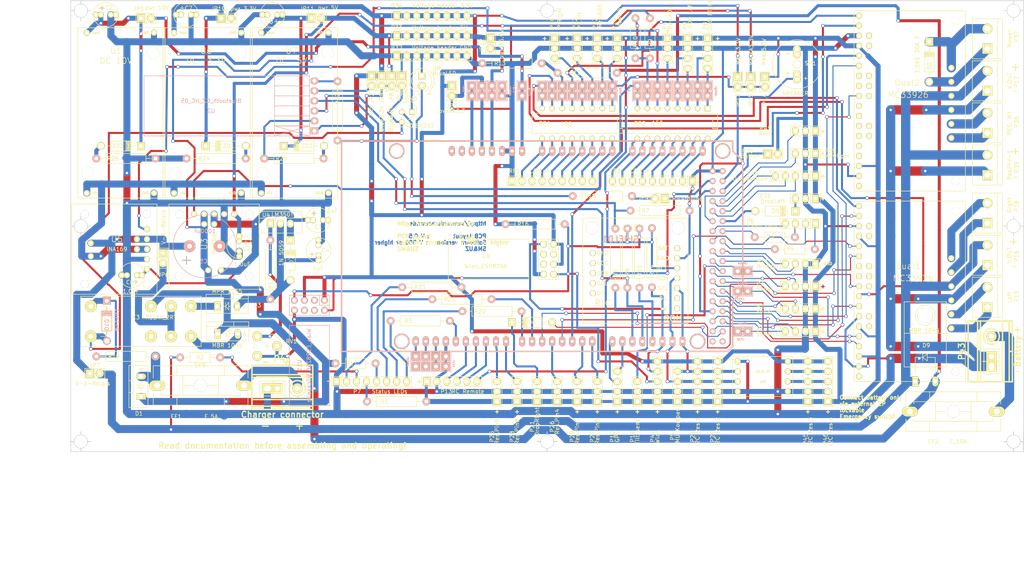
<source format=kicad_pcb>
(kicad_pcb (version 4) (host pcbnew "(2015-03-09 BZR 5487)-product")
  (title_block (title "Ardumower VCN PCB ") (date "23 Dez 2014") (rev 0,05))
  (layers (0 F.Cu signal) (31 B.Cu signal) (34 B.Paste user) (35 F.Paste user) (36 B.SilkS user) (37 F.SilkS user) (38 B.Mask user) (39 F.Mask user) (44 Edge.Cuts user))
  (net 0 "")
  (net 1 GND)
  (net 2 pinMotorLeftDir)
  (net 3 pinMotorLeftPWM)
  (net 4 pinMotorLeftFault)
  (net 5 pinMotorLeftSense)
  (net 6 pinMotorEnable)
  (net 7 pinMotorRightDir)
  (net 8 pinMotorRightPWM)
  (net 9 pinMotorRightFault)
  (net 10 pinMotorRightSense)
  (net 11 pinMotorMowEnable)
  (net 12 pinMotorMowDir)
  (net 13 pinMotorMowPWM)
  (net 14 pinMotorMowFault)
  (net 15 pinMotorMowSense)
  (net 16 "Net-(C2-Pad1)")
  (net 17 +3.3V)
  (net 18 "Net-(JP2-Pad2)")
  (net 19 pinTilt)
  (net 20 pinButton)
  (net 21 pinSonarCenterTrigger)
  (net 22 pinSonarCenterEcho)
  (net 23 pinSonarRightTrigger)
  (net 24 pinSonarRightEcho)
  (net 25 pinSonarLeftTrigger)
  (net 26 pinSonarLeftEcho)
  (net 27 pinLawnBackRecv)
  (net 28 pinLawnFrontRecv)
  (net 29 LedPin-5v)
  (net 30 LedPin-24v)
  (net 31 Led-Status)
  (net 32 pinOdometryRight)
  (net 33 pinOdometryRight2)
  (net 34 pinOdometryLeft)
  (net 35 pinOdometryLeft2)
  (net 36 GPS_RX)
  (net 37 GPS_TX)
  (net 38 pinBumperRight)
  (net 39 pinBumperLeft)
  (net 40 pinPerimeterLeft)
  (net 41 pinRemoteMow)
  (net 42 pinRemoteSteer)
  (net 43 pinRemoteSpeed)
  (net 44 pinRemoteSwitch)
  (net 45 pinUserSwitch1)
  (net 46 pinUserSwitch2)
  (net 47 pinUserSwitch3)
  (net 48 +24V)
  (net 49 pinLawnBackSend)
  (net 50 pinLawnFrontSend)
  (net 51 "Net-(R5-Pad1)")
  (net 52 TX2)
  (net 53 pinChargeVoltage)
  (net 54 pinChargingEnable)
  (net 55 pinBatteryVoltage)
  (net 56 pinChargeCurrent)
  (net 57 pinBuzzer)
  (net 58 "Net-(C1-Pad1)")
  (net 59 "Net-(C4-Pad1)")
  (net 60 "Net-(D2-Pad1)")
  (net 61 "Net-(D2-Pad2)")
  (net 62 "Net-(EF1-Pad1)")
  (net 63 Power)
  (net 64 "Net-(C5-Pad1)")
  (net 65 DropLeft)
  (net 66 DropRight)
  (net 67 "Net-(JP4-Pad2)")
  (net 68 "Net-(JP6-Pad2)")
  (net 69 DuoLED-Rot)
  (net 70 RX1)
  (net 71 pinPerimeterRight)
  (net 72 "Net-(Q1-PadB)")
  (net 73 TX1)
  (net 74 "Net-(R17-Pad2)")
  (net 75 "Net-(R20-Pad1)")
  (net 76 "Net-(R21-Pad1)")
  (net 77 "Net-(U1-Pad3)")
  (net 78 pinMotorMowRpm)
  (net 79 pinRain)
  (net 80 "Net-(P6-Pad3)")
  (net 81 "Net-(P6-Pad1)")
  (net 82 DuoLED_Grün)
  (net 83 StationLed)
  (net 84 "Net-(D1-Pad2)")
  (net 85 Power5)
  (net 86 "Net-(C7-Pad1)")
  (net 87 "Net-(C8-Pad1)")
  (net 88 "Net-(JP12-Pad2)")
  (net 89 ReservePin9)
  (net 90 ReservePin4)
  (net 91 ReservePin0)
  (net 92 ReservePin8)
  (net 93 ReservePin1)
  (net 94 ReserveAD11)
  (net 95 ReserveAD6)
  (net 96 "Net-(D3-Pad2)")
  (net 97 "Net-(D4-Pad1)")
  (net 98 "Net-(D8-Pad1)")
  (net 99 LedPin-3V)
  (net 100 "Net-(Dual1-Pad19)")
  (net 101 "Net-(Dual1-Pad20)")
  (net 102 "Net-(Dual1-Pad23)")
  (net 103 "Net-(Dual1-Pad24)")
  (net 104 "Net-(Dual2-Pad19)")
  (net 105 "Net-(Dual2-Pad20)")
  (net 106 RX2)
  (net 107 PowerA3,3)
  (net 108 "Net-(JP8-Pad2)")
  (net 109 "Net-(R6-Pad2)")
  (net 110 "Net-(R22-Pad1)")
  (net 111 "Net-(D4-Pad2)")
  (net 112 "Net-(D1-Pad1)")
  (net 113 "Net-(EF2-Pad2)")
  (net 114 "Net-(D10-Pad1)")
  (net 115 "Net-(D10-Pad2)")
  (net 116 "Net-(R24-Pad1)")
  (net 117 "Net-(R25-Pad1)")
  (net 118 "Net-(R26-Pad1)")
  (net 119 "Net-(D5-Pad2)")
  (net 120 "Net-(D6-Pad2)")
  (net 121 "Net-(P44-Pad3)")
  (net 122 "Net-(P45-Pad3)")
  (net 123 "Net-(P45-Pad4)")
  (net 124 "Net-(LP25-Pad2)")
  (net 125 "Net-(LP26-Pad2)")
  (net 126 "Net-(RP1-Pad9)")
  (net 127 "Net-(RP1-Pad10)")
  (net 128 "Net-(RP1-Pad11)")
  (net 129 "Net-(RP1-Pad12)")
  (net 130 "Net-(RP1-Pad13)")
  (net 131 "Net-(RP1-Pad14)")
  (net 132 "Net-(RP1-Pad15)")
  (net 133 "Net-(RP1-Pad16)")
  (net 134 "Net-(RP2-Pad9)")
  (net 135 "Net-(RP2-Pad10)")
  (net 136 "Net-(RP2-Pad11)")
  (net 137 "Net-(RP2-Pad12)")
  (net 138 "Net-(RP2-Pad13)")
  (net 139 "Net-(RP2-Pad14)")
  (net 140 "Net-(RP2-Pad15)")
  (net 141 "Net-(RP2-Pad16)")
  (net 142 "Net-(LP21-Pad1)")
  (net 143 "Net-(LP27-Pad1)")
  (net 144 pinChargingBilanz)
  (net 145 "Voltage measurement")
  (net 146 SDA2)
  (net 147 SCL1)
  (module Sockets_DIP:DIP-16__300 (layer F.Cu) (at 156.21 61.595 180)
    (fp_text reference RP1 (at 8.255 0 180) (layer F.SilkS))
    (fp_text value 150 (at 2.794 -0.127 180) (layer F.SilkS))
    (pad 1 thru_hole rect (at -8.89 3.81 180) (size 1.397 1.397) (drill 0.8128) (layers *.Cu *.Mask F.SilkS) (net 145 "Voltage measurement"))
    (pad 2 thru_hole circle (at -6.35 3.81 180) (size 1.397 1.397) (drill 0.8128) (layers *.Cu *.Mask F.SilkS) (net 95 ReserveAD6))
    (pad 3 thru_hole circle (at -3.81 3.81 180) (size 1.397 1.397) (drill 0.8128) (layers *.Cu *.Mask F.SilkS) (net 40 pinPerimeterLeft))
    (pad 4 thru_hole circle (at -1.27 3.81 180) (size 1.397 1.397) (drill 0.8128) (layers *.Cu *.Mask F.SilkS) (net 71 pinPerimeterRight))
    (pad 5 thru_hole circle (at 1.27 3.81 180) (size 1.397 1.397) (drill 0.8128) (layers *.Cu *.Mask F.SilkS) (net 15 pinMotorMowSense))
    (pad 6 thru_hole circle (at 3.81 3.81 180) (size 1.397 1.397) (drill 0.8128) (layers *.Cu *.Mask F.SilkS) (net 55 pinBatteryVoltage))
    (pad 7 thru_hole circle (at 6.35 3.81 180) (size 1.397 1.397) (drill 0.8128) (layers *.Cu *.Mask F.SilkS) (net 5 pinMotorLeftSense))
    (pad 8 thru_hole circle (at 8.89 3.81 180) (size 1.397 1.397) (drill 0.8128) (layers *.Cu *.Mask F.SilkS) (net 10 pinMotorRightSense))
    (pad 9 thru_hole circle (at 8.89 -3.81 180) (size 1.397 1.397) (drill 0.8128) (layers *.Cu *.Mask F.SilkS) (net 126 "Net-(RP1-Pad9)"))
    (pad 10 thru_hole circle (at 6.35 -3.81 180) (size 1.397 1.397) (drill 0.8128) (layers *.Cu *.Mask F.SilkS) (net 127 "Net-(RP1-Pad10)"))
    (pad 11 thru_hole circle (at 3.81 -3.81 180) (size 1.397 1.397) (drill 0.8128) (layers *.Cu *.Mask F.SilkS) (net 128 "Net-(RP1-Pad11)"))
    (pad 12 thru_hole circle (at 1.27 -3.81 180) (size 1.397 1.397) (drill 0.8128) (layers *.Cu *.Mask F.SilkS) (net 129 "Net-(RP1-Pad12)"))
    (pad 13 thru_hole circle (at -1.27 -3.81 180) (size 1.397 1.397) (drill 0.8128) (layers *.Cu *.Mask F.SilkS) (net 130 "Net-(RP1-Pad13)"))
    (pad 14 thru_hole circle (at -3.81 -3.81 180) (size 1.397 1.397) (drill 0.8128) (layers *.Cu *.Mask F.SilkS) (net 131 "Net-(RP1-Pad14)"))
    (pad 15 thru_hole circle (at -6.35 -3.81 180) (size 1.397 1.397) (drill 0.8128) (layers *.Cu *.Mask F.SilkS) (net 132 "Net-(RP1-Pad15)"))
    (pad 16 thru_hole circle (at -8.89 -3.81 180) (size 1.397 1.397) (drill 0.8128) (layers *.Cu *.Mask F.SilkS) (net 133 "Net-(RP1-Pad16)"))
  )
  (module Pin_Headers:Pin_Header_Straight_1x02 (layer F.Cu) (at 46.99 34.925)
    (fp_text reference JP1 (at -1.778 -2.413 180) (layer F.SilkS))
    (fp_text value "pwr 10V" (at 2.794 -2.667) (layer F.SilkS))
    (pad 1 thru_hole rect (at -1.27 0) (size 2.032 2.032) (drill 1.016) (layers *.Cu *.Mask F.SilkS) (net 16 "Net-(C2-Pad1)"))
    (pad 2 thru_hole oval (at 1.27 0) (size 2.032 2.032) (drill 1.016) (layers *.Cu *.Mask F.SilkS) (net 63 Power))
  )
  (module Pin_Headers:Pin_Header_Straight_1x02 (layer F.Cu) (at 177.165 80.645 180)
    (fp_text reference JP4 (at 4.191 0.127 180) (layer F.SilkS))
    (fp_text value R-Arduino (at -6.985 0 180) (layer F.SilkS))
    (pad 1 thru_hole rect (at -1.27 0 180) (size 2.032 2.032) (drill 1.016) (layers *.Cu *.Mask F.SilkS) (net 54 pinChargingEnable))
    (pad 2 thru_hole oval (at 1.27 0 180) (size 2.032 2.032) (drill 1.016) (layers *.Cu *.Mask F.SilkS) (net 67 "Net-(JP4-Pad2)"))
  )
  (module Pin_Headers:Pin_Header_Straight_1x02 (layer F.Cu) (at 111.76 50.8 270)
    (fp_text reference JP5 (at 3.302 -0.254 540) (layer F.SilkS))
    (fp_text value R-GND (at 4.572 -1.27 540) (layer F.SilkS))
    (pad 1 thru_hole rect (at -1.27 0 270) (size 2.032 2.032) (drill 1.016) (layers *.Cu *.Mask F.SilkS) (net 1 GND))
    (pad 2 thru_hole oval (at 1.27 0 270) (size 2.032 2.032) (drill 1.016) (layers *.Cu *.Mask F.SilkS) (net 114 "Net-(D10-Pad1)"))
  )
  (module Pin_Headers:Pin_Header_Straight_1x02 (layer F.Cu) (at 51.308 95.758 270)
    (fp_text reference JP6 (at 4.191 -0.127 360) (layer F.SilkS))
    (fp_text value V-A-Relais (at -7.874 -0.127 270) (layer F.SilkS))
    (pad 1 thru_hole rect (at -1.27 0 270) (size 2.032 2.032) (drill 1.016) (layers *.Cu *.Mask F.SilkS) (net 64 "Net-(C5-Pad1)"))
    (pad 2 thru_hole oval (at 1.27 0 270) (size 2.032 2.032) (drill 1.016) (layers *.Cu *.Mask F.SilkS) (net 68 "Net-(JP6-Pad2)"))
  )
  (module Discret:TO92-EBC (layer F.Cu) (at 113.03 59.944)
    (fp_text reference Q1 (at 0.889 2.159) (layer F.SilkS))
    (fp_text value BC237 (at 4.572 2.286 180) (layer F.SilkS))
    (pad E thru_hole rect (at 1.27 -1.27) (size 1.397 1.397) (drill 0.8128) (layers *.Cu *.Mask F.SilkS) (net 1 GND))
    (pad B thru_hole circle (at -1.27 -1.27) (size 1.397 1.397) (drill 0.8128) (layers *.Cu *.Mask F.SilkS) (net 72 "Net-(Q1-PadB)"))
    (pad C thru_hole circle (at -1.27 1.27) (size 1.397 1.397) (drill 0.8128) (layers *.Cu *.Mask F.SilkS) (net 114 "Net-(D10-Pad1)"))
  )
  (module Sockets_DIP:DIP-16__300 (layer F.Cu) (at 180.34 61.595 180)
    (fp_text reference RP2 (at 8.255 0 180) (layer F.SilkS))
    (fp_text value 150 (at 3.81 0.127 180) (layer F.SilkS))
    (pad 1 thru_hole rect (at -8.89 3.81 180) (size 1.397 1.397) (drill 0.8128) (layers *.Cu *.Mask F.SilkS) (net 33 pinOdometryRight2))
    (pad 2 thru_hole circle (at -6.35 3.81 180) (size 1.397 1.397) (drill 0.8128) (layers *.Cu *.Mask F.SilkS) (net 32 pinOdometryRight))
    (pad 3 thru_hole circle (at -3.81 3.81 180) (size 1.397 1.397) (drill 0.8128) (layers *.Cu *.Mask F.SilkS) (net 35 pinOdometryLeft2))
    (pad 4 thru_hole circle (at -1.27 3.81 180) (size 1.397 1.397) (drill 0.8128) (layers *.Cu *.Mask F.SilkS) (net 34 pinOdometryLeft))
    (pad 5 thru_hole circle (at 1.27 3.81 180) (size 1.397 1.397) (drill 0.8128) (layers *.Cu *.Mask F.SilkS) (net 94 ReserveAD11))
    (pad 6 thru_hole circle (at 3.81 3.81 180) (size 1.397 1.397) (drill 0.8128) (layers *.Cu *.Mask F.SilkS) (net 144 pinChargingBilanz))
    (pad 7 thru_hole circle (at 6.35 3.81 180) (size 1.397 1.397) (drill 0.8128) (layers *.Cu *.Mask F.SilkS) (net 53 pinChargeVoltage))
    (pad 8 thru_hole circle (at 8.89 3.81 180) (size 1.397 1.397) (drill 0.8128) (layers *.Cu *.Mask F.SilkS) (net 56 pinChargeCurrent))
    (pad 9 thru_hole circle (at 8.89 -3.81 180) (size 1.397 1.397) (drill 0.8128) (layers *.Cu *.Mask F.SilkS) (net 134 "Net-(RP2-Pad9)"))
    (pad 10 thru_hole circle (at 6.35 -3.81 180) (size 1.397 1.397) (drill 0.8128) (layers *.Cu *.Mask F.SilkS) (net 135 "Net-(RP2-Pad10)"))
    (pad 11 thru_hole circle (at 3.81 -3.81 180) (size 1.397 1.397) (drill 0.8128) (layers *.Cu *.Mask F.SilkS) (net 136 "Net-(RP2-Pad11)"))
    (pad 12 thru_hole circle (at 1.27 -3.81 180) (size 1.397 1.397) (drill 0.8128) (layers *.Cu *.Mask F.SilkS) (net 137 "Net-(RP2-Pad12)"))
    (pad 13 thru_hole circle (at -1.27 -3.81 180) (size 1.397 1.397) (drill 0.8128) (layers *.Cu *.Mask F.SilkS) (net 138 "Net-(RP2-Pad13)"))
    (pad 14 thru_hole circle (at -3.81 -3.81 180) (size 1.397 1.397) (drill 0.8128) (layers *.Cu *.Mask F.SilkS) (net 139 "Net-(RP2-Pad14)"))
    (pad 15 thru_hole circle (at -6.35 -3.81 180) (size 1.397 1.397) (drill 0.8128) (layers *.Cu *.Mask F.SilkS) (net 140 "Net-(RP2-Pad15)"))
    (pad 16 thru_hole circle (at -8.89 -3.81 180) (size 1.397 1.397) (drill 0.8128) (layers *.Cu *.Mask F.SilkS) (net 141 "Net-(RP2-Pad16)"))
  )
  (module Pin_Headers:Pin_Header_Straight_1x02 (layer F.Cu) (at 104.14 50.8 270)
    (fp_text reference JP2 (at 4.318 0 270) (layer F.SilkS))
    (fp_text value Key (at 7.62 0.254 450) (layer F.SilkS))
    (pad 1 thru_hole rect (at -1.27 0 270) (size 2.032 2.032) (drill 1.016) (layers *.Cu *.Mask F.SilkS) (net 17 +3.3V))
    (pad 2 thru_hole oval (at 1.27 0 270) (size 2.032 2.032) (drill 1.016) (layers *.Cu *.Mask F.SilkS) (net 18 "Net-(JP2-Pad2)"))
  )
  (module Pin_Headers:Pin_Header_Straight_1x02 (layer F.Cu) (at 109.22 50.8 270)
    (fp_text reference JP8 (at 4.318 0 450) (layer F.SilkS))
    (fp_text value Blue5.0V (at 9.652 0.254 450) (layer F.SilkS))
    (pad 1 thru_hole rect (at -1.27 0 270) (size 2.032 2.032) (drill 1.016) (layers *.Cu *.Mask F.SilkS) (net 85 Power5))
    (pad 2 thru_hole oval (at 1.27 0 270) (size 2.032 2.032) (drill 1.016) (layers *.Cu *.Mask F.SilkS) (net 108 "Net-(JP8-Pad2)"))
  )
  (module Pin_Headers:Pin_Header_Straight_1x02 (layer F.Cu) (at 106.68 50.8 270)
    (fp_text reference JP9 (at 4.318 0 270) (layer F.SilkS))
    (fp_text value Blue3.3V (at 9.652 0 450) (layer F.SilkS))
    (pad 1 thru_hole rect (at -1.27 0 270) (size 2.032 2.032) (drill 1.016) (layers *.Cu *.Mask F.SilkS) (net 17 +3.3V))
    (pad 2 thru_hole oval (at 1.27 0 270) (size 2.032 2.032) (drill 1.016) (layers *.Cu *.Mask F.SilkS) (net 108 "Net-(JP8-Pad2)"))
  )
  (module Pin_Headers:Pin_Header_Straight_1x02 (layer F.Cu) (at 67.31 34.925)
    (fp_text reference JP10 (at -2.032 -2.413) (layer F.SilkS))
    (fp_text value "pwr 3,3V" (at 4.318 -2.413) (layer F.SilkS))
    (pad 1 thru_hole rect (at -1.27 0) (size 2.032 2.032) (drill 1.016) (layers *.Cu *.Mask F.SilkS) (net 86 "Net-(C7-Pad1)"))
    (pad 2 thru_hole oval (at 1.27 0) (size 2.032 2.032) (drill 1.016) (layers *.Cu *.Mask F.SilkS) (net 17 +3.3V))
  )
  (module Pin_Headers:Pin_Header_Straight_1x02 (layer F.Cu) (at 90.17 34.925)
    (fp_text reference JP11 (at -2.413 -2.413 180) (layer F.SilkS))
    (fp_text value "pwr 5V" (at 2.921 -2.667) (layer F.SilkS))
    (pad 1 thru_hole rect (at -1.27 0) (size 2.032 2.032) (drill 1.016) (layers *.Cu *.Mask F.SilkS) (net 87 "Net-(C8-Pad1)"))
    (pad 2 thru_hole circle (at 1.27 0) (size 2.032 2.032) (drill 1.016) (layers *.Cu *.Mask F.SilkS) (net 85 Power5))
  )
  (module Pin_Headers:Pin_Header_Straight_1x02 (layer F.Cu) (at 134.239 41.275 270)
    (fp_text reference JP12 (at 0.635 2.159 450) (layer F.SilkS))
    (fp_text value pwrAA5.0V (at 0.254 -2.794 270) (layer F.SilkS))
    (pad 1 thru_hole rect (at -1.27 0 270) (size 2.032 2.032) (drill 1.016) (layers *.Cu *.Mask F.SilkS) (net 85 Power5))
    (pad 2 thru_hole oval (at 1.27 0 270) (size 2.032 2.032) (drill 1.016) (layers *.Cu *.Mask F.SilkS) (net 88 "Net-(JP12-Pad2)"))
  )
  (module Pin_Headers:Pin_Header_Straight_1x02 (layer F.Cu) (at 34.036 124.968)
    (fp_text reference JP7 (at 0 -2.032 180) (layer F.SilkS))
    (fp_text value V-A-Relais (at -0.508 2.54 180) (layer F.SilkS))
    (pad 1 thru_hole rect (at -1.27 0) (size 2.032 2.032) (drill 1.016) (layers *.Cu *.Mask F.SilkS) (net 64 "Net-(C5-Pad1)"))
    (pad 2 thru_hole oval (at 1.27 0) (size 2.032 2.032) (drill 1.016) (layers *.Cu *.Mask F.SilkS) (net 48 +24V))
  )
  (module Pin_Headers:Pin_Header_Straight_1x02 (layer F.Cu) (at 124.46 53.34 270)
    (fp_text reference JP3 (at 3.81 0 360) (layer F.SilkS))
    (fp_text value pwrAA3,3 (at 5.08 0 540) (layer F.SilkS))
    (pad 1 thru_hole rect (at -1.27 0 270) (size 2.032 2.032) (drill 1.016) (layers *.Cu *.Mask F.SilkS) (net 17 +3.3V))
    (pad 2 thru_hole oval (at 1.27 0 270) (size 2.032 2.032) (drill 1.016) (layers *.Cu *.Mask F.SilkS) (net 107 PowerA3,3))
  )
  (module Pin_Headers:Pin_Header_Straight_1x02 (layer F.Cu) (at 196.85 51.054 270)
    (fp_text reference JP13 (at 4.826 0 270) (layer F.SilkS))
    (fp_text value Mess3.3V (at -7.747 -0.127 270) (layer F.SilkS))
    (pad 1 thru_hole rect (at -1.27 0 270) (size 2.032 2.032) (drill 1.016) (layers *.Cu *.Mask F.SilkS) (net 17 +3.3V))
    (pad 2 thru_hole oval (at 1.27 0 270) (size 2.032 2.032) (drill 1.016) (layers *.Cu *.Mask F.SilkS) (net 145 "Voltage measurement"))
  )
  (module Pin_Headers:Pin_Header_Straight_1x02 (layer F.Cu) (at 203.708 51.054 270)
    (fp_text reference JP14 (at 4.826 0 270) (layer F.SilkS))
    (fp_text value Mess5.0V (at -7.62 0.254 270) (layer F.SilkS))
    (pad 1 thru_hole rect (at -1.27 0 270) (size 2.032 2.032) (drill 1.016) (layers *.Cu *.Mask F.SilkS) (net 85 Power5))
    (pad 2 thru_hole oval (at 1.27 0 270) (size 2.032 2.032) (drill 1.016) (layers *.Cu *.Mask F.SilkS) (net 145 "Voltage measurement"))
  )
  (module Pin_Headers:Pin_Header_Straight_1x02 (layer F.Cu) (at 200.152 51.054 270)
    (fp_text reference JP15 (at 4.826 0 270) (layer F.SilkS))
    (fp_text value MessA3.3V (at -8.001 -0.127 270) (layer F.SilkS))
    (pad 1 thru_hole rect (at -1.27 0 270) (size 2.032 2.032) (drill 1.016) (layers *.Cu *.Mask F.SilkS) (net 107 PowerA3,3))
    (pad 2 thru_hole oval (at 1.27 0 270) (size 2.032 2.032) (drill 1.016) (layers *.Cu *.Mask F.SilkS) (net 145 "Voltage measurement"))
  )
  (module ACS712:Diode_LED_5mm_round_vertical (layer F.Cu) (at 116.84 50.8 90)
    (fp_text reference D8 (at 3.175 3.81 180) (layer F.SilkS))
    (fp_text value BlueLED (at 1.905 5.715 180) (layer F.SilkS))
    (fp_text user A (at -3.175 1.905 90) (layer F.SilkS))
    (fp_text user + (at -3.302 -0.762 90) (layer F.SilkS))
    (pad 1 thru_hole circle (at -1.27 0 180) (size 1.99898 1.99898) (drill 1.00076) (layers *.Cu *.Mask F.SilkS) (net 98 "Net-(D8-Pad1)"))
    (pad 2 thru_hole rect (at 1.27 0 90) (size 1.69926 1.69926) (drill 1.00076) (layers *.Cu *.Mask F.SilkS) (net 1 GND))
  )
  (module ACS712:MBR1045 (layer F.Cu) (at 67.691 114.935)
    (fp_text reference D4 (at 7.493 -0.127 180) (layer F.SilkS))
    (fp_text value "MBR 1045" (at -0.127 2.921) (layer F.SilkS))
    (fp_text user A (at 4.318 0.127) (layer F.SilkS))
    (pad 2 thru_hole rect (at -2.54 0 90) (size 2.49936 1.50114) (drill 1.00076) (layers *.Cu *.Mask F.SilkS) (net 111 "Net-(D4-Pad2)"))
    (pad 1 thru_hole oval (at 2.54 0 90) (size 2.49936 1.50114) (drill 1.00076) (layers *.Cu *.Mask F.SilkS) (net 97 "Net-(D4-Pad1)"))
  )
  (module ACS712:Diode_ligend_RM10 (layer F.Cu) (at 206.375 83.82)
    (fp_text reference D5 (at 0 0) (layer F.SilkS))
    (fp_text value 1N4148 hide)
    (pad 1 thru_hole circle (at -5.08 0) (size 1.99898 1.99898) (drill 1.27) (layers *.Cu *.Mask F.SilkS) (net 65 DropLeft))
    (pad 2 thru_hole rect (at 5.08 0) (size 1.99898 1.99898) (drill 1.00076) (layers *.Cu *.Mask F.SilkS) (net 119 "Net-(D5-Pad2)"))
  )
  (module ACS712:Diode_ligend_RM10 (layer F.Cu) (at 144.78 112.014 180)
    (fp_text reference D6 (at 0 0 180) (layer F.SilkS))
    (fp_text value 1N4148 hide)
    (pad 1 thru_hole circle (at -5.08 0 180) (size 1.99898 1.99898) (drill 1) (layers *.Cu *.Mask F.SilkS) (net 66 DropRight))
    (pad 2 thru_hole rect (at 5.08 0 180) (size 1.99898 1.99898) (drill 1.00076) (layers *.Cu *.Mask F.SilkS) (net 120 "Net-(D6-Pad2)"))
  )
  (module ACS712:Diode_ligend_RM10 (layer F.Cu) (at 83.566 96.266 90)
    (fp_text reference D7 (at 0 0.254 90) (layer F.SilkS))
    (fp_text value "1N 5059" (at 1.778 -2.286 90) (layer F.SilkS))
    (pad 1 thru_hole circle (at -5.08 0 90) (size 1.99898 1.99898) (drill 1.27) (layers *.Cu *.Mask F.SilkS) (net 59 "Net-(C4-Pad1)"))
    (pad 2 thru_hole rect (at 5.08 0 90) (size 1.99898 1.99898) (drill 1.00076) (layers *.Cu *.Mask F.SilkS) (net 58 "Net-(C1-Pad1)"))
  )
  (module ACS712:MBR1045 (layer F.Cu) (at 67.564 107.95)
    (fp_text reference D3 (at 7.62 -0.254 180) (layer F.SilkS))
    (fp_text value "MPR 1045" (at 0 -3.81) (layer F.SilkS))
    (fp_text user A (at 4.318 0.127) (layer F.SilkS))
    (pad 2 thru_hole rect (at -2.54 0 90) (size 2.49936 1.50114) (drill 1.00076) (layers *.Cu *.Mask F.SilkS) (net 96 "Net-(D3-Pad2)"))
    (pad 1 thru_hole oval (at 2.54 0 90) (size 2.49936 1.50114) (drill 1.00076) (layers *.Cu *.Mask F.SilkS) (net 59 "Net-(C4-Pad1)"))
  )
  (module ACS712:Bluetooth_Buchse_Platz (layer B.Cu) (at 89.662 57.15 270)
    (fp_text reference U2 (at 1.27 26.162 540) (layer B.SilkS) (effects (justify mirror)))
    (fp_text value Bluetooth_CZ_HC_05 (at -1.27 26.162 540) (layer B.SilkS) (effects (justify mirror)))
    (pad 1 thru_hole rect (at 6.35 0 90) (size 1.7272 2.032) (drill 1.016) (layers *.Cu *.Mask B.SilkS) (net 108 "Net-(JP8-Pad2)"))
    (pad 2 thru_hole oval (at 3.81 0 90) (size 1.7272 2.032) (drill 1.016) (layers *.Cu *.Mask B.SilkS) (net 1 GND))
    (pad 3 thru_hole oval (at 1.27 0 90) (size 1.7272 2.032) (drill 1.016) (layers *.Cu *.Mask B.SilkS) (net 106 RX2))
    (pad 4 thru_hole oval (at -1.27 0 90) (size 1.7272 2.032) (drill 1.016) (layers *.Cu *.Mask B.SilkS) (net 109 "Net-(R6-Pad2)"))
    (pad 5 thru_hole oval (at -3.81 0 90) (size 1.7272 2.032) (drill 1.016) (layers *.Cu *.Mask B.SilkS) (net 18 "Net-(JP2-Pad2)"))
    (pad 6 thru_hole oval (at -6.35 0 90) (size 1.7272 2.032) (drill 1.016) (layers *.Cu *.Mask B.SilkS) (net 110 "Net-(R22-Pad1)"))
  )
  (module ACS712:Wlan_ESP8266_3D (layer F.Cu) (at 148.971 96.012 90)
    (fp_text reference U9 (at 0.762 -15.875 180) (layer F.SilkS))
    (fp_text value Wlan_ESP8266 (at -1.778 -15.875 360) (layer F.SilkS))
    (pad 4 thru_hole circle (at 3.81 1.27 270) (size 1.7272 1.7272) (drill 1.016) (layers *.Cu *.Mask F.SilkS) (net 17 +3.3V))
    (pad 8 thru_hole oval (at 3.81 -1.27 270) (size 1.7272 1.7272) (drill 1.016) (layers *.Cu *.Mask F.SilkS) (net 70 RX1))
    (pad 3 thru_hole oval (at 1.27 1.27 270) (size 1.7272 1.7272) (drill 1.016) (layers *.Cu *.Mask F.SilkS))
    (pad 7 thru_hole oval (at 1.27 -1.27 270) (size 1.7272 1.7272) (drill 1.016) (layers *.Cu *.Mask F.SilkS))
    (pad 2 thru_hole oval (at -1.27 1.27 270) (size 1.7272 1.7272) (drill 1.016) (layers *.Cu *.Mask F.SilkS) (net 17 +3.3V))
    (pad 6 thru_hole oval (at -1.27 -1.27 270) (size 1.7272 1.7272) (drill 1.016) (layers *.Cu *.Mask F.SilkS))
    (pad 1 thru_hole oval (at -3.81 1.27 270) (size 1.7272 1.7272) (drill 1.016) (layers *.Cu *.Mask F.SilkS) (net 121 "Net-(P44-Pad3)"))
    (pad 5 thru_hole oval (at -3.81 -1.27 270) (size 1.7272 1.7272) (drill 1.016) (layers *.Cu *.Mask F.SilkS) (net 1 GND))
  )
  (module ACS712:Potentiometer_VishaySpectrol-Econtrim-Type36T_3D (layer F.Cu) (at 75.184 115.57 270)
    (fp_text reference RV1 (at 1.27 -8.636 540) (layer F.SilkS))
    (fp_text value 5K hide)
    (pad 2 thru_hole circle (at 2.49936 -4.99872 270) (size 2.49936 2.49936) (drill 1.19888) (layers *.Cu *.Mask F.SilkS) (net 1 GND))
    (pad 3 thru_hole circle (at 4.99872 0 270) (size 2.49936 2.49936) (drill 1.19888) (layers *.Cu *.Mask F.SilkS) (net 1 GND))
    (pad 1 thru_hole circle (at 0 0 270) (size 2.49936 2.49936) (drill 1.19888) (layers *.Cu *.Mask F.SilkS) (net 74 "Net-(R17-Pad2)"))
  )
  (module ACS712:Pin_Header_Straight_1x08 (layer F.Cu) (at 119.38 44.45)
    (fp_text reference P32 (at -8.89 -2.032) (layer F.SilkS))
    (fp_text value "Voltage header GND" (at 2.54 -2.032) (layer F.SilkS))
    (pad 1 thru_hole rect (at -8.89 0) (size 1.7272 2.032) (drill 1.016) (layers *.Cu *.Mask F.SilkS) (net 1 GND))
    (pad 2 thru_hole oval (at -6.35 0) (size 1.7272 2.032) (drill 1.016) (layers *.Cu *.Mask F.SilkS) (net 1 GND))
    (pad 3 thru_hole oval (at -3.81 0) (size 1.7272 2.032) (drill 1.016) (layers *.Cu *.Mask F.SilkS) (net 1 GND))
    (pad 4 thru_hole oval (at -1.27 0) (size 1.7272 2.032) (drill 1.016) (layers *.Cu *.Mask F.SilkS) (net 1 GND))
    (pad 5 thru_hole oval (at 1.27 0) (size 1.7272 2.032) (drill 1.016) (layers *.Cu *.Mask F.SilkS) (net 1 GND))
    (pad 6 thru_hole oval (at 3.81 0) (size 1.7272 2.032) (drill 1.016) (layers *.Cu *.Mask F.SilkS) (net 1 GND))
    (pad 7 thru_hole oval (at 6.35 0) (size 1.7272 2.032) (drill 1.016) (layers *.Cu *.Mask F.SilkS) (net 1 GND))
    (pad 8 thru_hole oval (at 8.89 0) (size 1.7272 2.032) (drill 1.016) (layers *.Cu *.Mask F.SilkS) (net 1 GND))
  )
  (module ACS712:Pin_Header_Straight_1x08 (layer F.Cu) (at 119.38 39.37)
    (fp_text reference P33 (at -8.89 -2.159) (layer F.SilkS))
    (fp_text value "Voltage header 5V" (at 2.032 -2.032) (layer F.SilkS))
    (pad 1 thru_hole rect (at -8.89 0) (size 1.7272 2.032) (drill 1.016) (layers *.Cu *.Mask F.SilkS) (net 85 Power5))
    (pad 2 thru_hole oval (at -6.35 0) (size 1.7272 2.032) (drill 1.016) (layers *.Cu *.Mask F.SilkS) (net 85 Power5))
    (pad 3 thru_hole oval (at -3.81 0) (size 1.7272 2.032) (drill 1.016) (layers *.Cu *.Mask F.SilkS) (net 85 Power5))
    (pad 4 thru_hole oval (at -1.27 0) (size 1.7272 2.032) (drill 1.016) (layers *.Cu *.Mask F.SilkS) (net 85 Power5))
    (pad 5 thru_hole oval (at 1.27 0) (size 1.7272 2.032) (drill 1.016) (layers *.Cu *.Mask F.SilkS) (net 85 Power5))
    (pad 6 thru_hole oval (at 3.81 0) (size 1.7272 2.032) (drill 1.016) (layers *.Cu *.Mask F.SilkS) (net 85 Power5))
    (pad 7 thru_hole oval (at 6.35 0) (size 1.7272 2.032) (drill 1.016) (layers *.Cu *.Mask F.SilkS) (net 85 Power5))
    (pad 8 thru_hole oval (at 8.89 0) (size 1.7272 2.032) (drill 1.016) (layers *.Cu *.Mask F.SilkS) (net 85 Power5))
  )
  (module ACS712:Pin_Header_Straight_1x08 (layer F.Cu) (at 119.38 34.29)
    (fp_text reference P34 (at -8.89 -2.54) (layer F.SilkS))
    (fp_text value "Voltage header 3,3V" (at 2.794 -2.54) (layer F.SilkS))
    (pad 1 thru_hole rect (at -8.89 0) (size 1.7272 2.032) (drill 1.016) (layers *.Cu *.Mask F.SilkS) (net 17 +3.3V))
    (pad 2 thru_hole oval (at -6.35 0) (size 1.7272 2.032) (drill 1.016) (layers *.Cu *.Mask F.SilkS) (net 17 +3.3V))
    (pad 3 thru_hole oval (at -3.81 0) (size 1.7272 2.032) (drill 1.016) (layers *.Cu *.Mask F.SilkS) (net 17 +3.3V))
    (pad 4 thru_hole oval (at -1.27 0) (size 1.7272 2.032) (drill 1.016) (layers *.Cu *.Mask F.SilkS) (net 17 +3.3V))
    (pad 5 thru_hole oval (at 1.27 0) (size 1.7272 2.032) (drill 1.016) (layers *.Cu *.Mask F.SilkS) (net 17 +3.3V))
    (pad 6 thru_hole oval (at 3.81 0) (size 1.7272 2.032) (drill 1.016) (layers *.Cu *.Mask F.SilkS) (net 17 +3.3V))
    (pad 7 thru_hole oval (at 6.35 0) (size 1.7272 2.032) (drill 1.016) (layers *.Cu *.Mask F.SilkS) (net 17 +3.3V))
    (pad 8 thru_hole oval (at 8.89 0) (size 1.7272 2.032) (drill 1.016) (layers *.Cu *.Mask F.SilkS) (net 17 +3.3V))
  )
  (module ACS712:Kondensatorenleiste_8er_9pin_3D (layer F.Cu) (at 149.86 76.2)
    (fp_text reference RR1 (at -9.525 -2.54) (layer F.SilkS))
    (fp_text value C0,1uF (at -3.175 -2.54) (layer F.SilkS))
    (pad 1 thru_hole rect (at -10.16 0) (size 1.7272 2.032) (drill 1.016) (layers *.Cu *.Mask F.SilkS) (net 1 GND))
    (pad 2 thru_hole oval (at -7.62 0) (size 1.7272 2.032) (drill 1.016) (layers *.Cu *.Mask F.SilkS) (net 126 "Net-(RP1-Pad9)"))
    (pad 3 thru_hole oval (at -5.08 0) (size 1.7272 2.032) (drill 1.016) (layers *.Cu *.Mask F.SilkS) (net 127 "Net-(RP1-Pad10)"))
    (pad 4 thru_hole oval (at -2.54 0) (size 1.7272 2.032) (drill 1.016) (layers *.Cu *.Mask F.SilkS) (net 128 "Net-(RP1-Pad11)"))
    (pad 5 thru_hole oval (at 0 0) (size 1.7272 2.032) (drill 1.016) (layers *.Cu *.Mask F.SilkS) (net 129 "Net-(RP1-Pad12)"))
    (pad 6 thru_hole oval (at 2.54 0) (size 1.7272 2.032) (drill 1.016) (layers *.Cu *.Mask F.SilkS) (net 130 "Net-(RP1-Pad13)"))
    (pad 7 thru_hole oval (at 5.08 0) (size 1.7272 2.032) (drill 1.016) (layers *.Cu *.Mask F.SilkS) (net 131 "Net-(RP1-Pad14)"))
    (pad 8 thru_hole oval (at 7.62 0) (size 1.7272 2.032) (drill 1.016) (layers *.Cu *.Mask F.SilkS) (net 132 "Net-(RP1-Pad15)"))
    (pad 9 thru_hole oval (at 10.16 0) (size 1.7272 2.032) (drill 1.016) (layers *.Cu *.Mask F.SilkS) (net 133 "Net-(RP1-Pad16)"))
  )
  (module ACS712:Kondensatorenleiste_8er_9pin_3D (layer F.Cu) (at 175.26 76.2 180)
    (fp_text reference RR2 (at 9.525 2.54 180) (layer F.SilkS))
    (fp_text value C0,1uF (at 3.175 2.54 180) (layer F.SilkS))
    (pad 1 thru_hole rect (at -10.16 0 180) (size 1.7272 2.032) (drill 1.016) (layers *.Cu *.Mask F.SilkS) (net 1 GND))
    (pad 2 thru_hole oval (at -7.62 0 180) (size 1.7272 2.032) (drill 1.016) (layers *.Cu *.Mask F.SilkS) (net 141 "Net-(RP2-Pad16)"))
    (pad 3 thru_hole oval (at -5.08 0 180) (size 1.7272 2.032) (drill 1.016) (layers *.Cu *.Mask F.SilkS) (net 140 "Net-(RP2-Pad15)"))
    (pad 4 thru_hole oval (at -2.54 0 180) (size 1.7272 2.032) (drill 1.016) (layers *.Cu *.Mask F.SilkS) (net 139 "Net-(RP2-Pad14)"))
    (pad 5 thru_hole oval (at 0 0 180) (size 1.7272 2.032) (drill 1.016) (layers *.Cu *.Mask F.SilkS) (net 138 "Net-(RP2-Pad13)"))
    (pad 6 thru_hole oval (at 2.54 0 180) (size 1.7272 2.032) (drill 1.016) (layers *.Cu *.Mask F.SilkS) (net 137 "Net-(RP2-Pad12)"))
    (pad 7 thru_hole oval (at 5.08 0 180) (size 1.7272 2.032) (drill 1.016) (layers *.Cu *.Mask F.SilkS) (net 136 "Net-(RP2-Pad11)"))
    (pad 8 thru_hole oval (at 7.62 0 180) (size 1.7272 2.032) (drill 1.016) (layers *.Cu *.Mask F.SilkS) (net 135 "Net-(RP2-Pad10)"))
    (pad 9 thru_hole oval (at 10.16 0 180) (size 1.7272 2.032) (drill 1.016) (layers *.Cu *.Mask F.SilkS) (net 134 "Net-(RP2-Pad9)"))
  )
  (module ACS712:LM350T_3D_muss_noch_auf_Masse_geprüft_werden (layer F.Cu) (at 81.026 86.995)
    (fp_text reference U4 (at -3.6 -2.2) (layer F.SilkS))
    (fp_text value LM350T (at 0.5 -2.3) (layer F.SilkS))
    (pad 1 thru_hole rect (at -2.54 0) (size 1.7272 2.032) (drill 1.016) (layers *.Cu *.Mask F.SilkS) (net 74 "Net-(R17-Pad2)"))
    (pad 2 thru_hole oval (at 0 0) (size 1.7272 2.032) (drill 1.016) (layers *.Cu *.Mask F.SilkS) (net 59 "Net-(C4-Pad1)"))
    (pad 3 thru_hole oval (at 2.54 0) (size 1.7272 2.032) (drill 1.016) (layers *.Cu *.Mask F.SilkS) (net 58 "Net-(C1-Pad1)"))
  )
  (module ACS712:Diode_ligend_RM10 (layer F.Cu) (at 245.364 45.974 90)
    (fp_text reference D2 (at -1.016 0 90) (layer F.SilkS))
    (fp_text value "1,5KE 30A ?" (at 1.778 -3.048 90) (layer F.SilkS))
    (pad 1 thru_hole circle (at -5.08 0 90) (size 1.99898 1.99898) (drill 1.27) (layers *.Cu *.Mask F.SilkS) (net 60 "Net-(D2-Pad1)"))
    (pad 2 thru_hole rect (at 5.08 0 90) (size 1.99898 1.99898) (drill 1.00076) (layers *.Cu *.Mask F.SilkS) (net 61 "Net-(D2-Pad2)"))
  )
  (module ACS712:Diode_ligend_RM10 (layer B.Cu) (at 37.084 111.633 90)
    (fp_text reference D10 (at -1.016 0 90) (layer B.SilkS) (effects (justify mirror)))
    (fp_text value 1N4148 (at 0.254 2.54 90) (layer B.SilkS) (effects (justify mirror)))
    (pad 1 thru_hole circle (at -5.08 0 90) (size 1.99898 1.99898) (drill 1.27) (layers *.Cu *.Mask B.SilkS) (net 114 "Net-(D10-Pad1)"))
    (pad 2 thru_hole rect (at 5.08 0 90) (size 1.99898 1.99898) (drill 1.00076) (layers *.Cu *.Mask B.SilkS) (net 115 "Net-(D10-Pad2)"))
  )
  (module ACS712:Tiny_RTC_DS1307_geändert_mit_Bohrloch (layer F.Cu) (at 170.307 97.028 180)
    (fp_text reference U8 (at 0 8.89 180) (layer F.SilkS) (effects (font (size 1.5 1.5))))
    (fp_text value DS1307+ hide)
    (fp_text user ROM (at -10.16 -13.97 180) (layer F.SilkS) (effects (font (size 1.5 1.5) (thickness 0.2))))
    (fp_text user RTC (at 7.62 -10.16 180) (layer F.SilkS) (effects (font (size 1.5 1.5) (thickness 0.2))))
    (fp_text user DS (at -7.62 -8.89 180) (layer F.SilkS))
    (fp_text user SQ (at -7.62 -11.43 180) (layer F.SilkS))
    (fp_text user SCL (at -7.62 -6.35 180) (layer F.SilkS))
    (fp_text user SDA (at -7.62 -3.81 180) (layer F.SilkS))
    (fp_text user VCC (at -7.62 -1.27 180) (layer F.SilkS))
    (fp_text user BAT (at -7.62 3.81 180) (layer F.SilkS))
    (fp_text user GND (at -7.62 1.27 180) (layer F.SilkS))
    (fp_text user VCC (at 7.62 0 180) (layer F.SilkS))
    (fp_text user GND (at 7.62 2.54 180) (layer F.SilkS))
    (fp_text user SDA (at 7.62 -2.54 180) (layer F.SilkS))
    (fp_text user SCL (at 7.747 -5.08 180) (layer F.SilkS))
    (fp_text user DS (at 8.128 -7.62 180) (layer F.SilkS))
    (pad 5 thru_hole circle (at -11.2 -6.35 180) (size 1.524 1.524) (drill 1) (layers *.Cu *.Mask F.SilkS) (net 147 SCL1))
    (pad 6 thru_hole circle (at -11.2 -8.89 180) (size 1.524 1.524) (drill 1) (layers *.Cu *.Mask F.SilkS))
    (pad 7 thru_hole circle (at -11.2 -11.43 180) (size 1.524 1.524) (drill 1) (layers *.Cu *.Mask F.SilkS))
    (pad 3 thru_hole circle (at -11.2 -1.27 180) (size 1.524 1.524) (drill 1) (layers *.Cu *.Mask F.SilkS) (net 85 Power5))
    (pad 4 thru_hole circle (at -11.2 -3.81 180) (size 1.524 1.524) (drill 1) (layers *.Cu *.Mask F.SilkS) (net 146 SDA2))
    (pad 2 thru_hole circle (at -11.2 1.27 180) (size 1.524 1.524) (drill 1) (layers *.Cu *.Mask F.SilkS) (net 1 GND))
    (pad 1 thru_hole circle (at -11.2 3.81 180) (size 1.524 1.524) (drill 1) (layers *.Cu *.Mask F.SilkS))
    (pad 12 thru_hole circle (at 10.16 -7.62 180) (size 1.524 1.524) (drill 1) (layers *.Cu *.Mask F.SilkS))
    (pad 10 thru_hole circle (at 10.16 -2.54 180) (size 1.524 1.524) (drill 1) (layers *.Cu *.Mask F.SilkS))
    (pad 11 thru_hole circle (at 10.16 -5.08 180) (size 1.524 1.524) (drill 1) (layers *.Cu *.Mask F.SilkS))
    (pad 9 thru_hole circle (at 10.16 0 180) (size 1.524 1.524) (drill 1) (layers *.Cu *.Mask F.SilkS))
    (pad 8 thru_hole circle (at 10.16 2.54 180) (size 1.524 1.524) (drill 1) (layers *.Cu *.Mask F.SilkS))
    (pad ~ thru_hole circle (at 10.3 9 180) (size 3.2 3.2) (drill 3.2) (layers *.Cu *.Mask F.SilkS))
    (pad ~ thru_hole circle (at -11.5 9 180) (size 3.2 3.2) (drill 3.2) (layers *.Cu *.Mask F.SilkS))
  )
  (module ACS712:Diode_ligend_RM10 (layer F.Cu) (at 67.183 67.31 180)
    (fp_text reference ZD1 (at -0.762 0 180) (layer F.SilkS))
    (fp_text value "ZD-5W 3,3V Optional" hide)
    (pad 1 thru_hole circle (at -5.08 0 180) (size 1.99898 1.99898) (drill 1.27) (layers *.Cu *.Mask F.SilkS) (net 116 "Net-(R24-Pad1)"))
    (pad 2 thru_hole rect (at 5.08 0 180) (size 1.99898 1.99898) (drill 1.00076) (layers *.Cu *.Mask F.SilkS) (net 86 "Net-(C7-Pad1)"))
  )
  (module ACS712:Diode_ligend_RM10 (layer F.Cu) (at 86.995 67.31 180)
    (fp_text reference ZD2 (at -0.762 0 180) (layer F.SilkS))
    (fp_text value "ZD-5W 5,1 Optional" hide)
    (pad 1 thru_hole circle (at -5.08 0 180) (size 1.99898 1.99898) (drill 1.27) (layers *.Cu *.Mask F.SilkS) (net 117 "Net-(R25-Pad1)"))
    (pad 2 thru_hole rect (at 5.08 0 180) (size 1.99898 1.99898) (drill 1.00076) (layers *.Cu *.Mask F.SilkS) (net 87 "Net-(C8-Pad1)"))
  )
  (module ACS712:Diode_ligend_RM10 (layer F.Cu) (at 40.64 67.31)
    (fp_text reference ZD3 (at -0.762 0) (layer F.SilkS))
    (fp_text value "ZD-5W 12V Optional" hide)
    (pad 1 thru_hole circle (at -5.08 0) (size 1.99898 1.99898) (drill 1.27) (layers *.Cu *.Mask F.SilkS) (net 118 "Net-(R26-Pad1)"))
    (pad 2 thru_hole rect (at 5.08 0) (size 1.99898 1.99898) (drill 1.00076) (layers *.Cu *.Mask F.SilkS) (net 16 "Net-(C2-Pad1)"))
  )
  (module ACS712:Relais_DPDT_Schrack-RT2_RM5mm_3D_Kontaktbelegung_geändert_FIN40.52.9_6V (layer F.Cu) (at 33.02 115.57)
    (fp_text reference K3 (at 11.43 -4.826) (layer F.SilkS))
    (fp_text value RELAY_2RT (at 17.78 -4.826) (layer F.SilkS))
    (pad 8 thru_hole circle (at 0 -7.62) (size 2.99974 2.99974) (drill 1.19888) (layers *.Cu *.Mask F.SilkS) (net 115 "Net-(D10-Pad2)"))
    (pad 9 thru_hole circle (at 0 0) (size 2.99974 2.99974) (drill 1.19888) (layers *.Cu *.Mask F.SilkS) (net 114 "Net-(D10-Pad1)"))
    (pad 3 thru_hole circle (at 15.24 0) (size 2.99974 2.99974) (drill 1.19888) (layers *.Cu *.Mask F.SilkS))
    (pad 5 thru_hole circle (at 20.32 0) (size 2.99974 2.99974) (drill 1.19888) (layers *.Cu *.Mask F.SilkS) (net 68 "Net-(JP6-Pad2)"))
    (pad 1 thru_hole circle (at 25.4 0) (size 2.99974 2.99974) (drill 1.19888) (layers *.Cu *.Mask F.SilkS) (net 97 "Net-(D4-Pad1)"))
    (pad 14 thru_hole circle (at 15.24 -7.62) (size 2.99974 2.99974) (drill 1.19888) (layers *.Cu *.Mask F.SilkS) (net 111 "Net-(D4-Pad2)"))
    (pad 12 thru_hole circle (at 20.32 -7.62) (size 2.99974 2.99974) (drill 1.19888) (layers *.Cu *.Mask F.SilkS) (net 68 "Net-(JP6-Pad2)"))
    (pad 16 thru_hole circle (at 25.4 -7.62) (size 2.99974 2.99974) (drill 1.19888) (layers *.Cu *.Mask F.SilkS) (net 96 "Net-(D3-Pad2)"))
  )
  (module ACS712:Elko_vert_11.2x6.3mm_RM2.5_RM5.0 (layer F.Cu) (at 89.281 86.106)
    (fp_text reference C1 (at 1.397 1.651 180) (layer F.SilkS))
    (fp_text value 1uF (at 4.953 -2.413 180) (layer F.SilkS))
    (fp_line (start 0.26924 -1.69926) (end 0.76962 -1.69926) (layer F.Cu) (width 0.15))
    (fp_line (start 0.26924 -1.69926) (end 0.26924 -2.19964) (layer F.Cu) (width 0.15))
    (fp_line (start -0.23114 -1.69926) (end 0.26924 -1.69926) (layer F.Cu) (width 0.15))
    (fp_line (start 0.26924 -1.69926) (end 0.26924 -1.30048) (layer F.Cu) (width 0.15))
    (fp_line (start 0.26924 -1.30048) (end 0.26924 -1.19888) (layer F.Cu) (width 0.15))
    (pad 2 thru_hole circle (at 2.54 0) (size 1.50114 1.50114) (drill 0.8001) (layers *.Cu *.Mask F.SilkS) (net 1 GND))
    (pad 1 thru_hole circle (at 0 0) (size 1.50114 1.50114) (drill 0.8001) (layers *.Cu *.Mask F.SilkS) (net 58 "Net-(C1-Pad1)"))
    (pad 1 thru_hole circle (at -1.27 0) (size 1.524 1.524) (drill 0.762) (layers *.Cu *.Mask F.SilkS) (net 58 "Net-(C1-Pad1)"))
    (pad 2 thru_hole circle (at 3.81 0) (size 1.524 1.524) (drill 0.762) (layers *.Cu *.Mask F.SilkS) (net 1 GND))
  )
  (module ACS712:Elko_vert_11.2x6.3mm_RM2.5_RM5.0 (layer F.Cu) (at 35.56 34.036)
    (fp_text reference C2 (at 2.032 -1.778 180) (layer F.SilkS))
    (fp_text value 100uF hide)
    (fp_line (start 0.26924 -1.69926) (end 0.76962 -1.69926) (layer F.Cu) (width 0.15))
    (fp_line (start 0.26924 -1.69926) (end 0.26924 -2.19964) (layer F.Cu) (width 0.15))
    (fp_line (start -0.23114 -1.69926) (end 0.26924 -1.69926) (layer F.Cu) (width 0.15))
    (fp_line (start 0.26924 -1.69926) (end 0.26924 -1.30048) (layer F.Cu) (width 0.15))
    (fp_line (start 0.26924 -1.30048) (end 0.26924 -1.19888) (layer F.Cu) (width 0.15))
    (pad 2 thru_hole circle (at 2.54 0) (size 1.50114 1.50114) (drill 0.8001) (layers *.Cu *.Mask F.SilkS) (net 1 GND))
    (pad 1 thru_hole circle (at 0 0) (size 1.50114 1.50114) (drill 0.8001) (layers *.Cu *.Mask F.SilkS) (net 16 "Net-(C2-Pad1)"))
    (pad 1 thru_hole circle (at -1.27 0) (size 1.524 1.524) (drill 0.762) (layers *.Cu *.Mask F.SilkS) (net 16 "Net-(C2-Pad1)"))
    (pad 2 thru_hole circle (at 3.81 0) (size 1.524 1.524) (drill 0.762) (layers *.Cu *.Mask F.SilkS) (net 1 GND))
  )
  (module ACS712:Elko_vert_11.2x6.3mm_RM2.5_RM5.0 (layer F.Cu) (at 70.612 91.44 270)
    (fp_text reference C3 (at 1.905 -1.778 360) (layer F.SilkS))
    (fp_text value 1,0uF (at 5.842 -0.762 360) (layer F.SilkS))
    (fp_line (start 0.26924 -1.69926) (end 0.76962 -1.69926) (layer F.Cu) (width 0.15))
    (fp_line (start 0.26924 -1.69926) (end 0.26924 -2.19964) (layer F.Cu) (width 0.15))
    (fp_line (start -0.23114 -1.69926) (end 0.26924 -1.69926) (layer F.Cu) (width 0.15))
    (fp_line (start 0.26924 -1.69926) (end 0.26924 -1.30048) (layer F.Cu) (width 0.15))
    (fp_line (start 0.26924 -1.30048) (end 0.26924 -1.19888) (layer F.Cu) (width 0.15))
    (pad 2 thru_hole circle (at 2.54 0 270) (size 1.50114 1.50114) (drill 0.8001) (layers *.Cu *.Mask F.SilkS) (net 1 GND))
    (pad 1 thru_hole circle (at 0 0 270) (size 1.50114 1.50114) (drill 0.8001) (layers *.Cu *.Mask F.SilkS) (net 85 Power5))
    (pad 1 thru_hole circle (at -1.27 0 270) (size 1.524 1.524) (drill 0.762) (layers *.Cu *.Mask F.SilkS) (net 85 Power5))
    (pad 2 thru_hole circle (at 3.81 0 270) (size 1.524 1.524) (drill 0.762) (layers *.Cu *.Mask F.SilkS) (net 1 GND))
  )
  (module ACS712:Elko_vert_11.2x6.3mm_RM2.5_RM5.0 (layer F.Cu) (at 90.678 94.996 90)
    (fp_text reference C4 (at 1.27 1.778 360) (layer F.SilkS))
    (fp_text value 1uF (at -3.302 0 180) (layer F.SilkS))
    (fp_line (start 0.26924 -1.69926) (end 0.76962 -1.69926) (layer F.Cu) (width 0.15))
    (fp_line (start 0.26924 -1.69926) (end 0.26924 -2.19964) (layer F.Cu) (width 0.15))
    (fp_line (start -0.23114 -1.69926) (end 0.26924 -1.69926) (layer F.Cu) (width 0.15))
    (fp_line (start 0.26924 -1.69926) (end 0.26924 -1.30048) (layer F.Cu) (width 0.15))
    (fp_line (start 0.26924 -1.30048) (end 0.26924 -1.19888) (layer F.Cu) (width 0.15))
    (pad 2 thru_hole circle (at 2.54 0 90) (size 1.50114 1.50114) (drill 0.8001) (layers *.Cu *.Mask F.SilkS) (net 1 GND))
    (pad 1 thru_hole circle (at 0 0 90) (size 1.50114 1.50114) (drill 0.8001) (layers *.Cu *.Mask F.SilkS) (net 59 "Net-(C4-Pad1)"))
    (pad 1 thru_hole circle (at -1.27 0 90) (size 1.524 1.524) (drill 0.762) (layers *.Cu *.Mask F.SilkS) (net 59 "Net-(C4-Pad1)"))
    (pad 2 thru_hole circle (at 3.81 0 90) (size 1.524 1.524) (drill 0.762) (layers *.Cu *.Mask F.SilkS) (net 1 GND))
  )
  (module ACS712:Elko_vert_11.2x6.3mm_RM2.5_RM5.0 (layer F.Cu) (at 44.704 100.076 180)
    (fp_text reference C6 (at 1.778 -1.778 360) (layer F.SilkS))
    (fp_text value 1,0uF (at 1.524 -4.064 360) (layer F.SilkS))
    (fp_line (start 0.26924 -1.69926) (end 0.76962 -1.69926) (layer F.Cu) (width 0.15))
    (fp_line (start 0.26924 -1.69926) (end 0.26924 -2.19964) (layer F.Cu) (width 0.15))
    (fp_line (start -0.23114 -1.69926) (end 0.26924 -1.69926) (layer F.Cu) (width 0.15))
    (fp_line (start 0.26924 -1.69926) (end 0.26924 -1.30048) (layer F.Cu) (width 0.15))
    (fp_line (start 0.26924 -1.30048) (end 0.26924 -1.19888) (layer F.Cu) (width 0.15))
    (pad 2 thru_hole circle (at 2.54 0 180) (size 1.50114 1.50114) (drill 0.8001) (layers *.Cu *.Mask F.SilkS) (net 1 GND))
    (pad 1 thru_hole circle (at 0 0 180) (size 1.50114 1.50114) (drill 0.8001) (layers *.Cu *.Mask F.SilkS) (net 85 Power5))
    (pad 1 thru_hole circle (at -1.27 0 180) (size 1.524 1.524) (drill 0.762) (layers *.Cu *.Mask F.SilkS) (net 85 Power5))
    (pad 2 thru_hole circle (at 3.81 0 180) (size 1.524 1.524) (drill 0.762) (layers *.Cu *.Mask F.SilkS) (net 1 GND))
  )
  (module ACS712:Elko_vert_11.2x6.3mm_RM2.5_RM5.0 (layer F.Cu) (at 55.88 34.036)
    (fp_text reference C7 (at 1.905 -1.651 180) (layer F.SilkS))
    (fp_text value 100uF hide)
    (fp_line (start 0.26924 -1.69926) (end 0.76962 -1.69926) (layer F.Cu) (width 0.15))
    (fp_line (start 0.26924 -1.69926) (end 0.26924 -2.19964) (layer F.Cu) (width 0.15))
    (fp_line (start -0.23114 -1.69926) (end 0.26924 -1.69926) (layer F.Cu) (width 0.15))
    (fp_line (start 0.26924 -1.69926) (end 0.26924 -1.30048) (layer F.Cu) (width 0.15))
    (fp_line (start 0.26924 -1.30048) (end 0.26924 -1.19888) (layer F.Cu) (width 0.15))
    (pad 2 thru_hole circle (at 2.54 0) (size 1.50114 1.50114) (drill 0.8001) (layers *.Cu *.Mask F.SilkS) (net 1 GND))
    (pad 1 thru_hole circle (at 0 0) (size 1.50114 1.50114) (drill 0.8001) (layers *.Cu *.Mask F.SilkS) (net 86 "Net-(C7-Pad1)"))
    (pad 1 thru_hole circle (at -1.27 0) (size 1.524 1.524) (drill 0.762) (layers *.Cu *.Mask F.SilkS) (net 86 "Net-(C7-Pad1)"))
    (pad 2 thru_hole circle (at 3.81 0) (size 1.524 1.524) (drill 0.762) (layers *.Cu *.Mask F.SilkS) (net 1 GND))
  )
  (module ACS712:Elko_vert_11.2x6.3mm_RM2.5_RM5.0 (layer F.Cu) (at 80.264 34.036 180)
    (fp_text reference C8 (at 2.032 -1.778 180) (layer F.SilkS))
    (fp_text value 100uF hide)
    (fp_line (start 0.26924 -1.69926) (end 0.76962 -1.69926) (layer F.Cu) (width 0.15))
    (fp_line (start 0.26924 -1.69926) (end 0.26924 -2.19964) (layer F.Cu) (width 0.15))
    (fp_line (start -0.23114 -1.69926) (end 0.26924 -1.69926) (layer F.Cu) (width 0.15))
    (fp_line (start 0.26924 -1.69926) (end 0.26924 -1.30048) (layer F.Cu) (width 0.15))
    (fp_line (start 0.26924 -1.30048) (end 0.26924 -1.19888) (layer F.Cu) (width 0.15))
    (pad 2 thru_hole circle (at 2.54 0 180) (size 1.50114 1.50114) (drill 0.8001) (layers *.Cu *.Mask F.SilkS) (net 1 GND))
    (pad 1 thru_hole circle (at 0 0 180) (size 1.50114 1.50114) (drill 0.8001) (layers *.Cu *.Mask F.SilkS) (net 87 "Net-(C8-Pad1)"))
    (pad 1 thru_hole circle (at -1.27 0 180) (size 1.524 1.524) (drill 0.762) (layers *.Cu *.Mask F.SilkS) (net 87 "Net-(C8-Pad1)"))
    (pad 2 thru_hole circle (at 3.81 0 180) (size 1.524 1.524) (drill 0.762) (layers *.Cu *.Mask F.SilkS) (net 1 GND))
  )
  (module ACS712:Buzzer_12x9.5RM7.6_RM5.0 (layer F.Cu) (at 211.836 46.609 270)
    (fp_text reference SP1 (at -0.254 -3.429 360) (layer F.SilkS))
    (fp_text value SPEAKER (at 7.366 0.381 360) (layer F.SilkS))
    (fp_text user + (at 3.556 -2.159 270) (layer F.SilkS))
    (pad 1 thru_hole circle (at -3.79984 0 270) (size 2 2) (drill 1.00076) (layers *.Cu *.Mask F.SilkS) (net 1 GND))
    (pad 2 thru_hole circle (at 3.79984 0 270) (size 2 2) (drill 1.00076) (layers *.Cu *.Mask F.SilkS) (net 57 pinBuzzer))
    (pad 1 thru_hole circle (at -2.54 0 270) (size 2 2) (drill 1.00076) (layers *.Cu *.Mask F.SilkS) (net 1 GND))
    (pad 2 thru_hole circle (at 2.54 0 270) (size 2 2) (drill 1.00076) (layers *.Cu *.Mask F.SilkS) (net 57 pinBuzzer))
  )
  (module ACS712:ARDUINO_MEGA_SHIELD_DUO_3D (layer B.Cu) (at 96.52 66.04)
    (fp_text reference SHIELD1 (at 70.612 24.892) (layer B.SilkS) (effects (font (thickness 0.3048)) (justify mirror)))
    (fp_text value ARDUINO_MEGA_SHIELD hide)
    (pad 14 thru_hole oval (at 68.58 50.8 270) (size 2.54 1.524) (drill 0.8128) (layers *.Cu *.Mask B.SilkS) (net 36 GPS_RX))
    (pad 15 thru_hole oval (at 71.12 50.8 270) (size 2.54 1.524) (drill 0.8128) (layers *.Cu *.Mask B.SilkS) (net 37 GPS_TX))
    (pad 16 thru_hole oval (at 73.66 50.8 270) (size 2.54 1.524) (drill 0.8128) (layers *.Cu *.Mask B.SilkS) (net 52 TX2))
    (pad 17 thru_hole oval (at 76.2 50.8 270) (size 2.54 1.524) (drill 0.8128) (layers *.Cu *.Mask B.SilkS) (net 106 RX2))
    (pad 18 thru_hole oval (at 78.74 50.8 270) (size 2.54 1.524) (drill 0.8128) (layers *.Cu *.Mask B.SilkS) (net 73 TX1))
    (pad 19 thru_hole oval (at 81.28 50.8 270) (size 2.54 1.524) (drill 0.8128) (layers *.Cu *.Mask B.SilkS) (net 70 RX1))
    (pad 20 thru_hole oval (at 83.82 50.8 270) (size 2.54 1.524) (drill 0.8128) (layers *.Cu *.Mask B.SilkS) (net 146 SDA2))
    (pad 21 thru_hole oval (at 86.36 50.8 270) (size 2.54 1.524) (drill 0.8128) (layers *.Cu *.Mask B.SilkS) (net 147 SCL1))
    (pad AD15 thru_hole oval (at 91.44 2.54 270) (size 2.54 1.524) (drill 0.8128) (layers *.Cu *.Mask B.SilkS) (net 141 "Net-(RP2-Pad16)"))
    (pad AD14 thru_hole oval (at 88.9 2.54 270) (size 2.54 1.524) (drill 0.8128) (layers *.Cu *.Mask B.SilkS) (net 140 "Net-(RP2-Pad15)"))
    (pad AD13 thru_hole oval (at 86.36 2.54 270) (size 2.54 1.524) (drill 0.8128) (layers *.Cu *.Mask B.SilkS) (net 139 "Net-(RP2-Pad14)"))
    (pad AD12 thru_hole oval (at 83.82 2.54 270) (size 2.54 1.524) (drill 0.8128) (layers *.Cu *.Mask B.SilkS) (net 138 "Net-(RP2-Pad13)"))
    (pad AD8 thru_hole oval (at 73.66 2.54 270) (size 2.54 1.524) (drill 0.8128) (layers *.Cu *.Mask B.SilkS) (net 134 "Net-(RP2-Pad9)"))
    (pad AD7 thru_hole oval (at 68.58 2.54 270) (size 2.54 1.524) (drill 0.8128) (layers *.Cu *.Mask B.SilkS) (net 133 "Net-(RP1-Pad16)"))
    (pad AD6 thru_hole oval (at 66.04 2.54 270) (size 2.54 1.524) (drill 0.8128) (layers *.Cu *.Mask B.SilkS) (net 132 "Net-(RP1-Pad15)"))
    (pad AD9 thru_hole oval (at 76.2 2.54 270) (size 2.54 1.524) (drill 0.8128) (layers *.Cu *.Mask B.SilkS) (net 135 "Net-(RP2-Pad10)"))
    (pad AD10 thru_hole oval (at 78.74 2.54 270) (size 2.54 1.524) (drill 0.8128) (layers *.Cu *.Mask B.SilkS) (net 136 "Net-(RP2-Pad11)"))
    (pad AD11 thru_hole oval (at 81.28 2.54 270) (size 2.54 1.524) (drill 0.8128) (layers *.Cu *.Mask B.SilkS) (net 137 "Net-(RP2-Pad12)"))
    (pad AD5 thru_hole oval (at 63.5 2.54 270) (size 2.54 1.524) (drill 0.8128) (layers *.Cu *.Mask B.SilkS) (net 131 "Net-(RP1-Pad14)"))
    (pad AD4 thru_hole oval (at 60.96 2.54 270) (size 2.54 1.524) (drill 0.8128) (layers *.Cu *.Mask B.SilkS) (net 130 "Net-(RP1-Pad13)"))
    (pad AD3 thru_hole oval (at 58.42 2.54 270) (size 2.54 1.524) (drill 0.8128) (layers *.Cu *.Mask B.SilkS) (net 129 "Net-(RP1-Pad12)"))
    (pad AD0 thru_hole oval (at 50.8 2.54 270) (size 2.54 1.524) (drill 0.8128) (layers *.Cu *.Mask B.SilkS) (net 126 "Net-(RP1-Pad9)"))
    (pad AD1 thru_hole oval (at 53.34 2.54 270) (size 2.54 1.524) (drill 0.8128) (layers *.Cu *.Mask B.SilkS) (net 127 "Net-(RP1-Pad10)"))
    (pad AD2 thru_hole oval (at 55.88 2.54 270) (size 2.54 1.524) (drill 0.8128) (layers *.Cu *.Mask B.SilkS) (net 128 "Net-(RP1-Pad11)"))
    (pad V_IN thru_hole oval (at 45.72 2.54 270) (size 2.54 1.524) (drill 0.8128) (layers *.Cu *.Mask B.SilkS) (net 63 Power))
    (pad GND2 thru_hole oval (at 43.18 2.54 270) (size 2.54 1.524) (drill 0.8128) (layers *.Cu *.Mask B.SilkS) (net 1 GND))
    (pad GND1 thru_hole oval (at 40.64 2.54 270) (size 2.54 1.524) (drill 0.8128) (layers *.Cu *.Mask B.SilkS) (net 1 GND))
    (pad 3V3 thru_hole oval (at 35.56 2.54 270) (size 2.54 1.524) (drill 0.8128) (layers *.Cu *.Mask B.SilkS) (net 107 PowerA3,3))
    (pad RST thru_hole oval (at 33.02 2.54 270) (size 2.54 1.524) (drill 0.8128) (layers *.Cu *.Mask B.SilkS) (net 142 "Net-(LP21-Pad1)"))
    (pad 0 thru_hole oval (at 63.5 50.8 270) (size 2.54 1.524) (drill 0.8128) (layers *.Cu *.Mask B.SilkS) (net 91 ReservePin0))
    (pad 1 thru_hole oval (at 60.96 50.8 270) (size 2.54 1.524) (drill 0.8128) (layers *.Cu *.Mask B.SilkS) (net 93 ReservePin1))
    (pad 2 thru_hole oval (at 58.42 50.8 270) (size 2.54 1.524) (drill 0.8128) (layers *.Cu *.Mask B.SilkS) (net 13 pinMotorMowPWM))
    (pad 3 thru_hole oval (at 55.88 50.8 270) (size 2.54 1.524) (drill 0.8128) (layers *.Cu *.Mask B.SilkS) (net 8 pinMotorRightPWM))
    (pad 4 thru_hole oval (at 53.34 50.8 270) (size 2.54 1.524) (drill 0.8128) (layers *.Cu *.Mask B.SilkS) (net 90 ReservePin4))
    (pad 5 thru_hole oval (at 50.8 50.8 270) (size 2.54 1.524) (drill 0.8128) (layers *.Cu *.Mask B.SilkS) (net 3 pinMotorLeftPWM))
    (pad 6 thru_hole oval (at 48.26 50.8 270) (size 2.54 1.524) (drill 0.8128) (layers *.Cu *.Mask B.SilkS) (net 76 "Net-(R21-Pad1)"))
    (pad 7 thru_hole oval (at 45.72 50.8 270) (size 2.54 1.524) (drill 0.8128) (layers *.Cu *.Mask B.SilkS) (net 75 "Net-(R20-Pad1)"))
    (pad 8 thru_hole oval (at 41.656 50.8 270) (size 2.54 1.524) (drill 0.8128) (layers *.Cu *.Mask B.SilkS) (net 92 ReservePin8))
    (pad 9 thru_hole oval (at 39.116 50.8 270) (size 2.54 1.524) (drill 0.8128) (layers *.Cu *.Mask B.SilkS) (net 89 ReservePin9))
    (pad 10 thru_hole oval (at 36.576 50.8 270) (size 2.54 1.524) (drill 0.8128) (layers *.Cu *.Mask B.SilkS) (net 43 pinRemoteSpeed))
    (pad 11 thru_hole oval (at 34.036 50.8 270) (size 2.54 1.524) (drill 0.8128) (layers *.Cu *.Mask B.SilkS) (net 42 pinRemoteSteer))
    (pad 12 thru_hole oval (at 31.496 50.8 270) (size 2.54 1.524) (drill 0.8128) (layers *.Cu *.Mask B.SilkS) (net 41 pinRemoteMow))
    (pad 13 thru_hole oval (at 28.956 50.8 270) (size 2.54 1.524) (drill 0.8128) (layers *.Cu *.Mask B.SilkS) (net 51 "Net-(R5-Pad1)"))
    (pad GND3 thru_hole oval (at 26.416 50.8 270) (size 2.54 1.524) (drill 0.8128) (layers *.Cu *.Mask B.SilkS) (net 1 GND))
    (pad AREF thru_hole oval (at 23.876 50.8 270) (size 2.54 1.524) (drill 0.8128) (layers *.Cu *.Mask B.SilkS) (net 143 "Net-(LP27-Pad1)"))
    (pad 5V thru_hole oval (at 38.1 2.54 270) (size 2.54 1.524) (drill 0.8128) (layers *.Cu *.Mask B.SilkS) (net 88 "Net-(JP12-Pad2)"))
    (pad "" thru_hole circle (at 96.52 2.54 270) (size 3.937 3.937) (drill 3.175) (layers *.Cu *.Mask B.SilkS))
    (pad "" thru_hole circle (at 90.17 50.8 270) (size 3.937 3.937) (drill 3.175) (layers *.Cu *.Mask B.SilkS))
    (pad "" thru_hole circle (at 15.24 50.8 270) (size 3.937 3.937) (drill 3.175) (layers *.Cu *.Mask B.SilkS))
    (pad "" thru_hole circle (at 13.97 2.54 270) (size 3.937 3.937) (drill 3.175) (layers *.Cu *.Mask B.SilkS))
    (pad 22 thru_hole circle (at 93.98 48.26) (size 1.524 1.524) (drill 0.8128) (layers *.Cu *.Mask B.SilkS) (net 22 pinSonarCenterEcho))
    (pad 23 thru_hole circle (at 96.52 48.26) (size 1.524 1.524) (drill 0.8128) (layers *.Cu *.Mask B.SilkS) (net 66 DropRight))
    (pad 24 thru_hole circle (at 93.98 45.72) (size 1.524 1.524) (drill 0.8128) (layers *.Cu *.Mask B.SilkS) (net 21 pinSonarCenterTrigger))
    (pad 25 thru_hole circle (at 96.52 45.72) (size 1.524 1.524) (drill 0.8128) (layers *.Cu *.Mask B.SilkS) (net 4 pinMotorLeftFault))
    (pad 26 thru_hole circle (at 93.98 43.18) (size 1.524 1.524) (drill 0.8128) (layers *.Cu *.Mask B.SilkS) (net 14 pinMotorMowFault))
    (pad 27 thru_hole circle (at 96.52 43.18) (size 1.524 1.524) (drill 0.8128) (layers *.Cu *.Mask B.SilkS) (net 9 pinMotorRightFault))
    (pad 28 thru_hole circle (at 93.98 40.64) (size 1.524 1.524) (drill 0.8128) (layers *.Cu *.Mask B.SilkS) (net 11 pinMotorMowEnable))
    (pad 29 thru_hole circle (at 96.52 40.64) (size 1.524 1.524) (drill 0.8128) (layers *.Cu *.Mask B.SilkS) (net 12 pinMotorMowDir))
    (pad 5V_4 thru_hole circle (at 93.98 50.8) (size 1.524 1.524) (drill 0.8128) (layers *.Cu *.Mask B.SilkS))
    (pad 5V_5 thru_hole circle (at 96.52 50.8) (size 1.524 1.524) (drill 0.8128) (layers *.Cu *.Mask B.SilkS))
    (pad 31 thru_hole circle (at 96.52 38.1) (size 1.524 1.524) (drill 0.8128) (layers *.Cu *.Mask B.SilkS) (net 2 pinMotorLeftDir))
    (pad 30 thru_hole circle (at 93.98 38.1) (size 1.524 1.524) (drill 0.8128) (layers *.Cu *.Mask B.SilkS) (net 23 pinSonarRightTrigger))
    (pad 32 thru_hole circle (at 93.98 35.56) (size 1.524 1.524) (drill 0.8128) (layers *.Cu *.Mask B.SilkS) (net 24 pinSonarRightEcho))
    (pad 33 thru_hole circle (at 96.52 35.56) (size 1.524 1.524) (drill 0.8128) (layers *.Cu *.Mask B.SilkS) (net 7 pinMotorRightDir))
    (pad 34 thru_hole circle (at 93.98 33.02) (size 1.524 1.524) (drill 0.8128) (layers *.Cu *.Mask B.SilkS) (net 25 pinSonarLeftTrigger))
    (pad 35 thru_hole circle (at 96.52 33.02) (size 1.524 1.524) (drill 0.8128) (layers *.Cu *.Mask B.SilkS) (net 19 pinTilt))
    (pad 36 thru_hole circle (at 93.98 30.48) (size 1.524 1.524) (drill 0.8128) (layers *.Cu *.Mask B.SilkS) (net 26 pinSonarLeftEcho))
    (pad 37 thru_hole circle (at 96.52 30.48) (size 1.524 1.524) (drill 0.8128) (layers *.Cu *.Mask B.SilkS) (net 6 pinMotorEnable))
    (pad 38 thru_hole circle (at 93.98 27.94) (size 1.524 1.524) (drill 0.8128) (layers *.Cu *.Mask B.SilkS) (net 38 pinBumperRight))
    (pad 39 thru_hole circle (at 96.52 27.94) (size 1.524 1.524) (drill 0.8128) (layers *.Cu *.Mask B.SilkS) (net 39 pinBumperLeft))
    (pad 40 thru_hole circle (at 93.98 25.4) (size 1.524 1.524) (drill 0.8128) (layers *.Cu *.Mask B.SilkS) (net 28 pinLawnFrontRecv))
    (pad 41 thru_hole circle (at 96.52 25.4) (size 1.524 1.524) (drill 0.8128) (layers *.Cu *.Mask B.SilkS) (net 50 pinLawnFrontSend))
    (pad 42 thru_hole circle (at 93.98 22.86) (size 1.524 1.524) (drill 0.8128) (layers *.Cu *.Mask B.SilkS) (net 27 pinLawnBackRecv))
    (pad 43 thru_hole circle (at 96.52 22.86) (size 1.524 1.524) (drill 0.8128) (layers *.Cu *.Mask B.SilkS) (net 49 pinLawnBackSend))
    (pad 44 thru_hole circle (at 93.98 20.32) (size 1.524 1.524) (drill 0.8128) (layers *.Cu *.Mask B.SilkS) (net 79 pinRain))
    (pad 45 thru_hole circle (at 96.52 20.32) (size 1.524 1.524) (drill 0.8128) (layers *.Cu *.Mask B.SilkS) (net 65 DropLeft))
    (pad 46 thru_hole circle (at 93.98 17.78) (size 1.524 1.524) (drill 0.8128) (layers *.Cu *.Mask B.SilkS) (net 45 pinUserSwitch1))
    (pad 47 thru_hole circle (at 96.52 17.78) (size 1.524 1.524) (drill 0.8128) (layers *.Cu *.Mask B.SilkS) (net 46 pinUserSwitch2))
    (pad 48 thru_hole circle (at 93.98 15.24) (size 1.524 1.524) (drill 0.8128) (layers *.Cu *.Mask B.SilkS) (net 47 pinUserSwitch3))
    (pad 49 thru_hole circle (at 96.52 15.24) (size 1.524 1.524) (drill 0.8128) (layers *.Cu *.Mask B.SilkS) (net 78 pinMotorMowRpm))
    (pad 50 thru_hole circle (at 93.98 12.7) (size 1.524 1.524) (drill 0.8128) (layers *.Cu *.Mask B.SilkS) (net 54 pinChargingEnable))
    (pad 51 thru_hole circle (at 96.52 12.7) (size 1.524 1.524) (drill 0.8128) (layers *.Cu *.Mask B.SilkS) (net 20 pinButton))
    (pad 52 thru_hole circle (at 93.98 10.16) (size 1.524 1.524) (drill 0.8128) (layers *.Cu *.Mask B.SilkS) (net 44 pinRemoteSwitch))
    (pad 53 thru_hole circle (at 96.52 10.16) (size 1.524 1.524) (drill 0.8128) (layers *.Cu *.Mask B.SilkS) (net 57 pinBuzzer))
    (pad GND4 thru_hole circle (at 93.98 7.62) (size 1.524 1.524) (drill 0.8128) (layers *.Cu *.Mask B.SilkS) (net 1 GND))
    (pad GND5 thru_hole circle (at 96.52 7.62) (size 1.524 1.524) (drill 0.8128) (layers *.Cu *.Mask B.SilkS) (net 1 GND))
    (pad SDA1 thru_hole oval (at 21.336 50.8 270) (size 2.54 1.524) (drill 0.8128) (layers *.Cu *.Mask B.SilkS) (net 125 "Net-(LP26-Pad2)"))
    (pad SCL1 thru_hole oval (at 18.796 50.8 270) (size 2.54 1.524) (drill 0.812) (layers *.Cu *.Mask B.SilkS) (net 124 "Net-(LP25-Pad2)"))
    (pad IORE thru_hole oval (at 30.48 2.54 270) (size 2.54 1.524) (drill 0.812) (layers *.Cu *.Mask B.SilkS))
    (pad FREI thru_hole oval (at 27.94 2.54 270) (size 2.54 1.524) (drill 0.812) (layers *.Cu *.Mask B.SilkS))
  )
  (module ACS712:Resistor_Horizontal_RM15mm (layer F.Cu) (at 110.49 132.08 180)
    (fp_text reference R1 (at 3.048 0 180) (layer F.SilkS))
    (fp_text value 220 hide)
    (pad 1 thru_hole circle (at -7.5 0 180) (size 1.99898 1.99898) (drill 1.00076) (layers *.Cu *.SilkS *.Mask) (net 85 Power5))
    (pad 2 thru_hole circle (at 7.5 0 180) (size 1.99898 1.99898) (drill 1.00076) (layers *.Cu *.SilkS *.Mask) (net 29 LedPin-5v))
  )
  (module ACS712:Resistor_Horizontal_RM15mm (layer F.Cu) (at 116.459 111.633 180)
    (fp_text reference R5 (at 3.048 0 180) (layer F.SilkS))
    (fp_text value 220R hide)
    (pad 1 thru_hole circle (at -7.5 0 180) (size 1.99898 1.99898) (drill 1.00076) (layers *.Cu *.SilkS *.Mask) (net 51 "Net-(R5-Pad1)"))
    (pad 2 thru_hole circle (at 7.5 0 180) (size 1.99898 1.99898) (drill 1.00076) (layers *.Cu *.SilkS *.Mask) (net 31 Led-Status))
  )
  (module ACS712:Resistor_Horizontal_RM15mm (layer F.Cu) (at 165.862 95.758 90)
    (fp_text reference R6 (at -3.683 0 90) (layer F.SilkS))
    (fp_text value 470R hide)
    (pad 1 thru_hole circle (at -7.5 0 90) (size 1.99898 1.99898) (drill 1.00076) (layers *.Cu *.SilkS *.Mask) (net 52 TX2))
    (pad 2 thru_hole circle (at 7.5 0 90) (size 1.99898 1.99898) (drill 1.00076) (layers *.Cu *.SilkS *.Mask) (net 109 "Net-(R6-Pad2)"))
  )
  (module ACS712:Resistor_Horizontal_RM15mm (layer F.Cu) (at 177.165 83.693)
    (fp_text reference R7 (at -3.683 0) (layer F.SilkS))
    (fp_text value 1K hide)
    (pad 1 thru_hole circle (at -7.5 0) (size 1.99898 1.99898) (drill 1.00076) (layers *.Cu *.SilkS *.Mask) (net 109 "Net-(R6-Pad2)"))
    (pad 2 thru_hole circle (at 7.5 0) (size 1.99898 1.99898) (drill 1.00076) (layers *.Cu *.SilkS *.Mask) (net 1 GND))
  )
  (module ACS712:Resistor_Horizontal_RM15mm (layer F.Cu) (at 168.91 95.758 90)
    (fp_text reference R8 (at -3.556 0 90) (layer F.SilkS))
    (fp_text value 1K hide)
    (pad 1 thru_hole circle (at -7.5 0 90) (size 1.99898 1.99898) (drill 1.00076) (layers *.Cu *.SilkS *.Mask) (net 106 RX2))
    (pad 2 thru_hole circle (at 7.5 0 90) (size 1.99898 1.99898) (drill 1.00076) (layers *.Cu *.SilkS *.Mask) (net 85 Power5))
  )
  (module ACS712:Resistor_Horizontal_RM15mm (layer F.Cu) (at 158.75 48.768 180)
    (fp_text reference R12 (at 3.048 0 180) (layer F.SilkS))
    (fp_text value "47K 0,1%" hide)
    (pad 1 thru_hole circle (at -7.5 0 180) (size 1.99898 1.99898) (drill 1.00076) (layers *.Cu *.SilkS *.Mask) (net 111 "Net-(D4-Pad2)"))
    (pad 2 thru_hole circle (at 7.5 0 180) (size 1.99898 1.99898) (drill 1.00076) (layers *.Cu *.SilkS *.Mask) (net 55 pinBatteryVoltage))
  )
  (module ACS712:Resistor_Horizontal_RM15mm (layer F.Cu) (at 139.7 46.355 180)
    (fp_text reference R13 (at 3.048 0 180) (layer F.SilkS))
    (fp_text value "5,10K 0,1%" hide)
    (pad 1 thru_hole circle (at -7.5 0 180) (size 1.99898 1.99898) (drill 1.00076) (layers *.Cu *.SilkS *.Mask) (net 55 pinBatteryVoltage))
    (pad 2 thru_hole circle (at 7.5 0 180) (size 1.99898 1.99898) (drill 1.00076) (layers *.Cu *.SilkS *.Mask) (net 1 GND))
  )
  (module ACS712:Resistor_Horizontal_RM15mm (layer F.Cu) (at 175.133 95.631 90)
    (fp_text reference R14 (at -3.175 0 90) (layer F.SilkS))
    (fp_text value 1K hide)
    (pad 1 thru_hole circle (at -7.5 0 90) (size 1.99898 1.99898) (drill 1.00076) (layers *.Cu *.SilkS *.Mask) (net 70 RX1))
    (pad 2 thru_hole circle (at 7.5 0 90) (size 1.99898 1.99898) (drill 1.00076) (layers *.Cu *.SilkS *.Mask) (net 85 Power5))
  )
  (module ACS712:Resistor_Horizontal_RM15mm (layer F.Cu) (at 171.958 95.758 90)
    (fp_text reference R15 (at -3.175 0 90) (layer F.SilkS))
    (fp_text value 470R hide)
    (pad 1 thru_hole circle (at -7.5 0 90) (size 1.99898 1.99898) (drill 1.00076) (layers *.Cu *.SilkS *.Mask) (net 73 TX1))
    (pad 2 thru_hole circle (at 7.5 0 90) (size 1.99898 1.99898) (drill 1.00076) (layers *.Cu *.SilkS *.Mask) (net 121 "Net-(P44-Pad3)"))
  )
  (module ACS712:Resistor_Horizontal_RM15mm (layer F.Cu) (at 145.542 87.122 180)
    (fp_text reference R16 (at 3.048 0 180) (layer F.SilkS))
    (fp_text value 1K hide)
    (pad 1 thru_hole circle (at -7.5 0 180) (size 1.99898 1.99898) (drill 1.00076) (layers *.Cu *.SilkS *.Mask) (net 121 "Net-(P44-Pad3)"))
    (pad 2 thru_hole circle (at 7.5 0 180) (size 1.99898 1.99898) (drill 1.00076) (layers *.Cu *.SilkS *.Mask) (net 1 GND))
  )
  (module ACS712:Resistor_Horizontal_RM15mm (layer F.Cu) (at 78.486 98.679 90)
    (fp_text reference R17 (at -3.429 0 90) (layer F.SilkS))
    (fp_text value 240 hide)
    (pad 1 thru_hole circle (at -7.5 0 90) (size 1.99898 1.99898) (drill 1.00076) (layers *.Cu *.SilkS *.Mask) (net 59 "Net-(C4-Pad1)"))
    (pad 2 thru_hole circle (at 7.5 0 90) (size 1.99898 1.99898) (drill 1.00076) (layers *.Cu *.SilkS *.Mask) (net 74 "Net-(R17-Pad2)"))
  )
  (module ACS712:Resistor_Horizontal_RM15mm (layer F.Cu) (at 162.56 80.01 180)
    (fp_text reference R18 (at 3.048 0 180) (layer F.SilkS))
    (fp_text value 2k2 hide)
    (pad 1 thru_hole circle (at -7.5 0 180) (size 1.99898 1.99898) (drill 1.00076) (layers *.Cu *.SilkS *.Mask) (net 67 "Net-(JP4-Pad2)"))
    (pad 2 thru_hole circle (at 7.5 0 180) (size 1.99898 1.99898) (drill 1.00076) (layers *.Cu *.SilkS *.Mask) (net 72 "Net-(Q1-PadB)"))
  )
  (module ACS712:Resistor_Horizontal_RM15mm (layer F.Cu) (at 41.91 120.65 180)
    (fp_text reference R19 (at 3.048 0 180) (layer F.SilkS))
    (fp_text value 0 hide)
    (pad 1 thru_hole circle (at -7.5 0 180) (size 1.99898 1.99898) (drill 1.00076) (layers *.Cu *.SilkS *.Mask) (net 112 "Net-(D1-Pad1)"))
    (pad 2 thru_hole circle (at 7.5 0 180) (size 1.99898 1.99898) (drill 1.00076) (layers *.Cu *.SilkS *.Mask) (net 115 "Net-(D10-Pad2)"))
  )
  (module ACS712:Resistor_Horizontal_RM15mm (layer F.Cu) (at 134.62 109.22 180)
    (fp_text reference R20 (at 3.048 0 180) (layer F.SilkS))
    (fp_text value 220R hide)
    (pad 1 thru_hole circle (at -7.5 0 180) (size 1.99898 1.99898) (drill 1.00076) (layers *.Cu *.SilkS *.Mask) (net 75 "Net-(R20-Pad1)"))
    (pad 2 thru_hole circle (at 7.5 0 180) (size 1.99898 1.99898) (drill 1.00076) (layers *.Cu *.SilkS *.Mask) (net 69 DuoLED-Rot))
  )
  (module ACS712:Resistor_Horizontal_RM15mm (layer F.Cu) (at 127 106.172 180)
    (fp_text reference R21 (at 3.048 0 180) (layer F.SilkS))
    (fp_text value 220R hide)
    (pad 1 thru_hole circle (at -7.5 0 180) (size 1.99898 1.99898) (drill 1.00076) (layers *.Cu *.SilkS *.Mask) (net 76 "Net-(R21-Pad1)"))
    (pad 2 thru_hole circle (at 7.5 0 180) (size 1.99898 1.99898) (drill 1.00076) (layers *.Cu *.SilkS *.Mask) (net 82 DuoLED_Grün))
  )
  (module ACS712:Resistor_Horizontal_RM15mm (layer F.Cu) (at 95.504 58.42 270)
    (fp_text reference R22 (at -3.048 0 270) (layer F.SilkS))
    (fp_text value 120 hide)
    (pad 1 thru_hole circle (at -7.5 0 270) (size 1.99898 1.99898) (drill 1.00076) (layers *.Cu *.SilkS *.Mask) (net 110 "Net-(R22-Pad1)"))
    (pad 2 thru_hole circle (at 7.5 0 270) (size 1.99898 1.99898) (drill 1.00076) (layers *.Cu *.SilkS *.Mask) (net 98 "Net-(D8-Pad1)"))
  )
  (module ACS712:Resistor_Horizontal_RM15mm (layer F.Cu) (at 119.38 103.124 180)
    (fp_text reference R23 (at 3.048 0 180) (layer F.SilkS))
    (fp_text value 100 hide)
    (pad 1 thru_hole circle (at -7.5 0 180) (size 1.99898 1.99898) (drill 1.00076) (layers *.Cu *.SilkS *.Mask) (net 17 +3.3V))
    (pad 2 thru_hole circle (at 7.5 0 180) (size 1.99898 1.99898) (drill 1.00076) (layers *.Cu *.SilkS *.Mask) (net 99 LedPin-3V))
  )
  (module ACS712:Resistor_Horizontal_RM15mm (layer F.Cu) (at 64.77 70.485 180)
    (fp_text reference R24 (at 3.048 0 180) (layer F.SilkS))
    (fp_text value 0 hide)
    (pad 1 thru_hole circle (at -7.5 0 180) (size 1.99898 1.99898) (drill 1.00076) (layers *.Cu *.SilkS *.Mask) (net 116 "Net-(R24-Pad1)"))
    (pad 2 thru_hole circle (at 7.5 0 180) (size 1.99898 1.99898) (drill 1.00076) (layers *.Cu *.SilkS *.Mask) (net 1 GND))
  )
  (module ACS712:Resistor_Horizontal_RM15mm (layer F.Cu) (at 84.455 70.485 180)
    (fp_text reference R25 (at 3.175 0 180) (layer F.SilkS))
    (fp_text value 0 hide)
    (pad 1 thru_hole circle (at -7.5 0 180) (size 1.99898 1.99898) (drill 1.00076) (layers *.Cu *.SilkS *.Mask) (net 117 "Net-(R25-Pad1)"))
    (pad 2 thru_hole circle (at 7.5 0 180) (size 1.99898 1.99898) (drill 1.00076) (layers *.Cu *.SilkS *.Mask) (net 1 GND))
  )
  (module ACS712:Resistor_Horizontal_RM15mm (layer F.Cu) (at 41.91 70.485)
    (fp_text reference R26 (at -3.302 0) (layer F.SilkS))
    (fp_text value 0 hide)
    (pad 1 thru_hole circle (at -7.5 0) (size 1.99898 1.99898) (drill 1.00076) (layers *.Cu *.SilkS *.Mask) (net 118 "Net-(R26-Pad1)"))
    (pad 2 thru_hole circle (at 7.5 0) (size 1.99898 1.99898) (drill 1.00076) (layers *.Cu *.SilkS *.Mask) (net 1 GND))
  )
  (module ACS712:Lötpad_1x02 (layer B.Cu) (at 171.45 53.34 270)
    (fp_text reference LP8 (at -0.508 2.032 270) (layer B.SilkS) (effects (font (size 0.5 0.5) (thickness 0.125)) (justify mirror)))
    (fp_text value Lötpad (at 0 -2.032 270) (layer B.SilkS) (effects (font (size 0.5 0.5) (thickness 0.125)) (justify mirror)))
    (pad 1 thru_hole rect (at -1.27 0 270) (size 2.032 2.032) (drill 1.016) (layers *.Cu *.Mask B.SilkS) (net 56 pinChargeCurrent))
    (pad 2 thru_hole rect (at 1.27 0 270) (size 2.032 2.032) (drill 1.016) (layers *.Cu *.Mask B.SilkS) (net 56 pinChargeCurrent))
  )
  (module ACS712:Lötpad_1x02 (layer B.Cu) (at 173.99 53.34 270)
    (fp_text reference LP9 (at -0.508 2.032 270) (layer B.SilkS) (effects (font (size 0.5 0.5) (thickness 0.125)) (justify mirror)))
    (fp_text value Lötpad (at 0 -2.032 270) (layer B.SilkS) (effects (font (size 0.5 0.5) (thickness 0.125)) (justify mirror)))
    (pad 1 thru_hole rect (at -1.27 0 270) (size 2.032 2.032) (drill 1.016) (layers *.Cu *.Mask B.SilkS) (net 53 pinChargeVoltage))
    (pad 2 thru_hole rect (at 1.27 0 270) (size 2.032 2.032) (drill 1.016) (layers *.Cu *.Mask B.SilkS) (net 53 pinChargeVoltage))
  )
  (module ACS712:Lötpad_1x02 (layer B.Cu) (at 176.53 53.34 270)
    (fp_text reference LP10 (at -0.508 2.032 270) (layer B.SilkS) (effects (font (size 0.5 0.5) (thickness 0.125)) (justify mirror)))
    (fp_text value Lötpad (at 0 -2.032 270) (layer B.SilkS) (effects (font (size 0.5 0.5) (thickness 0.125)) (justify mirror)))
    (pad 1 thru_hole rect (at -1.27 0 270) (size 2.032 2.032) (drill 1.016) (layers *.Cu *.Mask B.SilkS) (net 144 pinChargingBilanz))
    (pad 2 thru_hole rect (at 1.27 0 270) (size 2.032 2.032) (drill 1.016) (layers *.Cu *.Mask B.SilkS) (net 144 pinChargingBilanz))
  )
  (module ACS712:Lötpad_1x02 (layer B.Cu) (at 179.07 53.34 270)
    (fp_text reference LP11 (at -0.508 2.032 270) (layer B.SilkS) (effects (font (size 0.5 0.5) (thickness 0.125)) (justify mirror)))
    (fp_text value Lötpad (at 0 -2.032 270) (layer B.SilkS) (effects (font (size 0.5 0.5) (thickness 0.125)) (justify mirror)))
    (pad 1 thru_hole rect (at -1.27 0 270) (size 2.032 2.032) (drill 1.016) (layers *.Cu *.Mask B.SilkS) (net 94 ReserveAD11))
    (pad 2 thru_hole rect (at 1.27 0 270) (size 2.032 2.032) (drill 1.016) (layers *.Cu *.Mask B.SilkS) (net 94 ReserveAD11))
  )
  (module ACS712:Lötpad_1x02 (layer B.Cu) (at 181.61 53.34 270)
    (fp_text reference LP12 (at -0.508 2.032 270) (layer B.SilkS) (effects (font (size 0.5 0.5) (thickness 0.125)) (justify mirror)))
    (fp_text value Lötpad (at 0 -2.032 270) (layer B.SilkS) (effects (font (size 0.5 0.5) (thickness 0.125)) (justify mirror)))
    (pad 1 thru_hole rect (at -1.27 0 270) (size 2.032 2.032) (drill 1.016) (layers *.Cu *.Mask B.SilkS) (net 34 pinOdometryLeft))
    (pad 2 thru_hole rect (at 1.27 0 270) (size 2.032 2.032) (drill 1.016) (layers *.Cu *.Mask B.SilkS) (net 34 pinOdometryLeft))
  )
  (module ACS712:Lötpad_1x02 (layer B.Cu) (at 184.15 53.34 270)
    (fp_text reference LP13 (at -0.508 2.032 270) (layer B.SilkS) (effects (font (size 0.5 0.5) (thickness 0.125)) (justify mirror)))
    (fp_text value Lötpad (at 0 -2.032 270) (layer B.SilkS) (effects (font (size 0.5 0.5) (thickness 0.125)) (justify mirror)))
    (pad 1 thru_hole rect (at -1.27 0 270) (size 2.032 2.032) (drill 1.016) (layers *.Cu *.Mask B.SilkS) (net 35 pinOdometryLeft2))
    (pad 2 thru_hole rect (at 1.27 0 270) (size 2.032 2.032) (drill 1.016) (layers *.Cu *.Mask B.SilkS) (net 35 pinOdometryLeft2))
  )
  (module ACS712:Lötpad_1x02 (layer B.Cu) (at 186.69 53.34 270)
    (fp_text reference LP14 (at -0.508 2.032 270) (layer B.SilkS) (effects (font (size 0.5 0.5) (thickness 0.125)) (justify mirror)))
    (fp_text value Lötpad (at 0 -2.032 270) (layer B.SilkS) (effects (font (size 0.5 0.5) (thickness 0.125)) (justify mirror)))
    (pad 1 thru_hole rect (at -1.27 0 270) (size 2.032 2.032) (drill 1.016) (layers *.Cu *.Mask B.SilkS) (net 32 pinOdometryRight))
    (pad 2 thru_hole rect (at 1.27 0 270) (size 2.032 2.032) (drill 1.016) (layers *.Cu *.Mask B.SilkS) (net 32 pinOdometryRight))
  )
  (module ACS712:Lötpad_1x02 (layer B.Cu) (at 189.23 53.34 270)
    (fp_text reference LP15 (at -0.508 2.032 270) (layer B.SilkS) (effects (font (size 0.5 0.5) (thickness 0.125)) (justify mirror)))
    (fp_text value Lötpad (at 0 -2.032 270) (layer B.SilkS) (effects (font (size 0.5 0.5) (thickness 0.125)) (justify mirror)))
    (pad 1 thru_hole rect (at -1.27 0 270) (size 2.032 2.032) (drill 1.016) (layers *.Cu *.Mask B.SilkS) (net 33 pinOdometryRight2))
    (pad 2 thru_hole rect (at 1.27 0 270) (size 2.032 2.032) (drill 1.016) (layers *.Cu *.Mask B.SilkS) (net 33 pinOdometryRight2))
  )
  (module ACS712:Lötpad_1x02 (layer B.Cu) (at 147.32 53.34 270)
    (fp_text reference LP0 (at -0.508 2.032 270) (layer B.SilkS) (effects (font (size 0.5 0.5) (thickness 0.125)) (justify mirror)))
    (fp_text value Lötpad (at 0 -2.032 270) (layer B.SilkS) (effects (font (size 0.5 0.5) (thickness 0.125)) (justify mirror)))
    (pad 1 thru_hole rect (at -1.27 0 270) (size 2.032 2.032) (drill 1.016) (layers *.Cu *.Mask B.SilkS) (net 10 pinMotorRightSense))
    (pad 2 thru_hole rect (at 1.27 0 270) (size 2.032 2.032) (drill 1.016) (layers *.Cu *.Mask B.SilkS) (net 10 pinMotorRightSense))
  )
  (module ACS712:Lötpad_1x02 (layer B.Cu) (at 149.86 53.34 270)
    (fp_text reference LP1 (at -0.508 2.032 270) (layer B.SilkS) (effects (font (size 0.5 0.5) (thickness 0.125)) (justify mirror)))
    (fp_text value Lötpad (at 0 -2.032 270) (layer B.SilkS) (effects (font (size 0.5 0.5) (thickness 0.125)) (justify mirror)))
    (pad 1 thru_hole rect (at -1.27 0 270) (size 2.032 2.032) (drill 1.016) (layers *.Cu *.Mask B.SilkS) (net 5 pinMotorLeftSense))
    (pad 2 thru_hole rect (at 1.27 0 270) (size 2.032 2.032) (drill 1.016) (layers *.Cu *.Mask B.SilkS) (net 5 pinMotorLeftSense))
  )
  (module ACS712:Lötpad_1x02 (layer B.Cu) (at 152.4 53.34 270)
    (fp_text reference LP2 (at -0.508 2.032 270) (layer B.SilkS) (effects (font (size 0.5 0.5) (thickness 0.125)) (justify mirror)))
    (fp_text value Lötpad (at 0 -2.032 270) (layer B.SilkS) (effects (font (size 0.5 0.5) (thickness 0.125)) (justify mirror)))
    (pad 1 thru_hole rect (at -1.27 0 270) (size 2.032 2.032) (drill 1.016) (layers *.Cu *.Mask B.SilkS) (net 55 pinBatteryVoltage))
    (pad 2 thru_hole rect (at 1.27 0 270) (size 2.032 2.032) (drill 1.016) (layers *.Cu *.Mask B.SilkS) (net 55 pinBatteryVoltage))
  )
  (module ACS712:Lötpad_1x02 (layer B.Cu) (at 154.94 53.34 270)
    (fp_text reference LP3 (at -0.508 2.032 270) (layer B.SilkS) (effects (font (size 0.5 0.5) (thickness 0.125)) (justify mirror)))
    (fp_text value Lötpad (at 0 -2.032 270) (layer B.SilkS) (effects (font (size 0.5 0.5) (thickness 0.125)) (justify mirror)))
    (pad 1 thru_hole rect (at -1.27 0 270) (size 2.032 2.032) (drill 1.016) (layers *.Cu *.Mask B.SilkS) (net 15 pinMotorMowSense))
    (pad 2 thru_hole rect (at 1.27 0 270) (size 2.032 2.032) (drill 1.016) (layers *.Cu *.Mask B.SilkS) (net 15 pinMotorMowSense))
  )
  (module ACS712:Lötpad_1x02 (layer B.Cu) (at 157.48 53.34 270)
    (fp_text reference LP4 (at -0.508 2.032 270) (layer B.SilkS) (effects (font (size 0.5 0.5) (thickness 0.125)) (justify mirror)))
    (fp_text value Lötpad (at 0 -2.032 270) (layer B.SilkS) (effects (font (size 0.5 0.5) (thickness 0.125)) (justify mirror)))
    (pad 1 thru_hole rect (at -1.27 0 270) (size 2.032 2.032) (drill 1.016) (layers *.Cu *.Mask B.SilkS) (net 71 pinPerimeterRight))
    (pad 2 thru_hole rect (at 1.27 0 270) (size 2.032 2.032) (drill 1.016) (layers *.Cu *.Mask B.SilkS) (net 71 pinPerimeterRight))
  )
  (module ACS712:Lötpad_1x02 (layer B.Cu) (at 160.02 53.34 270)
    (fp_text reference LP5 (at -0.508 2.032 270) (layer B.SilkS) (effects (font (size 0.5 0.5) (thickness 0.125)) (justify mirror)))
    (fp_text value Lötpad (at 0 -2.032 270) (layer B.SilkS) (effects (font (size 0.5 0.5) (thickness 0.125)) (justify mirror)))
    (pad 1 thru_hole rect (at -1.27 0 270) (size 2.032 2.032) (drill 1.016) (layers *.Cu *.Mask B.SilkS) (net 40 pinPerimeterLeft))
    (pad 2 thru_hole rect (at 1.27 0 270) (size 2.032 2.032) (drill 1.016) (layers *.Cu *.Mask B.SilkS) (net 40 pinPerimeterLeft))
  )
  (module ACS712:Lötpad_1x02 (layer B.Cu) (at 162.56 53.34 270)
    (fp_text reference LP6 (at -0.508 2.032 270) (layer B.SilkS) (effects (font (size 0.5 0.5) (thickness 0.125)) (justify mirror)))
    (fp_text value Lötpad (at 0 -2.032 270) (layer B.SilkS) (effects (font (size 0.5 0.5) (thickness 0.125)) (justify mirror)))
    (pad 1 thru_hole rect (at -1.27 0 270) (size 2.032 2.032) (drill 1.016) (layers *.Cu *.Mask B.SilkS) (net 95 ReserveAD6))
    (pad 2 thru_hole rect (at 1.27 0 270) (size 2.032 2.032) (drill 1.016) (layers *.Cu *.Mask B.SilkS) (net 95 ReserveAD6))
  )
  (module ACS712:Lötpad_1x02 (layer B.Cu) (at 165.1 53.34 270)
    (fp_text reference LP7 (at -0.508 2.032 270) (layer B.SilkS) (effects (font (size 0.5 0.5) (thickness 0.125)) (justify mirror)))
    (fp_text value Lötpad (at 0 -2.032 270) (layer B.SilkS) (effects (font (size 0.5 0.5) (thickness 0.125)) (justify mirror)))
    (pad 1 thru_hole rect (at -1.27 0 270) (size 2.032 2.032) (drill 1.016) (layers *.Cu *.Mask B.SilkS) (net 145 "Voltage measurement"))
    (pad 2 thru_hole rect (at 1.27 0 270) (size 2.032 2.032) (drill 1.016) (layers *.Cu *.Mask B.SilkS) (net 145 "Voltage measurement"))
  )
  (module ACS712:Lötpad_1x02 (layer B.Cu) (at 132.08 53.34 270)
    (fp_text reference LP16 (at -0.508 2.032 270) (layer B.SilkS) (effects (font (size 0.5 0.5) (thickness 0.125)) (justify mirror)))
    (fp_text value Lötpad (at 0 -2.032 270) (layer B.SilkS) (effects (font (size 0.5 0.5) (thickness 0.125)) (justify mirror)))
    (pad 1 thru_hole rect (at -1.27 0 270) (size 2.032 2.032) (drill 1.016) (layers *.Cu *.Mask B.SilkS) (net 107 PowerA3,3))
    (pad 2 thru_hole rect (at 1.27 0 270) (size 2.032 2.032) (drill 1.016) (layers *.Cu *.Mask B.SilkS) (net 107 PowerA3,3))
  )
  (module ACS712:Lötpad_1x02 (layer B.Cu) (at 142.24 53.34 270)
    (fp_text reference LP17 (at -0.508 2.032 270) (layer B.SilkS) (effects (font (size 0.5 0.5) (thickness 0.125)) (justify mirror)))
    (fp_text value Lötpad (at 0 -2.032 270) (layer B.SilkS) (effects (font (size 0.5 0.5) (thickness 0.125)) (justify mirror)))
    (pad 1 thru_hole rect (at -1.27 0 270) (size 2.032 2.032) (drill 1.016) (layers *.Cu *.Mask B.SilkS) (net 63 Power))
    (pad 2 thru_hole rect (at 1.27 0 270) (size 2.032 2.032) (drill 1.016) (layers *.Cu *.Mask B.SilkS) (net 63 Power))
  )
  (module ACS712:Lötpad_1x02 (layer B.Cu) (at 134.62 53.34 270)
    (fp_text reference LP18 (at -0.508 2.032 270) (layer B.SilkS) (effects (font (size 0.5 0.5) (thickness 0.125)) (justify mirror)))
    (fp_text value Lötpad (at 0 -2.032 270) (layer B.SilkS) (effects (font (size 0.5 0.5) (thickness 0.125)) (justify mirror)))
    (pad 1 thru_hole rect (at -1.27 0 270) (size 2.032 2.032) (drill 1.016) (layers *.Cu *.Mask B.SilkS) (net 88 "Net-(JP12-Pad2)"))
    (pad 2 thru_hole rect (at 1.27 0 270) (size 2.032 2.032) (drill 1.016) (layers *.Cu *.Mask B.SilkS) (net 88 "Net-(JP12-Pad2)"))
  )
  (module ACS712:Lötpad_1x02 (layer B.Cu) (at 137.16 53.34 270)
    (fp_text reference LP19 (at -0.508 2.032 270) (layer B.SilkS) (effects (font (size 0.5 0.5) (thickness 0.125)) (justify mirror)))
    (fp_text value Lötpad (at 0 -2.032 270) (layer B.SilkS) (effects (font (size 0.5 0.5) (thickness 0.125)) (justify mirror)))
    (pad 1 thru_hole rect (at -1.27 0 270) (size 2.032 2.032) (drill 1.016) (layers *.Cu *.Mask B.SilkS) (net 1 GND))
    (pad 2 thru_hole rect (at 1.27 0 270) (size 2.032 2.032) (drill 1.016) (layers *.Cu *.Mask B.SilkS) (net 1 GND))
  )
  (module ACS712:Lötpad_1x02 (layer B.Cu) (at 129.54 53.34 270)
    (fp_text reference LP21 (at -0.508 2.032 270) (layer B.SilkS) (effects (font (size 0.5 0.5) (thickness 0.125)) (justify mirror)))
    (fp_text value Lötpad (at 0 -2.032 270) (layer B.SilkS) (effects (font (size 0.5 0.5) (thickness 0.125)) (justify mirror)))
    (pad 1 thru_hole rect (at -1.27 0 270) (size 2.032 2.032) (drill 1.016) (layers *.Cu *.Mask B.SilkS) (net 142 "Net-(LP21-Pad1)"))
    (pad 2 thru_hole rect (at 1.27 0 270) (size 2.032 2.032) (drill 1.016) (layers *.Cu *.Mask B.SilkS) (net 142 "Net-(LP21-Pad1)"))
  )
  (module ACS712:Lötpad_1x02 (layer B.Cu) (at 198.12 114.3)
    (fp_text reference LP20 (at -0.508 2.032) (layer B.SilkS) (effects (font (size 0.5 0.5) (thickness 0.125)) (justify mirror)))
    (fp_text value Lötpad (at 0 -2.032) (layer B.SilkS) (effects (font (size 0.5 0.5) (thickness 0.125)) (justify mirror)))
    (pad 1 thru_hole rect (at -1.27 0) (size 2.032 2.032) (drill 1.016) (layers *.Cu *.Mask B.SilkS) (net 22 pinSonarCenterEcho))
    (pad 2 thru_hole rect (at 1.27 0) (size 2.032 2.032) (drill 1.016) (layers *.Cu *.Mask B.SilkS) (net 22 pinSonarCenterEcho))
  )
  (module ACS712:Lötpad_1x02 (layer B.Cu) (at 198.12 104.14)
    (fp_text reference LP22 (at -0.508 2.032) (layer B.SilkS) (effects (font (size 0.5 0.5) (thickness 0.125)) (justify mirror)))
    (fp_text value Lötpad (at 0 -2.032) (layer B.SilkS) (effects (font (size 0.5 0.5) (thickness 0.125)) (justify mirror)))
    (pad 1 thru_hole rect (at -1.27 0) (size 2.032 2.032) (drill 1.016) (layers *.Cu *.Mask B.SilkS) (net 24 pinSonarRightEcho))
    (pad 2 thru_hole rect (at 1.27 0) (size 2.032 2.032) (drill 1.016) (layers *.Cu *.Mask B.SilkS) (net 24 pinSonarRightEcho))
  )
  (module ACS712:Lötpad_1x02 (layer B.Cu) (at 198.12 99.06)
    (fp_text reference LP23 (at -0.508 2.032) (layer B.SilkS) (effects (font (size 0.5 0.5) (thickness 0.125)) (justify mirror)))
    (fp_text value Lötpad (at 0 -2.032) (layer B.SilkS) (effects (font (size 0.5 0.5) (thickness 0.125)) (justify mirror)))
    (pad 1 thru_hole rect (at -1.27 0) (size 2.032 2.032) (drill 1.016) (layers *.Cu *.Mask B.SilkS) (net 26 pinSonarLeftEcho))
    (pad 2 thru_hole rect (at 1.27 0) (size 2.032 2.032) (drill 1.016) (layers *.Cu *.Mask B.SilkS) (net 26 pinSonarLeftEcho))
  )
  (module ACS712:Resistor_Horizontal_RM10mm (layer F.Cu) (at 206.248 90.424 180)
    (fp_text reference R3 (at 1.143 0.254 180) (layer F.SilkS))
    (fp_text value 2M2 hide)
    (pad 1 thru_hole circle (at -5.08 0 180) (size 1.99898 1.99898) (drill 1.00076) (layers *.Cu *.SilkS *.Mask) (net 80 "Net-(P6-Pad3)"))
    (pad 2 thru_hole circle (at 5.08 0 180) (size 1.99898 1.99898) (drill 1.00076) (layers *.Cu *.SilkS *.Mask) (net 49 pinLawnBackSend))
  )
  (module ACS712:Resistor_Horizontal_RM10mm (layer F.Cu) (at 211.328 93.472 180)
    (fp_text reference R4 (at 1.143 0.127 180) (layer F.SilkS))
    (fp_text value 2M2 hide)
    (pad 1 thru_hole circle (at -5.08 0 180) (size 1.99898 1.99898) (drill 1.00076) (layers *.Cu *.SilkS *.Mask) (net 81 "Net-(P6-Pad1)"))
    (pad 2 thru_hole circle (at 5.08 0 180) (size 1.99898 1.99898) (drill 1.00076) (layers *.Cu *.SilkS *.Mask) (net 50 pinLawnFrontSend))
  )
  (module ACS712:I2C_5-3V (layer F.Cu) (at 203.2 125.73)
    (fp_text reference U10 (at 0 1.27) (layer F.SilkS) (effects (font (size 0.5 0.5) (thickness 0.125))))
    (fp_text value I2C_5-3V (at 0 -1.27) (layer F.SilkS) (effects (font (size 0.5 0.5) (thickness 0.125))))
    (pad 3 thru_hole circle (at -6.35 1.27) (size 1.524 1.524) (drill 0.762) (layers *.Cu *.Mask F.SilkS) (net 146 SDA2))
    (pad 2 thru_hole circle (at -6.35 -1.27) (size 1.524 1.524) (drill 0.762) (layers *.Cu *.Mask F.SilkS) (net 147 SCL1))
    (pad 1 thru_hole circle (at -6.35 -3.81) (size 1.524 1.524) (drill 0.762) (layers *.Cu *.Mask F.SilkS) (net 85 Power5))
    (pad 4 thru_hole circle (at -6.35 3.81) (size 1.524 1.524) (drill 0.762) (layers *.Cu *.Mask F.SilkS) (net 1 GND))
    (pad 5 thru_hole circle (at 6.35 -3.81) (size 1.524 1.524) (drill 0.762) (layers *.Cu *.Mask F.SilkS) (net 17 +3.3V))
    (pad 6 thru_hole circle (at 6.35 -1.27) (size 1.524 1.524) (drill 0.762) (layers *.Cu *.Mask F.SilkS) (net 123 "Net-(P45-Pad4)"))
    (pad 7 thru_hole circle (at 6.35 1.27) (size 1.524 1.524) (drill 0.762) (layers *.Cu *.Mask F.SilkS) (net 122 "Net-(P45-Pad3)"))
    (pad 8 thru_hole circle (at 6.35 3.81) (size 1.524 1.524) (drill 0.762) (layers *.Cu *.Mask F.SilkS) (net 1 GND))
  )
  (module ACS712:Lötpad_1x02 (layer B.Cu) (at 122.936 121.92 90)
    (fp_text reference LP24 (at -0.508 2.032 90) (layer B.SilkS) (effects (font (size 0.5 0.5) (thickness 0.125)) (justify mirror)))
    (fp_text value Lötpad (at 0 -2.032 90) (layer B.SilkS) (effects (font (size 0.5 0.5) (thickness 0.125)) (justify mirror)))
    (pad 1 thru_hole rect (at -1.27 0 90) (size 2.032 2.032) (drill 1.016) (layers *.Cu *.Mask B.SilkS) (net 1 GND))
    (pad 2 thru_hole rect (at 1.27 0 90) (size 2.032 2.032) (drill 1.016) (layers *.Cu *.Mask B.SilkS) (net 1 GND))
  )
  (module ACS712:Lötpad_1x02 (layer B.Cu) (at 115.316 121.92 90)
    (fp_text reference LP25 (at -0.508 2.032 90) (layer B.SilkS) (effects (font (size 0.5 0.5) (thickness 0.125)) (justify mirror)))
    (fp_text value Lötpad (at 0 -2.032 90) (layer B.SilkS) (effects (font (size 0.5 0.5) (thickness 0.125)) (justify mirror)))
    (pad 1 thru_hole rect (at -1.27 0 90) (size 2.032 2.032) (drill 1.016) (layers *.Cu *.Mask B.SilkS))
    (pad 2 thru_hole rect (at 1.27 0 90) (size 2.032 2.032) (drill 1.016) (layers *.Cu *.Mask B.SilkS) (net 124 "Net-(LP25-Pad2)"))
  )
  (module ACS712:Lötpad_1x02 (layer B.Cu) (at 117.856 121.92 90)
    (fp_text reference LP26 (at -0.508 2.032 90) (layer B.SilkS) (effects (font (size 0.5 0.5) (thickness 0.125)) (justify mirror)))
    (fp_text value Lötpad (at 0 -2.032 90) (layer B.SilkS) (effects (font (size 0.5 0.5) (thickness 0.125)) (justify mirror)))
    (pad 1 thru_hole rect (at -1.27 0 90) (size 2.032 2.032) (drill 1.016) (layers *.Cu *.Mask B.SilkS))
    (pad 2 thru_hole rect (at 1.27 0 90) (size 2.032 2.032) (drill 1.016) (layers *.Cu *.Mask B.SilkS) (net 125 "Net-(LP26-Pad2)"))
  )
  (module ACS712:Lötpad_1x02 (layer B.Cu) (at 120.396 121.92 90)
    (fp_text reference LP27 (at -0.508 2.032 90) (layer B.SilkS) (effects (font (size 0.5 0.5) (thickness 0.125)) (justify mirror)))
    (fp_text value Lötpad (at 0 -2.032 90) (layer B.SilkS) (effects (font (size 0.5 0.5) (thickness 0.125)) (justify mirror)))
    (pad 1 thru_hole rect (at -1.27 0 90) (size 2.032 2.032) (drill 1.016) (layers *.Cu *.Mask B.SilkS) (net 143 "Net-(LP27-Pad1)"))
    (pad 2 thru_hole rect (at 1.27 0 90) (size 2.032 2.032) (drill 1.016) (layers *.Cu *.Mask B.SilkS) (net 143 "Net-(LP27-Pad1)"))
  )
  (module ACS712:Fuseholder_Reichelt_PL112000 (layer F.Cu) (at 60.833 128.016 180)
    (fp_text reference EF1 (at 6.223 -7.874 180) (layer F.SilkS))
    (fp_text value F_5A (at -2.667 -7.874 180) (layer F.SilkS))
    (pad 2 thru_hole oval (at 11.00074 0 90) (size 2.49936 4.0005) (drill 1.50114) (layers *.Cu *.Mask F.SilkS) (net 112 "Net-(D1-Pad1)"))
    (pad 1 thru_hole oval (at -11.00074 0 90) (size 2.49936 4.0005) (drill 1.50114) (layers *.Cu *.Mask F.SilkS) (net 62 "Net-(EF1-Pad1)"))
    (pad ~ thru_hole circle (at 0 0 180) (size 3.2 3.2) (drill 3.2) (layers *.Cu *.Mask F.SilkS))
  )
  (module ACS712:Fuseholder_Reichelt_PL112000 (layer F.Cu) (at 251.46 134.62)
    (fp_text reference EF2 (at -5.08 7.62) (layer F.SilkS))
    (fp_text value F_10A (at 1.27 7.62) (layer F.SilkS))
    (pad 2 thru_hole oval (at 11.00074 0 270) (size 2.49936 4.0005) (drill 1.50114) (layers *.Cu *.Mask F.SilkS) (net 113 "Net-(EF2-Pad2)"))
    (pad 1 thru_hole oval (at -11.00074 0 270) (size 2.49936 4.0005) (drill 1.50114) (layers *.Cu *.Mask F.SilkS) (net 111 "Net-(D4-Pad2)"))
    (pad ~ thru_hole circle (at 0 0) (size 3.2 3.2) (drill 3.2) (layers *.Cu *.Mask F.SilkS))
  )
  (module ACS712:MBR1045_liegend (layer F.Cu) (at 244.348 127)
    (fp_text reference D9 (at 0.254 -9.144) (layer F.SilkS))
    (fp_text value "MBR 1045" (at -0.254 -12.954) (layer F.SilkS))
    (fp_text user A (at 3.429 -2.54) (layer F.SilkS))
    (pad 2 thru_hole rect (at -2.54 0 90) (size 2.49936 1.50114) (drill 1.00076) (layers *.Cu *.Mask F.SilkS) (net 48 +24V))
    (pad 1 thru_hole oval (at 2.54 0 90) (size 2.49936 1.50114) (drill 1.00076) (layers *.Cu *.Mask F.SilkS) (net 111 "Net-(D4-Pad2)"))
    (pad 3 thru_hole circle (at 0 -16.764 90) (size 3.79984 3.79984) (drill 3.79984) (layers *.Cu *.Mask F.SilkS))
  )
  (module ACS712:MBR1045 (layer F.Cu) (at 45.72 128.27 90)
    (fp_text reference D1 (at -6.858 -0.508 180) (layer F.SilkS))
    (fp_text value "MBR 1045" hide)
    (fp_text user A (at 4.318 0.127 90) (layer F.SilkS))
    (pad 2 thru_hole rect (at -2.54 0 180) (size 2.49936 1.50114) (drill 1.00076) (layers *.Cu *.Mask F.SilkS) (net 84 "Net-(D1-Pad2)"))
    (pad 1 thru_hole oval (at 2.54 0 180) (size 2.49936 1.50114) (drill 1.00076) (layers *.Cu *.Mask F.SilkS) (net 112 "Net-(D1-Pad1)"))
  )
  (module ACS712:Resistor_Horizontal_RM10mm (layer F.Cu) (at 100.076 122.428)
    (fp_text reference R11 (at -1.016 0) (layer F.SilkS))
    (fp_text value 1K5 hide)
    (pad 1 thru_hole circle (at -5.08 0) (size 1.99898 1.99898) (drill 1.00076) (layers *.Cu *.SilkS *.Mask) (net 84 "Net-(D1-Pad2)"))
    (pad 2 thru_hole circle (at 5.08 0) (size 1.99898 1.99898) (drill 1.00076) (layers *.Cu *.SilkS *.Mask) (net 83 StationLed))
  )
  (module ACS712:Resistor_Horizontal_RM10mm (layer F.Cu) (at 60.706 120.904)
    (fp_text reference R2 (at 0 0) (layer F.SilkS))
    (fp_text value 1K5 (at 0 2.032) (layer F.SilkS))
    (pad 1 thru_hole circle (at -5.08 0) (size 1.99898 1.99898) (drill 1.00076) (layers *.Cu *.SilkS *.Mask) (net 48 +24V))
    (pad 2 thru_hole circle (at 5.08 0) (size 1.99898 1.99898) (drill 1.00076) (layers *.Cu *.SilkS *.Mask) (net 30 LedPin-24v))
  )
  (module ACS712:Bohrloch_3,2mm (layer F.Cu) (at 30.48 33.02)
    (fp_text reference B1 hide)
    (fp_text value Bohrloch_3,2mm hide)
    (pad 1 thru_hole circle (at 0 0) (size 3.2 3.2) (drill 3.2) (layers *.Cu *.Mask F.SilkS))
  )
  (module ACS712:Bohrloch_3,2mm (layer F.Cu) (at 30.48 87.63)
    (fp_text reference B2 hide)
    (fp_text value Bohrloch_3,2mm hide)
    (pad 1 thru_hole circle (at 0 0) (size 3.2 3.2) (drill 3.2) (layers *.Cu *.Mask F.SilkS))
  )
  (module ACS712:Bohrloch_3,2mm (layer F.Cu) (at 30.48 142.24)
    (fp_text reference B3 hide)
    (fp_text value Bohrloch_3,2mm hide)
    (pad 1 thru_hole circle (at 0 0) (size 3.2 3.2) (drill 3.2) (layers *.Cu *.Mask F.SilkS))
  )
  (module ACS712:Bohrloch_3,2mm (layer F.Cu) (at 148.59 33.02)
    (fp_text reference B4 hide)
    (fp_text value Bohrloch_3,2mm hide)
    (pad 1 thru_hole circle (at 0 0) (size 3.2 3.2) (drill 3.2) (layers *.Cu *.Mask F.SilkS))
  )
  (module ACS712:Bohrloch_3,2mm (layer F.Cu) (at 148.59 142.24)
    (fp_text reference B5 hide)
    (fp_text value Bohrloch_3,2mm hide)
    (pad 1 thru_hole circle (at 0 0) (size 3.2 3.2) (drill 3.2) (layers *.Cu *.Mask F.SilkS))
  )
  (module ACS712:Bohrloch_3,2mm (layer F.Cu) (at 266.7 33.02)
    (fp_text reference B6 hide)
    (fp_text value Bohrloch_3,2mm hide)
    (pad 1 thru_hole circle (at 0 0) (size 3.2 3.2) (drill 3.2) (layers *.Cu *.Mask F.SilkS))
  )
  (module ACS712:Bohrloch_3,2mm (layer F.Cu) (at 266.7 87.63)
    (fp_text reference B7 hide)
    (fp_text value Bohrloch_3,2mm hide)
    (pad 1 thru_hole circle (at 0 0) (size 3.2 3.2) (drill 3.2) (layers *.Cu *.Mask F.SilkS))
  )
  (module ACS712:Bohrloch_3,2mm (layer F.Cu) (at 266.7 142.24)
    (fp_text reference B8 hide)
    (fp_text value Bohrloch_3,2mm hide)
    (pad 1 thru_hole circle (at 0 0) (size 3.2 3.2) (drill 3.2) (layers *.Cu *.Mask F.SilkS))
  )
  (module ACS712:Pin_Header_Straight_1x04 (layer F.Cu) (at 212.725 114.3 180)
    (fp_text reference P1 (at 10.16 0.635 180) (layer F.SilkS))
    (fp_text value "Sonar C" (at 8.255 -0.635 180) (layer F.SilkS))
    (pad 1 thru_hole rect (at -3.81 0 180) (size 1.7272 2.032) (drill 1.016) (layers *.Cu *.Mask F.SilkS) (net 85 Power5))
    (pad 2 thru_hole oval (at -1.27 0 180) (size 1.7272 2.032) (drill 1.016) (layers *.Cu *.Mask F.SilkS) (net 1 GND))
    (pad 3 thru_hole oval (at 1.27 0 180) (size 1.7272 2.032) (drill 1.016) (layers *.Cu *.Mask F.SilkS) (net 21 pinSonarCenterTrigger))
    (pad 4 thru_hole oval (at 3.81 0 180) (size 1.7272 2.032) (drill 1.016) (layers *.Cu *.Mask F.SilkS) (net 22 pinSonarCenterEcho))
  )
  (module ACS712:Pin_Header_Straight_1x04 (layer F.Cu) (at 212.725 108.585 180)
    (fp_text reference P2 (at 10.16 0.635 180) (layer F.SilkS))
    (fp_text value "Sonar R" (at 8.255 -0.635 180) (layer F.SilkS))
    (pad 1 thru_hole rect (at -3.81 0 180) (size 1.7272 2.032) (drill 1.016) (layers *.Cu *.Mask F.SilkS) (net 85 Power5))
    (pad 2 thru_hole oval (at -1.27 0 180) (size 1.7272 2.032) (drill 1.016) (layers *.Cu *.Mask F.SilkS) (net 1 GND))
    (pad 3 thru_hole oval (at 1.27 0 180) (size 1.7272 2.032) (drill 1.016) (layers *.Cu *.Mask F.SilkS) (net 23 pinSonarRightTrigger))
    (pad 4 thru_hole oval (at 3.81 0 180) (size 1.7272 2.032) (drill 1.016) (layers *.Cu *.Mask F.SilkS) (net 24 pinSonarRightEcho))
  )
  (module ACS712:Pin_Header_Straight_1x04 (layer F.Cu) (at 212.725 102.87 180)
    (fp_text reference P3 (at 10.16 0.635 180) (layer F.SilkS))
    (fp_text value "Sonar L" (at 8.255 -0.635 180) (layer F.SilkS))
    (pad 1 thru_hole rect (at -3.81 0 180) (size 1.7272 2.032) (drill 1.016) (layers *.Cu *.Mask F.SilkS) (net 85 Power5))
    (pad 2 thru_hole oval (at -1.27 0 180) (size 1.7272 2.032) (drill 1.016) (layers *.Cu *.Mask F.SilkS) (net 1 GND))
    (pad 3 thru_hole oval (at 1.27 0 180) (size 1.7272 2.032) (drill 1.016) (layers *.Cu *.Mask F.SilkS) (net 25 pinSonarLeftTrigger))
    (pad 4 thru_hole oval (at 3.81 0 180) (size 1.7272 2.032) (drill 1.016) (layers *.Cu *.Mask F.SilkS) (net 26 pinSonarLeftEcho))
  )
  (module ACS712:Pin_Header_Straight_1x03 (layer F.Cu) (at 179.07 42.545 270)
    (fp_text reference P4 (at -5.715 0.635 270) (layer F.SilkS))
    (fp_text value Res.AD11 (at -8.255 -0.635 270) (layer F.SilkS))
    (pad 1 thru_hole rect (at -2.54 0 270) (size 1.7272 2.032) (drill 1.016) (layers *.Cu *.Mask F.SilkS) (net 85 Power5))
    (pad 2 thru_hole oval (at 0 0 270) (size 1.7272 2.032) (drill 1.016) (layers *.Cu *.Mask F.SilkS) (net 1 GND))
    (pad 3 thru_hole oval (at 2.54 0 270) (size 1.7272 2.032) (drill 1.016) (layers *.Cu *.Mask F.SilkS) (net 94 ReserveAD11))
  )
  (module ACS712:Pin_Header_Straight_1x04 (layer F.Cu) (at 181.61 128.27 90)
    (fp_text reference P5 (at -12.7 -1.27 90) (layer F.SilkS))
    (fp_text value "IMU Kompas" (at -10.16 0 90) (layer F.SilkS))
    (pad 1 thru_hole rect (at -3.81 0 90) (size 1.7272 2.032) (drill 1.016) (layers *.Cu *.Mask F.SilkS) (net 85 Power5))
    (pad 2 thru_hole oval (at -1.27 0 90) (size 1.7272 2.032) (drill 1.016) (layers *.Cu *.Mask F.SilkS) (net 1 GND))
    (pad 3 thru_hole oval (at 1.27 0 90) (size 1.7272 2.032) (drill 1.016) (layers *.Cu *.Mask F.SilkS) (net 146 SDA2))
    (pad 4 thru_hole oval (at 3.81 0 90) (size 1.7272 2.032) (drill 1.016) (layers *.Cu *.Mask F.SilkS) (net 147 SCL1))
  )
  (module ACS712:Pin_Header_Straight_1x04 (layer F.Cu) (at 212.725 86.995 180)
    (fp_text reference P6 (at 12.7 0.635 180) (layer F.SilkS))
    (fp_text value "Lawn sens" (at 9.525 -0.635 180) (layer F.SilkS))
    (pad 1 thru_hole rect (at -3.81 0 180) (size 1.7272 2.032) (drill 1.016) (layers *.Cu *.Mask F.SilkS) (net 81 "Net-(P6-Pad1)"))
    (pad 2 thru_hole oval (at -1.27 0 180) (size 1.7272 2.032) (drill 1.016) (layers *.Cu *.Mask F.SilkS) (net 28 pinLawnFrontRecv))
    (pad 3 thru_hole oval (at 1.27 0 180) (size 1.7272 2.032) (drill 1.016) (layers *.Cu *.Mask F.SilkS) (net 80 "Net-(P6-Pad3)"))
    (pad 4 thru_hole oval (at 3.81 0 180) (size 1.7272 2.032) (drill 1.016) (layers *.Cu *.Mask F.SilkS) (net 27 pinLawnBackRecv))
  )
  (module ACS712:Pin_Header_Straight_1x08 (layer F.Cu) (at 104.14 127)
    (fp_text reference P7 (at -3.683 2.54) (layer F.SilkS))
    (fp_text value "Status LEDs" (at 4.572 2.54) (layer F.SilkS))
    (pad 1 thru_hole rect (at -8.89 0) (size 1.7272 2.032) (drill 1.016) (layers *.Cu *.Mask F.SilkS) (net 1 GND))
    (pad 2 thru_hole oval (at -6.35 0) (size 1.7272 2.032) (drill 1.016) (layers *.Cu *.Mask F.SilkS) (net 99 LedPin-3V))
    (pad 3 thru_hole oval (at -3.81 0) (size 1.7272 2.032) (drill 1.016) (layers *.Cu *.Mask F.SilkS) (net 30 LedPin-24v))
    (pad 4 thru_hole oval (at -1.27 0) (size 1.7272 2.032) (drill 1.016) (layers *.Cu *.Mask F.SilkS) (net 29 LedPin-5v))
    (pad 5 thru_hole oval (at 1.27 0) (size 1.7272 2.032) (drill 1.016) (layers *.Cu *.Mask F.SilkS) (net 83 StationLed))
    (pad 6 thru_hole oval (at 3.81 0) (size 1.7272 2.032) (drill 1.016) (layers *.Cu *.Mask F.SilkS) (net 82 DuoLED_Grün))
    (pad 7 thru_hole oval (at 6.35 0) (size 1.7272 2.032) (drill 1.016) (layers *.Cu *.Mask F.SilkS) (net 69 DuoLED-Rot))
    (pad 8 thru_hole oval (at 8.89 0) (size 1.7272 2.032) (drill 1.016) (layers *.Cu *.Mask F.SilkS) (net 31 Led-Status))
  )
  (module ACS712:Pin_Header_Straight_1x04 (layer F.Cu) (at 189.23 43.815 270)
    (fp_text reference P8 (at -6.985 0.635 270) (layer F.SilkS))
    (fp_text value "ODO Right" (at -9.525 -0.635 270) (layer F.SilkS))
    (pad 1 thru_hole rect (at -3.81 0 270) (size 1.7272 2.032) (drill 1.016) (layers *.Cu *.Mask F.SilkS) (net 85 Power5))
    (pad 2 thru_hole oval (at -1.27 0 270) (size 1.7272 2.032) (drill 1.016) (layers *.Cu *.Mask F.SilkS) (net 1 GND))
    (pad 3 thru_hole oval (at 1.27 0 270) (size 1.7272 2.032) (drill 1.016) (layers *.Cu *.Mask F.SilkS) (net 32 pinOdometryRight))
    (pad 4 thru_hole oval (at 3.81 0 270) (size 1.7272 2.032) (drill 1.016) (layers *.Cu *.Mask F.SilkS) (net 33 pinOdometryRight2))
  )
  (module ACS712:Pin_Header_Straight_1x04 (layer F.Cu) (at 184.15 43.815 270)
    (fp_text reference P9 (at -6.985 0.635 270) (layer F.SilkS))
    (fp_text value "ODO Left" (at -9.525 -0.635 270) (layer F.SilkS))
    (pad 1 thru_hole rect (at -3.81 0 270) (size 1.7272 2.032) (drill 1.016) (layers *.Cu *.Mask F.SilkS) (net 85 Power5))
    (pad 2 thru_hole oval (at -1.27 0 270) (size 1.7272 2.032) (drill 1.016) (layers *.Cu *.Mask F.SilkS) (net 1 GND))
    (pad 3 thru_hole oval (at 1.27 0 270) (size 1.7272 2.032) (drill 1.016) (layers *.Cu *.Mask F.SilkS) (net 34 pinOdometryLeft))
    (pad 4 thru_hole oval (at 3.81 0 270) (size 1.7272 2.032) (drill 1.016) (layers *.Cu *.Mask F.SilkS) (net 35 pinOdometryLeft2))
  )
  (module ACS712:Pin_Header_Straight_1x04 (layer F.Cu) (at 166.37 128.27 90)
    (fp_text reference P10 (at -12.7 -1.27 90) (layer F.SilkS))
    (fp_text value GPS (at -12.7 0 90) (layer F.SilkS))
    (pad 1 thru_hole rect (at -3.81 0 90) (size 1.7272 2.032) (drill 1.016) (layers *.Cu *.Mask F.SilkS) (net 85 Power5))
    (pad 2 thru_hole oval (at -1.27 0 90) (size 1.7272 2.032) (drill 1.016) (layers *.Cu *.Mask F.SilkS) (net 1 GND))
    (pad 3 thru_hole oval (at 1.27 0 90) (size 1.7272 2.032) (drill 1.016) (layers *.Cu *.Mask F.SilkS) (net 36 GPS_RX))
    (pad 4 thru_hole oval (at 3.81 0 90) (size 1.7272 2.032) (drill 1.016) (layers *.Cu *.Mask F.SilkS) (net 37 GPS_TX))
  )
  (module ACS712:Pin_Header_Straight_1x04 (layer F.Cu) (at 212.725 97.155 180)
    (fp_text reference P11 (at 9.525 0.635 180) (layer F.SilkS))
    (fp_text value Bumper (at 8.255 -0.635 180) (layer F.SilkS))
    (pad 1 thru_hole rect (at -3.81 0 180) (size 1.7272 2.032) (drill 1.016) (layers *.Cu *.Mask F.SilkS) (net 1 GND))
    (pad 2 thru_hole oval (at -1.27 0 180) (size 1.7272 2.032) (drill 1.016) (layers *.Cu *.Mask F.SilkS) (net 1 GND))
    (pad 3 thru_hole oval (at 1.27 0 180) (size 1.7272 2.032) (drill 1.016) (layers *.Cu *.Mask F.SilkS) (net 38 pinBumperRight))
    (pad 4 thru_hole oval (at 3.81 0 180) (size 1.7272 2.032) (drill 1.016) (layers *.Cu *.Mask F.SilkS) (net 39 pinBumperLeft))
  )
  (module ACS712:Pin_Header_Straight_1x03 (layer F.Cu) (at 156.21 42.545 270)
    (fp_text reference P12 (at -6.35 0.635 270) (layer F.SilkS))
    (fp_text value P.Left (at -6.985 -0.635 270) (layer F.SilkS))
    (pad 1 thru_hole rect (at -2.54 0 270) (size 1.7272 2.032) (drill 1.016) (layers *.Cu *.Mask F.SilkS) (net 85 Power5))
    (pad 2 thru_hole oval (at 0 0 270) (size 1.7272 2.032) (drill 1.016) (layers *.Cu *.Mask F.SilkS) (net 1 GND))
    (pad 3 thru_hole oval (at 2.54 0 270) (size 1.7272 2.032) (drill 1.016) (layers *.Cu *.Mask F.SilkS) (net 40 pinPerimeterLeft))
  )
  (module ACS712:Pin_Header_Straight_1x06 (layer F.Cu) (at 124.46 127)
    (fp_text reference P13 (at -1.397 2.54) (layer F.SilkS))
    (fp_text value "RC Remote" (at 4.064 2.54) (layer F.SilkS))
    (pad 1 thru_hole rect (at -6.35 0) (size 1.7272 2.032) (drill 1.016) (layers *.Cu *.Mask F.SilkS) (net 85 Power5))
    (pad 2 thru_hole oval (at -3.81 0) (size 1.7272 2.032) (drill 1.016) (layers *.Cu *.Mask F.SilkS) (net 1 GND))
    (pad 3 thru_hole oval (at -1.27 0) (size 1.7272 2.032) (drill 1.016) (layers *.Cu *.Mask F.SilkS) (net 41 pinRemoteMow))
    (pad 4 thru_hole oval (at 1.27 0) (size 1.7272 2.032) (drill 1.016) (layers *.Cu *.Mask F.SilkS) (net 42 pinRemoteSteer))
    (pad 5 thru_hole oval (at 3.81 0) (size 1.7272 2.032) (drill 1.016) (layers *.Cu *.Mask F.SilkS) (net 43 pinRemoteSpeed))
    (pad 6 thru_hole oval (at 6.35 0) (size 1.7272 2.032) (drill 1.016) (layers *.Cu *.Mask F.SilkS) (net 44 pinRemoteSwitch))
  )
  (module ACS712:Pin_Header_Straight_1x03 (layer F.Cu) (at 171.45 129.54 90)
    (fp_text reference P19 (at -11.43 -1.27 90) (layer F.SilkS))
    (fp_text value "Tilt sens" (at -10.16 0 90) (layer F.SilkS))
    (pad 1 thru_hole rect (at -2.54 0 90) (size 1.7272 2.032) (drill 1.016) (layers *.Cu *.Mask F.SilkS) (net 85 Power5))
    (pad 2 thru_hole oval (at 0 0 90) (size 1.7272 2.032) (drill 1.016) (layers *.Cu *.Mask F.SilkS) (net 1 GND))
    (pad 3 thru_hole oval (at 2.54 0 90) (size 1.7272 2.032) (drill 1.016) (layers *.Cu *.Mask F.SilkS) (net 19 pinTilt))
  )
  (module ACS712:Pin_Header_Straight_1x02 (layer F.Cu) (at 205.74 69.342)
    (fp_text reference P20 (at -6.35 -0.762) (layer F.SilkS))
    (fp_text value Button (at -5.715 0.508) (layer F.SilkS))
    (pad 1 thru_hole rect (at -1.27 0) (size 2.032 2.032) (drill 1.016) (layers *.Cu *.Mask F.SilkS) (net 20 pinButton))
    (pad 2 thru_hole oval (at 1.27 0) (size 2.032 2.032) (drill 1.016) (layers *.Cu *.Mask F.SilkS) (net 1 GND))
  )
  (module ACS712:Pin_Header_Straight_1x03 (layer F.Cu) (at 146.05 129.54 90)
    (fp_text reference P21 (at -8.89 -1.27 90) (layer F.SilkS))
    (fp_text value DropRight (at -7.62 0 90) (layer F.SilkS))
    (pad 1 thru_hole rect (at -2.54 0 90) (size 1.7272 2.032) (drill 1.016) (layers *.Cu *.Mask F.SilkS) (net 85 Power5))
    (pad 2 thru_hole oval (at 0 0 90) (size 1.7272 2.032) (drill 1.016) (layers *.Cu *.Mask F.SilkS) (net 1 GND))
    (pad 3 thru_hole oval (at 2.54 0 90) (size 1.7272 2.032) (drill 1.016) (layers *.Cu *.Mask F.SilkS) (net 120 "Net-(D6-Pad2)"))
  )
  (module ACS712:Pin_Header_Straight_1x03 (layer F.Cu) (at 161.29 42.545 270)
    (fp_text reference P22 (at -6.35 0.635 270) (layer F.SilkS))
    (fp_text value Res.AD6 (at -8.255 -0.635 270) (layer F.SilkS))
    (pad 1 thru_hole rect (at -2.54 0 270) (size 1.7272 2.032) (drill 1.016) (layers *.Cu *.Mask F.SilkS) (net 85 Power5))
    (pad 2 thru_hole oval (at 0 0 270) (size 1.7272 2.032) (drill 1.016) (layers *.Cu *.Mask F.SilkS) (net 1 GND))
    (pad 3 thru_hole oval (at 2.54 0 270) (size 1.7272 2.032) (drill 1.016) (layers *.Cu *.Mask F.SilkS) (net 95 ReserveAD6))
  )
  (module ACS712:Pin_Header_Straight_1x05 (layer F.Cu) (at 186.69 127 90)
    (fp_text reference P23 (at -13.97 -1.27 90) (layer F.SilkS))
    (fp_text value "I2C Res.1" (at -12.7 0 90) (layer F.SilkS))
    (pad 1 thru_hole rect (at -5.08 0 90) (size 1.7272 2.032) (drill 1.016) (layers *.Cu *.Mask F.SilkS) (net 85 Power5))
    (pad 2 thru_hole oval (at -2.54 0 90) (size 1.7272 2.032) (drill 1.016) (layers *.Cu *.Mask F.SilkS) (net 1 GND))
    (pad 3 thru_hole oval (at 0 0 90) (size 1.7272 2.032) (drill 1.016) (layers *.Cu *.Mask F.SilkS) (net 146 SDA2))
    (pad 4 thru_hole oval (at 2.54 0 90) (size 1.7272 2.032) (drill 1.016) (layers *.Cu *.Mask F.SilkS) (net 147 SCL1))
    (pad 5 thru_hole oval (at 5.08 0 90) (size 1.7272 2.032) (drill 1.016) (layers *.Cu *.Mask F.SilkS) (net 17 +3.3V))
  )
  (module ACS712:Pin_Header_Straight_1x05 (layer F.Cu) (at 191.77 127 90)
    (fp_text reference P24 (at -13.97 -1.27 90) (layer F.SilkS))
    (fp_text value "I2C Res.2" (at -12.7 0 90) (layer F.SilkS))
    (pad 1 thru_hole rect (at -5.08 0 90) (size 1.7272 2.032) (drill 1.016) (layers *.Cu *.Mask F.SilkS) (net 85 Power5))
    (pad 2 thru_hole oval (at -2.54 0 90) (size 1.7272 2.032) (drill 1.016) (layers *.Cu *.Mask F.SilkS) (net 1 GND))
    (pad 3 thru_hole oval (at 0 0 90) (size 1.7272 2.032) (drill 1.016) (layers *.Cu *.Mask F.SilkS) (net 146 SDA2))
    (pad 4 thru_hole oval (at 2.54 0 90) (size 1.7272 2.032) (drill 1.016) (layers *.Cu *.Mask F.SilkS) (net 147 SCL1))
    (pad 5 thru_hole oval (at 5.08 0 90) (size 1.7272 2.032) (drill 1.016) (layers *.Cu *.Mask F.SilkS) (net 17 +3.3V))
  )
  (module ACS712:Pin_Header_Straight_1x03 (layer F.Cu) (at 135.89 129.54 90)
    (fp_text reference P25 (at -11.43 -1.27 90) (layer F.SilkS))
    (fp_text value Res.Pin9 (at -10.16 0 90) (layer F.SilkS))
    (pad 1 thru_hole rect (at -2.54 0 90) (size 1.7272 2.032) (drill 1.016) (layers *.Cu *.Mask F.SilkS) (net 85 Power5))
    (pad 2 thru_hole oval (at 0 0 90) (size 1.7272 2.032) (drill 1.016) (layers *.Cu *.Mask F.SilkS) (net 1 GND))
    (pad 3 thru_hole oval (at 2.54 0 90) (size 1.7272 2.032) (drill 1.016) (layers *.Cu *.Mask F.SilkS) (net 89 ReservePin9))
  )
  (module ACS712:Pin_Header_Straight_1x03 (layer F.Cu) (at 151.13 129.54 90)
    (fp_text reference P26 (at -8.89 -1.27 90) (layer F.SilkS))
    (fp_text value Res.Pin4 (at -7.62 0 90) (layer F.SilkS))
    (pad 1 thru_hole rect (at -2.54 0 90) (size 1.7272 2.032) (drill 1.016) (layers *.Cu *.Mask F.SilkS) (net 85 Power5))
    (pad 2 thru_hole oval (at 0 0 90) (size 1.7272 2.032) (drill 1.016) (layers *.Cu *.Mask F.SilkS) (net 1 GND))
    (pad 3 thru_hole oval (at 2.54 0 90) (size 1.7272 2.032) (drill 1.016) (layers *.Cu *.Mask F.SilkS) (net 90 ReservePin4))
  )
  (module ACS712:Pin_Header_Straight_1x03 (layer F.Cu) (at 161.29 129.54 90)
    (fp_text reference P27 (at -11.43 -1.27 90) (layer F.SilkS))
    (fp_text value Res.Pin0 (at -10.16 0 90) (layer F.SilkS))
    (pad 1 thru_hole rect (at -2.54 0 90) (size 1.7272 2.032) (drill 1.016) (layers *.Cu *.Mask F.SilkS) (net 85 Power5))
    (pad 2 thru_hole oval (at 0 0 90) (size 1.7272 2.032) (drill 1.016) (layers *.Cu *.Mask F.SilkS) (net 1 GND))
    (pad 3 thru_hole oval (at 2.54 0 90) (size 1.7272 2.032) (drill 1.016) (layers *.Cu *.Mask F.SilkS) (net 91 ReservePin0))
  )
  (module ACS712:Pin_Header_Straight_1x03 (layer F.Cu) (at 140.97 129.54 90)
    (fp_text reference P28 (at -11.43 -1.27 90) (layer F.SilkS))
    (fp_text value Res.Pin8 (at -10.16 0 90) (layer F.SilkS))
    (pad 1 thru_hole rect (at -2.54 0 90) (size 1.7272 2.032) (drill 1.016) (layers *.Cu *.Mask F.SilkS) (net 85 Power5))
    (pad 2 thru_hole oval (at 0 0 90) (size 1.7272 2.032) (drill 1.016) (layers *.Cu *.Mask F.SilkS) (net 1 GND))
    (pad 3 thru_hole oval (at 2.54 0 90) (size 1.7272 2.032) (drill 1.016) (layers *.Cu *.Mask F.SilkS) (net 92 ReservePin8))
  )
  (module ACS712:Pin_Header_Straight_1x03 (layer F.Cu) (at 156.21 129.54 90)
    (fp_text reference P29 (at -11.43 -1.27 90) (layer F.SilkS))
    (fp_text value Res.Pin1 (at -10.16 0 90) (layer F.SilkS))
    (pad 1 thru_hole rect (at -2.54 0 90) (size 1.7272 2.032) (drill 1.016) (layers *.Cu *.Mask F.SilkS) (net 85 Power5))
    (pad 2 thru_hole oval (at 0 0 90) (size 1.7272 2.032) (drill 1.016) (layers *.Cu *.Mask F.SilkS) (net 1 GND))
    (pad 3 thru_hole oval (at 2.54 0 90) (size 1.7272 2.032) (drill 1.016) (layers *.Cu *.Mask F.SilkS) (net 93 ReservePin1))
  )
  (module ACS712:Pin_Header_Straight_1x03 (layer F.Cu) (at 150.495 42.545 270)
    (fp_text reference P30 (at -6.35 0.635 270) (layer F.SilkS))
    (fp_text value P.Right (at -7.62 -1.27 270) (layer F.SilkS))
    (pad 1 thru_hole rect (at -2.54 0 270) (size 1.7272 2.032) (drill 1.016) (layers *.Cu *.Mask F.SilkS) (net 85 Power5))
    (pad 2 thru_hole oval (at 0 0 270) (size 1.7272 2.032) (drill 1.016) (layers *.Cu *.Mask F.SilkS) (net 1 GND))
    (pad 3 thru_hole oval (at 2.54 0 270) (size 1.7272 2.032) (drill 1.016) (layers *.Cu *.Mask F.SilkS) (net 71 pinPerimeterRight))
  )
  (module ACS712:Pin_Header_Straight_1x03 (layer F.Cu) (at 213.995 80.645 180)
    (fp_text reference P31 (at 10.16 0.635 180) (layer F.SilkS))
    (fp_text value DropLeft (at 8.255 -0.635 180) (layer F.SilkS))
    (pad 1 thru_hole rect (at -2.54 0 180) (size 1.7272 2.032) (drill 1.016) (layers *.Cu *.Mask F.SilkS) (net 85 Power5))
    (pad 2 thru_hole oval (at 0 0 180) (size 1.7272 2.032) (drill 1.016) (layers *.Cu *.Mask F.SilkS) (net 1 GND))
    (pad 3 thru_hole oval (at 2.54 0 180) (size 1.7272 2.032) (drill 1.016) (layers *.Cu *.Mask F.SilkS) (net 119 "Net-(D5-Pad2)"))
  )
  (module ACS712:Pin_Header_Straight_1x05 (layer F.Cu) (at 211.455 74.93 180)
    (fp_text reference P40 (at 10.795 0.635 180) (layer F.SilkS))
    (fp_text value UserSwitsch (at 11.43 -0.635 180) (layer F.SilkS))
    (pad 1 thru_hole rect (at -5.08 0 180) (size 1.7272 2.032) (drill 1.016) (layers *.Cu *.Mask F.SilkS) (net 85 Power5))
    (pad 2 thru_hole oval (at -2.54 0 180) (size 1.7272 2.032) (drill 1.016) (layers *.Cu *.Mask F.SilkS) (net 1 GND))
    (pad 3 thru_hole oval (at 0 0 180) (size 1.7272 2.032) (drill 1.016) (layers *.Cu *.Mask F.SilkS) (net 45 pinUserSwitch1))
    (pad 4 thru_hole oval (at 2.54 0 180) (size 1.7272 2.032) (drill 1.016) (layers *.Cu *.Mask F.SilkS) (net 46 pinUserSwitch2))
    (pad 5 thru_hole oval (at 5.08 0 180) (size 1.7272 2.032) (drill 1.016) (layers *.Cu *.Mask F.SilkS) (net 47 pinUserSwitch3))
  )
  (module ACS712:Pin_Header_Straight_1x03 (layer F.Cu) (at 213.995 63.5 180)
    (fp_text reference P41 (at 10.16 0.635 180) (layer F.SilkS))
    (fp_text value Rain (at 10.16 -0.635 180) (layer F.SilkS))
    (pad 1 thru_hole rect (at -2.54 0 180) (size 1.7272 2.032) (drill 1.016) (layers *.Cu *.Mask F.SilkS) (net 85 Power5))
    (pad 2 thru_hole oval (at 0 0 180) (size 1.7272 2.032) (drill 1.016) (layers *.Cu *.Mask F.SilkS) (net 1 GND))
    (pad 3 thru_hole oval (at 2.54 0 180) (size 1.7272 2.032) (drill 1.016) (layers *.Cu *.Mask F.SilkS) (net 79 pinRain))
  )
  (module ACS712:Pin_Header_Straight_1x05 (layer F.Cu) (at 176.53 127 90)
    (fp_text reference P44 (at -13.97 -1.27 90) (layer F.SilkS))
    (fp_text value Wlan (at -13.97 0 90) (layer F.SilkS))
    (pad 1 thru_hole rect (at -5.08 0 90) (size 1.7272 2.032) (drill 1.016) (layers *.Cu *.Mask F.SilkS) (net 85 Power5))
    (pad 2 thru_hole oval (at -2.54 0 90) (size 1.7272 2.032) (drill 1.016) (layers *.Cu *.Mask F.SilkS) (net 1 GND))
    (pad 3 thru_hole oval (at 0 0 90) (size 1.7272 2.032) (drill 1.016) (layers *.Cu *.Mask F.SilkS) (net 121 "Net-(P44-Pad3)"))
    (pad 4 thru_hole oval (at 2.54 0 90) (size 1.7272 2.032) (drill 1.016) (layers *.Cu *.Mask F.SilkS) (net 70 RX1))
    (pad 5 thru_hole oval (at 5.08 0 90) (size 1.7272 2.032) (drill 1.016) (layers *.Cu *.Mask F.SilkS) (net 17 +3.3V))
  )
  (module ACS712:Pin_Header_Straight_1x05 (layer F.Cu) (at 214.63 127 90)
    (fp_text reference P45 (at -14.605 -0.635 90) (layer F.SilkS))
    (fp_text value "I2C Res.3" (at -12.7 0.635 90) (layer F.SilkS))
    (pad 1 thru_hole rect (at -5.08 0 90) (size 1.7272 2.032) (drill 1.016) (layers *.Cu *.Mask F.SilkS) (net 85 Power5))
    (pad 2 thru_hole oval (at -2.54 0 90) (size 1.7272 2.032) (drill 1.016) (layers *.Cu *.Mask F.SilkS) (net 1 GND))
    (pad 3 thru_hole oval (at 0 0 90) (size 1.7272 2.032) (drill 1.016) (layers *.Cu *.Mask F.SilkS) (net 122 "Net-(P45-Pad3)"))
    (pad 4 thru_hole oval (at 2.54 0 90) (size 1.7272 2.032) (drill 1.016) (layers *.Cu *.Mask F.SilkS) (net 123 "Net-(P45-Pad4)"))
    (pad 5 thru_hole oval (at 5.08 0 90) (size 1.7272 2.032) (drill 1.016) (layers *.Cu *.Mask F.SilkS) (net 17 +3.3V))
  )
  (module ACS712:Pin_Header_Straight_1x05 (layer F.Cu) (at 219.71 127 90)
    (fp_text reference P46 (at -14.605 -0.635 90) (layer F.SilkS))
    (fp_text value "I2C Res.4" (at -12.7 0.635 90) (layer F.SilkS))
    (pad 1 thru_hole rect (at -5.08 0 90) (size 1.7272 2.032) (drill 1.016) (layers *.Cu *.Mask F.SilkS) (net 85 Power5))
    (pad 2 thru_hole oval (at -2.54 0 90) (size 1.7272 2.032) (drill 1.016) (layers *.Cu *.Mask F.SilkS) (net 1 GND))
    (pad 3 thru_hole oval (at 0 0 90) (size 1.7272 2.032) (drill 1.016) (layers *.Cu *.Mask F.SilkS) (net 122 "Net-(P45-Pad3)"))
    (pad 4 thru_hole oval (at 2.54 0 90) (size 1.7272 2.032) (drill 1.016) (layers *.Cu *.Mask F.SilkS) (net 123 "Net-(P45-Pad4)"))
    (pad 5 thru_hole oval (at 5.08 0 90) (size 1.7272 2.032) (drill 1.016) (layers *.Cu *.Mask F.SilkS) (net 17 +3.3V))
  )
  (module ACS712:Pin_Header_Straight_1x03 (layer F.Cu) (at 213.995 69.215 180)
    (fp_text reference P35 (at -6.35 0.635 180) (layer F.SilkS))
    (fp_text value MowRpm (at -8.001 -0.635 180) (layer F.SilkS))
    (pad 1 thru_hole rect (at -2.54 0 180) (size 1.7272 2.032) (drill 1.016) (layers *.Cu *.Mask F.SilkS) (net 85 Power5))
    (pad 2 thru_hole oval (at 0 0 180) (size 1.7272 2.032) (drill 1.016) (layers *.Cu *.Mask F.SilkS) (net 1 GND))
    (pad 3 thru_hole oval (at 2.54 0 180) (size 1.7272 2.032) (drill 1.016) (layers *.Cu *.Mask F.SilkS) (net 78 pinMotorMowRpm))
  )
  (module Capacitors_Elko_ThroughHole:Elko_vert_31.5x16mm_RM7.5 (layer B.Cu) (at 58.039 92.71)
    (fp_text reference C5 (at 3.556 3.81) (layer B.SilkS) (effects (justify mirror)))
    (fp_text value 1000uF (at 3.81 -3.81) (layer B.SilkS) (effects (justify mirror)))
    (fp_line (start -0.762 4.572) (end -0.762 4.064) (layer B.Cu) (width 0.15))
    (fp_line (start -0.762 4.064) (end -0.762 3.556) (layer B.Cu) (width 0.15))
    (fp_line (start -0.762 3.556) (end -0.762 3.048) (layer B.Cu) (width 0.15))
    (fp_line (start -0.762 3.048) (end -0.762 2.54) (layer B.Cu) (width 0.15))
    (fp_line (start -1.778 3.556) (end 0.254 3.556) (layer B.Cu) (width 0.15))
    (pad 2 thru_hole circle (at 7.62 0) (size 2.99974 2.99974) (drill 1.19888) (layers *.Cu *.Mask B.SilkS) (net 1 GND))
    (pad 1 thru_hole circle (at 0 0) (size 2.99974 2.99974) (drill 1.19888) (layers *.Cu *.Mask B.SilkS) (net 64 "Net-(C5-Pad1)"))
  )
  (module ACS712:Wlan_ESP8266_3D (layer B.Cu) (at 88.392 107.696)
    (fp_text reference U11 (at -2.54 15.24 270) (layer B.SilkS) (effects (justify mirror)))
    (fp_text value "Wlan_ESP8266 Rückseite" (at -0.127 15.24 90) (layer B.SilkS) (effects (justify mirror)))
    (pad 4 thru_hole circle (at 3.81 -1.27 180) (size 1.7272 1.7272) (drill 1.016) (layers *.Cu *.Mask B.SilkS) (net 17 +3.3V))
    (pad 8 thru_hole oval (at 3.81 1.27 180) (size 1.7272 1.7272) (drill 1.016) (layers *.Cu *.Mask B.SilkS) (net 70 RX1))
    (pad 3 thru_hole oval (at 1.27 -1.27 180) (size 1.7272 1.7272) (drill 1.016) (layers *.Cu *.Mask B.SilkS))
    (pad 7 thru_hole oval (at 1.27 1.27 180) (size 1.7272 1.7272) (drill 1.016) (layers *.Cu *.Mask B.SilkS))
    (pad 2 thru_hole oval (at -1.27 -1.27 180) (size 1.7272 1.7272) (drill 1.016) (layers *.Cu *.Mask B.SilkS) (net 17 +3.3V))
    (pad 6 thru_hole oval (at -1.27 1.27 180) (size 1.7272 1.7272) (drill 1.016) (layers *.Cu *.Mask B.SilkS))
    (pad 1 thru_hole oval (at -3.81 -1.27 180) (size 1.7272 1.7272) (drill 1.016) (layers *.Cu *.Mask B.SilkS) (net 121 "Net-(P44-Pad3)"))
    (pad 5 thru_hole oval (at -3.81 1.27 180) (size 1.7272 1.7272) (drill 1.016) (layers *.Cu *.Mask B.SilkS) (net 1 GND))
  )
  (module ACS712:Pin_Header_Straight_1x03 (layer F.Cu) (at 166.37 42.545 270)
    (fp_text reference P14 (at -6.223 0.762 270) (layer F.SilkS))
    (fp_text value "Mess V" (at -7.747 -0.508 270) (layer F.SilkS))
    (pad 1 thru_hole rect (at -2.54 0 270) (size 1.7272 2.032) (drill 1.016) (layers *.Cu *.Mask F.SilkS) (net 85 Power5))
    (pad 2 thru_hole oval (at 0 0 270) (size 1.7272 2.032) (drill 1.016) (layers *.Cu *.Mask F.SilkS) (net 1 GND))
    (pad 3 thru_hole oval (at 2.54 0 270) (size 1.7272 2.032) (drill 1.016) (layers *.Cu *.Mask F.SilkS) (net 145 "Voltage measurement"))
  )
  (module ACS712:Resistor_Horizontal_RM10mm (layer F.Cu) (at 174.625 40.005 270)
    (fp_text reference R9 (at 1.143 -0.127 270) (layer F.SilkS))
    (fp_text value "47K 0,1%" hide)
    (pad 1 thru_hole circle (at -5.08 0 270) (size 1.99898 1.99898) (drill 1.00076) (layers *.Cu *.SilkS *.Mask) (net 84 "Net-(D1-Pad2)"))
    (pad 2 thru_hole circle (at 5.08 0 270) (size 1.99898 1.99898) (drill 1.00076) (layers *.Cu *.SilkS *.Mask) (net 53 pinChargeVoltage))
  )
  (module ACS712:Resistor_Horizontal_RM10mm (layer F.Cu) (at 170.942 40.005 90)
    (fp_text reference R10 (at -0.889 0 90) (layer F.SilkS))
    (fp_text value "5,10K 0,1%" hide)
    (pad 1 thru_hole circle (at -5.08 0 90) (size 1.99898 1.99898) (drill 1.00076) (layers *.Cu *.SilkS *.Mask) (net 53 pinChargeVoltage))
    (pad 2 thru_hole circle (at 5.08 0 90) (size 1.99898 1.99898) (drill 1.00076) (layers *.Cu *.SilkS *.Mask) (net 1 GND))
  )
  (module ACS712:MC_33926_31polig_mit_Bohrloch_neue_Masse (layer F.Cu) (at 265.43 130.81 90)
    (fp_text reference Dual1 (at 33.02 -25.4 180) (layer F.SilkS) (effects (font (size 1.5 1.5))))
    (fp_text value MC33926 (at 29.972 -24.13 180) (layer F.SilkS) (effects (font (size 1.5 1.5))))
    (pad 1 thru_hole circle (at 5.08 -37.846 90) (size 1.524 1.524) (drill 0.762) (layers *.Cu *.Mask F.SilkS))
    (pad 2 thru_hole circle (at 7.62 -37.846 90) (size 1.524 1.524) (drill 0.762) (layers *.Cu *.Mask F.SilkS) (net 1 GND))
    (pad 3 thru_hole circle (at 10.16 -37.846 90) (size 1.524 1.524) (drill 0.762) (layers *.Cu *.Mask F.SilkS) (net 85 Power5))
    (pad 4 thru_hole circle (at 12.7 -37.846 90) (size 1.524 1.524) (drill 0.762) (layers *.Cu *.Mask F.SilkS) (net 2 pinMotorLeftDir))
    (pad 5 thru_hole circle (at 15.24 -37.846 90) (size 1.524 1.524) (drill 0.762) (layers *.Cu *.Mask F.SilkS) (net 3 pinMotorLeftPWM))
    (pad 6 thru_hole circle (at 17.78 -37.846 90) (size 1.524 1.524) (drill 0.762) (layers *.Cu *.Mask F.SilkS) (net 85 Power5))
    (pad 7 thru_hole circle (at 20.32 -37.846 90) (size 1.524 1.524) (drill 0.762) (layers *.Cu *.Mask F.SilkS) (net 1 GND))
    (pad 8 thru_hole circle (at 22.86 -37.846 90) (size 1.524 1.524) (drill 0.762) (layers *.Cu *.Mask F.SilkS) (net 4 pinMotorLeftFault))
    (pad 9 thru_hole circle (at 25.4 -37.846 90) (size 1.524 1.524) (drill 0.762) (layers *.Cu *.Mask F.SilkS) (net 5 pinMotorLeftSense))
    (pad 10 thru_hole circle (at 27.94 -37.846 90) (size 1.524 1.524) (drill 0.762) (layers *.Cu *.Mask F.SilkS) (net 6 pinMotorEnable))
    (pad 11 thru_hole circle (at 30.48 -37.846 90) (size 1.524 1.524) (drill 0.762) (layers *.Cu *.Mask F.SilkS))
    (pad 12 thru_hole circle (at 33.02 -37.846 90) (size 1.524 1.524) (drill 0.762) (layers *.Cu *.Mask F.SilkS))
    (pad 13 thru_hole circle (at 35.56 -37.846 90) (size 1.524 1.524) (drill 0.762) (layers *.Cu *.Mask F.SilkS) (net 7 pinMotorRightDir))
    (pad 14 thru_hole circle (at 38.1 -37.846 90) (size 1.524 1.524) (drill 0.762) (layers *.Cu *.Mask F.SilkS) (net 8 pinMotorRightPWM))
    (pad 15 thru_hole circle (at 40.64 -37.846 90) (size 1.524 1.524) (drill 0.762) (layers *.Cu *.Mask F.SilkS) (net 85 Power5))
    (pad 16 thru_hole circle (at 43.18 -37.846 90) (size 1.524 1.524) (drill 0.762) (layers *.Cu *.Mask F.SilkS) (net 1 GND))
    (pad 17 thru_hole circle (at 45.72 -37.846 90) (size 1.524 1.524) (drill 0.762) (layers *.Cu *.Mask F.SilkS) (net 9 pinMotorRightFault))
    (pad 18 thru_hole circle (at 48.26 -37.846 90) (size 1.524 1.524) (drill 0.762) (layers *.Cu *.Mask F.SilkS) (net 10 pinMotorRightSense))
    (pad 19 thru_hole circle (at 17.272 -14.478 90) (size 1.524 1.524) (drill 0.762) (layers *.Cu *.Mask F.SilkS) (net 100 "Net-(Dual1-Pad19)"))
    (pad 20 thru_hole circle (at 20.828 -14.478 90) (size 1.524 1.524) (drill 0.762) (layers *.Cu *.Mask F.SilkS) (net 101 "Net-(Dual1-Pad20)"))
    (pad 21 thru_hole circle (at 24.384 -14.478 90) (size 1.524 1.524) (drill 0.762) (layers *.Cu *.Mask F.SilkS) (net 1 GND))
    (pad 22 thru_hole circle (at 27.94 -14.478 90) (size 1.524 1.524) (drill 0.762) (layers *.Cu *.Mask F.SilkS) (net 48 +24V))
    (pad 23 thru_hole circle (at 31.496 -14.478 90) (size 1.524 1.524) (drill 0.762) (layers *.Cu *.Mask F.SilkS) (net 102 "Net-(Dual1-Pad23)"))
    (pad 24 thru_hole circle (at 35.052 -14.478 90) (size 1.524 1.524) (drill 0.762) (layers *.Cu *.Mask F.SilkS) (net 103 "Net-(Dual1-Pad24)"))
    (pad 25 thru_hole circle (at 17.78 -35.306 90) (size 1.524 1.524) (drill 0.762) (layers *.Cu *.Mask F.SilkS))
    (pad 26 thru_hole circle (at 20.32 -35.306 90) (size 1.524 1.524) (drill 0.762) (layers *.Cu *.Mask F.SilkS))
    (pad 27 thru_hole circle (at 27.94 -35.306 90) (size 1.524 1.524) (drill 0.762) (layers *.Cu *.Mask F.SilkS))
    (pad 28 thru_hole circle (at 30.48 -35.306 90) (size 1.524 1.524) (drill 0.762) (layers *.Cu *.Mask F.SilkS))
    (pad 29 thru_hole circle (at 33.02 -35.306 90) (size 1.524 1.524) (drill 0.762) (layers *.Cu *.Mask F.SilkS))
    (pad 30 thru_hole circle (at 40.64 -35.306 90) (size 1.524 1.524) (drill 0.762) (layers *.Cu *.Mask F.SilkS))
    (pad 31 thru_hole circle (at 43.18 -35.306 90) (size 1.524 1.524) (drill 0.762) (layers *.Cu *.Mask F.SilkS))
    (pad ~ thru_hole circle (at 6.2865 -13.3985 90) (size 2 2) (drill 2) (layers *.Cu *.Mask F.SilkS))
    (pad ~ thru_hole circle (at 47.0535 -13.3985 90) (size 2 2) (drill 2) (layers *.Cu *.Mask F.SilkS))
  )
  (module ACS712:MC_33926_31polig_mit_Bohrloch_neue_Masse (layer F.Cu) (at 265.43 82.55 90)
    (fp_text reference Dual2 (at 31.242 -25.654 180) (layer F.SilkS) (effects (font (size 1.5 1.5))))
    (fp_text value MC33926 (at 28.194 -25.4 180) (layer F.SilkS) (effects (font (size 1.5 1.5))))
    (pad 1 thru_hole circle (at 5.08 -37.846 90) (size 1.524 1.524) (drill 0.762) (layers *.Cu *.Mask F.SilkS))
    (pad 2 thru_hole circle (at 7.62 -37.846 90) (size 1.524 1.524) (drill 0.762) (layers *.Cu *.Mask F.SilkS) (net 1 GND))
    (pad 3 thru_hole circle (at 10.16 -37.846 90) (size 1.524 1.524) (drill 0.762) (layers *.Cu *.Mask F.SilkS) (net 85 Power5))
    (pad 4 thru_hole circle (at 12.7 -37.846 90) (size 1.524 1.524) (drill 0.762) (layers *.Cu *.Mask F.SilkS))
    (pad 5 thru_hole circle (at 15.24 -37.846 90) (size 1.524 1.524) (drill 0.762) (layers *.Cu *.Mask F.SilkS))
    (pad 6 thru_hole circle (at 17.78 -37.846 90) (size 1.524 1.524) (drill 0.762) (layers *.Cu *.Mask F.SilkS))
    (pad 7 thru_hole circle (at 20.32 -37.846 90) (size 1.524 1.524) (drill 0.762) (layers *.Cu *.Mask F.SilkS))
    (pad 8 thru_hole circle (at 22.86 -37.846 90) (size 1.524 1.524) (drill 0.762) (layers *.Cu *.Mask F.SilkS))
    (pad 9 thru_hole circle (at 25.4 -37.846 90) (size 1.524 1.524) (drill 0.762) (layers *.Cu *.Mask F.SilkS))
    (pad 10 thru_hole circle (at 27.94 -37.846 90) (size 1.524 1.524) (drill 0.762) (layers *.Cu *.Mask F.SilkS) (net 11 pinMotorMowEnable))
    (pad 11 thru_hole circle (at 30.48 -37.846 90) (size 1.524 1.524) (drill 0.762) (layers *.Cu *.Mask F.SilkS))
    (pad 12 thru_hole circle (at 33.02 -37.846 90) (size 1.524 1.524) (drill 0.762) (layers *.Cu *.Mask F.SilkS))
    (pad 13 thru_hole circle (at 35.56 -37.846 90) (size 1.524 1.524) (drill 0.762) (layers *.Cu *.Mask F.SilkS) (net 12 pinMotorMowDir))
    (pad 14 thru_hole circle (at 38.1 -37.846 90) (size 1.524 1.524) (drill 0.762) (layers *.Cu *.Mask F.SilkS) (net 13 pinMotorMowPWM))
    (pad 15 thru_hole circle (at 40.64 -37.846 90) (size 1.524 1.524) (drill 0.762) (layers *.Cu *.Mask F.SilkS) (net 85 Power5))
    (pad 16 thru_hole circle (at 43.18 -37.846 90) (size 1.524 1.524) (drill 0.762) (layers *.Cu *.Mask F.SilkS) (net 1 GND))
    (pad 17 thru_hole circle (at 45.72 -37.846 90) (size 1.524 1.524) (drill 0.762) (layers *.Cu *.Mask F.SilkS) (net 14 pinMotorMowFault))
    (pad 18 thru_hole circle (at 48.26 -37.846 90) (size 1.524 1.524) (drill 0.762) (layers *.Cu *.Mask F.SilkS) (net 15 pinMotorMowSense))
    (pad 19 thru_hole circle (at 17.272 -14.478 90) (size 1.524 1.524) (drill 0.762) (layers *.Cu *.Mask F.SilkS) (net 104 "Net-(Dual2-Pad19)"))
    (pad 20 thru_hole circle (at 20.828 -14.478 90) (size 1.524 1.524) (drill 0.762) (layers *.Cu *.Mask F.SilkS) (net 105 "Net-(Dual2-Pad20)"))
    (pad 21 thru_hole circle (at 24.384 -14.478 90) (size 1.524 1.524) (drill 0.762) (layers *.Cu *.Mask F.SilkS) (net 1 GND))
    (pad 22 thru_hole circle (at 27.94 -14.478 90) (size 1.524 1.524) (drill 0.762) (layers *.Cu *.Mask F.SilkS) (net 48 +24V))
    (pad 23 thru_hole circle (at 31.496 -14.478 90) (size 1.524 1.524) (drill 0.762) (layers *.Cu *.Mask F.SilkS) (net 60 "Net-(D2-Pad1)"))
    (pad 24 thru_hole circle (at 35.052 -14.478 90) (size 1.524 1.524) (drill 0.762) (layers *.Cu *.Mask F.SilkS) (net 61 "Net-(D2-Pad2)"))
    (pad 25 thru_hole circle (at 17.78 -35.306 90) (size 1.524 1.524) (drill 0.762) (layers *.Cu *.Mask F.SilkS))
    (pad 26 thru_hole circle (at 20.32 -35.306 90) (size 1.524 1.524) (drill 0.762) (layers *.Cu *.Mask F.SilkS))
    (pad 27 thru_hole circle (at 27.94 -35.306 90) (size 1.524 1.524) (drill 0.762) (layers *.Cu *.Mask F.SilkS))
    (pad 28 thru_hole circle (at 30.48 -35.306 90) (size 1.524 1.524) (drill 0.762) (layers *.Cu *.Mask F.SilkS))
    (pad 29 thru_hole circle (at 33.02 -35.306 90) (size 1.524 1.524) (drill 0.762) (layers *.Cu *.Mask F.SilkS))
    (pad 30 thru_hole circle (at 40.64 -35.306 90) (size 1.524 1.524) (drill 0.762) (layers *.Cu *.Mask F.SilkS))
    (pad 31 thru_hole circle (at 43.18 -35.306 90) (size 1.524 1.524) (drill 0.762) (layers *.Cu *.Mask F.SilkS))
    (pad ~ thru_hole circle (at 6.2865 -13.3985 90) (size 2 2) (drill 2) (layers *.Cu *.Mask F.SilkS))
    (pad ~ thru_hole circle (at 47.0535 -13.3985 90) (size 2 2) (drill 2) (layers *.Cu *.Mask F.SilkS))
  )
  (module ACS712:DC_DC_DSN2596_mit_Bohrloch (layer F.Cu) (at 51.308 80.518 90)
    (fp_text reference U1 (at 37.338 -11.938 180) (layer F.SilkS) (effects (font (size 1.5 1.5))))
    (fp_text value "DC 10V" (at 34.798 -11.938 180) (layer F.SilkS) (effects (font (size 1.5 1.5))))
    (fp_text user Vout (at 41.91 -17.018 180) (layer F.SilkS) (effects (font (size 0.6 0.6))))
    (fp_text user Vin (at 1.27 -17.272 180) (layer F.SilkS) (effects (font (size 0.6 0.6))))
    (fp_text user GND (at 1.27 -4.572 180) (layer F.SilkS) (effects (font (size 0.6 0.6))))
    (fp_text user GND (at 41.91 -4.572 180) (layer F.SilkS) (effects (font (size 0.6 0.6))))
    (pad 2 thru_hole circle (at 41.91 -19.304 90) (size 1.524 1.524) (drill 0.762) (layers *.Cu *.Mask F.SilkS) (net 16 "Net-(C2-Pad1)"))
    (pad 1 thru_hole circle (at 41.91 -2.286 90) (size 1.524 1.524) (drill 0.762) (layers *.Cu *.Mask F.SilkS) (net 1 GND))
    (pad 4 thru_hole circle (at 1.27 -2.286 90) (size 1.524 1.524) (drill 0.762) (layers *.Cu *.Mask F.SilkS) (net 1 GND))
    (pad 3 thru_hole circle (at 1.27 -19.304 90) (size 1.524 1.524) (drill 0.762) (layers *.Cu *.Mask F.SilkS) (net 77 "Net-(U1-Pad3)"))
    (pad ~ thru_hole circle (at 6.34 -19.04 90) (size 3.1 3.1) (drill 3.1) (layers *.Cu *.Mask F.SilkS))
    (pad ~ thru_hole circle (at 36.84 -2.54 90) (size 3.1 3.1) (drill 3.1) (layers *.Cu *.Mask F.SilkS))
  )
  (module ACS712:DC_DC_DSN2596_mit_Bohrloch (layer F.Cu) (at 73.406 80.518 90)
    (fp_text reference U6 (at 37.338 -11.176 180) (layer F.SilkS) (effects (font (size 1.5 1.5))))
    (fp_text value "DC  3,3V" (at 34.798 -11.176 180) (layer F.SilkS) (effects (font (size 1.5 1.5))))
    (fp_text user Vout (at 41.91 -17.018 180) (layer F.SilkS) (effects (font (size 0.6 0.6))))
    (fp_text user Vin (at 1.27 -17.018 180) (layer F.SilkS) (effects (font (size 0.6 0.6))))
    (fp_text user GND (at 1.27 -4.572 180) (layer F.SilkS) (effects (font (size 0.6 0.6))))
    (fp_text user GND (at 41.91 -4.318 180) (layer F.SilkS) (effects (font (size 0.6 0.6))))
    (pad 2 thru_hole circle (at 41.91 -19.304 90) (size 1.524 1.524) (drill 0.762) (layers *.Cu *.Mask F.SilkS) (net 86 "Net-(C7-Pad1)"))
    (pad 1 thru_hole circle (at 41.91 -2.286 90) (size 1.524 1.524) (drill 0.762) (layers *.Cu *.Mask F.SilkS) (net 1 GND))
    (pad 4 thru_hole circle (at 1.27 -2.286 90) (size 1.524 1.524) (drill 0.762) (layers *.Cu *.Mask F.SilkS) (net 1 GND))
    (pad 3 thru_hole circle (at 1.27 -19.304 90) (size 1.524 1.524) (drill 0.762) (layers *.Cu *.Mask F.SilkS) (net 77 "Net-(U1-Pad3)"))
    (pad ~ thru_hole circle (at 6.34 -19.04 90) (size 3.1 3.1) (drill 3.1) (layers *.Cu *.Mask F.SilkS))
    (pad ~ thru_hole circle (at 36.84 -2.54 90) (size 3.1 3.1) (drill 3.1) (layers *.Cu *.Mask F.SilkS))
  )
  (module ACS712:DC_DC_DSN2596_mit_Bohrloch (layer F.Cu) (at 95.504 80.518 90)
    (fp_text reference U7 (at 37.338 -11.684 180) (layer F.SilkS) (effects (font (size 1.5 1.5))))
    (fp_text value "DC  5V" (at 34.798 -11.684 180) (layer F.SilkS) (effects (font (size 1.5 1.5))))
    (fp_text user Vout (at 41.91 -17.018 180) (layer F.SilkS) (effects (font (size 0.6 0.6))))
    (fp_text user Vin (at 1.27 -17.272 180) (layer F.SilkS) (effects (font (size 0.6 0.6))))
    (fp_text user GND (at 1.27 -4.572 180) (layer F.SilkS) (effects (font (size 0.6 0.6))))
    (fp_text user GND (at 41.91 -4.572 180) (layer F.SilkS) (effects (font (size 0.6 0.6))))
    (pad 2 thru_hole circle (at 41.91 -19.304 90) (size 1.524 1.524) (drill 0.762) (layers *.Cu *.Mask F.SilkS) (net 87 "Net-(C8-Pad1)"))
    (pad 1 thru_hole circle (at 41.91 -2.286 90) (size 1.524 1.524) (drill 0.762) (layers *.Cu *.Mask F.SilkS) (net 1 GND))
    (pad 4 thru_hole circle (at 1.27 -2.286 90) (size 1.524 1.524) (drill 0.762) (layers *.Cu *.Mask F.SilkS) (net 1 GND))
    (pad 3 thru_hole circle (at 1.27 -19.304 90) (size 1.524 1.524) (drill 0.762) (layers *.Cu *.Mask F.SilkS) (net 77 "Net-(U1-Pad3)"))
    (pad ~ thru_hole circle (at 6.34 -19.04 90) (size 3.1 3.1) (drill 3.1) (layers *.Cu *.Mask F.SilkS))
    (pad ~ thru_hole circle (at 36.84 -2.54 90) (size 3.1 3.1) (drill 3.1) (layers *.Cu *.Mask F.SilkS))
  )
  (module ACS712:INA169 (layer F.Cu) (at 64.262 92.202 180)
    (fp_text reference U3 (at 2.54 0 270) (layer F.SilkS) (effects (font (size 1.5 1.5))))
    (fp_text value INA169 (at 0 0 270) (layer F.SilkS))
    (pad 2 thru_hole circle (at -2.54 7.62 180) (size 1.524 1.524) (drill 0.762) (layers *.Cu *.Mask F.SilkS) (net 1 GND))
    (pad 1 thru_hole circle (at -5.08 7.62 180) (size 1.524 1.524) (drill 0.762) (layers *.Cu *.Mask F.SilkS) (net 85 Power5))
    (pad 3 thru_hole circle (at 5.08 7.62 180) (size 1.524 1.524) (drill 0.762) (layers *.Cu *.Mask F.SilkS) (net 56 pinChargeCurrent))
    (pad 5 thru_hole circle (at -1.778 -6.604 180) (size 1.524 1.524) (drill 0.762) (layers *.Cu *.Mask F.SilkS) (net 58 "Net-(C1-Pad1)"))
    (pad 4 thru_hole circle (at 1.524 -6.604 180) (size 1.524 1.524) (drill 0.762) (layers *.Cu *.Mask F.SilkS) (net 84 "Net-(D1-Pad2)"))
    (pad "" thru_hole circle (at -8.89 7.62 180) (size 2 2) (drill 2) (layers *.Cu *.Mask F.SilkS))
    (pad "" thru_hole circle (at 8.89 7.62 180) (size 2 2) (drill 2) (layers *.Cu *.Mask F.SilkS))
    (pad "" thru_hole circle (at -8.89 -8.128 180) (size 2 2) (drill 2) (layers *.Cu *.Mask F.SilkS))
    (pad "" thru_hole circle (at 8.89 -8.128 180) (size 2 2) (drill 2) (layers *.Cu *.Mask F.SilkS))
    (pad 4 thru_hole circle (at 2.54 7.62 180) (size 1.524 1.524) (drill 0.762) (layers *.Cu *.Mask F.SilkS) (net 84 "Net-(D1-Pad2)"))
    (pad 5 thru_hole circle (at 0 7.62 180) (size 1.524 1.524) (drill 0.762) (layers *.Cu *.Mask F.SilkS) (net 58 "Net-(C1-Pad1)"))
    (pad 5 thru_hole circle (at 0 5.08 180) (size 1.524 1.524) (drill 0.762) (layers *.Cu *.Mask F.SilkS) (net 58 "Net-(C1-Pad1)"))
    (pad 4 thru_hole circle (at 2.54 5.08 180) (size 1.524 1.524) (drill 0.762) (layers *.Cu *.Mask F.SilkS) (net 84 "Net-(D1-Pad2)"))
  )
  (module ACS712:INA169 (layer F.Cu) (at 39.624 93.472 90)
    (fp_text reference U5 (at 2.54 0 180) (layer F.SilkS) (effects (font (size 1.5 1.5))))
    (fp_text value INA169 (at 0 0 180) (layer F.SilkS))
    (pad 2 thru_hole circle (at -2.54 7.62 90) (size 1.524 1.524) (drill 0.762) (layers *.Cu *.Mask F.SilkS) (net 1 GND))
    (pad 1 thru_hole circle (at -5.08 7.62 90) (size 1.524 1.524) (drill 0.762) (layers *.Cu *.Mask F.SilkS) (net 85 Power5))
    (pad 3 thru_hole circle (at 5.08 7.62 90) (size 1.524 1.524) (drill 0.762) (layers *.Cu *.Mask F.SilkS) (net 144 pinChargingBilanz))
    (pad 5 thru_hole circle (at -1.778 -6.604 90) (size 1.524 1.524) (drill 0.762) (layers *.Cu *.Mask F.SilkS) (net 77 "Net-(U1-Pad3)"))
    (pad 4 thru_hole circle (at 1.524 -6.604 90) (size 1.524 1.524) (drill 0.762) (layers *.Cu *.Mask F.SilkS) (net 64 "Net-(C5-Pad1)"))
    (pad "" thru_hole circle (at -8.89 7.62 90) (size 2 2) (drill 2) (layers *.Cu *.Mask F.SilkS))
    (pad "" thru_hole circle (at 8.89 7.62 90) (size 2 2) (drill 2) (layers *.Cu *.Mask F.SilkS))
    (pad "" thru_hole circle (at -8.89 -8.128 90) (size 2 2) (drill 2) (layers *.Cu *.Mask F.SilkS))
    (pad "" thru_hole circle (at 8.89 -8.128 90) (size 2 2) (drill 2) (layers *.Cu *.Mask F.SilkS))
    (pad 4 thru_hole circle (at 2.54 7.62 90) (size 1.524 1.524) (drill 0.762) (layers *.Cu *.Mask F.SilkS) (net 64 "Net-(C5-Pad1)"))
    (pad 5 thru_hole circle (at 0 7.62 90) (size 1.524 1.524) (drill 0.762) (layers *.Cu *.Mask F.SilkS) (net 77 "Net-(U1-Pad3)"))
    (pad 5 thru_hole circle (at 0 5.08 90) (size 1.524 1.524) (drill 0.762) (layers *.Cu *.Mask F.SilkS) (net 77 "Net-(U1-Pad3)"))
    (pad 4 thru_hole circle (at 2.54 5.08 90) (size 1.524 1.524) (drill 0.762) (layers *.Cu *.Mask F.SilkS) (net 64 "Net-(C5-Pad1)"))
  )
  (module ACS712:Anschlussklemme_2P_RM5,08 (layer F.Cu) (at 260.096 105.664 90)
    (fp_text reference P15 (at 0.254 7.366 90) (layer F.SilkS))
    (fp_text value Left (at 0 5.588 90) (layer F.SilkS))
    (pad 1 thru_hole rect (at -2.54 0 90) (size 2.54 2.54) (drill 1.524) (layers *.Cu *.Mask F.SilkS) (net 100 "Net-(Dual1-Pad19)"))
    (pad 2 thru_hole circle (at 2.54 0 90) (size 2.54 2.54) (drill 1.524) (layers *.Cu *.Mask F.SilkS) (net 101 "Net-(Dual1-Pad20)"))
  )
  (module ACS712:Anschlussklemme_2P_RM5,08 (layer F.Cu) (at 260.096 94.996 90)
    (fp_text reference P16 (at -0.254 7.366 90) (layer F.SilkS))
    (fp_text value V.OUT (at 0 5.588 90) (layer F.SilkS))
    (pad 1 thru_hole rect (at -2.54 0 90) (size 2.54 2.54) (drill 1.524) (layers *.Cu *.Mask F.SilkS) (net 1 GND))
    (pad 2 thru_hole circle (at 2.54 0 90) (size 2.54 2.54) (drill 1.524) (layers *.Cu *.Mask F.SilkS) (net 48 +24V))
  )
  (module ACS712:Anschlussklemme_2P_RM5,08 (layer F.Cu) (at 260.096 50.8 90)
    (fp_text reference P17 (at -0.254 7.366 90) (layer F.SilkS))
    (fp_text value V.OUT (at 0 5.588 90) (layer F.SilkS))
    (pad 1 thru_hole rect (at -2.54 0 90) (size 2.54 2.54) (drill 1.524) (layers *.Cu *.Mask F.SilkS) (net 1 GND))
    (pad 2 thru_hole circle (at 2.54 0 90) (size 2.54 2.54) (drill 1.524) (layers *.Cu *.Mask F.SilkS) (net 48 +24V))
  )
  (module ACS712:Anschlussklemme_2P_RM5,08 (layer F.Cu) (at 260.096 84.328 90)
    (fp_text reference P18 (at 1.778 7.366 90) (layer F.SilkS))
    (fp_text value Right (at 2.032 5.588 90) (layer F.SilkS))
    (pad 1 thru_hole rect (at -2.54 0 90) (size 2.54 2.54) (drill 1.524) (layers *.Cu *.Mask F.SilkS) (net 102 "Net-(Dual1-Pad23)"))
    (pad 2 thru_hole circle (at 2.54 0 90) (size 2.54 2.54) (drill 1.524) (layers *.Cu *.Mask F.SilkS) (net 103 "Net-(Dual1-Pad24)"))
  )
  (module ACS712:Anschlussklemme_2P_RM5,08 (layer F.Cu) (at 260.096 61.468 90)
    (fp_text reference P36 (at 0.254 7.366 90) (layer F.SilkS))
    (fp_text value "RES. M1" (at 0 5.588 90) (layer F.SilkS))
    (pad 1 thru_hole rect (at -2.54 0 90) (size 2.54 2.54) (drill 1.524) (layers *.Cu *.Mask F.SilkS) (net 104 "Net-(Dual2-Pad19)"))
    (pad 2 thru_hole circle (at 2.54 0 90) (size 2.54 2.54) (drill 1.524) (layers *.Cu *.Mask F.SilkS) (net 105 "Net-(Dual2-Pad20)"))
  )
  (module ACS712:Anschlussklemme_2P_RM5,08 (layer F.Cu) (at 260.096 40.132 90)
    (fp_text reference P37 (at 0.508 7.366 90) (layer F.SilkS))
    (fp_text value Mower (at 0 5.588 90) (layer F.SilkS))
    (pad 1 thru_hole rect (at -2.54 0 90) (size 2.54 2.54) (drill 1.524) (layers *.Cu *.Mask F.SilkS) (net 60 "Net-(D2-Pad1)"))
    (pad 2 thru_hole circle (at 2.54 0 90) (size 2.54 2.54) (drill 1.524) (layers *.Cu *.Mask F.SilkS) (net 61 "Net-(D2-Pad2)"))
  )
  (module ACS712:Anschlussklemme_2P_RM5,08 (layer F.Cu) (at 260.096 72.136 90)
    (fp_text reference P39 (at -0.508 7.366 90) (layer F.SilkS))
    (fp_text value Res24V-1 (at 0 5.588 90) (layer F.SilkS))
    (pad 1 thru_hole rect (at -2.54 0 90) (size 2.54 2.54) (drill 1.524) (layers *.Cu *.Mask F.SilkS) (net 1 GND))
    (pad 2 thru_hole circle (at 2.54 0 90) (size 2.54 2.54) (drill 1.524) (layers *.Cu *.Mask F.SilkS) (net 48 +24V))
  )
  (module ACS712:Anschlussklemme_RM5,08-RM7,62 (layer F.Cu) (at 81.534 128.778)
    (fp_text reference P42 (at 0 -7.55) (layer F.SilkS) (effects (font (size 1.5 1.5) (thickness 0.3))))
    (fp_text value "Charger connector" (at 0 6.6) (layer F.SilkS) (effects (font (size 1.5 1.5) (thickness 0.3))))
    (pad 1 thru_hole rect (at -3.81 0) (size 2.6 2.6) (drill oval 1.9 1.3) (layers *.Cu *.Mask F.SilkS) (net 1 GND))
    (pad 2 thru_hole circle (at 3.81 0) (size 2.6 2.6) (drill 1.3) (layers *.Cu *.Mask F.SilkS) (net 62 "Net-(EF1-Pad1)"))
    (pad 1 thru_hole rect (at -1.27 0) (size 2.6 2.6) (drill 1.3) (layers *.Cu *.Mask F.SilkS) (net 1 GND))
    (pad 1 thru_hole rect (at -3.81 0) (size 2.6 2.6) (drill oval 1.9 1.3) (layers *.Cu *.Mask F.SilkS) (net 1 GND))
  )
  (module ACS712:Anschlussklemme_RM5,08-RM7,62 (layer F.Cu) (at 261.112 119.38 90)
    (fp_text reference P43 (at 0 -7.55 90) (layer F.SilkS) (effects (font (size 1.5 1.5) (thickness 0.3))))
    (fp_text value Battery (at 0 6.6 90) (layer F.SilkS) (effects (font (size 1.5 1.5) (thickness 0.3))))
    (pad 1 thru_hole rect (at -3.81 0 90) (size 2.6 2.6) (drill oval 1.9 1.3) (layers *.Cu *.Mask F.SilkS) (net 1 GND))
    (pad 2 thru_hole circle (at 3.81 0 90) (size 2.6 2.6) (drill 1.3) (layers *.Cu *.Mask F.SilkS) (net 113 "Net-(EF2-Pad2)"))
    (pad 1 thru_hole rect (at -1.27 0 90) (size 2.6 2.6) (drill 1.3) (layers *.Cu *.Mask F.SilkS) (net 1 GND))
    (pad 1 thru_hole rect (at -3.81 0 90) (size 2.6 2.6) (drill oval 1.9 1.3) (layers *.Cu *.Mask F.SilkS) (net 1 GND))
  )
  (gr_text - (at 77.216 138.176) (layer F.SilkS) (effects (font (size 2 2) (thickness 0.3))))
  (gr_text + (at 85.852 138.176) (layer F.SilkS) (effects (font (size 2 2) (thickness 0.25))))
  (gr_text + (at 219.71 134.62) (layer F.SilkS) (effects (font (size 1 1) (thickness 0.25))))
  (gr_text + (at 214.63 134.62) (layer F.SilkS) (effects (font (size 1 1) (thickness 0.25))))
  (gr_text - (at 120.904 130.683) (layer F.SilkS) (effects (font (size 1 1) (thickness 0.25))))
  (gr_text + (at 116.205 127) (layer F.SilkS) (effects (font (size 1 1) (thickness 0.25))))
  (gr_text - (at 93.345 126.873) (layer F.SilkS) (effects (font (size 1 1) (thickness 0.25))))
  (gr_text + (at 209.55 48.895) (layer F.SilkS) (effects (font (size 1 1) (thickness 0.25))))
  (gr_text - (at 209.55 43.815) (layer F.SilkS) (effects (font (size 1 1) (thickness 0.25))))
  (gr_text + (at 163.83 40.005) (layer F.SilkS) (effects (font (size 1 1) (thickness 0.25))))
  (gr_text + (at 158.75 40.005) (layer F.SilkS) (effects (font (size 1 1) (thickness 0.25))))
  (gr_text + (at 153.67 40.005) (layer F.SilkS) (effects (font (size 1 1) (thickness 0.25))))
  (gr_text + (at 147.955 40.005) (layer F.SilkS) (effects (font (size 1 1) (thickness 0.25))))
  (gr_text + (at 191.77 134.62) (layer F.SilkS) (effects (font (size 1 1) (thickness 0.25))))
  (gr_text + (at 179.07 38.1) (layer F.SilkS) (effects (font (size 1 1) (thickness 0.25))))
  (gr_text + (at 191.77 40.005) (layer F.SilkS) (effects (font (size 1 1) (thickness 0.25))))
  (gr_text + (at 186.69 40.005) (layer F.SilkS) (effects (font (size 1 1) (thickness 0.25))))
  (gr_text + (at 218.44 63.5) (layer F.SilkS) (effects (font (size 1 1) (thickness 0.25))))
  (gr_text + (at 218.44 69.215) (layer F.SilkS) (effects (font (size 1 1) (thickness 0.25))))
  (gr_text + (at 218.44 74.93) (layer F.SilkS) (effects (font (size 1 1) (thickness 0.25))))
  (gr_text + (at 218.44 80.645) (layer F.SilkS) (effects (font (size 1 1) (thickness 0.25))))
  (gr_text GND (at 219.71 97.155) (layer F.SilkS) (effects (font (size 0.7 0.7) (thickness 0.175))))
  (gr_text + (at 218.44 114.3) (layer F.SilkS) (effects (font (size 1 1) (thickness 0.25))))
  (gr_text + (at 218.44 108.585) (layer F.SilkS) (effects (font (size 1 1) (thickness 0.25))))
  (gr_text + (at 218.44 102.87) (layer F.Cu) (effects (font (size 1 1) (thickness 0.25))))
  (gr_text + (at 186.69 134.62) (layer F.SilkS) (effects (font (size 1 1) (thickness 0.25))))
  (gr_text + (at 176.53 134.62) (layer F.SilkS) (effects (font (size 1 1) (thickness 0.25))))
  (gr_text + (at 171.45 134.62) (layer F.SilkS) (effects (font (size 1 1) (thickness 0.25))))
  (gr_text + (at 166.37 134.62) (layer F.SilkS) (effects (font (size 1 1) (thickness 0.25)) (justify mirror)))
  (gr_text + (at 161.29 134.62) (layer F.SilkS) (effects (font (size 1 1) (thickness 0.25)) (justify mirror)))
  (gr_text + (at 156.21 134.62) (layer F.SilkS) (effects (font (size 1 1) (thickness 0.25)) (justify mirror)))
  (gr_text + (at 140.97 134.62) (layer F.SilkS) (effects (font (size 1 1) (thickness 0.25)) (justify mirror)))
  (gr_text + (at 135.89 134.62) (layer F.SilkS) (effects (font (size 1 1) (thickness 0.25)) (justify mirror)))
  (gr_text - (at 77.343 121.92) (layer F.SilkS) (effects (font (size 2 2) (thickness 0.3))))
  (gr_text + (at 82.55 121.92) (layer F.SilkS) (effects (font (size 2 2) (thickness 0.3))))
  (target plus (at 266.7 87.63) (size 5) (width 0.15) (layer Edge.Cuts))
  (target plus (at 148.59 33.02) (size 5) (width 0.15) (layer Edge.Cuts))
  (target plus (at 266.7 33.02) (size 5) (width 0.15) (layer Edge.Cuts))
  (target plus (at 266.7 142.24) (size 5) (width 0.15) (layer Edge.Cuts))
  (target plus (at 266.7 142.24) (size 5) (width 0.15) (layer Edge.Cuts))
  (target plus (at 148.59 142.24) (size 5) (width 0.15) (layer Edge.Cuts))
  (target plus (at 30.48 142.24) (size 5) (width 0.15) (layer Edge.Cuts))
  (target plus (at 30.48 87.63) (size 5) (width 0.15) (layer Edge.Cuts))
  (target plus (at 30.48 33.02) (size 5) (width 0.15) (layer Edge.Cuts))
  (target plus (at 30.48 33.02) (size 5) (width 0.15) (layer Edge.Cuts))
  (gr_text "Read documentation before assembling and operating!" (at 81.534 143.256) (layer F.SilkS) (effects (font (size 1.5 1.5) (thickness 0.25))))
  (gr_text "Connect battery only\nvia external 2P\nlockable\nEmergency switch!" (at 222.504 133.477) (layer F.SilkS) (effects (font (size 1 1) (thickness 0.25)) (justify left)))
  (gr_text "-\n" (at 267.208 53.34) (layer F.SilkS) (effects (font (size 1 1) (thickness 0.25))))
  (gr_text "-\n" (at 267.208 75.184) (layer F.SilkS) (effects (font (size 1 1) (thickness 0.25))))
  (gr_text "-\n" (at 266.7 97.79) (layer F.SilkS) (effects (font (size 1 1) (thickness 0.25))))
  (gr_text "-\n" (at 267.716 124.46) (layer F.SilkS) (effects (font (size 1 1) (thickness 0.25))))
  (gr_text + (at 267.208 68.58) (layer F.SilkS) (effects (font (size 2 2) (thickness 0.25))))
  (gr_text + (at 267.208 47.244) (layer F.SilkS) (effects (font (size 2 2) (thickness 0.25))))
  (gr_text + (at 266.7 91.44) (layer F.SilkS) (effects (font (size 2 2) (thickness 0.25))))
  (gr_text + (at 267.716 113.792) (layer F.SilkS) (effects (font (size 2 2) (thickness 0.25))))
  (gr_text "http://www.ardumower.de\n\nPCB layout        : V 0.5\nSoftware version   : V 500 or higher\nSM&UZ" (at 110.49 90.17) (layer F.SilkS) (effects (font (size 1 1) (thickness 0.25)) (justify left)))
  (target plus (at 30.48 87.63) (size 5) (width 0.15) (layer Edge.Cuts))
  (target plus (at 148.59 142.24) (size 5) (width 0.15) (layer Edge.Cuts))
  (gr_line (start 269.24 144.78) (end 269.24 139.7) (angle 90) (layer Edge.Cuts) (width 0.15))
  (gr_line (start 269.24 30.48) (end 269.24 144.78) (angle 90) (layer Edge.Cuts) (width 0.15))
  (gr_line (start 27.94 30.48) (end 269.24 30.48) (angle 90) (layer Edge.Cuts) (width 0.15))
  (gr_line (start 27.94 144.78) (end 27.94 30.48) (angle 90) (layer Edge.Cuts) (width 0.15))
  (target plus (at 30.48 142.24) (size 5) (width 0.15) (layer Edge.Cuts))
  (gr_line (start 27.94 144.78) (end 30.48 144.78) (angle 90) (layer Edge.Cuts) (width 0.15))
  (gr_line (start 266.7 144.78) (end 269.24 144.78) (angle 90) (layer Edge.Cuts) (width 0.15))
  (gr_line (start 30.48 144.78) (end 266.7 144.78) (angle 90) (layer Edge.Cuts) (width 0.15))
  (gr_text "http://www.ardumower.de\n\nPCB layout        : V 0.5\nSoftware version   : V 500 or higher\nSM&UZ" (at 133.35 90.17) (layer B.Cu) (effects (font (size 1 1) (thickness 0.25)) (justify left mirror)))
  (segment (start 250.952 106.426) (end 251.206 106.426) (width 2.032) (layer B.Cu) (net 1))
  (segment (start 251.206 106.426) (end 260.096 97.536) (width 2.032) (layer B.Cu) (net 1))
  (segment (start 250.952 58.166) (end 255.27 58.166) (width 2.358) (layer B.Cu) (net 1))
  (segment (start 255.27 58.166) (end 260.096 53.34) (width 2.358) (layer B.Cu) (net 1))
  (segment (start 259.08 73.66) (end 244.348 73.66) (width 2.358) (layer B.Cu) (net 1))
  (via (at 244.348 73.66) (size 0.889) (layers F.Cu B.Cu) (net 1))
  (segment (start 244.348 73.66) (end 235.585 73.66) (width 2.358) (layer F.Cu) (net 1))
  (via (at 235.585 73.66) (size 0.889) (layers F.Cu B.Cu) (net 1))
  (segment (start 259.08 73.66) (end 260.096 74.676) (width 2.358) (layer B.Cu) (net 1))
  (segment (start 257.81 120.65) (end 257.81 123.19) (width 2.032) (layer B.Cu) (net 1))
  (segment (start 42.164 128.016) (end 42.164 134.62) (width 2.032) (layer B.Cu) (net 1))
  (segment (start 42.164 121.031) (end 42.164 122.301) (width 2.032) (layer B.Cu) (net 1))
  (segment (start 42.164 128.016) (end 42.164 122.301) (width 2.032) (layer B.Cu) (net 1))
  (segment (start 42.799 135.255) (end 57.15 135.255) (width 2.032) (layer B.Cu) (net 1))
  (segment (start 42.799 135.255) (end 42.164 134.62) (width 2.032) (layer B.Cu) (net 1))
  (segment (start 156.337 135.255) (end 155.321 135.255) (width 2.032) (layer B.Cu) (net 1))
  (segment (start 207.01 135.255) (end 194.31 135.255) (width 2.032) (layer B.Cu) (net 1))
  (segment (start 194.31 135.255) (end 156.337 135.255) (width 2.032) (layer B.Cu) (net 1))
  (segment (start 132.715 135.255) (end 97.79 135.255) (width 2.032) (layer B.Cu) (net 1))
  (segment (start 139.573 135.255) (end 139.827 135.255) (width 2.032) (layer B.Cu) (net 1))
  (segment (start 139.573 135.255) (end 132.715 135.255) (width 2.032) (layer B.Cu) (net 1))
  (segment (start 140.589 134.493) (end 139.827 135.255) (width 2.032) (layer B.Cu) (net 1))
  (segment (start 154.559 134.493) (end 140.589 134.493) (width 2.032) (layer B.Cu) (net 1))
  (segment (start 155.321 135.255) (end 154.559 134.493) (width 2.032) (layer B.Cu) (net 1))
  (segment (start 40.894 100.076) (end 42.164 100.076) (width 1.778) (layer B.Cu) (net 1))
  (segment (start 42.164 100.076) (end 42.164 96.52) (width 2.032) (layer B.Cu) (net 1))
  (segment (start 42.164 100.076) (end 42.164 108.204) (width 2.032) (layer B.Cu) (net 1))
  (segment (start 42.164 118.364) (end 42.164 121.031) (width 2.032) (layer B.Cu) (net 1))
  (segment (start 42.164 118.364) (end 42.164 114.046) (width 2.032) (layer B.Cu) (net 1))
  (segment (start 42.164 114.046) (end 42.164 108.204) (width 2.032) (layer B.Cu) (net 1))
  (segment (start 47.244 96.012) (end 43.9293 96.012) (width 1.27) (layer B.Cu) (net 1))
  (segment (start 42.672 96.012) (end 42.164 96.52) (width 0.762) (layer B.Cu) (net 1))
  (segment (start 43.9293 96.012) (end 42.672 96.012) (width 1.27) (layer B.Cu) (net 1))
  (via (at 66.802 84.582) (size 0.889) (layers F.Cu B.Cu) (net 1))
  (via (at 47.244 96.012) (size 0.889) (layers F.Cu B.Cu) (net 1))
  (segment (start 70.612 95.25) (end 69.342 95.25) (width 1.778) (layer B.Cu) (net 1))
  (segment (start 69.342 95.25) (end 66.802 92.71) (width 1.778) (layer B.Cu) (net 1))
  (segment (start 66.802 84.582) (end 66.802 92.71) (width 1.778) (layer B.Cu) (net 1))
  (segment (start 66.802 84.582) (end 66.802 81.788) (width 1.778) (layer B.Cu) (net 1))
  (segment (start 49.276 81.788) (end 65.659 81.788) (width 1.778) (layer B.Cu) (net 1))
  (segment (start 66.802 81.788) (end 71.12 81.788) (width 1.778) (layer B.Cu) (net 1))
  (segment (start 65.659 81.788) (end 66.802 81.788) (width 1.778) (layer B.Cu) (net 1))
  (segment (start 76.454 34.036) (end 77.724 34.036) (width 1.27) (layer B.Cu) (net 1))
  (segment (start 71.12 38.608) (end 71.12 37.338) (width 1.27) (layer B.Cu) (net 1))
  (segment (start 74.422 34.036) (end 76.454 34.036) (width 1.27) (layer B.Cu) (net 1))
  (segment (start 71.12 37.338) (end 74.422 34.036) (width 1.27) (layer B.Cu) (net 1))
  (segment (start 42.171 70.485) (end 42.171 74.161) (width 1.778) (layer B.Cu) (net 1))
  (segment (start 42.164 81.788) (end 42.164 82.042) (width 1.778) (layer B.Cu) (net 1))
  (via (at 42.164 81.788) (size 0.889) (layers F.Cu B.Cu) (net 1))
  (segment (start 42.164 74.168) (end 42.164 81.788) (width 1.778) (layer F.Cu) (net 1))
  (via (at 42.164 74.168) (size 0.889) (layers F.Cu B.Cu) (net 1))
  (segment (start 42.171 74.161) (end 42.164 74.168) (width 1.778) (layer B.Cu) (net 1))
  (segment (start 49.022 38.608) (end 49.022 40.894) (width 1.524) (layer B.Cu) (net 1))
  (segment (start 71.12 38.608) (end 71.12 40.894) (width 1.524) (layer B.Cu) (net 1))
  (segment (start 93.218 40.894) (end 98.044 40.894) (width 1.778) (layer B.Cu) (net 1))
  (segment (start 104.775 44.45) (end 110.49 44.45) (width 1.27) (layer B.Cu) (net 1))
  (segment (start 101.6 44.45) (end 104.775 44.45) (width 1.778) (layer B.Cu) (net 1))
  (segment (start 98.044 40.894) (end 101.6 44.45) (width 1.778) (layer B.Cu) (net 1))
  (segment (start 93.218 40.894) (end 93.218 38.608) (width 1.524) (layer B.Cu) (net 1))
  (segment (start 91.821 86.106) (end 91.821 81.788) (width 1.016) (layer B.Cu) (net 1))
  (segment (start 91.694 82.296) (end 91.694 81.788) (width 1.016) (layer B.Cu) (net 1))
  (segment (start 91.694 81.915) (end 91.694 82.296) (width 1.016) (layer B.Cu) (net 1))
  (segment (start 91.821 81.788) (end 91.694 81.915) (width 1.016) (layer B.Cu) (net 1))
  (segment (start 93.218 79.248) (end 93.218 81.788) (width 1.778) (layer B.Cu) (net 1))
  (segment (start 93.218 81.788) (end 91.694 81.788) (width 1.778) (layer B.Cu) (net 1))
  (segment (start 91.694 81.788) (end 89.408 81.788) (width 1.778) (layer B.Cu) (net 1))
  (segment (start 89.408 81.788) (end 81.28 81.788) (width 1.778) (layer B.Cu) (net 1))
  (segment (start 71.12 79.248) (end 71.12 81.788) (width 1.778) (layer B.Cu) (net 1))
  (segment (start 42.164 93.853) (end 42.164 82.042) (width 2.032) (layer B.Cu) (net 1))
  (segment (start 42.164 82.042) (end 42.418 81.788) (width 1.778) (layer B.Cu) (net 1))
  (segment (start 42.418 81.788) (end 49.276 81.788) (width 1.778) (layer B.Cu) (net 1))
  (segment (start 49.022 79.248) (end 49.022 81.534) (width 1.778) (layer B.Cu) (net 1))
  (segment (start 49.022 81.534) (end 49.276 81.788) (width 1.778) (layer B.Cu) (net 1))
  (segment (start 71.12 81.788) (end 82.042 81.788) (width 1.778) (layer B.Cu) (net 1))
  (via (at 242.57 106.045) (size 0.889) (layers F.Cu B.Cu) (net 1))
  (via (at 235.585 106.045) (size 0.889) (layers F.Cu B.Cu) (net 1))
  (segment (start 250.571 106.045) (end 242.57 106.045) (width 2.358) (layer B.Cu) (net 1))
  (segment (start 242.57 106.045) (end 235.585 106.045) (width 2.358) (layer F.Cu) (net 1))
  (segment (start 90.678 92.456) (end 90.678 91.186) (width 1.27) (layer B.Cu) (net 1))
  (segment (start 70.612 93.98) (end 70.612 95.25) (width 1.778) (layer B.Cu) (net 1))
  (segment (start 137.16 54.61) (end 137.16 52.07) (width 0.762) (layer B.Cu) (net 1))
  (segment (start 137.16 54.61) (end 139.7 54.61) (width 0.762) (layer B.Cu) (net 1))
  (segment (start 139.7 54.61) (end 139.7 53.34) (width 0.762) (layer B.Cu) (net 1))
  (segment (start 193.1035 64.0715) (end 193.1035 42.545) (width 0.508) (layer B.Cu) (net 1))
  (segment (start 193.04 42.672) (end 193.04 42.545) (width 0.508) (layer B.Cu) (net 1))
  (segment (start 193.04 42.6085) (end 193.04 42.672) (width 0.508) (layer B.Cu) (net 1))
  (segment (start 193.1035 42.545) (end 193.04 42.6085) (width 0.508) (layer B.Cu) (net 1))
  (segment (start 139.7 46.423443) (end 139.7 53.34) (width 1.27) (layer B.Cu) (net 1))
  (segment (start 139.7 53.34) (end 139.7 57.15) (width 1.27) (layer B.Cu) (net 1))
  (segment (start 139.7 57.15) (end 139.7 68.58) (width 1.27) (layer B.Cu) (net 1))
  (segment (start 139.7 46.423443) (end 139.7 46.99) (width 0.508) (layer B.Cu) (net 1))
  (segment (start 139.7 46.99) (end 139.7 46.423443) (width 0.508) (layer B.Cu) (net 1))
  (segment (start 190.5 66.675) (end 193.1035 64.0715) (width 0.508) (layer B.Cu) (net 1))
  (segment (start 193.1035 64.0715) (end 193.167 64.008) (width 0.508) (layer B.Cu) (net 1))
  (segment (start 190.5 70.739) (end 190.5 66.675) (width 0.508) (layer B.Cu) (net 1))
  (segment (start 116.84 49.53) (end 116.84 44.45) (width 0.508) (layer B.Cu) (net 1))
  (segment (start 114.3 58.674) (end 114.3 44.45) (width 0.508) (layer B.Cu) (net 1))
  (segment (start 111.76 49.53) (end 111.76 44.45) (width 0.508) (layer B.Cu) (net 1))
  (segment (start 89.662 60.96) (end 79.248 60.96) (width 0.508) (layer B.Cu) (net 1))
  (segment (start 76.962 62.484) (end 78.232 61.214) (width 0.508) (layer B.Cu) (net 1))
  (segment (start 76.962 62.484) (end 76.962 70.478) (width 0.508) (layer B.Cu) (net 1))
  (segment (start 78.486 60.96) (end 78.232 61.214) (width 0.508) (layer B.Cu) (net 1))
  (segment (start 79.248 60.96) (end 78.486 60.96) (width 0.508) (layer B.Cu) (net 1))
  (segment (start 76.955 70.485) (end 76.962 70.478) (width 0.508) (layer B.Cu) (net 1))
  (segment (start 89.408 61.214) (end 89.662 60.96) (width 0.508) (layer B.Cu) (net 1))
  (via (at 70.612 95.25) (size 0.889) (layers F.Cu B.Cu) (net 1))
  (via (at 70.612 93.98) (size 0.889) (layers F.Cu B.Cu) (net 1))
  (segment (start 122.682 44.958) (end 123.19 44.45) (width 0.508) (layer B.Cu) (net 1))
  (segment (start 76.955 70.485) (end 81.28 70.485) (width 0.762) (layer B.Cu) (net 1))
  (segment (start 122.936 120.65) (end 122.936 116.84) (width 0.762) (layer B.Cu) (net 1))
  (segment (start 191.77 129.54) (end 196.85 129.54) (width 1.27) (layer B.Cu) (net 1))
  (segment (start 196.85 129.54) (end 209.55 129.54) (width 1.27) (layer B.Cu) (net 1))
  (segment (start 209.55 129.54) (end 214.63 129.54) (width 1.27) (layer B.Cu) (net 1))
  (segment (start 214.63 129.54) (end 219.71 129.54) (width 1.27) (layer B.Cu) (net 1))
  (segment (start 186.69 129.54) (end 181.61 129.54) (width 1.27) (layer B.Cu) (net 1))
  (segment (start 176.53 129.54) (end 166.37 129.54) (width 1.27) (layer B.Cu) (net 1))
  (segment (start 170.942 34.918) (end 171.45 36.83) (width 0.508) (layer B.Cu) (net 1))
  (via (at 171.45 42.545) (size 0.889) (layers F.Cu B.Cu) (net 1))
  (segment (start 171.45 36.83) (end 171.45 42.545) (width 0.508) (layer F.Cu) (net 1))
  (via (at 171.45 36.83) (size 0.889) (layers F.Cu B.Cu) (net 1))
  (segment (start 82.296 82.042) (end 82.296 82.1055) (width 0.508) (layer B.Cu) (net 1))
  (segment (start 82.296 82.1055) (end 82.296 81.788) (width 0.508) (layer B.Cu) (net 1))
  (segment (start 91.821 86.106) (end 93.091 86.106) (width 0.762) (layer B.Cu) (net 1))
  (segment (start 42.164 96.52) (end 42.164 94.361) (width 2.032) (layer B.Cu) (net 1))
  (segment (start 41.91 121.031) (end 42.164 121.031) (width 0.254) (layer B.Cu) (net 1))
  (segment (start 42.164 121.158) (end 42.037 121.031) (width 0.254) (layer B.Cu) (net 1))
  (segment (start 42.037 121.031) (end 41.91 121.031) (width 0.254) (layer B.Cu) (net 1))
  (segment (start 211.836 44.069) (end 211.836 42.80916) (width 0.762) (layer B.Cu) (net 1))
  (segment (start 211.836 42.80916) (end 211.836 42.545) (width 0.762) (layer B.Cu) (net 1))
  (segment (start 57.27 70.485) (end 49.41 70.485) (width 1.524) (layer B.Cu) (net 1))
  (segment (start 49.41 70.485) (end 42.171 70.485) (width 1.524) (layer B.Cu) (net 1))
  (segment (start 42.171 70.485) (end 42.164 70.492) (width 1.778) (layer B.Cu) (net 1))
  (segment (start 42.164 40.894) (end 42.164 70.358) (width 1.778) (layer B.Cu) (net 1))
  (segment (start 42.164 70.492) (end 42.03 70.358) (width 1.778) (layer B.Cu) (net 1))
  (segment (start 42.03 70.358) (end 41.91 70.358) (width 1.778) (layer B.Cu) (net 1))
  (segment (start 41.91 70.358) (end 42.164 70.358) (width 1.778) (layer B.Cu) (net 1))
  (via (at 122.936 116.84) (size 0.889) (layers F.Cu B.Cu) (net 1))
  (via (at 190.5 73.66) (size 0.889) (layers F.Cu B.Cu) (net 1))
  (via (at 139.7 68.58) (size 0.889) (layers F.Cu B.Cu) (net 1))
  (via (at 137.16 68.58) (size 0.889) (layers F.Cu B.Cu) (net 1))
  (segment (start 211.836 42.545) (end 211.836 42.672) (width 0.508) (layer B.Cu) (net 1))
  (segment (start 211.836 42.672) (end 211.836 42.545) (width 0.508) (layer B.Cu) (net 1))
  (segment (start 171.45 129.54) (end 166.37 129.54) (width 0.762) (layer B.Cu) (net 1))
  (via (at 224.79 39.37) (size 0.889) (layers F.Cu B.Cu) (net 1))
  (segment (start 224.79 39.37) (end 221.615 42.545) (width 1.27) (layer F.Cu) (net 1))
  (segment (start 213.995 42.545) (end 221.615 42.545) (width 1.27) (layer B.Cu) (net 1))
  (via (at 221.615 42.545) (size 0.889) (layers F.Cu B.Cu) (net 1))
  (segment (start 227.584 39.37) (end 224.79 39.37) (width 1.27) (layer B.Cu) (net 1))
  (segment (start 227.584 39.37) (end 227.584 39.116) (width 0.508) (layer B.Cu) (net 1))
  (via (at 235.585 58.166) (size 0.889) (layers F.Cu B.Cu) (net 1))
  (segment (start 235.585 73.66) (end 235.585 58.166) (width 2.358) (layer B.Cu) (net 1))
  (segment (start 250.952 58.166) (end 244.602 58.166) (width 2.358) (layer B.Cu) (net 1))
  (via (at 244.602 58.166) (size 0.889) (layers F.Cu B.Cu) (net 1))
  (segment (start 244.602 58.166) (end 235.585 58.166) (width 2.358) (layer F.Cu) (net 1))
  (segment (start 181.507 95.758) (end 183.388 95.758) (width 0.508) (layer B.Cu) (net 1))
  (segment (start 183.388 95.758) (end 184.658 94.488) (width 0.508) (layer B.Cu) (net 1))
  (segment (start 184.665 94.481) (end 184.658 94.488) (width 0.508) (layer B.Cu) (net 1))
  (segment (start 184.665 94.481) (end 184.665 83.693) (width 0.508) (layer B.Cu) (net 1))
  (segment (start 134.112 46.482) (end 130.048 46.482) (width 1.27) (layer B.Cu) (net 1))
  (segment (start 135.897 46.482) (end 134.112 46.482) (width 1.27) (layer B.Cu) (net 1))
  (segment (start 144.145 46.355) (end 139.7 46.423443) (width 1.27) (layer B.Cu) (net 1))
  (segment (start 139.7 46.423443) (end 135.897 46.482) (width 1.27) (layer B.Cu) (net 1))
  (segment (start 130.048 46.482) (end 128.27 44.45) (width 1.27) (layer B.Cu) (net 1))
  (segment (start 145.415 44.45) (end 145.034 44.45) (width 0.508) (layer B.Cu) (net 1))
  (segment (start 145.034 44.45) (end 145.415 44.45) (width 0.508) (layer B.Cu) (net 1))
  (segment (start 145.415 45.085) (end 144.145 46.355) (width 1.27) (layer B.Cu) (net 1))
  (segment (start 145.415 44.45) (end 145.415 45.085) (width 1.27) (layer B.Cu) (net 1))
  (segment (start 207.01 69.215) (end 207.01 60.325) (width 0.762) (layer B.Cu) (net 1))
  (segment (start 207.01 60.325) (end 213.995 60.325) (width 0.762) (layer B.Cu) (net 1))
  (segment (start 213.995 63.5) (end 213.995 60.325) (width 1.27) (layer B.Cu) (net 1))
  (segment (start 213.995 60.325) (end 213.995 42.545) (width 1.27) (layer B.Cu) (net 1))
  (segment (start 213.995 69.215) (end 213.995 63.5) (width 1.27) (layer B.Cu) (net 1))
  (segment (start 128.27 44.45) (end 125.73 44.45) (width 1.27) (layer B.Cu) (net 1))
  (segment (start 118.11 44.45) (end 116.84 44.45) (width 0.762) (layer B.Cu) (net 1))
  (segment (start 116.84 44.45) (end 115.57 44.45) (width 0.762) (layer B.Cu) (net 1))
  (segment (start 115.57 44.45) (end 120.65 44.45) (width 1.27) (layer B.Cu) (net 1))
  (segment (start 120.65 44.45) (end 123.19 44.45) (width 1.27) (layer B.Cu) (net 1))
  (segment (start 123.19 44.45) (end 120.015 44.45) (width 0.762) (layer B.Cu) (net 1))
  (segment (start 120.015 44.45) (end 125.73 44.45) (width 1.27) (layer B.Cu) (net 1))
  (segment (start 111.76 44.45) (end 113.03 44.45) (width 1.27) (layer B.Cu) (net 1))
  (segment (start 110.49 44.45) (end 111.76 44.45) (width 1.27) (layer B.Cu) (net 1))
  (segment (start 113.03 44.45) (end 114.3 44.45) (width 1.27) (layer B.Cu) (net 1))
  (segment (start 114.3 44.45) (end 115.57 44.45) (width 1.27) (layer B.Cu) (net 1))
  (segment (start 110.49 44.45) (end 110.49 45.085) (width 0.762) (layer B.Cu) (net 1))
  (segment (start 190.5 73.66) (end 190.5 73.025) (width 0.762) (layer B.Cu) (net 1))
  (segment (start 190.5 73.66) (end 193.04 73.66) (width 0.762) (layer B.Cu) (net 1))
  (segment (start 189.23 42.545) (end 193.04 42.545) (width 1.27) (layer B.Cu) (net 1))
  (segment (start 200.025 42.545) (end 207.01 42.545) (width 1.27) (layer B.Cu) (net 1))
  (segment (start 195.58 42.545) (end 200.025 42.545) (width 1.27) (layer B.Cu) (net 1))
  (segment (start 194.056 42.545) (end 195.58 42.545) (width 1.27) (layer B.Cu) (net 1))
  (segment (start 193.04 42.545) (end 194.056 42.545) (width 1.27) (layer B.Cu) (net 1))
  (segment (start 207.01 42.545) (end 211.836 42.545) (width 1.27) (layer B.Cu) (net 1))
  (segment (start 211.836 42.545) (end 213.995 42.545) (width 1.27) (layer B.Cu) (net 1))
  (segment (start 156.21 42.545) (end 150.495 42.545) (width 1.27) (layer B.Cu) (net 1))
  (segment (start 139.7 76.2) (end 139.7 72.39) (width 1.27) (layer B.Cu) (net 1))
  (segment (start 139.7 72.39) (end 139.7 68.58) (width 1.27) (layer B.Cu) (net 1))
  (segment (start 139.7 72.39) (end 139.7 72.39) (width 1.27) (layer B.Cu) (net 1))
  (segment (start 139.7 68.58) (end 138.43 68.58) (width 1.27) (layer B.Cu) (net 1))
  (segment (start 138.43 68.58) (end 137.16 68.58) (width 1.27) (layer B.Cu) (net 1))
  (segment (start 123.19 117.094) (end 122.936 116.84) (width 0.508) (layer B.Cu) (net 1))
  (segment (start 213.995 74.93) (end 213.995 80.645) (width 1.27) (layer B.Cu) (net 1))
  (segment (start 213.995 72.009) (end 213.995 74.93) (width 1.27) (layer B.Cu) (net 1))
  (segment (start 213.995 69.215) (end 213.995 72.009) (width 1.27) (layer B.Cu) (net 1))
  (segment (start 216.535 97.155) (end 213.995 97.155) (width 1.27) (layer B.Cu) (net 1))
  (segment (start 219.075 87.63) (end 219.075 93.472) (width 1.27) (layer B.Cu) (net 1))
  (segment (start 219.075 93.472) (end 216.535 97.155) (width 1.27) (layer B.Cu) (net 1))
  (segment (start 213.995 81.915) (end 215.9 83.82) (width 1.27) (layer B.Cu) (net 1))
  (segment (start 215.9 83.82) (end 218.44 83.82) (width 1.27) (layer B.Cu) (net 1))
  (segment (start 218.44 83.82) (end 219.075 84.455) (width 1.27) (layer B.Cu) (net 1))
  (segment (start 219.075 84.455) (end 219.075 87.63) (width 1.27) (layer B.Cu) (net 1))
  (segment (start 213.995 80.645) (end 213.995 81.915) (width 1.27) (layer B.Cu) (net 1))
  (segment (start 213.995 108.585) (end 213.995 114.3) (width 1.27) (layer B.Cu) (net 1))
  (segment (start 213.995 102.87) (end 213.995 108.585) (width 1.27) (layer B.Cu) (net 1))
  (segment (start 213.995 97.155) (end 213.995 102.87) (width 1.27) (layer B.Cu) (net 1))
  (segment (start 170.942 34.918) (end 171.062 34.918) (width 0.508) (layer B.Cu) (net 1))
  (segment (start 161.29 42.545) (end 156.21 42.545) (width 1.27) (layer B.Cu) (net 1))
  (segment (start 166.37 42.545) (end 161.29 42.545) (width 1.27) (layer B.Cu) (net 1))
  (segment (start 171.45 42.545) (end 166.37 42.545) (width 1.27) (layer B.Cu) (net 1))
  (segment (start 174.625 42.545) (end 171.45 42.545) (width 1.27) (layer B.Cu) (net 1))
  (segment (start 179.07 42.545) (end 174.625 42.545) (width 1.27) (layer B.Cu) (net 1))
  (segment (start 184.15 42.545) (end 179.07 42.545) (width 1.27) (layer B.Cu) (net 1))
  (segment (start 186.69 73.66) (end 190.5 73.66) (width 0.762) (layer B.Cu) (net 1))
  (segment (start 185.42 74.93) (end 186.69 73.66) (width 0.762) (layer B.Cu) (net 1))
  (segment (start 185.42 76.2) (end 185.42 74.93) (width 0.762) (layer B.Cu) (net 1))
  (segment (start 184.15 42.545) (end 189.23 42.545) (width 1.27) (layer B.Cu) (net 1))
  (segment (start 161.29 129.54) (end 156.21 129.54) (width 1.27) (layer B.Cu) (net 1))
  (segment (start 166.37 129.54) (end 161.29 129.54) (width 0.762) (layer B.Cu) (net 1))
  (segment (start 191.77 129.54) (end 186.69 129.54) (width 1.27) (layer B.Cu) (net 1))
  (segment (start 140.97 129.54) (end 135.89 129.54) (width 1.27) (layer B.Cu) (net 1))
  (segment (start 156.21 129.54) (end 151.13 129.54) (width 1.27) (layer B.Cu) (net 1))
  (segment (start 235.585 121.158) (end 235.585 123.19) (width 2.032) (layer B.Cu) (net 1))
  (segment (start 221.996 135.255) (end 227.203 135.255) (width 2.032) (layer B.Cu) (net 1))
  (segment (start 227.203 135.255) (end 233.934 128.524) (width 2.032) (layer B.Cu) (net 1))
  (segment (start 235.585 126.873) (end 235.585 123.19) (width 2.032) (layer B.Cu) (net 1))
  (segment (start 233.934 128.524) (end 235.585 126.873) (width 2.032) (layer B.Cu) (net 1))
  (via (at 235.585 121.158) (size 0.889) (layers F.Cu B.Cu) (net 1))
  (segment (start 235.585 118.11) (end 235.585 106.045) (width 2.358) (layer B.Cu) (net 1))
  (segment (start 235.585 118.11) (end 235.585 107.95) (width 2.358) (layer B.Cu) (net 1))
  (segment (start 235.585 106.045) (end 235.585 105.918) (width 1.778) (layer B.Cu) (net 1))
  (segment (start 235.585 90.17) (end 235.585 105.918) (width 2.358) (layer B.Cu) (net 1))
  (segment (start 235.585 74.93) (end 235.585 73.66) (width 2.358) (layer B.Cu) (net 1))
  (segment (start 235.585 85.09) (end 235.585 74.93) (width 2.358) (layer B.Cu) (net 1))
  (segment (start 235.585 85.09) (end 235.585 90.17) (width 2.358) (layer B.Cu) (net 1))
  (segment (start 227.584 110.49) (end 227.711 110.49) (width 0.508) (layer B.Cu) (net 1))
  (segment (start 97.79 134.62) (end 97.79 135.255) (width 0.508) (layer B.Cu) (net 1))
  (segment (start 97.79 135.255) (end 97.79 134.62) (width 0.508) (layer B.Cu) (net 1))
  (segment (start 97.79 135.255) (end 95.25 135.255) (width 2.032) (layer B.Cu) (net 1))
  (segment (start 77.47 135.255) (end 76.2 135.255) (width 2.032) (layer B.Cu) (net 1))
  (segment (start 70.993 135.255) (end 66.675 135.255) (width 2.032) (layer B.Cu) (net 1))
  (segment (start 76.2 135.255) (end 70.993 135.255) (width 2.032) (layer B.Cu) (net 1))
  (segment (start 77.724 135.255) (end 77.47 135.255) (width 2.032) (layer B.Cu) (net 1))
  (segment (start 95.25 135.255) (end 77.724 135.255) (width 2.032) (layer B.Cu) (net 1))
  (segment (start 66.04 135.255) (end 66.802 135.255) (width 2.032) (layer B.Cu) (net 1))
  (segment (start 66.802 135.636) (end 66.802 135.255) (width 2.032) (layer B.Cu) (net 1))
  (segment (start 66.421 135.255) (end 66.802 135.636) (width 2.032) (layer B.Cu) (net 1))
  (segment (start 66.04 135.255) (end 57.15 135.255) (width 2.032) (layer B.Cu) (net 1))
  (via (at 185.42 78.105) (size 0.889) (layers F.Cu B.Cu) (net 1))
  (segment (start 185.42 78.105) (end 184.658 79.756) (width 0.508) (layer F.Cu) (net 1))
  (segment (start 184.658 79.756) (end 184.658 81.915) (width 0.508) (layer F.Cu) (net 1))
  (via (at 184.658 81.915) (size 0.889) (layers F.Cu B.Cu) (net 1))
  (segment (start 184.658 81.915) (end 184.665 81.922) (width 0.508) (layer B.Cu) (net 1))
  (segment (start 184.665 81.922) (end 184.665 83.693) (width 0.508) (layer B.Cu) (net 1))
  (segment (start 185.42 76.2) (end 185.42 78.105) (width 0.508) (layer B.Cu) (net 1))
  (segment (start 221.996 135.255) (end 222.25 135.255) (width 1.778) (layer B.Cu) (net 1))
  (segment (start 207.01 135.255) (end 221.996 135.255) (width 2.032) (layer B.Cu) (net 1))
  (segment (start 190.5 73.66) (end 190.5 70.739) (width 0.508) (layer B.Cu) (net 1))
  (segment (start 72.136 40.894) (end 71.12 40.894) (width 1.778) (layer B.Cu) (net 1))
  (segment (start 58.42 40.894) (end 50.038 40.894) (width 1.778) (layer B.Cu) (net 1))
  (segment (start 71.12 40.894) (end 58.42 40.894) (width 1.778) (layer B.Cu) (net 1))
  (segment (start 42.418 96.52) (end 42.164 96.52) (width 0.508) (layer B.Cu) (net 1))
  (segment (start 42.164 96.52) (end 42.418 96.52) (width 0.508) (layer B.Cu) (net 1))
  (segment (start 58.42 40.386) (end 58.42 40.894) (width 1.27) (layer B.Cu) (net 1))
  (segment (start 58.42 40.894) (end 58.42 40.386) (width 1.27) (layer B.Cu) (net 1))
  (segment (start 58.42 34.036) (end 58.42 40.894) (width 1.27) (layer B.Cu) (net 1))
  (segment (start 39.624 40.894) (end 38.1 39.37) (width 1.778) (layer B.Cu) (net 1))
  (segment (start 42.164 40.894) (end 39.624 40.894) (width 1.778) (layer B.Cu) (net 1))
  (segment (start 38.1 39.37) (end 38.1 34.036) (width 1.778) (layer B.Cu) (net 1))
  (segment (start 50.8 40.894) (end 49.022 40.894) (width 1.778) (layer B.Cu) (net 1))
  (segment (start 49.022 40.894) (end 42.164 40.894) (width 1.778) (layer B.Cu) (net 1))
  (segment (start 145.415 43.815) (end 146.685 42.545) (width 1.27) (layer B.Cu) (net 1))
  (segment (start 146.685 42.545) (end 150.495 42.545) (width 1.27) (layer B.Cu) (net 1))
  (segment (start 145.415 44.45) (end 145.415 43.815) (width 1.27) (layer B.Cu) (net 1))
  (segment (start 42.418 94.361) (end 42.164 94.361) (width 0.508) (layer B.Cu) (net 1))
  (segment (start 42.164 94.361) (end 42.418 94.361) (width 0.508) (layer B.Cu) (net 1))
  (segment (start 139.192 72.39) (end 139.7 72.39) (width 0.508) (layer B.Cu) (net 1))
  (segment (start 139.7 72.39) (end 139.192 72.39) (width 0.508) (layer B.Cu) (net 1))
  (segment (start 147.701 99.822) (end 145.415 99.822) (width 1.016) (layer B.Cu) (net 1))
  (segment (start 145.542 86.995) (end 145.415 86.995) (width 1.016) (layer B.Cu) (net 1))
  (segment (start 145.415 86.868) (end 145.542 86.995) (width 1.016) (layer B.Cu) (net 1))
  (segment (start 145.415 91.0082) (end 145.415 86.868) (width 1.016) (layer B.Cu) (net 1))
  (via (at 145.415 91.0082) (size 0.889) (layers F.Cu B.Cu) (net 1))
  (segment (start 145.415 93.98) (end 145.415 91.0082) (width 1.016) (layer F.Cu) (net 1))
  (via (at 145.415 93.98) (size 0.889) (layers F.Cu B.Cu) (net 1))
  (segment (start 145.415 99.822) (end 145.415 93.98) (width 1.016) (layer B.Cu) (net 1))
  (segment (start 145.415 86.995) (end 137.287 86.995) (width 1.016) (layer B.Cu) (net 1))
  (segment (start 133.724 46.482) (end 133.978 46.736) (width 0.508) (layer B.Cu) (net 1))
  (segment (start 133.978 46.736) (end 134.112 46.736) (width 0.508) (layer B.Cu) (net 1))
  (segment (start 134.112 46.736) (end 134.112 46.482) (width 0.508) (layer B.Cu) (net 1))
  (segment (start 132.2 46.355) (end 133.724 46.482) (width 0.508) (layer B.Cu) (net 1))
  (via (at 137.16 72.39) (size 0.889) (layers F.Cu B.Cu) (net 1))
  (segment (start 137.16 72.39) (end 139.7 72.39) (width 1.016) (layer B.Cu) (net 1))
  (segment (start 135.509 72.39) (end 137.16 72.39) (width 1.016) (layer F.Cu) (net 1))
  (segment (start 135.509 74.676) (end 135.509 72.39) (width 1.016) (layer F.Cu) (net 1))
  (segment (start 135.509 85.852) (end 135.509 74.676) (width 1.016) (layer F.Cu) (net 1))
  (segment (start 135.509 87.122) (end 135.509 85.852) (width 1.016) (layer F.Cu) (net 1))
  (via (at 135.509 87.122) (size 0.889) (layers F.Cu B.Cu) (net 1))
  (segment (start 138.042 87.122) (end 135.509 87.122) (width 1.016) (layer B.Cu) (net 1))
  (segment (start 38.1 34.036) (end 39.37 34.036) (width 1.27) (layer B.Cu) (net 1))
  (segment (start 58.42 34.036) (end 59.69 34.036) (width 1.27) (layer B.Cu) (net 1))
  (segment (start 57.15 134.62) (end 57.15 135.255) (width 0.762) (layer B.Cu) (net 1))
  (segment (start 57.15 135.255) (end 57.15 134.62) (width 0.762) (layer B.Cu) (net 1))
  (segment (start 42.164 94.742) (end 41.529 94.488) (width 0.508) (layer B.Cu) (net 1))
  (segment (start 41.91 94.488) (end 42.164 94.742) (width 0.508) (layer B.Cu) (net 1))
  (segment (start 41.529 94.488) (end 41.91 94.488) (width 0.508) (layer B.Cu) (net 1))
  (segment (start 181.61 129.54) (end 176.53 129.54) (width 1.27) (layer B.Cu) (net 1))
  (segment (start 146.05 129.54) (end 140.97 129.54) (width 1.27) (layer B.Cu) (net 1))
  (segment (start 151.13 129.54) (end 146.05 129.54) (width 1.27) (layer B.Cu) (net 1))
  (segment (start 120.65 126.111) (end 120.65 127) (width 0.508) (layer B.Cu) (net 1))
  (segment (start 122.936 124.46) (end 120.65 126.111) (width 0.762) (layer B.Cu) (net 1))
  (segment (start 122.936 123.19) (end 122.936 124.46) (width 0.508) (layer B.Cu) (net 1))
  (segment (start 122.936 123.19) (end 122.936 120.65) (width 0.508) (layer B.Cu) (net 1))
  (segment (start 84.582 111.252) (end 84.582 108.966) (width 0.762) (layer F.Cu) (net 1))
  (segment (start 82.72272 120.56872) (end 82.804 120.65) (width 0.762) (layer B.Cu) (net 1))
  (via (at 82.804 120.65) (size 0.889) (layers F.Cu B.Cu) (net 1))
  (segment (start 82.804 120.65) (end 84.582 118.872) (width 0.762) (layer F.Cu) (net 1))
  (segment (start 84.582 118.872) (end 84.582 111.252) (width 0.762) (layer F.Cu) (net 1))
  (via (at 84.582 108.966) (size 0.889) (layers F.Cu B.Cu) (net 1))
  (via (at 91.821 86.106) (size 0.889) (layers F.Cu B.Cu) (net 1))
  (via (at 93.091 86.106) (size 0.889) (layers F.Cu B.Cu) (net 1))
  (segment (start 91.821 91.313) (end 90.678 92.456) (width 1.016) (layer B.Cu) (net 1))
  (segment (start 91.821 86.106) (end 91.821 91.313) (width 1.016) (layer B.Cu) (net 1))
  (via (at 90.678 91.186) (size 0.889) (layers F.Cu B.Cu) (net 1))
  (via (at 90.678 92.456) (size 0.889) (layers F.Cu B.Cu) (net 1))
  (segment (start 120.65 129.54) (end 120.65 127) (width 0.762) (layer B.Cu) (net 1))
  (segment (start 135.89 129.54) (end 132.715 129.54) (width 1.27) (layer B.Cu) (net 1))
  (segment (start 132.715 129.54) (end 120.65 129.54) (width 1.27) (layer B.Cu) (net 1))
  (segment (start 81.28 70.485) (end 81.28 81.788) (width 0.762) (layer B.Cu) (net 1))
  (segment (start 81.28 81.788) (end 81.28 81.28) (width 0.508) (layer B.Cu) (net 1))
  (segment (start 81.28 81.28) (end 81.28 81.788) (width 0.508) (layer B.Cu) (net 1))
  (segment (start 82.55 40.894) (end 93.218 40.894) (width 1.778) (layer B.Cu) (net 1))
  (segment (start 82.55 40.894) (end 74.93 40.894) (width 1.778) (layer B.Cu) (net 1))
  (segment (start 74.93 40.894) (end 72.136 40.894) (width 1.778) (layer B.Cu) (net 1))
  (segment (start 213.995 114.3) (end 213.995 118.745) (width 1.778) (layer B.Cu) (net 1))
  (segment (start 95.25 129.54) (end 95.377 129.54) (width 1.27) (layer B.Cu) (net 1))
  (via (at 95.377 129.54) (size 0.889) (layers F.Cu B.Cu) (net 1))
  (segment (start 95.377 129.54) (end 120.65 129.54) (width 1.27) (layer F.Cu) (net 1))
  (segment (start 95.25 127) (end 95.25 129.54) (width 1.27) (layer B.Cu) (net 1))
  (via (at 120.65 129.54) (size 0.889) (layers F.Cu B.Cu) (net 1))
  (via (at 84.582 111.252) (size 0.889) (layers F.Cu B.Cu) (net 1))
  (segment (start 96.901 111.252) (end 84.582 111.252) (width 1.27) (layer B.Cu) (net 1))
  (segment (start 97.155 111.506) (end 96.901 111.252) (width 1.27) (layer B.Cu) (net 1))
  (segment (start 97.155 123.317) (end 97.155 111.506) (width 1.27) (layer B.Cu) (net 1))
  (segment (start 95.25 125.222) (end 97.155 123.317) (width 1.27) (layer B.Cu) (net 1))
  (segment (start 95.25 127) (end 95.25 125.222) (width 1.27) (layer B.Cu) (net 1))
  (segment (start 224.79 72.009) (end 213.995 72.009) (width 0.508) (layer F.Cu) (net 1))
  (via (at 224.79 72.009) (size 0.889) (layers F.Cu B.Cu) (net 1))
  (segment (start 224.79 72.009) (end 224.917 72.136) (width 0.508) (layer B.Cu) (net 1))
  (via (at 213.995 72.009) (size 0.889) (layers F.Cu B.Cu) (net 1))
  (segment (start 224.79 74.93) (end 227.584 74.93) (width 0.508) (layer B.Cu) (net 1))
  (segment (start 224.79 72.009) (end 224.79 74.93) (width 0.508) (layer B.Cu) (net 1))
  (via (at 225.425 87.63) (size 0.889) (layers F.Cu B.Cu) (net 1))
  (segment (start 225.425 87.63) (end 219.075 87.63) (width 0.508) (layer F.Cu) (net 1))
  (via (at 219.075 87.63) (size 0.889) (layers F.Cu B.Cu) (net 1))
  (segment (start 227.584 87.63) (end 225.425 87.63) (width 0.508) (layer B.Cu) (net 1))
  (segment (start 207.264 118.745) (end 213.995 118.745) (width 1.778) (layer B.Cu) (net 1))
  (segment (start 207.01 118.999) (end 207.264 118.745) (width 1.778) (layer B.Cu) (net 1))
  (via (at 207.01 118.999) (size 0.889) (layers F.Cu B.Cu) (net 1))
  (segment (start 207.01 129.54) (end 207.01 118.999) (width 1.778) (layer F.Cu) (net 1))
  (via (at 207.01 129.54) (size 0.889) (layers F.Cu B.Cu) (net 1))
  (segment (start 207.01 129.667) (end 207.01 135.255) (width 1.778) (layer F.Cu) (net 1))
  (segment (start 207.01 129.54) (end 207.01 129.667) (width 1.778) (layer B.Cu) (net 1))
  (via (at 207.01 135.255) (size 0.889) (layers F.Cu B.Cu) (net 1))
  (segment (start 213.868 118.872) (end 213.995 118.745) (width 1.778) (layer B.Cu) (net 1))
  (segment (start 229.87 121.158) (end 229.87 123.063) (width 0.508) (layer F.Cu) (net 1))
  (via (at 229.87 123.063) (size 0.889) (layers F.Cu B.Cu) (net 1))
  (segment (start 229.87 123.063) (end 229.743 123.19) (width 0.508) (layer B.Cu) (net 1))
  (segment (start 229.743 123.19) (end 227.584 123.19) (width 0.508) (layer B.Cu) (net 1))
  (segment (start 235.585 121.158) (end 229.87 121.158) (width 0.508) (layer F.Cu) (net 1))
  (segment (start 75.26528 120.65) (end 75.184 120.56872) (width 0.762) (layer B.Cu) (net 1))
  (segment (start 80.264 120.65) (end 75.26528 120.65) (width 0.762) (layer B.Cu) (net 1))
  (segment (start 82.804 120.65) (end 80.264 120.65) (width 0.762) (layer B.Cu) (net 1))
  (segment (start 80.18272 120.65) (end 80.264 120.56872) (width 0.762) (layer B.Cu) (net 1))
  (segment (start 80.264 120.56872) (end 80.264 120.523) (width 0.762) (layer B.Cu) (net 1))
  (segment (start 80.264 120.523) (end 80.264 120.65) (width 0.762) (layer B.Cu) (net 1))
  (segment (start 80.18272 118.06936) (end 80.18272 120.65) (width 0.762) (layer B.Cu) (net 1))
  (segment (start 95.377 135.128) (end 95.25 135.255) (width 1.778) (layer B.Cu) (net 1))
  (segment (start 95.377 129.54) (end 95.377 135.128) (width 1.778) (layer B.Cu) (net 1))
  (segment (start 224.155 121.285) (end 224.155 121.412) (width 0.508) (layer B.Cu) (net 1))
  (segment (start 224.155 121.412) (end 224.409 121.666) (width 0.508) (layer B.Cu) (net 1))
  (segment (start 227.584 123.19) (end 226.06 123.19) (width 0.508) (layer B.Cu) (net 1))
  (segment (start 226.06 123.19) (end 224.155 121.285) (width 0.508) (layer B.Cu) (net 1))
  (segment (start 224.155 113.919) (end 224.155 121.285) (width 0.508) (layer B.Cu) (net 1))
  (segment (start 227.584 110.49) (end 224.155 113.919) (width 0.508) (layer B.Cu) (net 1))
  (segment (start 66.802 92.71) (end 65.659 92.71) (width 1.778) (layer B.Cu) (net 1))
  (segment (start 65.659 92.71) (end 66.802 92.71) (width 1.778) (layer B.Cu) (net 1))
  (via (at 65.659 92.71) (size 0.889) (layers F.Cu B.Cu) (net 1))
  (segment (start 77.724 128.778) (end 77.724 135.255) (width 1.778) (layer B.Cu) (net 1))
  (segment (start 80.264 128.778) (end 77.724 128.778) (width 1.778) (layer B.Cu) (net 1))
  (segment (start 256.54 123.19) (end 254.035872 121.252789) (width 2.358) (layer B.Cu) (net 1))
  (segment (start 257.81 123.19) (end 256.54 123.19) (width 2.358) (layer B.Cu) (net 1))
  (segment (start 242.824 121.158) (end 235.585 121.158) (width 2.358) (layer F.Cu) (net 1))
  (via (at 242.824 121.158) (size 0.889) (layers F.Cu B.Cu) (net 1))
  (segment (start 254.035872 121.252789) (end 242.824 121.158) (width 2.358) (layer B.Cu) (net 1))
  (segment (start 261.112 123.19) (end 257.81 123.19) (width 2.358) (layer B.Cu) (net 1))
  (segment (start 242.57 118.11) (end 254 118.11) (width 2.358) (layer B.Cu) (net 1))
  (via (at 242.57 118.11) (size 0.889) (layers F.Cu B.Cu) (net 1))
  (segment (start 242.57 118.11) (end 235.585 118.11) (width 2.358) (layer F.Cu) (net 1))
  (via (at 235.585 118.11) (size 0.889) (layers F.Cu B.Cu) (net 1))
  (segment (start 255.27 118.11) (end 254 118.11) (width 2.358) (layer B.Cu) (net 1))
  (segment (start 257.81 120.65) (end 255.27 118.11) (width 2.358) (layer B.Cu) (net 1))
  (segment (start 261.112 120.65) (end 257.81 120.65) (width 2.358) (layer B.Cu) (net 1))
  (segment (start 261.112 120.65) (end 261.112 123.19) (width 1.778) (layer B.Cu) (net 1))
  (via (at 193.04 104.14) (size 0.889) (layers F.Cu B.Cu) (net 2))
  (segment (start 203.2 107.061) (end 197.612 107.061) (width 0.254) (layer F.Cu) (net 2))
  (segment (start 203.2635 107.1245) (end 203.2 107.061) (width 0.254) (layer F.Cu) (net 2))
  (segment (start 205.232 116.84) (end 203.2635 114.8715) (width 0.254) (layer F.Cu) (net 2))
  (segment (start 206.756 116.84) (end 225.171 116.84) (width 0.254) (layer F.Cu) (net 2))
  (segment (start 205.232 116.84) (end 206.756 116.84) (width 0.254) (layer F.Cu) (net 2))
  (via (at 225.171 116.84) (size 0.889) (layers F.Cu B.Cu) (net 2))
  (segment (start 225.171 116.84) (end 226.314 116.84) (width 0.254) (layer B.Cu) (net 2))
  (segment (start 227.584 118.11) (end 226.314 116.84) (width 0.254) (layer B.Cu) (net 2))
  (segment (start 203.2635 107.3785) (end 203.2635 114.8715) (width 0.254) (layer F.Cu) (net 2))
  (segment (start 203.2635 107.3785) (end 203.2635 107.1245) (width 0.254) (layer F.Cu) (net 2))
  (segment (start 193.929 104.14) (end 196.5325 106.7435) (width 0.254) (layer B.Cu) (net 2))
  (segment (start 196.5325 106.7435) (end 196.85 107.061) (width 0.254) (layer B.Cu) (net 2))
  (segment (start 196.85 107.061) (end 197.612 107.061) (width 0.254) (layer B.Cu) (net 2))
  (via (at 197.612 107.061) (size 0.889) (layers F.Cu B.Cu) (net 2))
  (segment (start 193.04 104.14) (end 193.929 104.14) (width 0.254) (layer B.Cu) (net 2))
  (via (at 147.32 116.84) (size 0.889) (layers F.Cu B.Cu) (net 3))
  (segment (start 147.32 109.728) (end 153.416 109.728) (width 0.254) (layer B.Cu) (net 3))
  (via (at 153.416 109.728) (size 0.889) (layers F.Cu B.Cu) (net 3))
  (segment (start 153.416 109.728) (end 171.45 109.728) (width 0.254) (layer F.Cu) (net 3))
  (via (at 171.45 109.728) (size 0.889) (layers F.Cu B.Cu) (net 3))
  (segment (start 171.45 109.728) (end 171.45 112.268) (width 0.254) (layer B.Cu) (net 3))
  (via (at 171.45 112.268) (size 0.889) (layers F.Cu B.Cu) (net 3))
  (segment (start 147.32 109.728) (end 147.32 112.268) (width 0.254) (layer B.Cu) (net 3))
  (segment (start 194.945 102.616) (end 195.199 102.362) (width 0.254) (layer F.Cu) (net 3))
  (segment (start 195.199 102.362) (end 202.565 102.362) (width 0.254) (layer F.Cu) (net 3))
  (segment (start 202.565 102.362) (end 205.867 105.664) (width 0.254) (layer F.Cu) (net 3))
  (segment (start 205.867 105.664) (end 219.71 105.664) (width 0.254) (layer F.Cu) (net 3))
  (segment (start 189.23 118.491) (end 194.056 118.491) (width 0.254) (layer F.Cu) (net 3))
  (segment (start 194.945 117.602) (end 194.945 106.172) (width 0.254) (layer F.Cu) (net 3))
  (segment (start 194.056 118.491) (end 194.945 117.602) (width 0.254) (layer F.Cu) (net 3))
  (segment (start 194.945 106.172) (end 194.945 102.616) (width 0.254) (layer F.Cu) (net 3))
  (segment (start 189.23 115.062) (end 189.23 113.284) (width 0.254) (layer F.Cu) (net 3))
  (segment (start 189.23 115.062) (end 189.23 118.491) (width 0.254) (layer F.Cu) (net 3))
  (segment (start 147.32 112.268) (end 147.32 116.84) (width 0.254) (layer B.Cu) (net 3))
  (segment (start 189.23 113.284) (end 188.468 112.268) (width 0.254) (layer F.Cu) (net 3))
  (segment (start 188.468 112.268) (end 171.45 112.268) (width 0.254) (layer F.Cu) (net 3))
  (segment (start 219.71 114.046) (end 219.71 105.664) (width 0.254) (layer B.Cu) (net 3))
  (via (at 219.71 105.664) (size 0.889) (layers F.Cu B.Cu) (net 3))
  (segment (start 219.71 115.57) (end 219.71 114.046) (width 0.254) (layer B.Cu) (net 3))
  (segment (start 222.123 115.57) (end 219.71 115.57) (width 0.254) (layer B.Cu) (net 3))
  (via (at 222.123 115.57) (size 0.889) (layers F.Cu B.Cu) (net 3))
  (segment (start 225.171 115.57) (end 222.123 115.57) (width 0.254) (layer F.Cu) (net 3))
  (via (at 225.171 115.57) (size 0.889) (layers F.Cu B.Cu) (net 3))
  (segment (start 227.584 115.57) (end 225.171 115.57) (width 0.254) (layer B.Cu) (net 3))
  (via (at 193.04 111.76) (size 0.889) (layers F.Cu B.Cu) (net 4))
  (segment (start 220.98 112.649) (end 220.345 112.649) (width 0.254) (layer F.Cu) (net 4))
  (segment (start 220.345 112.649) (end 206.375 112.649) (width 0.254) (layer F.Cu) (net 4))
  (segment (start 206.375 112.649) (end 205.74 113.284) (width 0.254) (layer F.Cu) (net 4))
  (via (at 205.74 113.284) (size 0.889) (layers F.Cu B.Cu) (net 4))
  (segment (start 202.184 113.284) (end 205.74 113.284) (width 0.254) (layer B.Cu) (net 4))
  (segment (start 201.281225 112.381225) (end 202.184 113.284) (width 0.254) (layer B.Cu) (net 4))
  (segment (start 194.296225 112.381225) (end 201.281225 112.381225) (width 0.254) (layer B.Cu) (net 4))
  (segment (start 193.675 111.76) (end 194.296225 112.381225) (width 0.254) (layer B.Cu) (net 4))
  (segment (start 193.04 111.76) (end 193.675 111.76) (width 0.254) (layer B.Cu) (net 4))
  (via (at 225.425 107.95) (size 0.889) (layers F.Cu B.Cu) (net 4))
  (segment (start 225.425 107.95) (end 220.98 107.95) (width 0.254) (layer F.Cu) (net 4))
  (via (at 220.98 107.95) (size 0.889) (layers F.Cu B.Cu) (net 4))
  (segment (start 220.98 107.95) (end 220.98 112.649) (width 0.254) (layer B.Cu) (net 4))
  (via (at 220.98 112.649) (size 0.889) (layers F.Cu B.Cu) (net 4))
  (segment (start 227.584 107.95) (end 225.425 107.95) (width 0.254) (layer B.Cu) (net 4))
  (segment (start 149.86 52.07) (end 149.86 54.61) (width 0.254) (layer B.Cu) (net 5))
  (segment (start 223.266 56.134) (end 223.266 78.232) (width 0.508) (layer B.Cu) (net 5))
  (segment (start 223.266 78.232) (end 225.552 80.518) (width 0.508) (layer B.Cu) (net 5))
  (segment (start 225.552 80.518) (end 229.616 80.518) (width 0.508) (layer B.Cu) (net 5))
  (segment (start 144.145 51.435) (end 144.145 50.8) (width 0.508) (layer F.Cu) (net 5))
  (segment (start 145.415 60.96) (end 144.145 59.055) (width 0.508) (layer F.Cu) (net 5))
  (segment (start 144.145 59.055) (end 144.145 51.435) (width 0.508) (layer F.Cu) (net 5))
  (segment (start 202.565 60.96) (end 145.415 60.96) (width 0.508) (layer F.Cu) (net 5))
  (segment (start 149.86 50.292) (end 149.86 52.07) (width 0.508) (layer B.Cu) (net 5))
  (segment (start 149.098 49.53) (end 149.86 50.292) (width 0.508) (layer B.Cu) (net 5))
  (segment (start 144.145 49.53) (end 149.098 49.53) (width 0.508) (layer B.Cu) (net 5))
  (via (at 144.145 49.53) (size 0.889) (layers F.Cu B.Cu) (net 5))
  (segment (start 144.145 50.8) (end 144.145 49.53) (width 0.508) (layer F.Cu) (net 5))
  (segment (start 223.266 56.134) (end 202.692 56.134) (width 0.508) (layer F.Cu) (net 5))
  (via (at 223.266 56.134) (size 0.889) (layers F.Cu B.Cu) (net 5))
  (segment (start 243.84 102.87) (end 233.807 102.87) (width 0.508) (layer F.Cu) (net 5))
  (segment (start 243.84 80.518) (end 241.3 80.518) (width 0.508) (layer F.Cu) (net 5))
  (via (at 229.616 80.518) (size 0.889) (layers F.Cu B.Cu) (net 5))
  (segment (start 229.616 80.518) (end 241.3 80.518) (width 0.508) (layer F.Cu) (net 5))
  (segment (start 228.092 104.902) (end 230.124 104.902) (width 0.508) (layer B.Cu) (net 5))
  (via (at 230.124 104.902) (size 0.889) (layers F.Cu B.Cu) (net 5))
  (segment (start 231.775 104.902) (end 230.124 104.902) (width 0.508) (layer F.Cu) (net 5))
  (segment (start 243.84 92.71) (end 243.84 102.87) (width 0.508) (layer F.Cu) (net 5))
  (segment (start 243.84 80.518) (end 243.84 92.71) (width 0.508) (layer F.Cu) (net 5))
  (segment (start 233.807 102.87) (end 231.775 104.902) (width 0.508) (layer F.Cu) (net 5))
  (segment (start 202.565 56.261) (end 202.565 60.96) (width 0.508) (layer F.Cu) (net 5))
  (segment (start 202.692 56.134) (end 202.565 56.261) (width 0.508) (layer F.Cu) (net 5))
  (segment (start 228.092 104.902) (end 227.584 105.41) (width 0.254) (layer B.Cu) (net 5))
  (via (at 227.584 105.41) (size 0.889) (layers F.Cu B.Cu) (net 5))
  (segment (start 149.86 57.785) (end 149.86 54.61) (width 0.508) (layer B.Cu) (net 5))
  (via (at 193.04 96.52) (size 0.889) (layers F.Cu B.Cu) (net 6))
  (segment (start 193.04 96.52) (end 193.675 96.52) (width 0.254) (layer B.Cu) (net 6))
  (segment (start 225.425 99.8855) (end 210.8835 99.8855) (width 0.254) (layer F.Cu) (net 6))
  (segment (start 203.2 96.52) (end 193.04 96.52) (width 0.254) (layer B.Cu) (net 6))
  (segment (start 206.5655 99.8855) (end 210.8835 99.8855) (width 0.254) (layer B.Cu) (net 6))
  (segment (start 203.2 96.52) (end 206.5655 99.8855) (width 0.254) (layer B.Cu) (net 6))
  (via (at 210.8835 99.8855) (size 0.889) (layers F.Cu B.Cu) (net 6))
  (via (at 225.425 102.87) (size 0.889) (layers F.Cu B.Cu) (net 6))
  (segment (start 227.584 102.87) (end 225.425 102.87) (width 0.254) (layer B.Cu) (net 6))
  (segment (start 225.425 102.87) (end 225.425 99.8855) (width 0.254) (layer F.Cu) (net 6))
  (via (at 193.04 101.6) (size 0.889) (layers F.Cu B.Cu) (net 7))
  (segment (start 193.294 101.854) (end 193.04 101.6) (width 0.254) (layer B.Cu) (net 7))
  (segment (start 203.708 101.854) (end 206.375 104.648) (width 0.254) (layer B.Cu) (net 7))
  (segment (start 206.375 104.648) (end 221.234 104.648) (width 0.254) (layer F.Cu) (net 7))
  (via (at 206.375 104.648) (size 0.889) (layers F.Cu B.Cu) (net 7))
  (via (at 221.234 98.7425) (size 0.889) (layers F.Cu B.Cu) (net 7))
  (segment (start 221.234 98.7425) (end 221.234 104.521) (width 0.254) (layer B.Cu) (net 7))
  (segment (start 221.234 104.521) (end 221.234 104.648) (width 0.254) (layer B.Cu) (net 7))
  (via (at 221.234 104.648) (size 0.889) (layers F.Cu B.Cu) (net 7))
  (via (at 225.425 95.25) (size 0.889) (layers F.Cu B.Cu) (net 7))
  (segment (start 225.425 95.25) (end 227.584 95.25) (width 0.254) (layer B.Cu) (net 7))
  (segment (start 193.294 101.854) (end 203.708 101.854) (width 0.254) (layer B.Cu) (net 7))
  (segment (start 225.3615 98.7425) (end 225.425 98.679) (width 0.254) (layer F.Cu) (net 7))
  (segment (start 225.425 98.679) (end 225.425 95.25) (width 0.254) (layer F.Cu) (net 7))
  (segment (start 221.234 98.7425) (end 225.3615 98.7425) (width 0.254) (layer F.Cu) (net 7))
  (segment (start 227.584 92.71) (end 225.298 92.71) (width 0.254) (layer B.Cu) (net 8))
  (segment (start 185.547 111.379) (end 185.547 111.506) (width 0.254) (layer F.Cu) (net 8))
  (via (at 185.547 111.379) (size 0.889) (layers F.Cu B.Cu) (net 8))
  (segment (start 185.674 110.49) (end 185.547 111.379) (width 0.254) (layer B.Cu) (net 8))
  (segment (start 185.674 90.17) (end 185.674 110.49) (width 0.254) (layer B.Cu) (net 8))
  (via (at 185.674 90.17) (size 0.889) (layers F.Cu B.Cu) (net 8))
  (segment (start 193.802 90.17) (end 185.674 90.17) (width 0.254) (layer F.Cu) (net 8))
  (segment (start 195.834 92.202) (end 193.802 90.17) (width 0.254) (layer F.Cu) (net 8))
  (segment (start 203.2 92.202) (end 195.834 92.202) (width 0.254) (layer F.Cu) (net 8))
  (segment (start 204.978 90.424) (end 203.2 92.202) (width 0.254) (layer F.Cu) (net 8))
  (segment (start 207.772 90.424) (end 204.978 90.424) (width 0.254) (layer F.Cu) (net 8))
  (segment (start 209.55 92.202) (end 207.772 90.424) (width 0.254) (layer F.Cu) (net 8))
  (segment (start 213.614 92.202) (end 209.55 92.202) (width 0.254) (layer F.Cu) (net 8))
  (segment (start 214.376 91.44) (end 213.614 92.202) (width 0.254) (layer F.Cu) (net 8))
  (segment (start 224.028 91.44) (end 214.376 91.44) (width 0.254) (layer F.Cu) (net 8))
  (segment (start 225.298 92.71) (end 224.028 91.44) (width 0.254) (layer F.Cu) (net 8))
  (via (at 225.298 92.71) (size 0.889) (layers F.Cu B.Cu) (net 8))
  (segment (start 228.092 92.71) (end 227.584 92.71) (width 0.254) (layer B.Cu) (net 8))
  (via (at 227.584 92.71) (size 0.889) (layers F.Cu B.Cu) (net 8))
  (via (at 152.4 116.84) (size 0.889) (layers F.Cu B.Cu) (net 8))
  (segment (start 227.33 92.456) (end 227.584 92.71) (width 0.254) (layer B.Cu) (net 8))
  (via (at 152.4 111.379) (size 0.889) (layers F.Cu B.Cu) (net 8))
  (segment (start 152.4 111.379) (end 152.4 116.84) (width 0.254) (layer B.Cu) (net 8))
  (segment (start 185.547 111.379) (end 152.4 111.379) (width 0.254) (layer F.Cu) (net 8))
  (via (at 193.04 109.22) (size 0.889) (layers F.Cu B.Cu) (net 9))
  (segment (start 194.31 109.22) (end 196.215 111.125) (width 0.254) (layer B.Cu) (net 9))
  (segment (start 196.215 111.125) (end 204.47 111.125) (width 0.254) (layer B.Cu) (net 9))
  (segment (start 205.867 116.205) (end 217.678 116.205) (width 0.254) (layer F.Cu) (net 9))
  (segment (start 217.805 116.205) (end 217.678 116.205) (width 0.254) (layer F.Cu) (net 9))
  (segment (start 219.71 116.205) (end 217.805 116.205) (width 0.254) (layer F.Cu) (net 9))
  (segment (start 205.867 116.205) (end 204.47 114.808) (width 0.254) (layer F.Cu) (net 9))
  (via (at 204.47 111.125) (size 0.889) (layers F.Cu B.Cu) (net 9))
  (segment (start 204.47 114.808) (end 204.47 111.125) (width 0.254) (layer F.Cu) (net 9))
  (segment (start 225.679 85.09) (end 227.584 85.09) (width 0.254) (layer B.Cu) (net 9))
  (segment (start 223.266 85.09) (end 225.679 85.09) (width 0.254) (layer F.Cu) (net 9))
  (via (at 223.266 85.09) (size 0.889) (layers F.Cu B.Cu) (net 9))
  (via (at 225.679 85.09) (size 0.889) (layers F.Cu B.Cu) (net 9))
  (segment (start 223.266 85.09) (end 223.385822 112.64906) (width 0.254) (layer B.Cu) (net 9))
  (segment (start 193.04 109.22) (end 194.31 109.22) (width 0.254) (layer B.Cu) (net 9))
  (segment (start 219.837 116.205) (end 223.393 112.649) (width 0.254) (layer F.Cu) (net 9))
  (via (at 223.393 112.649) (size 0.889) (layers F.Cu B.Cu) (net 9))
  (segment (start 223.393 112.649) (end 223.392969 112.649031) (width 0.254) (layer B.Cu) (net 9))
  (segment (start 223.392969 112.649031) (end 223.385822 112.649031) (width 0.254) (layer B.Cu) (net 9))
  (segment (start 223.385822 112.649031) (end 223.385822 112.64906) (width 0.254) (layer B.Cu) (net 9))
  (segment (start 219.71 116.205) (end 219.837 116.205) (width 0.254) (layer F.Cu) (net 9))
  (segment (start 147.32 52.07) (end 147.32 54.61) (width 0.254) (layer B.Cu) (net 10))
  (segment (start 147.32 52.07) (end 145.2118 52.07) (width 0.508) (layer B.Cu) (net 10))
  (segment (start 145.161 58.0898) (end 146.7612 59.69) (width 0.508) (layer F.Cu) (net 10))
  (segment (start 145.161 52.07) (end 145.161 58.0898) (width 0.508) (layer F.Cu) (net 10))
  (segment (start 145.1864 52.0446) (end 145.161 52.07) (width 0.508) (layer F.Cu) (net 10))
  (via (at 145.1864 52.0446) (size 0.889) (layers F.Cu B.Cu) (net 10))
  (segment (start 145.2118 52.07) (end 145.1864 52.0446) (width 0.508) (layer B.Cu) (net 10))
  (segment (start 221.996 78.232) (end 226.314 82.55) (width 0.508) (layer B.Cu) (net 10))
  (segment (start 221.996 55.118) (end 202.946 55.118) (width 0.508) (layer F.Cu) (net 10))
  (segment (start 221.996 55.118) (end 221.996 77.978) (width 0.508) (layer B.Cu) (net 10))
  (via (at 221.996 55.118) (size 0.889) (layers F.Cu B.Cu) (net 10))
  (segment (start 221.996 77.978) (end 221.996 78.232) (width 0.508) (layer B.Cu) (net 10))
  (segment (start 173.99 59.69) (end 146.7612 59.69) (width 0.508) (layer F.Cu) (net 10))
  (segment (start 200.914 59.69) (end 173.99 59.69) (width 0.508) (layer F.Cu) (net 10))
  (segment (start 200.914 55.118) (end 200.914 59.69) (width 0.508) (layer F.Cu) (net 10))
  (segment (start 202.946 55.118) (end 200.914 55.118) (width 0.508) (layer F.Cu) (net 10))
  (segment (start 226.314 82.55) (end 227.584 82.55) (width 0.508) (layer B.Cu) (net 10))
  (segment (start 147.32 57.785) (end 147.32 54.61) (width 0.508) (layer B.Cu) (net 10))
  (segment (start 222.25 83.82) (end 222.25 81.788) (width 0.254) (layer B.Cu) (net 11))
  (via (at 225.044 59.944) (size 0.889) (layers F.Cu B.Cu) (net 11))
  (segment (start 222.25 97.409) (end 222.25 83.82) (width 0.254) (layer B.Cu) (net 11))
  (segment (start 219.456 59.944) (end 225.044 59.944) (width 0.254) (layer F.Cu) (net 11))
  (via (at 219.456 59.944) (size 0.889) (layers F.Cu B.Cu) (net 11))
  (segment (start 219.456 78.994) (end 219.456 59.944) (width 0.254) (layer B.Cu) (net 11))
  (segment (start 222.25 81.788) (end 219.456 78.994) (width 0.254) (layer B.Cu) (net 11))
  (segment (start 205.74 110.236) (end 207.01 111.506) (width 0.254) (layer B.Cu) (net 11))
  (segment (start 225.044 54.61) (end 225.044 59.944) (width 0.254) (layer B.Cu) (net 11))
  (via (at 207.01 111.506) (size 0.889) (layers F.Cu B.Cu) (net 11))
  (segment (start 207.01 111.506) (end 222.25 111.506) (width 0.254) (layer F.Cu) (net 11))
  (segment (start 222.25 100.965) (end 222.25 97.3455) (width 0.254) (layer B.Cu) (net 11))
  (segment (start 222.25 111.506) (end 222.25 100.965) (width 0.254) (layer B.Cu) (net 11))
  (via (at 222.25 111.506) (size 0.889) (layers F.Cu B.Cu) (net 11))
  (segment (start 227.584 54.61) (end 225.044 54.61) (width 0.254) (layer B.Cu) (net 11))
  (segment (start 225.044 59.944) (end 225.044 59.944) (width 0.254) (layer B.Cu) (net 11))
  (via (at 190.5 106.68) (size 0.889) (layers F.Cu B.Cu) (net 11))
  (segment (start 194.31 107.95) (end 196.215 109.855) (width 0.254) (layer B.Cu) (net 11))
  (segment (start 196.215 109.855) (end 205.359 109.855) (width 0.254) (layer B.Cu) (net 11))
  (segment (start 205.359 109.855) (end 207.01 111.506) (width 0.254) (layer B.Cu) (net 11))
  (segment (start 190.5 106.68) (end 191.77 107.95) (width 0.254) (layer B.Cu) (net 11))
  (segment (start 191.77 107.95) (end 194.183 107.95) (width 0.254) (layer B.Cu) (net 11))
  (segment (start 194.183 107.95) (end 194.31 107.95) (width 0.254) (layer B.Cu) (net 11))
  (segment (start 220.98 46.99) (end 220.98 78.711461) (width 0.254) (layer B.Cu) (net 12))
  (segment (start 220.98 78.711461) (end 220.98 78.74) (width 0.254) (layer B.Cu) (net 12))
  (segment (start 220.98 78.74) (end 220.98 78.711461) (width 0.254) (layer B.Cu) (net 12))
  (segment (start 224.282 110.49) (end 224.306945 110.465055) (width 0.254) (layer B.Cu) (net 12))
  (segment (start 224.306945 81.888881) (end 224.306945 110.465055) (width 0.254) (layer B.Cu) (net 12))
  (segment (start 224.306945 110.465055) (end 224.282 110.49) (width 0.254) (layer B.Cu) (net 12))
  (via (at 193.04 106.68) (size 0.889) (layers F.Cu B.Cu) (net 12))
  (segment (start 224.333972 81.914693) (end 224.306945 81.888881) (width 0.254) (layer B.Cu) (net 12))
  (segment (start 224.306945 81.888881) (end 220.98 78.711461) (width 0.254) (layer B.Cu) (net 12))
  (segment (start 220.98 46.99) (end 227.584 46.99) (width 0.254) (layer B.Cu) (net 12))
  (segment (start 194.31 106.68) (end 196.85 109.22) (width 0.254) (layer B.Cu) (net 12))
  (segment (start 196.85 109.22) (end 206.375 109.22) (width 0.254) (layer B.Cu) (net 12))
  (segment (start 206.375 109.22) (end 207.645 110.49) (width 0.254) (layer B.Cu) (net 12))
  (segment (start 207.645 110.49) (end 210.185 110.49) (width 0.254) (layer B.Cu) (net 12))
  (via (at 224.282 110.49) (size 0.889) (layers F.Cu B.Cu) (net 12))
  (segment (start 210.185 110.49) (end 223.52 110.49) (width 0.254) (layer F.Cu) (net 12))
  (via (at 210.185 110.49) (size 0.889) (layers F.Cu B.Cu) (net 12))
  (segment (start 223.52 110.49) (end 224.282 110.49) (width 0.254) (layer F.Cu) (net 12))
  (segment (start 193.04 106.68) (end 194.31 106.68) (width 0.254) (layer B.Cu) (net 12))
  (segment (start 167.513 62.865) (end 204.47 62.865) (width 0.508) (layer F.Cu) (net 13))
  (segment (start 219.456 44.958) (end 219.964 44.45) (width 0.508) (layer B.Cu) (net 13))
  (segment (start 219.964 44.45) (end 227.584 44.45) (width 0.508) (layer B.Cu) (net 13))
  (segment (start 219.456 56.134) (end 219.456 45.72) (width 0.508) (layer B.Cu) (net 13))
  (segment (start 219.456 45.72) (end 219.456 44.958) (width 0.508) (layer B.Cu) (net 13))
  (segment (start 219.456 57.404) (end 219.456 56.134) (width 0.508) (layer B.Cu) (net 13))
  (via (at 219.456 57.404) (size 0.889) (layers F.Cu B.Cu) (net 13))
  (segment (start 204.47 57.404) (end 219.456 57.404) (width 0.508) (layer F.Cu) (net 13))
  (via (at 154.94 84.582) (size 0.889) (layers F.Cu B.Cu) (net 13))
  (segment (start 154.94 84.709) (end 154.94 84.582) (width 0.508) (layer F.Cu) (net 13))
  (segment (start 159.258 80.391) (end 154.94 84.709) (width 0.508) (layer F.Cu) (net 13))
  (segment (start 154.94 116.84) (end 154.94 84.582) (width 0.508) (layer B.Cu) (net 13))
  (segment (start 167.513 68.58) (end 167.513 62.865) (width 0.508) (layer F.Cu) (net 13))
  (segment (start 162.052 74.041) (end 167.513 68.58) (width 0.508) (layer F.Cu) (net 13))
  (segment (start 162.052 74.168) (end 162.052 74.041) (width 0.508) (layer F.Cu) (net 13))
  (segment (start 162.052 77.597) (end 162.052 74.168) (width 0.508) (layer F.Cu) (net 13))
  (segment (start 161.925 77.724) (end 162.052 77.597) (width 0.508) (layer F.Cu) (net 13))
  (segment (start 159.258 80.391) (end 161.925 77.724) (width 0.508) (layer F.Cu) (net 13))
  (segment (start 204.47 62.865) (end 204.47 57.404) (width 0.508) (layer F.Cu) (net 13))
  (via (at 154.94 116.84) (size 0.889) (layers F.Cu B.Cu) (net 13))
  (segment (start 205.74 58.928) (end 211.836 58.928) (width 0.508) (layer B.Cu) (net 14))
  (segment (start 187.325 109.22) (end 187.325 100.33) (width 0.508) (layer B.Cu) (net 14))
  (via (at 187.325 100.33) (size 0.889) (layers F.Cu B.Cu) (net 14))
  (segment (start 187.325 100.33) (end 187.325 95.25) (width 0.508) (layer F.Cu) (net 14))
  (via (at 187.325 95.25) (size 0.889) (layers F.Cu B.Cu) (net 14))
  (segment (start 187.325 95.25) (end 187.325 94.615) (width 0.508) (layer B.Cu) (net 14))
  (segment (start 190.5 109.22) (end 187.325 109.22) (width 0.508) (layer B.Cu) (net 14))
  (via (at 218.44 44.704) (size 0.889) (layers F.Cu B.Cu) (net 14))
  (segment (start 218.44 44.704) (end 218.44 36.83) (width 0.508) (layer F.Cu) (net 14))
  (via (at 218.44 36.83) (size 0.889) (layers F.Cu B.Cu) (net 14))
  (segment (start 205.74 67.31) (end 205.74 58.928) (width 0.508) (layer B.Cu) (net 14))
  (segment (start 187.325 94.615) (end 187.325 82.55) (width 0.508) (layer B.Cu) (net 14))
  (via (at 187.325 82.55) (size 0.889) (layers F.Cu B.Cu) (net 14))
  (segment (start 187.325 82.55) (end 187.325 72.39) (width 0.508) (layer F.Cu) (net 14))
  (segment (start 187.325 72.39) (end 187.96 71.755) (width 0.508) (layer F.Cu) (net 14))
  (segment (start 187.96 71.755) (end 198.12 71.755) (width 0.508) (layer F.Cu) (net 14))
  (via (at 198.12 71.755) (size 0.889) (layers F.Cu B.Cu) (net 14))
  (segment (start 198.12 71.755) (end 198.12 67.31) (width 0.508) (layer B.Cu) (net 14))
  (segment (start 198.12 67.31) (end 205.74 67.31) (width 0.508) (layer B.Cu) (net 14))
  (segment (start 218.44 58.928) (end 218.44 44.704) (width 0.508) (layer B.Cu) (net 14))
  (segment (start 218.44 36.83) (end 227.584 36.83) (width 0.508) (layer B.Cu) (net 14))
  (via (at 218.44 58.928) (size 0.889) (layers F.Cu B.Cu) (net 14))
  (segment (start 211.836 58.928) (end 218.44 58.928) (width 0.508) (layer F.Cu) (net 14))
  (via (at 211.836 58.928) (size 0.889) (layers F.Cu B.Cu) (net 14))
  (via (at 190.5 109.22) (size 0.889) (layers F.Cu B.Cu) (net 14))
  (segment (start 154.94 52.07) (end 154.94 54.61) (width 0.254) (layer B.Cu) (net 15))
  (segment (start 172.72 46.99) (end 172.72 43.434) (width 0.508) (layer F.Cu) (net 15))
  (segment (start 172.974 43.18) (end 174.498 43.18) (width 0.508) (layer F.Cu) (net 15))
  (segment (start 172.72 43.434) (end 172.974 43.18) (width 0.508) (layer F.Cu) (net 15))
  (via (at 153.67 48.768) (size 0.889) (layers F.Cu B.Cu) (net 15))
  (segment (start 217.297 34.29) (end 216.916 34.29) (width 0.508) (layer B.Cu) (net 15))
  (segment (start 217.297 34.29) (end 217.551 34.29) (width 0.508) (layer B.Cu) (net 15))
  (segment (start 227.584 34.29) (end 217.551 34.29) (width 0.508) (layer B.Cu) (net 15))
  (segment (start 216.916 34.29) (end 215.3285 35.8775) (width 0.508) (layer B.Cu) (net 15))
  (segment (start 215.3285 35.8775) (end 177.4825 35.8775) (width 0.508) (layer B.Cu) (net 15))
  (via (at 177.4825 35.8775) (size 0.889) (layers F.Cu B.Cu) (net 15))
  (segment (start 174.498 38.227) (end 174.498 43.18) (width 0.508) (layer F.Cu) (net 15))
  (segment (start 154.94 50.038) (end 154.94 52.07) (width 0.508) (layer B.Cu) (net 15))
  (segment (start 153.67 48.768) (end 154.94 50.038) (width 0.508) (layer B.Cu) (net 15))
  (segment (start 155.448 46.99) (end 153.67 48.768) (width 0.508) (layer F.Cu) (net 15))
  (segment (start 169.164 46.99) (end 155.448 46.99) (width 0.508) (layer F.Cu) (net 15))
  (segment (start 172.72 46.99) (end 169.164 46.99) (width 0.508) (layer F.Cu) (net 15))
  (segment (start 154.94 57.785) (end 154.94 54.61) (width 0.508) (layer B.Cu) (net 15))
  (segment (start 176.8475 35.8775) (end 174.498 38.227) (width 0.508) (layer F.Cu) (net 15))
  (segment (start 177.4825 35.8775) (end 176.8475 35.8775) (width 0.508) (layer F.Cu) (net 15))
  (segment (start 35.56 36.195) (end 34.417 36.195) (width 1.27) (layer B.Cu) (net 16))
  (segment (start 34.417 36.195) (end 32.004 38.608) (width 1.27) (layer B.Cu) (net 16))
  (segment (start 45.72 67.31) (end 45.72 43.18) (width 0.762) (layer B.Cu) (net 16))
  (segment (start 45.72 38.862) (end 45.72 34.925) (width 0.762) (layer B.Cu) (net 16))
  (via (at 45.72 38.862) (size 0.889) (layers F.Cu B.Cu) (net 16))
  (segment (start 45.72 43.18) (end 45.72 38.862) (width 0.762) (layer F.Cu) (net 16))
  (via (at 45.72 43.18) (size 0.889) (layers F.Cu B.Cu) (net 16))
  (segment (start 35.56 36.195) (end 35.56 34.036) (width 1.27) (layer B.Cu) (net 16))
  (via (at 42.545 34.925) (size 0.889) (layers F.Cu B.Cu) (net 16))
  (segment (start 42.545 34.925) (end 41.275 36.195) (width 1.27) (layer F.Cu) (net 16))
  (segment (start 41.275 36.195) (end 35.56 36.195) (width 1.27) (layer F.Cu) (net 16))
  (via (at 35.56 36.195) (size 0.889) (layers F.Cu B.Cu) (net 16))
  (segment (start 45.72 34.925) (end 42.545 34.925) (width 1.27) (layer B.Cu) (net 16))
  (segment (start 35.56 34.036) (end 34.29 34.036) (width 1.27) (layer B.Cu) (net 16))
  (segment (start 150.241 97.282) (end 152.4 97.282) (width 0.762) (layer B.Cu) (net 17))
  (segment (start 152.4 92.202) (end 150.241 92.202) (width 0.762) (layer B.Cu) (net 17))
  (segment (start 152.4 97.282) (end 152.4 92.202) (width 0.762) (layer B.Cu) (net 17))
  (segment (start 92.202 100.584) (end 87.122 100.584) (width 0.762) (layer F.Cu) (net 17))
  (segment (start 87.122 100.584) (end 87.122 106.426) (width 0.762) (layer F.Cu) (net 17))
  (via (at 87.122 106.426) (size 0.889) (layers F.Cu B.Cu) (net 17))
  (segment (start 104.14 100.584) (end 104.14 99.06) (width 1.016) (layer B.Cu) (net 17))
  (segment (start 104.14 91.44) (end 104.14 84.836) (width 1.016) (layer B.Cu) (net 17))
  (segment (start 104.14 91.44) (end 104.14 99.06) (width 1.016) (layer B.Cu) (net 17))
  (segment (start 104.14 100.584) (end 104.14 100.33) (width 1.016) (layer B.Cu) (net 17))
  (segment (start 104.14 100.33) (end 104.14 100.584) (width 1.016) (layer B.Cu) (net 17))
  (segment (start 104.14 71.882) (end 104.14 76.2) (width 1.27) (layer B.Cu) (net 17))
  (segment (start 104.14 81.28) (end 104.14 84.836) (width 1.27) (layer B.Cu) (net 17))
  (via (at 104.14 81.28) (size 0.889) (layers F.Cu B.Cu) (net 17))
  (segment (start 104.14 81.28) (end 104.14 76.2) (width 1.27) (layer F.Cu) (net 17))
  (via (at 104.14 76.2) (size 0.889) (layers F.Cu B.Cu) (net 17))
  (segment (start 104.14 71.882) (end 104.14 62.738) (width 1.27) (layer B.Cu) (net 17))
  (segment (start 100.33 58.928) (end 104.14 62.738) (width 1.27) (layer B.Cu) (net 17))
  (via (at 100.33 58.928) (size 0.889) (layers F.Cu B.Cu) (net 17))
  (segment (start 122.0978 48.4632) (end 130.302 48.387) (width 1.016) (layer B.Cu) (net 17))
  (via (at 130.302 48.387) (size 0.889) (layers F.Cu B.Cu) (net 17))
  (segment (start 130.302 48.387) (end 130.302 34.29) (width 1.016) (layer F.Cu) (net 17))
  (segment (start 122.047 52.324) (end 122.047 48.514) (width 1.016) (layer B.Cu) (net 17))
  (segment (start 122.047 48.514) (end 122.0978 48.4632) (width 1.016) (layer B.Cu) (net 17))
  (segment (start 122.047 52.2478) (end 122.047 52.324) (width 1.016) (layer B.Cu) (net 17))
  (segment (start 124.46 52.07) (end 122.2248 52.07) (width 1.016) (layer B.Cu) (net 17))
  (segment (start 122.2248 52.07) (end 122.047 52.2478) (width 1.016) (layer B.Cu) (net 17))
  (via (at 116.84 75.692) (size 0.889) (layers F.Cu B.Cu) (net 17))
  (segment (start 116.84 75.692) (end 116.84 84.836) (width 1.016) (layer F.Cu) (net 17))
  (via (at 116.84 84.836) (size 0.889) (layers F.Cu B.Cu) (net 17))
  (segment (start 122.047 64.008) (end 116.84 64.008) (width 1.016) (layer B.Cu) (net 17))
  (segment (start 122.047 52.324) (end 122.047 64.008) (width 1.016) (layer B.Cu) (net 17))
  (segment (start 116.84 64.008) (end 116.84 75.692) (width 1.016) (layer B.Cu) (net 17))
  (segment (start 100.33 49.53) (end 100.33 58.42) (width 1.27) (layer F.Cu) (net 17))
  (segment (start 104.14 49.53) (end 100.33 49.53) (width 1.27) (layer B.Cu) (net 17))
  (via (at 100.33 49.53) (size 0.889) (layers F.Cu B.Cu) (net 17))
  (segment (start 106.68 49.53) (end 104.14 49.53) (width 1.27) (layer B.Cu) (net 17))
  (segment (start 106.68 49.53) (end 106.68 46.99) (width 1.27) (layer B.Cu) (net 17))
  (via (at 106.68 34.29) (size 0.889) (layers F.Cu B.Cu) (net 17))
  (segment (start 106.68 46.99) (end 106.68 34.29) (width 1.27) (layer F.Cu) (net 17))
  (via (at 106.68 46.99) (size 0.889) (layers F.Cu B.Cu) (net 17))
  (segment (start 126.88 103.124) (end 126.88 103.512) (width 0.508) (layer B.Cu) (net 17))
  (segment (start 109.728 100.584) (end 124.34 100.584) (width 1.016) (layer B.Cu) (net 17))
  (segment (start 124.34 100.584) (end 126.88 103.124) (width 1.016) (layer B.Cu) (net 17))
  (segment (start 209.55 121.92) (end 207.01 121.92) (width 1.016) (layer B.Cu) (net 17))
  (segment (start 204.47 119.38) (end 207.01 121.92) (width 1.016) (layer B.Cu) (net 17))
  (segment (start 193.04 121.92) (end 195.58 119.38) (width 1.016) (layer B.Cu) (net 17))
  (segment (start 195.58 119.38) (end 204.47 119.38) (width 1.016) (layer B.Cu) (net 17))
  (segment (start 193.04 121.92) (end 191.77 121.92) (width 1.016) (layer B.Cu) (net 17))
  (segment (start 209.55 121.92) (end 214.63 121.92) (width 1.016) (layer B.Cu) (net 17))
  (segment (start 214.63 121.92) (end 219.71 121.92) (width 1.016) (layer B.Cu) (net 17))
  (segment (start 150.114 84.836) (end 150.241 84.963) (width 1.016) (layer B.Cu) (net 17))
  (segment (start 134.112 84.836) (end 150.114 84.836) (width 1.016) (layer B.Cu) (net 17))
  (segment (start 134.112 84.836) (end 116.84 84.836) (width 1.016) (layer B.Cu) (net 17))
  (segment (start 150.241 84.963) (end 150.241 92.202) (width 1.016) (layer B.Cu) (net 17))
  (segment (start 116.84 84.836) (end 104.14 84.836) (width 1.016) (layer B.Cu) (net 17))
  (segment (start 104.14 84.836) (end 104.267 84.836) (width 0.508) (layer B.Cu) (net 17))
  (segment (start 104.267 84.836) (end 104.14 84.836) (width 0.508) (layer B.Cu) (net 17))
  (segment (start 137.16 34.29) (end 140.97 35.56) (width 0.508) (layer B.Cu) (net 17))
  (segment (start 130.302 34.29) (end 137.16 34.29) (width 0.508) (layer F.Cu) (net 17))
  (via (at 137.16 34.29) (size 0.889) (layers F.Cu B.Cu) (net 17))
  (segment (start 196.85 31.75) (end 180.34 31.75) (width 0.508) (layer B.Cu) (net 17))
  (via (at 196.85 31.75) (size 0.889) (layers F.Cu B.Cu) (net 17))
  (segment (start 196.85 44.45) (end 196.85 31.75) (width 0.508) (layer F.Cu) (net 17))
  (via (at 196.85 44.45) (size 0.889) (layers F.Cu B.Cu) (net 17))
  (segment (start 167.64 31.75) (end 180.34 31.75) (width 0.508) (layer B.Cu) (net 17))
  (segment (start 167.64 31.75) (end 165.1 34.29) (width 0.508) (layer B.Cu) (net 17))
  (segment (start 196.85 49.784) (end 196.85 44.45) (width 0.508) (layer B.Cu) (net 17))
  (segment (start 140.97 35.56) (end 163.83 35.56) (width 0.508) (layer B.Cu) (net 17))
  (segment (start 163.83 35.56) (end 165.1 34.29) (width 0.508) (layer B.Cu) (net 17))
  (segment (start 128.27 34.29) (end 130.302 34.29) (width 0.762) (layer B.Cu) (net 17))
  (via (at 130.302 34.29) (size 0.889) (layers F.Cu B.Cu) (net 17))
  (segment (start 196.85 49.784) (end 196.85 49.149) (width 0.508) (layer B.Cu) (net 17))
  (segment (start 186.9567 121.92) (end 191.77 121.92) (width 1.016) (layer B.Cu) (net 17))
  (segment (start 186.69 121.92) (end 186.9567 121.92) (width 0.508) (layer B.Cu) (net 17))
  (segment (start 110.49 34.29) (end 113.03 34.29) (width 1.27) (layer B.Cu) (net 17))
  (segment (start 113.03 34.29) (end 115.57 34.29) (width 1.27) (layer B.Cu) (net 17))
  (segment (start 115.57 34.29) (end 118.11 34.29) (width 1.27) (layer B.Cu) (net 17))
  (segment (start 118.11 34.29) (end 120.65 34.29) (width 1.27) (layer B.Cu) (net 17))
  (segment (start 120.65 34.29) (end 123.19 34.29) (width 1.27) (layer B.Cu) (net 17))
  (segment (start 123.19 34.29) (end 125.73 34.29) (width 1.27) (layer B.Cu) (net 17))
  (segment (start 125.73 34.29) (end 128.27 34.29) (width 1.27) (layer B.Cu) (net 17))
  (segment (start 68.58 33.655) (end 70.104 32.004) (width 1.27) (layer B.Cu) (net 17))
  (segment (start 70.104 32.004) (end 101.6 32.004) (width 1.27) (layer B.Cu) (net 17))
  (segment (start 101.6 32.004) (end 104.648 34.29) (width 1.27) (layer B.Cu) (net 17))
  (segment (start 105.664 34.29) (end 106.68 34.29) (width 1.27) (layer B.Cu) (net 17))
  (segment (start 106.68 34.29) (end 110.49 34.29) (width 1.27) (layer B.Cu) (net 17))
  (segment (start 104.648 34.29) (end 105.664 34.29) (width 1.27) (layer B.Cu) (net 17))
  (segment (start 68.58 34.925) (end 68.58 33.655) (width 1.27) (layer B.Cu) (net 17))
  (segment (start 186.69 121.92) (end 182.88 121.92) (width 1.016) (layer B.Cu) (net 17))
  (segment (start 182.88 121.92) (end 176.53 121.92) (width 1.016) (layer B.Cu) (net 17))
  (segment (start 162.56 119.888) (end 168.91 119.888) (width 1.016) (layer F.Cu) (net 17))
  (segment (start 170.688 120.904) (end 172.72 121.92) (width 1.016) (layer F.Cu) (net 17))
  (via (at 172.72 121.92) (size 0.889) (layers F.Cu B.Cu) (net 17))
  (segment (start 172.72 121.92) (end 176.53 121.92) (width 1.016) (layer B.Cu) (net 17))
  (segment (start 162.56 114.3) (end 151.892 114.3) (width 1.016) (layer F.Cu) (net 17))
  (segment (start 151.892 114.3) (end 133.604 114.3) (width 1.016) (layer F.Cu) (net 17))
  (segment (start 133.604 114.3) (end 129.54 114.3) (width 1.016) (layer F.Cu) (net 17))
  (segment (start 162.56 119.888) (end 162.56 114.3) (width 1.016) (layer F.Cu) (net 17))
  (segment (start 129.54 106.172) (end 129.54 114.3) (width 1.016) (layer B.Cu) (net 17))
  (via (at 129.54 114.3) (size 0.889) (layers F.Cu B.Cu) (net 17))
  (segment (start 126.88 103.512) (end 129.54 106.172) (width 1.016) (layer B.Cu) (net 17))
  (segment (start 168.91 119.888) (end 170.688 120.904) (width 1.016) (layer F.Cu) (net 17))
  (via (at 92.202 106.426) (size 0.889) (layers F.Cu B.Cu) (net 17))
  (via (at 92.202 100.584) (size 0.889) (layers F.Cu B.Cu) (net 17))
  (segment (start 92.202 100.584) (end 92.202 106.426) (width 1.016) (layer F.Cu) (net 17))
  (segment (start 109.728 100.584) (end 104.14 100.584) (width 1.016) (layer B.Cu) (net 17))
  (segment (start 104.14 100.584) (end 92.202 100.584) (width 1.016) (layer B.Cu) (net 17))
  (segment (start 104.14 52.07) (end 102.87 53.34) (width 0.508) (layer B.Cu) (net 18))
  (segment (start 100.584 53.34) (end 89.662 53.34) (width 0.508) (layer B.Cu) (net 18))
  (segment (start 102.87 53.34) (end 100.584 53.34) (width 0.508) (layer B.Cu) (net 18))
  (segment (start 188.468 97.79) (end 188.468 100.076) (width 0.508) (layer F.Cu) (net 19))
  (segment (start 171.45 119.38) (end 173.609 118.872) (width 0.508) (layer B.Cu) (net 19))
  (segment (start 186.182 110.236) (end 173.9265 110.1725) (width 0.508) (layer F.Cu) (net 19))
  (segment (start 173.609 118.872) (end 173.9265 118.5545) (width 0.508) (layer B.Cu) (net 19))
  (segment (start 173.9265 118.5545) (end 173.9265 110.1725) (width 0.254) (layer B.Cu) (net 19))
  (via (at 173.9265 110.1725) (size 0.889) (layers F.Cu B.Cu) (net 19))
  (segment (start 171.45 119.38) (end 171.45 127) (width 0.508) (layer B.Cu) (net 19))
  (segment (start 188.468 110.236) (end 186.182 110.236) (width 0.508) (layer F.Cu) (net 19))
  (segment (start 188.468 100.076) (end 188.468 110.236) (width 0.508) (layer F.Cu) (net 19))
  (via (at 188.468 97.79) (size 0.889) (layers F.Cu B.Cu) (net 19))
  (segment (start 192.321576 99.06) (end 191.051576 97.79) (width 0.254) (layer B.Cu) (net 19))
  (segment (start 191.051576 97.79) (end 188.468 97.79) (width 0.254) (layer B.Cu) (net 19))
  (segment (start 188.468 97.79) (end 188.595 97.79) (width 0.254) (layer B.Cu) (net 19))
  (via (at 193.04 99.06) (size 0.889) (layers F.Cu B.Cu) (net 19))
  (segment (start 193.04 99.06) (end 192.321576 99.06) (width 0.254) (layer B.Cu) (net 19))
  (via (at 193.04 78.74) (size 0.889) (layers F.Cu B.Cu) (net 20))
  (segment (start 193.04 78.74) (end 194.945 76.835) (width 0.508) (layer B.Cu) (net 20))
  (segment (start 199.39 69.215) (end 204.47 69.215) (width 0.508) (layer B.Cu) (net 20))
  (segment (start 199.39 72.39) (end 199.39 69.215) (width 0.508) (layer B.Cu) (net 20))
  (segment (start 194.945 76.835) (end 199.39 72.39) (width 0.508) (layer B.Cu) (net 20))
  (via (at 190.5 111.76) (size 0.889) (layers F.Cu B.Cu) (net 21))
  (segment (start 195.58 111.76) (end 201.93 111.76) (width 0.254) (layer B.Cu) (net 21))
  (segment (start 201.93 111.76) (end 202.565 112.395) (width 0.254) (layer B.Cu) (net 21))
  (segment (start 202.565 112.395) (end 204.343 112.395) (width 0.254) (layer B.Cu) (net 21))
  (segment (start 209.55 112.395) (end 211.455 114.3) (width 0.254) (layer B.Cu) (net 21))
  (segment (start 190.5 111.76) (end 191.77 110.49) (width 0.254) (layer B.Cu) (net 21))
  (segment (start 194.31 110.49) (end 191.77 110.49) (width 0.254) (layer B.Cu) (net 21))
  (segment (start 204.343 112.395) (end 209.55 112.395) (width 0.254) (layer B.Cu) (net 21))
  (segment (start 194.31 110.49) (end 195.58 111.76) (width 0.254) (layer B.Cu) (net 21))
  (segment (start 196.85 114.3) (end 199.39 114.3) (width 0.254) (layer B.Cu) (net 22))
  (segment (start 199.39 114.3) (end 208.915 114.3) (width 0.254) (layer B.Cu) (net 22))
  (via (at 199.39 114.3) (size 0.889) (layers F.Cu B.Cu) (net 22))
  (via (at 190.5 114.3) (size 0.889) (layers F.Cu B.Cu) (net 22))
  (segment (start 191.77 113.03) (end 195.58 113.03) (width 0.254) (layer B.Cu) (net 22))
  (segment (start 195.58 113.03) (end 196.85 114.3) (width 0.254) (layer B.Cu) (net 22))
  (segment (start 190.5 114.3) (end 191.77 113.03) (width 0.254) (layer B.Cu) (net 22))
  (via (at 196.85 114.3) (size 0.889) (layers F.Cu B.Cu) (net 22))
  (via (at 190.5 104.14) (size 0.889) (layers F.Cu B.Cu) (net 23))
  (segment (start 211.455 108.585) (end 211.455 109.22) (width 0.254) (layer B.Cu) (net 23))
  (segment (start 194.31 105.41) (end 196.85 107.95) (width 0.254) (layer B.Cu) (net 23))
  (segment (start 196.85 107.95) (end 206.375 107.95) (width 0.254) (layer B.Cu) (net 23))
  (via (at 206.375 107.95) (size 0.889) (layers F.Cu B.Cu) (net 23))
  (segment (start 206.375 107.95) (end 207.645 106.68) (width 0.254) (layer F.Cu) (net 23))
  (segment (start 207.645 106.68) (end 211.455 106.68) (width 0.254) (layer F.Cu) (net 23))
  (segment (start 191.77 105.41) (end 190.5 104.14) (width 0.254) (layer B.Cu) (net 23))
  (via (at 211.455 106.68) (size 0.889) (layers F.Cu B.Cu) (net 23))
  (segment (start 211.455 108.585) (end 211.455 106.68) (width 0.254) (layer B.Cu) (net 23))
  (segment (start 191.77 105.41) (end 194.31 105.41) (width 0.254) (layer B.Cu) (net 23))
  (segment (start 196.85 104.14) (end 199.39 104.14) (width 0.254) (layer B.Cu) (net 24))
  (segment (start 207.01 106.68) (end 208.915 108.585) (width 0.254) (layer B.Cu) (net 24))
  (segment (start 205.74 106.68) (end 207.01 106.68) (width 0.254) (layer B.Cu) (net 24))
  (segment (start 201.93 104.14) (end 203.2 104.14) (width 0.254) (layer B.Cu) (net 24))
  (segment (start 203.2 104.14) (end 205.74 106.68) (width 0.254) (layer B.Cu) (net 24))
  (segment (start 199.39 104.14) (end 201.93 104.14) (width 0.254) (layer B.Cu) (net 24))
  (via (at 199.39 104.14) (size 0.889) (layers F.Cu B.Cu) (net 24))
  (via (at 190.5 101.6) (size 0.889) (layers F.Cu B.Cu) (net 24))
  (segment (start 190.5 101.6) (end 191.77 102.87) (width 0.254) (layer B.Cu) (net 24))
  (segment (start 194.31 102.87) (end 194.437 102.87) (width 0.254) (layer B.Cu) (net 24))
  (segment (start 191.77 102.87) (end 194.31 102.87) (width 0.254) (layer B.Cu) (net 24))
  (segment (start 195.58 102.87) (end 196.85 104.14) (width 0.254) (layer B.Cu) (net 24))
  (segment (start 194.31 102.87) (end 195.58 102.87) (width 0.254) (layer B.Cu) (net 24))
  (via (at 196.85 104.14) (size 0.889) (layers F.Cu B.Cu) (net 24))
  (via (at 190.5 99.06) (size 0.889) (layers F.Cu B.Cu) (net 25))
  (segment (start 203.1365 100.9015) (end 209.7405 100.9015) (width 0.254) (layer F.Cu) (net 25))
  (via (at 209.7405 100.9015) (size 0.889) (layers F.Cu B.Cu) (net 25))
  (segment (start 209.7405 100.9015) (end 211.1375 100.9015) (width 0.254) (layer B.Cu) (net 25))
  (segment (start 211.1375 100.9015) (end 211.455 101.219) (width 0.254) (layer B.Cu) (net 25))
  (segment (start 211.455 101.219) (end 211.455 102.87) (width 0.254) (layer B.Cu) (net 25))
  (segment (start 194.945 100.33) (end 195.6435 100.9015) (width 0.254) (layer B.Cu) (net 25))
  (segment (start 195.6435 100.9015) (end 203.1365 100.9015) (width 0.254) (layer B.Cu) (net 25))
  (segment (start 190.5 99.06) (end 191.77 100.33) (width 0.254) (layer B.Cu) (net 25))
  (segment (start 194.945 100.33) (end 191.77 100.33) (width 0.254) (layer B.Cu) (net 25))
  (via (at 203.1365 100.9015) (size 0.889) (layers F.Cu B.Cu) (net 25))
  (segment (start 196.85 99.06) (end 199.39 99.06) (width 0.254) (layer B.Cu) (net 26))
  (segment (start 199.39 99.06) (end 203.2 99.06) (width 0.254) (layer B.Cu) (net 26))
  (segment (start 203.2 99.06) (end 207.01 102.87) (width 0.254) (layer B.Cu) (net 26))
  (segment (start 207.01 102.87) (end 208.915 102.87) (width 0.254) (layer B.Cu) (net 26))
  (segment (start 190.5 96.52) (end 190.754 96.52) (width 0.254) (layer B.Cu) (net 26))
  (segment (start 190.754 96.52) (end 192.024 97.79) (width 0.254) (layer B.Cu) (net 26))
  (segment (start 195.58 97.79) (end 196.85 99.06) (width 0.254) (layer B.Cu) (net 26))
  (segment (start 192.024 97.79) (end 195.58 97.79) (width 0.254) (layer B.Cu) (net 26))
  (via (at 190.5 96.52) (size 0.889) (layers F.Cu B.Cu) (net 26))
  (via (at 190.5 88.9) (size 0.889) (layers F.Cu B.Cu) (net 27))
  (segment (start 208.28 87.63) (end 208.915 86.995) (width 0.254) (layer B.Cu) (net 27))
  (segment (start 191.77 87.63) (end 208.28 87.63) (width 0.254) (layer B.Cu) (net 27))
  (segment (start 190.5 88.9) (end 191.77 87.63) (width 0.254) (layer B.Cu) (net 27))
  (segment (start 195.326 91.694) (end 195.834 92.202) (width 0.254) (layer B.Cu) (net 28))
  (segment (start 190.5 91.44) (end 191.77 90.17) (width 0.254) (layer B.Cu) (net 28))
  (segment (start 191.77 90.17) (end 193.802 90.17) (width 0.254) (layer B.Cu) (net 28))
  (segment (start 193.802 90.17) (end 194.945 91.313) (width 0.254) (layer B.Cu) (net 28))
  (segment (start 194.945 91.313) (end 195.326 91.694) (width 0.254) (layer B.Cu) (net 28))
  (segment (start 213.995 91.821) (end 213.995 86.995) (width 0.254) (layer B.Cu) (net 28))
  (segment (start 213.868 92.202) (end 213.995 91.821) (width 0.254) (layer B.Cu) (net 28))
  (segment (start 209.55 92.202) (end 213.868 92.202) (width 0.254) (layer B.Cu) (net 28))
  (segment (start 207.772 90.424) (end 209.55 92.202) (width 0.254) (layer B.Cu) (net 28))
  (segment (start 204.978 90.424) (end 207.772 90.424) (width 0.254) (layer B.Cu) (net 28))
  (segment (start 203.2 92.202) (end 204.978 90.424) (width 0.254) (layer B.Cu) (net 28))
  (segment (start 195.834 92.202) (end 203.2 92.202) (width 0.254) (layer B.Cu) (net 28))
  (via (at 190.5 91.44) (size 0.889) (layers F.Cu B.Cu) (net 28))
  (segment (start 102.87 127) (end 102.87 131.325) (width 0.508) (layer B.Cu) (net 29))
  (segment (start 68.834 120.904) (end 65.786 120.904) (width 0.508) (layer B.Cu) (net 30))
  (via (at 68.834 120.904) (size 0.889) (layers F.Cu B.Cu) (net 30))
  (segment (start 68.834 121.92) (end 68.834 120.904) (width 0.508) (layer F.Cu) (net 30))
  (segment (start 71.374 124.46) (end 68.834 121.92) (width 0.508) (layer F.Cu) (net 30))
  (segment (start 84.836 124.46) (end 71.374 124.46) (width 0.508) (layer F.Cu) (net 30))
  (segment (start 94.234 124.46) (end 84.836 124.46) (width 0.508) (layer F.Cu) (net 30))
  (segment (start 99.314 124.46) (end 94.234 124.46) (width 0.508) (layer F.Cu) (net 30))
  (segment (start 100.33 124.46) (end 99.314 124.46) (width 0.508) (layer F.Cu) (net 30))
  (via (at 100.33 124.46) (size 0.889) (layers F.Cu B.Cu) (net 30))
  (segment (start 100.33 127) (end 100.33 124.46) (width 0.508) (layer B.Cu) (net 30))
  (via (at 108.959 111.633) (size 0.889) (layers F.Cu B.Cu) (net 31))
  (segment (start 108.959 111.633) (end 108.959 118.103) (width 0.508) (layer B.Cu) (net 31))
  (segment (start 113.03 122.174) (end 113.03 127) (width 0.508) (layer B.Cu) (net 31))
  (segment (start 108.959 118.103) (end 113.03 122.174) (width 0.508) (layer B.Cu) (net 31))
  (segment (start 186.69 52.07) (end 186.69 54.61) (width 0.254) (layer B.Cu) (net 32))
  (segment (start 186.69 45.085) (end 189.23 45.085) (width 0.508) (layer B.Cu) (net 32))
  (segment (start 186.69 45.085) (end 186.69 45.085) (width 0.508) (layer B.Cu) (net 32))
  (segment (start 186.69 52.07) (end 186.69 45.085) (width 0.508) (layer B.Cu) (net 32))
  (segment (start 186.69 57.785) (end 186.69 54.61) (width 0.508) (layer B.Cu) (net 32))
  (segment (start 189.23 52.07) (end 189.23 54.61) (width 0.254) (layer B.Cu) (net 33))
  (segment (start 189.23 52.07) (end 189.23 47.625) (width 0.508) (layer B.Cu) (net 33))
  (segment (start 189.23 57.785) (end 189.23 54.61) (width 0.508) (layer B.Cu) (net 33))
  (segment (start 181.61 52.07) (end 181.61 54.61) (width 0.254) (layer B.Cu) (net 34))
  (segment (start 181.61 45.085) (end 184.15 45.085) (width 0.508) (layer B.Cu) (net 34))
  (segment (start 181.61 52.07) (end 181.61 45.085) (width 0.508) (layer B.Cu) (net 34))
  (segment (start 181.61 57.785) (end 181.61 54.61) (width 0.508) (layer B.Cu) (net 34))
  (segment (start 184.15 52.07) (end 184.15 54.61) (width 0.254) (layer B.Cu) (net 35))
  (segment (start 184.15 52.07) (end 184.15 47.625) (width 0.508) (layer B.Cu) (net 35))
  (segment (start 184.15 57.785) (end 184.15 54.61) (width 0.508) (layer B.Cu) (net 35))
  (via (at 165.1 116.84) (size 0.889) (layers F.Cu B.Cu) (net 36))
  (segment (start 164.465 117.475) (end 165.1 116.84) (width 0.508) (layer B.Cu) (net 36))
  (segment (start 165.354 127) (end 164.465 126.111) (width 0.508) (layer B.Cu) (net 36))
  (segment (start 164.465 126.111) (end 164.465 117.475) (width 0.508) (layer B.Cu) (net 36))
  (segment (start 166.37 127) (end 165.354 127) (width 0.508) (layer B.Cu) (net 36))
  (via (at 167.64 116.84) (size 0.889) (layers F.Cu B.Cu) (net 37))
  (segment (start 167.64 123.19) (end 166.37 124.46) (width 0.508) (layer B.Cu) (net 37))
  (segment (start 167.64 116.84) (end 167.64 123.19) (width 0.508) (layer B.Cu) (net 37))
  (segment (start 190.5 93.98) (end 191.77 95.25) (width 0.254) (layer B.Cu) (net 38))
  (segment (start 210.185 99.06) (end 211.455 97.79) (width 0.254) (layer B.Cu) (net 38))
  (segment (start 207.01 99.06) (end 210.185 99.06) (width 0.254) (layer B.Cu) (net 38))
  (segment (start 203.2 95.25) (end 207.01 99.06) (width 0.254) (layer B.Cu) (net 38))
  (segment (start 191.77 95.25) (end 203.2 95.25) (width 0.254) (layer B.Cu) (net 38))
  (segment (start 211.455 97.79) (end 211.455 97.155) (width 0.254) (layer B.Cu) (net 38))
  (via (at 190.5 93.98) (size 0.889) (layers F.Cu B.Cu) (net 38))
  (segment (start 193.04 93.98) (end 194.31 93.98) (width 0.254) (layer B.Cu) (net 39))
  (segment (start 206.375 97.155) (end 208.915 97.155) (width 0.254) (layer B.Cu) (net 39))
  (segment (start 203.835 94.615) (end 206.375 97.155) (width 0.254) (layer B.Cu) (net 39))
  (segment (start 194.945 94.615) (end 203.835 94.615) (width 0.254) (layer B.Cu) (net 39))
  (segment (start 194.31 93.98) (end 194.945 94.615) (width 0.254) (layer B.Cu) (net 39))
  (via (at 193.04 93.98) (size 0.889) (layers F.Cu B.Cu) (net 39))
  (segment (start 193.04 93.98) (end 193.675 93.98) (width 0.254) (layer B.Cu) (net 39))
  (segment (start 160.02 52.07) (end 160.02 54.61) (width 0.254) (layer B.Cu) (net 40))
  (segment (start 160.02 52.07) (end 160.02 50.165) (width 0.508) (layer B.Cu) (net 40))
  (segment (start 158.75 48.895) (end 156.21 46.355) (width 0.508) (layer B.Cu) (net 40))
  (segment (start 156.21 46.355) (end 156.21 45.085) (width 0.508) (layer B.Cu) (net 40))
  (segment (start 160.02 50.165) (end 158.75 48.895) (width 0.508) (layer B.Cu) (net 40))
  (segment (start 160.02 57.785) (end 160.02 54.61) (width 0.508) (layer B.Cu) (net 40))
  (segment (start 128.016 116.84) (end 128.016 122.936) (width 0.508) (layer B.Cu) (net 41))
  (segment (start 128.016 122.936) (end 123.19 126.492) (width 0.508) (layer B.Cu) (net 41))
  (segment (start 123.19 126.492) (end 123.19 127) (width 0.508) (layer B.Cu) (net 41))
  (via (at 128.016 116.84) (size 0.889) (layers F.Cu B.Cu) (net 41))
  (segment (start 130.556 116.84) (end 130.556 123.063) (width 0.508) (layer B.Cu) (net 42))
  (segment (start 130.556 123.063) (end 125.73 126.619) (width 0.508) (layer B.Cu) (net 42))
  (segment (start 125.73 126.619) (end 125.73 127) (width 0.508) (layer B.Cu) (net 42))
  (via (at 130.556 116.84) (size 0.889) (layers F.Cu B.Cu) (net 42))
  (segment (start 130.175 117.221) (end 130.556 116.84) (width 0.254) (layer B.Cu) (net 42))
  (segment (start 133.096 116.84) (end 133.096 122.936) (width 0.508) (layer B.Cu) (net 43))
  (segment (start 133.096 122.936) (end 128.27 126.492) (width 0.508) (layer B.Cu) (net 43))
  (segment (start 128.27 126.492) (end 128.27 127) (width 0.508) (layer B.Cu) (net 43))
  (via (at 133.096 116.84) (size 0.889) (layers F.Cu B.Cu) (net 43))
  (segment (start 133.985 124.46) (end 133.985 124.46) (width 0.508) (layer B.Cu) (net 44))
  (segment (start 132.08 125.73) (end 130.81 127) (width 0.508) (layer B.Cu) (net 44))
  (segment (start 133.985 124.46) (end 132.08 125.73) (width 0.508) (layer B.Cu) (net 44))
  (segment (start 179.07 83.566) (end 180.086 83.566) (width 0.508) (layer F.Cu) (net 44))
  (segment (start 179.07 99.568) (end 179.07 83.566) (width 0.508) (layer F.Cu) (net 44))
  (segment (start 163.449 102.997) (end 163.449 104.521) (width 0.508) (layer B.Cu) (net 44))
  (segment (start 165.608 99.568) (end 163.449 101.727) (width 0.508) (layer B.Cu) (net 44))
  (segment (start 163.449 101.727) (end 163.449 102.997) (width 0.508) (layer B.Cu) (net 44))
  (segment (start 185.928 79.502) (end 189.23 76.2) (width 0.508) (layer B.Cu) (net 44))
  (segment (start 190.5 76.2) (end 189.23 76.2) (width 0.508) (layer B.Cu) (net 44))
  (segment (start 168.148 99.568) (end 179.07 99.568) (width 0.508) (layer B.Cu) (net 44))
  (via (at 179.07 99.568) (size 0.889) (layers F.Cu B.Cu) (net 44))
  (via (at 180.721 79.502) (size 0.889) (layers F.Cu B.Cu) (net 44))
  (segment (start 180.721 79.502) (end 185.928 79.502) (width 0.508) (layer B.Cu) (net 44))
  (segment (start 168.148 99.568) (end 165.608 99.568) (width 0.508) (layer B.Cu) (net 44))
  (segment (start 133.985 124.46) (end 133.985 124.333) (width 0.508) (layer B.Cu) (net 44))
  (via (at 133.985 124.46) (size 0.889) (layers F.Cu B.Cu) (net 44))
  (segment (start 163.449 124.46) (end 133.985 124.46) (width 0.508) (layer F.Cu) (net 44))
  (via (at 163.449 124.46) (size 0.889) (layers F.Cu B.Cu) (net 44))
  (segment (start 163.449 104.521) (end 163.449 124.46) (width 0.508) (layer B.Cu) (net 44))
  (segment (start 180.721 82.931) (end 180.721 79.502) (width 0.508) (layer F.Cu) (net 44))
  (segment (start 180.086 83.566) (end 180.721 82.931) (width 0.508) (layer F.Cu) (net 44))
  (via (at 190.5 76.2) (size 0.889) (layers F.Cu B.Cu) (net 44))
  (via (at 190.5 83.82) (size 0.889) (layers F.Cu B.Cu) (net 45))
  (segment (start 191.77 85.09) (end 195.58 85.09) (width 0.254) (layer B.Cu) (net 45))
  (segment (start 195.58 85.09) (end 201.93 78.74) (width 0.254) (layer B.Cu) (net 45))
  (segment (start 201.93 78.74) (end 211.455 78.74) (width 0.254) (layer B.Cu) (net 45))
  (segment (start 211.455 78.74) (end 211.455 74.93) (width 0.254) (layer B.Cu) (net 45))
  (segment (start 190.5 83.82) (end 191.77 85.09) (width 0.254) (layer B.Cu) (net 45))
  (via (at 193.04 83.82) (size 0.889) (layers F.Cu B.Cu) (net 46))
  (segment (start 194.945 83.82) (end 201.295 77.47) (width 0.254) (layer B.Cu) (net 46))
  (segment (start 201.295 77.47) (end 208.915 77.47) (width 0.254) (layer B.Cu) (net 46))
  (segment (start 208.915 77.47) (end 208.915 74.93) (width 0.254) (layer B.Cu) (net 46))
  (segment (start 193.04 83.82) (end 194.945 83.82) (width 0.254) (layer B.Cu) (net 46))
  (via (at 190.5 81.28) (size 0.889) (layers F.Cu B.Cu) (net 47))
  (segment (start 191.77 82.55) (end 194.31 82.55) (width 0.254) (layer B.Cu) (net 47))
  (segment (start 194.31 82.55) (end 201.93 74.93) (width 0.254) (layer B.Cu) (net 47))
  (segment (start 201.93 74.93) (end 206.375 74.93) (width 0.254) (layer B.Cu) (net 47))
  (segment (start 190.5 81.28) (end 191.77 82.55) (width 0.254) (layer B.Cu) (net 47))
  (segment (start 250.952 102.87) (end 250.952 102.616) (width 2.032) (layer B.Cu) (net 48))
  (segment (start 250.952 102.616) (end 256.54 97.028) (width 2.032) (layer B.Cu) (net 48))
  (segment (start 256.54 97.028) (end 256.54 92.964) (width 2.032) (layer B.Cu) (net 48))
  (segment (start 256.54 92.964) (end 257.048 92.456) (width 2.032) (layer B.Cu) (net 48))
  (segment (start 257.048 92.456) (end 260.096 92.456) (width 2.032) (layer B.Cu) (net 48))
  (segment (start 250.952 54.61) (end 253.238 54.61) (width 2.358) (layer B.Cu) (net 48))
  (segment (start 253.238 54.61) (end 259.588 48.26) (width 2.358) (layer B.Cu) (net 48))
  (segment (start 259.588 48.26) (end 260.096 48.26) (width 2.358) (layer B.Cu) (net 48))
  (segment (start 260.096 69.596) (end 239.649 69.596) (width 2.358) (layer B.Cu) (net 48))
  (segment (start 239.395 87.63) (end 239.395 69.85) (width 2.358) (layer B.Cu) (net 48))
  (segment (start 239.395 87.63) (end 239.395 102.87) (width 2.358) (layer B.Cu) (net 48))
  (segment (start 239.649 69.596) (end 239.395 69.85) (width 2.358) (layer B.Cu) (net 48))
  (segment (start 231.14 136.144) (end 232.41 134.874) (width 2.032) (layer B.Cu) (net 48))
  (segment (start 232.41 134.874) (end 239.395 127.889) (width 2.032) (layer B.Cu) (net 48))
  (segment (start 239.395 127.889) (end 239.395 127) (width 2.032) (layer B.Cu) (net 48))
  (segment (start 231.14 136.144) (end 227.965 138.43) (width 2.032) (layer B.Cu) (net 48))
  (segment (start 223.52 138.43) (end 227.965 138.43) (width 2.032) (layer B.Cu) (net 48))
  (segment (start 223.52 138.43) (end 222.885 138.43) (width 2.032) (layer B.Cu) (net 48))
  (segment (start 155.575 138.43) (end 222.885 138.43) (width 2.032) (layer B.Cu) (net 48))
  (segment (start 155.575 138.43) (end 153.797 137.033) (width 2.032) (layer B.Cu) (net 48))
  (segment (start 140.335 139.065) (end 93.98 139.065) (width 2.032) (layer B.Cu) (net 48))
  (segment (start 142.875 137.033) (end 140.335 139.065) (width 2.032) (layer B.Cu) (net 48))
  (segment (start 153.797 137.033) (end 142.875 137.033) (width 2.032) (layer B.Cu) (net 48))
  (segment (start 239.395 114.3) (end 239.395 102.87) (width 2.358) (layer B.Cu) (net 48))
  (segment (start 239.395 114.173) (end 239.395 114.3) (width 0.5) (layer B.Cu) (net 48))
  (segment (start 239.395 127) (end 239.395 125.222) (width 2.358) (layer B.Cu) (net 48))
  (segment (start 239.395 125.222) (end 239.395 114.3) (width 2.358) (layer B.Cu) (net 48))
  (segment (start 250.444 54.61) (end 239.395 54.61) (width 2.358) (layer B.Cu) (net 48))
  (segment (start 239.395 102.87) (end 250.444 102.87) (width 2.358) (layer B.Cu) (net 48))
  (segment (start 239.395 69.342) (end 239.395 54.864) (width 2.358) (layer B.Cu) (net 48))
  (segment (start 91.44 139.065) (end 84.201 139.065) (width 2.032) (layer B.Cu) (net 48))
  (segment (start 93.98 139.065) (end 91.44 139.065) (width 2.032) (layer B.Cu) (net 48))
  (segment (start 239.776 127) (end 239.395 127) (width 1.778) (layer B.Cu) (net 48))
  (segment (start 239.395 127) (end 239.776 127) (width 1.778) (layer B.Cu) (net 48))
  (segment (start 241.808 127) (end 239.395 127) (width 2.358) (layer B.Cu) (net 48))
  (segment (start 93.973 139.072) (end 93.98 139.065) (width 1.524) (layer B.Cu) (net 48))
  (segment (start 92.202 139.072) (end 93.973 139.072) (width 1.524) (layer B.Cu) (net 48))
  (segment (start 38.354 125.2601) (end 38.2397 125.1458) (width 0.508) (layer B.Cu) (net 48))
  (segment (start 50.673 139.065) (end 40.005 139.065) (width 2.032) (layer B.Cu) (net 48))
  (segment (start 53.34 139.065) (end 50.673 139.065) (width 2.032) (layer B.Cu) (net 48))
  (segment (start 40.005 139.065) (end 38.354 137.414) (width 2.032) (layer B.Cu) (net 48))
  (segment (start 38.354 125.2601) (end 38.354 137.414) (width 2.032) (layer B.Cu) (net 48))
  (segment (start 78.105 139.065) (end 84.455 139.065) (width 2.032) (layer B.Cu) (net 48))
  (segment (start 78.105 139.065) (end 53.34 139.065) (width 2.032) (layer B.Cu) (net 48))
  (segment (start 35.5981 125.2601) (end 35.306 124.968) (width 1.27) (layer B.Cu) (net 48))
  (segment (start 38.354 125.2601) (end 35.5981 125.2601) (width 2.032) (layer B.Cu) (net 48))
  (segment (start 53.34 139.192) (end 53.34 139.065) (width 0.508) (layer B.Cu) (net 48))
  (via (at 53.34 139.192) (size 0.889) (layers F.Cu B.Cu) (net 48))
  (segment (start 53.34 129.286) (end 53.34 139.192) (width 0.508) (layer F.Cu) (net 48))
  (segment (start 53.34 120.904) (end 53.34 129.286) (width 0.508) (layer F.Cu) (net 48))
  (via (at 53.34 120.904) (size 0.889) (layers F.Cu B.Cu) (net 48))
  (segment (start 55.626 120.904) (end 53.34 120.904) (width 0.508) (layer B.Cu) (net 48))
  (segment (start 201.168 90.424) (end 201.168 89.916) (width 0.254) (layer B.Cu) (net 49))
  (segment (start 201.168 89.916) (end 200.152 88.9) (width 0.254) (layer B.Cu) (net 49))
  (segment (start 200.152 88.9) (end 193.04 88.9) (width 0.254) (layer B.Cu) (net 49))
  (via (at 193.04 88.9) (size 0.889) (layers F.Cu B.Cu) (net 49))
  (segment (start 194.31 92.71) (end 194.945 93.345) (width 0.254) (layer B.Cu) (net 50))
  (segment (start 194.945 93.345) (end 206.121 93.345) (width 0.254) (layer B.Cu) (net 50))
  (segment (start 206.121 93.345) (end 206.248 93.472) (width 0.254) (layer B.Cu) (net 50))
  (via (at 193.04 91.44) (size 0.889) (layers F.Cu B.Cu) (net 50))
  (segment (start 193.04 91.44) (end 194.31 92.71) (width 0.254) (layer B.Cu) (net 50))
  (via (at 123.959 111.633) (size 0.889) (layers F.Cu B.Cu) (net 51))
  (via (at 125.476 116.84) (size 0.889) (layers F.Cu B.Cu) (net 51))
  (segment (start 125.73 117.094) (end 125.476 116.84) (width 0.254) (layer B.Cu) (net 51))
  (segment (start 125.476 112.896) (end 124.213 111.633) (width 0.508) (layer B.Cu) (net 51))
  (segment (start 125.476 116.84) (end 125.476 112.896) (width 0.508) (layer B.Cu) (net 51))
  (via (at 170.18 116.84) (size 0.889) (layers F.Cu B.Cu) (net 52))
  (segment (start 170.18 109.093) (end 170.053 108.966) (width 0.508) (layer B.Cu) (net 52))
  (segment (start 170.053 108.966) (end 165.862 108.966) (width 0.508) (layer B.Cu) (net 52))
  (segment (start 165.862 108.966) (end 165.862 103.258) (width 0.508) (layer B.Cu) (net 52))
  (segment (start 170.18 116.84) (end 170.18 109.093) (width 0.508) (layer B.Cu) (net 52))
  (via (at 165.862 103.258) (size 0.889) (layers F.Cu B.Cu) (net 52))
  (segment (start 173.99 52.07) (end 173.99 54.61) (width 0.254) (layer B.Cu) (net 53))
  (segment (start 173.99 52.07) (end 173.99 45.72) (width 0.508) (layer B.Cu) (net 53))
  (segment (start 173.99 45.72) (end 174.625 45.085) (width 0.508) (layer B.Cu) (net 53))
  (segment (start 170.942 45.085) (end 174.625 45.085) (width 0.508) (layer B.Cu) (net 53))
  (segment (start 173.99 57.785) (end 173.99 54.61) (width 0.508) (layer B.Cu) (net 53))
  (via (at 190.5 78.74) (size 0.889) (layers F.Cu B.Cu) (net 54))
  (segment (start 186.055 80.645) (end 186.69 80.645) (width 0.508) (layer B.Cu) (net 54))
  (segment (start 186.69 80.645) (end 188.595 78.74) (width 0.508) (layer B.Cu) (net 54))
  (segment (start 188.595 78.74) (end 190.5 78.74) (width 0.508) (layer B.Cu) (net 54))
  (segment (start 178.435 80.645) (end 186.055 80.645) (width 0.508) (layer B.Cu) (net 54))
  (segment (start 152.4 52.07) (end 152.4 54.61) (width 0.254) (layer B.Cu) (net 55))
  (segment (start 152.4 52.07) (end 152.4 49.918) (width 0.508) (layer B.Cu) (net 55))
  (segment (start 152.4 49.918) (end 151.25 48.768) (width 0.508) (layer B.Cu) (net 55))
  (segment (start 151.25 48.768) (end 147.708 45.847) (width 0.762) (layer B.Cu) (net 55))
  (segment (start 147.708 45.847) (end 147.2 46.355) (width 0.762) (layer B.Cu) (net 55))
  (segment (start 151.13 48.888) (end 151.25 48.768) (width 0.762) (layer B.Cu) (net 55))
  (segment (start 147.2 46.496) (end 147.2 46.355) (width 0.508) (layer B.Cu) (net 55))
  (segment (start 152.4 57.785) (end 152.4 54.61) (width 0.508) (layer B.Cu) (net 55))
  (segment (start 77.851 77.47) (end 74.295 77.47) (width 0.508) (layer F.Cu) (net 56))
  (segment (start 59.182 76.073) (end 59.182 84.582) (width 0.508) (layer F.Cu) (net 56))
  (segment (start 61.595 73.66) (end 59.182 76.073) (width 0.508) (layer F.Cu) (net 56))
  (segment (start 70.485 73.66) (end 61.595 73.66) (width 0.508) (layer F.Cu) (net 56))
  (segment (start 74.295 77.47) (end 70.485 73.66) (width 0.508) (layer F.Cu) (net 56))
  (via (at 59.182 84.582) (size 0.889) (layers F.Cu B.Cu) (net 56))
  (segment (start 171.45 52.07) (end 171.45 54.61) (width 0.254) (layer B.Cu) (net 56))
  (segment (start 171.45 52.07) (end 169.672 52.07) (width 0.508) (layer B.Cu) (net 56))
  (segment (start 167.132 54.61) (end 167.132 55.245) (width 0.508) (layer B.Cu) (net 56))
  (segment (start 169.672 52.07) (end 167.132 54.61) (width 0.508) (layer B.Cu) (net 56))
  (segment (start 167.132 55.245) (end 167.132 68.961) (width 0.508) (layer B.Cu) (net 56))
  (segment (start 96.266 78.232) (end 95.504 77.47) (width 0.508) (layer B.Cu) (net 56))
  (segment (start 77.851 77.47) (end 83.566 77.47) (width 0.508) (layer F.Cu) (net 56))
  (via (at 83.566 77.47) (size 0.889) (layers F.Cu B.Cu) (net 56))
  (segment (start 101.6 78.232) (end 96.266 78.232) (width 0.508) (layer B.Cu) (net 56))
  (segment (start 161.925 78.232) (end 137.16 78.232) (width 0.508) (layer B.Cu) (net 56))
  (segment (start 162.052 74.041) (end 161.925 74.168) (width 0.508) (layer B.Cu) (net 56))
  (segment (start 167.132 68.961) (end 162.052 74.041) (width 0.508) (layer B.Cu) (net 56))
  (segment (start 161.925 74.168) (end 161.925 78.232) (width 0.508) (layer B.Cu) (net 56))
  (segment (start 137.16 78.232) (end 101.6 78.232) (width 0.508) (layer B.Cu) (net 56))
  (segment (start 95.504 77.47) (end 83.566 77.47) (width 0.508) (layer B.Cu) (net 56))
  (segment (start 167.386 68.707) (end 167.132 68.961) (width 0.508) (layer B.Cu) (net 56))
  (segment (start 171.45 57.785) (end 171.45 54.61) (width 0.508) (layer B.Cu) (net 56))
  (segment (start 203.198584 54.89549) (end 204.69251 54.89549) (width 0.508) (layer B.Cu) (net 57))
  (segment (start 204.69251 54.89549) (end 209.296 50.292) (width 0.508) (layer B.Cu) (net 57))
  (segment (start 209.296 50.292) (end 211.71916 50.292) (width 0.508) (layer B.Cu) (net 57))
  (segment (start 196.85 57.15) (end 196.85 54.864) (width 0.508) (layer B.Cu) (net 57))
  (segment (start 196.85 54.864) (end 203.198584 54.89549) (width 0.508) (layer B.Cu) (net 57))
  (segment (start 211.71916 50.292) (end 211.836 50.40884) (width 0.254) (layer B.Cu) (net 57))
  (segment (start 211.836 50.40884) (end 211.836 49.149) (width 0.762) (layer B.Cu) (net 57))
  (via (at 193.04 76.2) (size 0.889) (layers F.Cu B.Cu) (net 57))
  (segment (start 194.31 74.93) (end 196.85 71.755) (width 0.508) (layer B.Cu) (net 57))
  (segment (start 196.85 71.755) (end 196.85 57.15) (width 0.508) (layer B.Cu) (net 57))
  (segment (start 196.85 57.15) (end 196.85 57.13984) (width 0.508) (layer B.Cu) (net 57))
  (segment (start 193.04 76.2) (end 194.31 74.93) (width 0.508) (layer B.Cu) (net 57))
  (segment (start 64.262 87.122) (end 74.803 87.122) (width 1.778) (layer F.Cu) (net 58))
  (segment (start 74.803 87.122) (end 74.676 87.122) (width 1.778) (layer B.Cu) (net 58))
  (via (at 74.803 87.122) (size 0.889) (layers F.Cu B.Cu) (net 58))
  (segment (start 64.262 84.582) (end 64.262 87.122) (width 1.778) (layer B.Cu) (net 58))
  (via (at 64.262 87.122) (size 0.889) (layers F.Cu B.Cu) (net 58))
  (segment (start 74.676 88.0364) (end 74.676 87.122) (width 1.778) (layer B.Cu) (net 58))
  (segment (start 74.676 87.122) (end 74.676 86.868) (width 1.778) (layer B.Cu) (net 58))
  (segment (start 74.676 86.868) (end 77.216 84.328) (width 1.778) (layer B.Cu) (net 58))
  (segment (start 82.804 84.328) (end 77.216 84.328) (width 1.778) (layer B.Cu) (net 58))
  (segment (start 83.566 85.09) (end 83.566 86.995) (width 1.778) (layer B.Cu) (net 58))
  (segment (start 83.566 85.09) (end 82.804 84.328) (width 1.778) (layer B.Cu) (net 58))
  (via (at 66.04 98.806) (size 0.889) (layers F.Cu B.Cu) (net 58))
  (via (at 64.262 84.582) (size 0.889) (layers F.Cu B.Cu) (net 58))
  (segment (start 74.676 90.043) (end 74.676 94.742) (width 1.778) (layer B.Cu) (net 58))
  (segment (start 74.676 94.742) (end 70.358 99.06) (width 1.778) (layer B.Cu) (net 58))
  (segment (start 74.676 88.011) (end 74.676 88.0364) (width 1.778) (layer B.Cu) (net 58))
  (segment (start 74.676 88.0364) (end 74.676 90.043) (width 1.778) (layer B.Cu) (net 58))
  (segment (start 70.358 99.06) (end 66.04 99.06) (width 1.778) (layer B.Cu) (net 58))
  (via (at 83.566 91.186) (size 0.889) (layers F.Cu B.Cu) (net 58))
  (segment (start 88.011 86.106) (end 87.9475 86.0425) (width 0.508) (layer B.Cu) (net 58))
  (segment (start 87.9475 86.0425) (end 83.566 86.0425) (width 1.016) (layer B.Cu) (net 58))
  (segment (start 83.566 86.0425) (end 83.566 86.995) (width 0.508) (layer B.Cu) (net 58))
  (segment (start 83.566 91.186) (end 83.566 86.995) (width 1.778) (layer B.Cu) (net 58))
  (via (at 88.011 86.106) (size 0.889) (layers F.Cu B.Cu) (net 58))
  (via (at 89.281 86.106) (size 0.889) (layers F.Cu B.Cu) (net 58))
  (segment (start 89.281 86.106) (end 88.011 86.106) (width 1.016) (layer B.Cu) (net 58))
  (segment (start 90.678 94.996) (end 90.678 96.266) (width 1.27) (layer B.Cu) (net 59))
  (segment (start 78.486 106.179) (end 71.875 106.179) (width 1.778) (layer B.Cu) (net 59))
  (segment (start 71.875 106.179) (end 70.104 107.95) (width 1.778) (layer B.Cu) (net 59))
  (via (at 78.486 106.179) (size 0.889) (layers F.Cu B.Cu) (net 59))
  (via (at 83.566 101.346) (size 0.889) (layers F.Cu B.Cu) (net 59))
  (segment (start 81.026 103.639) (end 78.486 106.179) (width 1.778) (layer B.Cu) (net 59))
  (segment (start 81.026 86.995) (end 81.026 94.488) (width 1.778) (layer B.Cu) (net 59))
  (segment (start 81.026 94.488) (end 81.026 96.266) (width 1.778) (layer B.Cu) (net 59))
  (segment (start 81.026 96.266) (end 81.026 103.639) (width 1.778) (layer B.Cu) (net 59))
  (segment (start 81.287 103.378) (end 81.026 103.639) (width 1.778) (layer B.Cu) (net 59))
  (segment (start 83.566 101.346) (end 81.287 103.378) (width 1.778) (layer B.Cu) (net 59))
  (segment (start 81.534 96.266) (end 81.026 96.266) (width 0.762) (layer B.Cu) (net 59))
  (segment (start 81.026 96.266) (end 81.534 96.266) (width 0.762) (layer B.Cu) (net 59))
  (segment (start 90.678 96.266) (end 81.026 96.266) (width 1.016) (layer B.Cu) (net 59))
  (via (at 90.678 94.996) (size 0.889) (layers F.Cu B.Cu) (net 59))
  (via (at 90.678 96.266) (size 0.889) (layers F.Cu B.Cu) (net 59))
  (segment (start 250.952 51.054) (end 251.714 51.054) (width 2.358) (layer B.Cu) (net 60))
  (segment (start 251.714 51.054) (end 260.096 42.672) (width 2.358) (layer B.Cu) (net 60))
  (segment (start 245.364 51.054) (end 250.952 51.054) (width 2.358) (layer B.Cu) (net 60))
  (segment (start 255.016 37.592) (end 250.952 41.656) (width 2.358) (layer B.Cu) (net 61))
  (segment (start 260.096 37.592) (end 255.016 37.592) (width 2.358) (layer B.Cu) (net 61))
  (segment (start 250.952 41.656) (end 250.952 47.498) (width 2.358) (layer B.Cu) (net 61))
  (segment (start 250.19 40.894) (end 250.952 41.656) (width 2.358) (layer B.Cu) (net 61))
  (segment (start 245.364 40.894) (end 250.19 40.894) (width 2.358) (layer B.Cu) (net 61))
  (segment (start 71.83374 128.016) (end 71.882 128.016) (width 1.524) (layer B.Cu) (net 62))
  (segment (start 74.422 124.46) (end 83.312 124.46) (width 2.358) (layer B.Cu) (net 62))
  (segment (start 71.83374 127.04826) (end 74.422 124.46) (width 2.358) (layer B.Cu) (net 62))
  (segment (start 85.344 126.492) (end 85.344 128.778) (width 2.358) (layer B.Cu) (net 62))
  (segment (start 83.312 124.46) (end 85.344 126.492) (width 2.358) (layer B.Cu) (net 62))
  (segment (start 71.83374 128.016) (end 71.83374 127.04826) (width 1.778) (layer B.Cu) (net 62))
  (segment (start 52.07 34.925) (end 52.07 40.767) (width 0.762) (layer F.Cu) (net 63))
  (segment (start 52.07 40.767) (end 55.245 43.942) (width 0.762) (layer F.Cu) (net 63))
  (segment (start 142.24 54.61) (end 142.24 52.07) (width 0.762) (layer B.Cu) (net 63))
  (segment (start 93.726 40.894) (end 91.694 40.894) (width 0.762) (layer F.Cu) (net 63))
  (segment (start 91.694 40.894) (end 90.17 42.418) (width 0.762) (layer F.Cu) (net 63))
  (segment (start 90.17 42.418) (end 90.17 43.688) (width 0.762) (layer F.Cu) (net 63))
  (segment (start 90.17 43.688) (end 90.043 43.815) (width 0.762) (layer F.Cu) (net 63))
  (segment (start 67.056 43.942) (end 55.245 43.942) (width 0.762) (layer B.Cu) (net 63))
  (via (at 55.245 43.942) (size 0.889) (layers F.Cu B.Cu) (net 63))
  (segment (start 93.726 40.894) (end 101.981 40.894) (width 0.762) (layer F.Cu) (net 63))
  (segment (start 101.981 40.894) (end 103.251 42.164) (width 0.762) (layer F.Cu) (net 63))
  (via (at 103.251 42.164) (size 0.889) (layers F.Cu B.Cu) (net 63))
  (segment (start 103.251 42.164) (end 112.649 42.164) (width 0.762) (layer B.Cu) (net 63))
  (segment (start 112.649 42.164) (end 131.191 42.164) (width 0.762) (layer B.Cu) (net 63))
  (segment (start 131.191 42.164) (end 131.445 42.418) (width 0.762) (layer B.Cu) (net 63))
  (segment (start 131.445 42.418) (end 131.445 44.45) (width 0.762) (layer B.Cu) (net 63))
  (segment (start 131.445 44.45) (end 131.572 44.577) (width 0.762) (layer B.Cu) (net 63))
  (segment (start 131.572 44.577) (end 142.24 44.577) (width 0.762) (layer B.Cu) (net 63))
  (via (at 142.24 44.577) (size 0.889) (layers F.Cu B.Cu) (net 63))
  (segment (start 142.24 44.577) (end 142.24 48.26) (width 0.762) (layer F.Cu) (net 63))
  (segment (start 77.47 43.815) (end 90.043 43.815) (width 0.762) (layer B.Cu) (net 63))
  (via (at 90.043 43.815) (size 0.889) (layers F.Cu B.Cu) (net 63))
  (segment (start 69.469 46.355) (end 74.93 46.355) (width 0.762) (layer B.Cu) (net 63))
  (segment (start 74.93 46.355) (end 77.47 43.815) (width 0.762) (layer B.Cu) (net 63))
  (segment (start 69.469 46.355) (end 67.056 43.942) (width 0.762) (layer B.Cu) (net 63))
  (segment (start 52.07 34.925) (end 52.07 34.925) (width 0.762) (layer F.Cu) (net 63))
  (via (at 52.07 34.925) (size 0.889) (layers F.Cu B.Cu) (net 63))
  (segment (start 48.26 34.925) (end 52.07 34.925) (width 0.762) (layer B.Cu) (net 63))
  (segment (start 142.24 48.26) (end 142.24 48.26) (width 0.762) (layer F.Cu) (net 63))
  (via (at 142.24 48.26) (size 0.889) (layers F.Cu B.Cu) (net 63))
  (segment (start 142.24 52.07) (end 142.24 48.26) (width 0.762) (layer B.Cu) (net 63))
  (via (at 142.24 68.58) (size 0.889) (layers F.Cu B.Cu) (net 63))
  (segment (start 142.24 68.58) (end 142.24 54.61) (width 0.762) (layer B.Cu) (net 63))
  (segment (start 44.704 90.932) (end 39.624 90.932) (width 1.778) (layer F.Cu) (net 64))
  (via (at 39.624 90.932) (size 0.889) (layers F.Cu B.Cu) (net 64))
  (segment (start 38.354 90.932) (end 39.624 90.932) (width 1.778) (layer B.Cu) (net 64))
  (segment (start 38.354 90.932) (end 38.354 91.948) (width 1.778) (layer B.Cu) (net 64))
  (segment (start 47.244 90.932) (end 44.704 90.932) (width 1.778) (layer B.Cu) (net 64))
  (via (at 44.704 90.932) (size 0.889) (layers F.Cu B.Cu) (net 64))
  (via (at 47.244 90.932) (size 0.889) (layers F.Cu B.Cu) (net 64))
  (segment (start 33.02 91.948) (end 38.354 91.948) (width 1.778) (layer B.Cu) (net 64))
  (segment (start 36.83 101.219) (end 36.83 101.092) (width 1.778) (layer B.Cu) (net 64))
  (segment (start 36.83 101.092) (end 38.354 99.568) (width 1.778) (layer B.Cu) (net 64))
  (segment (start 38.354 99.568) (end 38.354 91.948) (width 1.778) (layer B.Cu) (net 64))
  (segment (start 33.147 104.902) (end 29.464 104.902) (width 1.778) (layer B.Cu) (net 64))
  (segment (start 36.83 101.219) (end 33.147 104.902) (width 1.778) (layer B.Cu) (net 64))
  (segment (start 29.464 121.412) (end 29.464 104.902) (width 1.778) (layer B.Cu) (net 64))
  (segment (start 29.464 121.666) (end 29.464 121.412) (width 1.778) (layer B.Cu) (net 64))
  (segment (start 58.039 92.71) (end 51.308 92.71) (width 1.778) (layer B.Cu) (net 64))
  (segment (start 51.308 92.71) (end 51.816 92.71) (width 1.778) (layer B.Cu) (net 64))
  (segment (start 51.816 92.71) (end 51.308 92.71) (width 1.778) (layer B.Cu) (net 64))
  (segment (start 51.308 94.488) (end 51.308 92.71) (width 1.778) (layer B.Cu) (net 64))
  (segment (start 51.308 92.71) (end 51.308 90.932) (width 1.778) (layer B.Cu) (net 64))
  (segment (start 51.308 90.932) (end 47.244 90.932) (width 1.778) (layer B.Cu) (net 64))
  (via (at 58.039 92.71) (size 0.889) (layers F.Cu B.Cu) (net 64))
  (segment (start 30.226 122.428) (end 29.464 121.666) (width 1.778) (layer B.Cu) (net 64))
  (segment (start 29.464 121.666) (end 32.766 124.968) (width 1.778) (layer B.Cu) (net 64))
  (via (at 193.04 86.36) (size 0.889) (layers F.Cu B.Cu) (net 65))
  (segment (start 196.215 86.36) (end 198.755 83.82) (width 0.508) (layer B.Cu) (net 65))
  (segment (start 193.04 86.36) (end 196.215 86.36) (width 0.508) (layer B.Cu) (net 65))
  (segment (start 198.755 83.82) (end 201.295 83.82) (width 0.508) (layer B.Cu) (net 65))
  (segment (start 187.96 113.284) (end 151.13 113.284) (width 0.254) (layer F.Cu) (net 66))
  (segment (start 193.04 114.3) (end 191.77 115.57) (width 0.254) (layer B.Cu) (net 66))
  (via (at 187.96 113.284) (size 0.889) (layers F.Cu B.Cu) (net 66))
  (segment (start 187.96 114.3) (end 187.96 113.284) (width 0.254) (layer B.Cu) (net 66))
  (segment (start 189.23 115.57) (end 187.96 114.3) (width 0.254) (layer B.Cu) (net 66))
  (segment (start 191.77 115.57) (end 189.23 115.57) (width 0.254) (layer B.Cu) (net 66))
  (segment (start 151.13 113.284) (end 149.86 112.014) (width 0.254) (layer F.Cu) (net 66))
  (via (at 193.04 114.3) (size 0.889) (layers F.Cu B.Cu) (net 66))
  (via (at 149.86 112.014) (size 0.889) (layers F.Cu B.Cu) (net 66))
  (segment (start 175.775 80.525) (end 175.895 80.645) (width 0.254) (layer B.Cu) (net 67))
  (segment (start 175.895 80.645) (end 170.06 80.645) (width 0.508) (layer B.Cu) (net 67))
  (segment (start 51.308 97.028) (end 51.308 101.727) (width 1.778) (layer B.Cu) (net 68))
  (segment (start 45.111158 104.775) (end 45.111158 104.775049) (width 1.778) (layer B.Cu) (net 68))
  (segment (start 48.26 104.775) (end 45.111158 104.775) (width 1.778) (layer B.Cu) (net 68))
  (segment (start 51.308 101.727) (end 48.26 104.775) (width 1.778) (layer B.Cu) (net 68))
  (segment (start 53.34 111.887) (end 53.34 115.57) (width 1.778) (layer B.Cu) (net 68))
  (segment (start 53.34 107.95) (end 53.34 111.887) (width 1.778) (layer B.Cu) (net 68))
  (segment (start 45.111158 104.775049) (end 45.085 111.379) (width 1.778) (layer B.Cu) (net 68))
  (segment (start 45.085 111.379) (end 45.593 111.887) (width 1.778) (layer B.Cu) (net 68))
  (segment (start 45.593 111.887) (end 53.34 111.887) (width 1.778) (layer B.Cu) (net 68))
  (segment (start 110.49 127) (end 110.49 121.666) (width 0.508) (layer B.Cu) (net 69))
  (segment (start 107.188 118.364) (end 107.188 109.601) (width 0.508) (layer B.Cu) (net 69))
  (segment (start 110.49 121.666) (end 107.188 118.364) (width 0.508) (layer B.Cu) (net 69))
  (segment (start 107.188 109.601) (end 107.188 109.22) (width 0.508) (layer B.Cu) (net 69))
  (segment (start 107.188 109.22) (end 109.982 109.22) (width 0.508) (layer B.Cu) (net 69))
  (segment (start 111.76 109.22) (end 109.982 109.22) (width 0.508) (layer B.Cu) (net 69))
  (segment (start 111.76 109.22) (end 127.12 109.22) (width 0.508) (layer B.Cu) (net 69))
  (segment (start 107.188 109.601) (end 107.188 109.601) (width 0.508) (layer B.Cu) (net 69))
  (segment (start 144.272 100.838) (end 144.272 105.156) (width 0.508) (layer B.Cu) (net 70))
  (segment (start 144.272 92.202) (end 144.272 100.838) (width 0.508) (layer B.Cu) (net 70))
  (segment (start 144.272 105.156) (end 144.272 106.172) (width 0.508) (layer B.Cu) (net 70))
  (segment (start 144.272 106.172) (end 144.272 105.918) (width 0.508) (layer B.Cu) (net 70))
  (segment (start 144.272 105.918) (end 144.272 106.172) (width 0.508) (layer B.Cu) (net 70))
  (via (at 177.8 116.84) (size 0.889) (layers F.Cu B.Cu) (net 70))
  (segment (start 175.133 105.283) (end 175.133 105.41) (width 0.254) (layer B.Cu) (net 70))
  (segment (start 175.133 105.41) (end 175.133 105.283) (width 0.254) (layer B.Cu) (net 70))
  (segment (start 175.133 103.131) (end 175.133 105.41) (width 0.508) (layer B.Cu) (net 70))
  (segment (start 177.8 114.173) (end 177.8 116.84) (width 0.508) (layer B.Cu) (net 70))
  (segment (start 175.133 105.41) (end 177.8 105.41) (width 0.508) (layer B.Cu) (net 70))
  (segment (start 177.8 108.585) (end 177.8 105.41) (width 0.508) (layer B.Cu) (net 70))
  (segment (start 177.8 114.173) (end 177.8 108.585) (width 0.508) (layer B.Cu) (net 70))
  (segment (start 146.685 108.585) (end 144.272 106.172) (width 0.508) (layer B.Cu) (net 70))
  (via (at 177.8 108.585) (size 0.889) (layers F.Cu B.Cu) (net 70))
  (segment (start 152.4 108.585) (end 146.685 108.585) (width 0.508) (layer B.Cu) (net 70))
  (via (at 152.4 108.585) (size 0.889) (layers F.Cu B.Cu) (net 70))
  (segment (start 152.4 108.585) (end 177.8 108.585) (width 0.508) (layer F.Cu) (net 70))
  (segment (start 147.701 92.202) (end 144.272 92.202) (width 0.508) (layer B.Cu) (net 70))
  (via (at 176.53 119.38) (size 0.889) (layers F.Cu B.Cu) (net 70))
  (segment (start 176.53 119.38) (end 174.752 119.38) (width 0.508) (layer F.Cu) (net 70))
  (segment (start 174.752 119.38) (end 174.244 119.888) (width 0.508) (layer F.Cu) (net 70))
  (segment (start 174.244 119.888) (end 174.244 123.825) (width 0.508) (layer F.Cu) (net 70))
  (via (at 174.244 123.825) (size 0.889) (layers F.Cu B.Cu) (net 70))
  (segment (start 174.244 123.825) (end 174.879 124.46) (width 0.508) (layer B.Cu) (net 70))
  (segment (start 174.879 124.46) (end 176.53 124.46) (width 0.508) (layer B.Cu) (net 70))
  (segment (start 177.8 118.11) (end 176.53 119.38) (width 0.508) (layer B.Cu) (net 70))
  (segment (start 177.8 116.84) (end 177.8 118.11) (width 0.508) (layer B.Cu) (net 70))
  (via (at 175.133 103.131) (size 0.889) (layers F.Cu B.Cu) (net 70))
  (via (at 92.202 108.966) (size 0.889) (layers F.Cu B.Cu) (net 70))
  (via (at 127 100.838) (size 0.889) (layers F.Cu B.Cu) (net 70))
  (segment (start 127 100.838) (end 102.362 100.838) (width 0.508) (layer F.Cu) (net 70))
  (segment (start 102.362 100.838) (end 94.996 100.838) (width 0.508) (layer F.Cu) (net 70))
  (segment (start 94.996 100.838) (end 94.488 101.346) (width 0.508) (layer F.Cu) (net 70))
  (segment (start 94.488 101.346) (end 94.488 108.712) (width 0.508) (layer F.Cu) (net 70))
  (segment (start 94.488 108.712) (end 94.234 108.966) (width 0.508) (layer F.Cu) (net 70))
  (segment (start 94.234 108.966) (end 92.202 108.966) (width 0.508) (layer F.Cu) (net 70))
  (segment (start 144.272 100.838) (end 127 100.838) (width 0.508) (layer B.Cu) (net 70))
  (segment (start 157.48 52.07) (end 157.48 54.61) (width 0.254) (layer B.Cu) (net 71))
  (segment (start 157.48 52.07) (end 157.48 50.165) (width 0.508) (layer B.Cu) (net 71))
  (segment (start 156.21 48.895) (end 152.4 45.085) (width 0.508) (layer B.Cu) (net 71))
  (segment (start 152.4 45.085) (end 150.495 45.085) (width 0.508) (layer B.Cu) (net 71))
  (segment (start 157.48 50.165) (end 156.21 48.895) (width 0.508) (layer B.Cu) (net 71))
  (segment (start 157.48 57.785) (end 157.48 54.61) (width 0.508) (layer B.Cu) (net 71))
  (segment (start 114.3 75.692) (end 114.3 80.01) (width 0.508) (layer F.Cu) (net 72))
  (segment (start 155.06 80.01) (end 137.922 80.01) (width 0.508) (layer B.Cu) (net 72))
  (segment (start 137.922 80.01) (end 114.3 80.01) (width 0.508) (layer B.Cu) (net 72))
  (segment (start 114.3 61.468) (end 114.3 75.692) (width 0.508) (layer B.Cu) (net 72))
  (via (at 114.3 75.692) (size 0.889) (layers F.Cu B.Cu) (net 72))
  (segment (start 114.3 61.468) (end 111.76 58.674) (width 0.508) (layer B.Cu) (net 72))
  (via (at 114.3 80.01) (size 0.889) (layers F.Cu B.Cu) (net 72))
  (via (at 175.26 116.84) (size 0.889) (layers F.Cu B.Cu) (net 73))
  (segment (start 175.26 106.68) (end 175.26 116.84) (width 0.508) (layer B.Cu) (net 73))
  (segment (start 171.958 106.68) (end 175.26 106.68) (width 0.508) (layer B.Cu) (net 73))
  (segment (start 172.72 103.251) (end 172.713 103.258) (width 0.254) (layer B.Cu) (net 73))
  (segment (start 171.958 106.553) (end 171.958 106.68) (width 0.508) (layer B.Cu) (net 73))
  (segment (start 171.958 106.68) (end 171.958 106.553) (width 0.508) (layer B.Cu) (net 73))
  (segment (start 171.958 103.258) (end 171.958 106.68) (width 0.508) (layer B.Cu) (net 73))
  (via (at 171.958 103.258) (size 0.889) (layers F.Cu B.Cu) (net 73))
  (via (at 78.486 91.179) (size 0.889) (layers F.Cu B.Cu) (net 74))
  (segment (start 78.486 91.179) (end 78.486 99.949) (width 0.762) (layer B.Cu) (net 74))
  (segment (start 78.359 115.57) (end 75.184 115.57) (width 0.762) (layer B.Cu) (net 74))
  (via (at 78.359 115.57) (size 0.889) (layers F.Cu B.Cu) (net 74))
  (segment (start 81.026 112.903) (end 78.359 115.57) (width 0.762) (layer F.Cu) (net 74))
  (segment (start 81.026 102.489) (end 81.026 112.903) (width 0.762) (layer F.Cu) (net 74))
  (segment (start 78.486 99.949) (end 81.026 102.489) (width 0.762) (layer F.Cu) (net 74))
  (via (at 78.486 99.949) (size 0.889) (layers F.Cu B.Cu) (net 74))
  (segment (start 78.486 86.995) (end 78.486 91.179) (width 1.016) (layer B.Cu) (net 74))
  (via (at 142.24 116.84) (size 0.889) (layers F.Cu B.Cu) (net 75))
  (segment (start 142.24 109.34) (end 142.12 109.22) (width 0.508) (layer B.Cu) (net 75))
  (segment (start 142.24 116.84) (end 142.24 109.34) (width 0.508) (layer B.Cu) (net 75))
  (segment (start 144.78 108.712) (end 142.24 106.172) (width 0.508) (layer B.Cu) (net 76))
  (segment (start 144.78 116.84) (end 144.78 108.712) (width 0.508) (layer B.Cu) (net 76))
  (via (at 144.78 116.84) (size 0.889) (layers F.Cu B.Cu) (net 76))
  (segment (start 142.24 106.172) (end 134.5 106.172) (width 0.508) (layer B.Cu) (net 76))
  (segment (start 44.704 93.472) (end 37.338 93.472) (width 1.778) (layer F.Cu) (net 77))
  (segment (start 35.56 95.25) (end 33.02 95.25) (width 1.778) (layer B.Cu) (net 77))
  (segment (start 35.56 95.25) (end 37.338 93.472) (width 1.778) (layer F.Cu) (net 77))
  (via (at 35.56 95.25) (size 0.889) (layers F.Cu B.Cu) (net 77))
  (segment (start 47.244 93.472) (end 44.704 93.472) (width 1.778) (layer B.Cu) (net 77))
  (via (at 44.704 93.472) (size 0.889) (layers F.Cu B.Cu) (net 77))
  (via (at 47.244 93.472) (size 0.889) (layers F.Cu B.Cu) (net 77))
  (segment (start 35.7505 86.9315) (end 35.7505 76.962) (width 1.778) (layer B.Cu) (net 77))
  (segment (start 54.102 76.962) (end 76.2 76.962) (width 1.778) (layer B.Cu) (net 77))
  (segment (start 76.2 76.962) (end 76.2 79.248) (width 1.778) (layer B.Cu) (net 77))
  (segment (start 32.004 76.962) (end 35.814 76.962) (width 1.778) (layer B.Cu) (net 77))
  (segment (start 32.004 79.248) (end 32.004 76.962) (width 1.778) (layer B.Cu) (net 77))
  (segment (start 35.814 76.962) (end 54.102 76.962) (width 1.778) (layer B.Cu) (net 77))
  (segment (start 54.102 76.962) (end 54.102 79.248) (width 1.778) (layer B.Cu) (net 77))
  (segment (start 35.814 86.868) (end 35.7505 86.9315) (width 1.524) (layer B.Cu) (net 77))
  (segment (start 35.7505 86.9315) (end 30.734 91.186) (width 1.778) (layer B.Cu) (net 77))
  (segment (start 30.734 95.25) (end 33.02 95.25) (width 1.778) (layer B.Cu) (net 77))
  (segment (start 30.734 91.186) (end 30.734 95.25) (width 1.778) (layer B.Cu) (net 77))
  (via (at 193.04 81.28) (size 0.889) (layers F.Cu B.Cu) (net 78))
  (segment (start 194.056 81.28) (end 202.692 72.644) (width 0.254) (layer B.Cu) (net 78))
  (segment (start 202.692 72.644) (end 210.312 72.644) (width 0.254) (layer B.Cu) (net 78))
  (segment (start 210.312 72.644) (end 211.455 71.501) (width 0.254) (layer B.Cu) (net 78))
  (segment (start 211.455 71.501) (end 211.455 69.215) (width 0.254) (layer B.Cu) (net 78))
  (segment (start 193.04 81.28) (end 194.056 81.28) (width 0.254) (layer B.Cu) (net 78))
  (via (at 190.5 86.36) (size 0.889) (layers F.Cu B.Cu) (net 79))
  (segment (start 211.455 63.5) (end 211.455 64.135) (width 0.254) (layer B.Cu) (net 79))
  (segment (start 189.865 86.36) (end 190.5 86.36) (width 0.254) (layer B.Cu) (net 79))
  (segment (start 208.788 71.628) (end 209.55 70.866) (width 0.254) (layer B.Cu) (net 79))
  (segment (start 208.788 71.628) (end 202.057 71.628) (width 0.254) (layer B.Cu) (net 79))
  (segment (start 188.595 80.01) (end 188.595 85.09) (width 0.254) (layer B.Cu) (net 79))
  (segment (start 193.675 80.01) (end 188.595 80.01) (width 0.254) (layer B.Cu) (net 79))
  (segment (start 188.595 85.09) (end 189.865 86.36) (width 0.254) (layer B.Cu) (net 79))
  (segment (start 201.295 72.39) (end 193.675 80.01) (width 0.254) (layer B.Cu) (net 79))
  (segment (start 202.057 71.628) (end 201.295 72.39) (width 0.254) (layer B.Cu) (net 79))
  (segment (start 211.455 64.135) (end 209.55 66.04) (width 0.254) (layer B.Cu) (net 79))
  (segment (start 209.55 70.866) (end 209.55 66.04) (width 0.254) (layer B.Cu) (net 79))
  (segment (start 211.328 90.424) (end 211.328 87.122) (width 0.254) (layer B.Cu) (net 80))
  (segment (start 211.328 87.122) (end 211.455 86.995) (width 0.254) (layer B.Cu) (net 80))
  (segment (start 216.408 93.472) (end 216.408 87.122) (width 0.254) (layer B.Cu) (net 81))
  (segment (start 216.408 87.122) (end 216.535 86.995) (width 0.254) (layer B.Cu) (net 81))
  (segment (start 107.95 127) (end 107.95 121.158) (width 0.508) (layer B.Cu) (net 82))
  (segment (start 107.696 106.172) (end 119.5 106.172) (width 0.508) (layer B.Cu) (net 82))
  (segment (start 105.664 108.204) (end 107.696 106.172) (width 0.508) (layer B.Cu) (net 82))
  (segment (start 105.664 118.872) (end 105.664 108.204) (width 0.508) (layer B.Cu) (net 82))
  (segment (start 107.95 121.158) (end 105.664 118.872) (width 0.508) (layer B.Cu) (net 82))
  (segment (start 105.41 127) (end 105.41 122.682) (width 0.508) (layer B.Cu) (net 83))
  (segment (start 105.41 122.682) (end 105.156 122.428) (width 0.508) (layer B.Cu) (net 83))
  (segment (start 105.29 127.12) (end 105.41 127) (width 0.508) (layer B.Cu) (net 83))
  (via (at 61.722 87.122) (size 0.889) (layers F.Cu B.Cu) (net 84))
  (via (at 61.722 84.582) (size 0.889) (layers F.Cu B.Cu) (net 84))
  (via (at 57.404 87.884) (size 0.889) (layers F.Cu B.Cu) (net 84))
  (segment (start 57.404 87.884) (end 61.722 87.884) (width 0.508) (layer B.Cu) (net 84))
  (segment (start 61.722 84.582) (end 61.722 87.884) (width 1.778) (layer B.Cu) (net 84))
  (segment (start 61.722 87.884) (end 61.722 97.79) (width 1.778) (layer B.Cu) (net 84))
  (segment (start 61.722 97.79) (end 62.738 98.806) (width 1.778) (layer B.Cu) (net 84))
  (segment (start 88.9 42.037) (end 88.9 40.894) (width 0.508) (layer F.Cu) (net 84))
  (segment (start 57.531 66.04) (end 53.848 66.04) (width 0.508) (layer F.Cu) (net 84))
  (segment (start 59.309 67.818) (end 57.531 66.04) (width 0.508) (layer F.Cu) (net 84))
  (segment (start 59.309 74.041) (end 59.309 67.818) (width 0.508) (layer F.Cu) (net 84))
  (segment (start 57.404 75.946) (end 59.309 74.041) (width 0.508) (layer F.Cu) (net 84))
  (segment (start 88.9 45.72) (end 88.9 42.037) (width 0.508) (layer F.Cu) (net 84))
  (via (at 53.848 66.04) (size 0.889) (layers F.Cu B.Cu) (net 84))
  (segment (start 53.848 45.466) (end 53.848 66.04) (width 0.508) (layer B.Cu) (net 84))
  (segment (start 66.548 45.466) (end 53.848 45.466) (width 0.508) (layer B.Cu) (net 84))
  (segment (start 69.342 48.26) (end 66.548 45.466) (width 0.508) (layer B.Cu) (net 84))
  (segment (start 75.692 48.26) (end 69.342 48.26) (width 0.508) (layer B.Cu) (net 84))
  (segment (start 78.232 45.72) (end 75.692 48.26) (width 0.508) (layer B.Cu) (net 84))
  (segment (start 88.9 45.72) (end 78.232 45.72) (width 0.508) (layer B.Cu) (net 84))
  (via (at 88.9 45.72) (size 0.889) (layers F.Cu B.Cu) (net 84))
  (segment (start 57.404 75.946) (end 57.404 87.884) (width 0.508) (layer F.Cu) (net 84))
  (segment (start 88.9 40.894) (end 96.012 33.782) (width 0.508) (layer F.Cu) (net 84))
  (via (at 62.738 98.806) (size 0.889) (layers F.Cu B.Cu) (net 84))
  (segment (start 100.838 33.782) (end 96.012 33.782) (width 0.508) (layer F.Cu) (net 84))
  (segment (start 101.092 34.036) (end 100.838 33.782) (width 0.508) (layer F.Cu) (net 84))
  (segment (start 132.08 36.83) (end 131.064 36.83) (width 0.508) (layer B.Cu) (net 84))
  (segment (start 131.064 36.83) (end 106.68 36.83) (width 0.508) (layer B.Cu) (net 84))
  (segment (start 137.287 36.83) (end 132.08 36.83) (width 0.508) (layer F.Cu) (net 84))
  (segment (start 166.624 36.83) (end 170.18 33.02) (width 0.508) (layer B.Cu) (net 84))
  (segment (start 163.195 36.83) (end 166.624 36.83) (width 0.508) (layer B.Cu) (net 84))
  (via (at 137.287 36.83) (size 0.889) (layers F.Cu B.Cu) (net 84))
  (segment (start 137.287 36.83) (end 163.195 36.83) (width 0.508) (layer B.Cu) (net 84))
  (segment (start 174.625 34.29) (end 173.355 33.02) (width 0.508) (layer B.Cu) (net 84))
  (segment (start 170.18 33.02) (end 173.355 33.02) (width 0.508) (layer B.Cu) (net 84))
  (via (at 132.08 36.83) (size 0.889) (layers F.Cu B.Cu) (net 84))
  (via (at 101.092 34.036) (size 0.889) (layers F.Cu B.Cu) (net 84))
  (segment (start 104.648 36.83) (end 101.092 34.036) (width 0.508) (layer B.Cu) (net 84))
  (segment (start 106.68 36.83) (end 104.648 36.83) (width 0.508) (layer B.Cu) (net 84))
  (segment (start 174.625 34.29) (end 174.625 35.045) (width 0.508) (layer B.Cu) (net 84))
  (segment (start 80.772 110.236) (end 80.518 109.982) (width 1.778) (layer B.Cu) (net 84))
  (segment (start 80.518 109.982) (end 75.946 109.982) (width 1.778) (layer B.Cu) (net 84))
  (segment (start 75.946 103.759) (end 70.993 103.759) (width 1.778) (layer B.Cu) (net 84))
  (segment (start 70.993 103.759) (end 69.088 101.854) (width 1.778) (layer B.Cu) (net 84))
  (segment (start 69.088 101.854) (end 62.738 101.854) (width 1.778) (layer B.Cu) (net 84))
  (segment (start 62.738 101.854) (end 62.738 98.806) (width 1.778) (layer B.Cu) (net 84))
  (via (at 75.946 109.982) (size 0.889) (layers F.Cu B.Cu) (net 84))
  (segment (start 75.946 103.759) (end 75.946 109.982) (width 1.778) (layer F.Cu) (net 84))
  (via (at 75.946 103.759) (size 0.889) (layers F.Cu B.Cu) (net 84))
  (segment (start 67.31 132.08) (end 46.99 132.08) (width 1.778) (layer B.Cu) (net 84))
  (segment (start 67.31 132.08) (end 81.915 132.08) (width 1.778) (layer F.Cu) (net 84))
  (via (at 67.31 132.08) (size 0.889) (layers F.Cu B.Cu) (net 84))
  (via (at 81.915 132.08) (size 0.889) (layers F.Cu B.Cu) (net 84))
  (segment (start 81.915 132.08) (end 92.456 132.08) (width 1.778) (layer B.Cu) (net 84))
  (segment (start 45.72 130.81) (end 46.99 132.08) (width 1.778) (layer B.Cu) (net 84))
  (segment (start 92.456 121.92) (end 92.456 132.08) (width 1.778) (layer B.Cu) (net 84))
  (segment (start 87.884 117.348) (end 92.456 121.92) (width 1.778) (layer B.Cu) (net 84))
  (segment (start 87.884 117.348) (end 80.772 110.236) (width 1.778) (layer B.Cu) (net 84))
  (segment (start 92.964 122.428) (end 92.456 121.92) (width 1.778) (layer B.Cu) (net 84))
  (segment (start 94.996 122.428) (end 92.964 122.428) (width 1.778) (layer B.Cu) (net 84))
  (segment (start 47.244 98.552) (end 48.26 98.552) (width 0.508) (layer F.Cu) (net 85))
  (segment (start 74.676 91.44) (end 70.612 91.44) (width 0.508) (layer F.Cu) (net 85))
  (segment (start 74.676 94.488) (end 74.676 91.44) (width 0.508) (layer F.Cu) (net 85))
  (segment (start 67.056 102.108) (end 74.676 94.488) (width 0.508) (layer F.Cu) (net 85))
  (segment (start 51.816 102.108) (end 67.056 102.108) (width 0.508) (layer F.Cu) (net 85))
  (segment (start 48.26 98.552) (end 51.816 102.108) (width 0.508) (layer F.Cu) (net 85))
  (via (at 47.244 98.552) (size 0.889) (layers F.Cu B.Cu) (net 85))
  (segment (start 87.63 39.116) (end 88.9 39.116) (width 0.762) (layer B.Cu) (net 85))
  (segment (start 88.9 39.116) (end 91.44 36.576) (width 0.762) (layer B.Cu) (net 85))
  (segment (start 91.44 36.576) (end 91.44 34.925) (width 0.762) (layer B.Cu) (net 85))
  (segment (start 80.01 48.768) (end 79.883 48.768) (width 0.762) (layer B.Cu) (net 85))
  (segment (start 87.63 39.116) (end 87.63 48.768) (width 0.762) (layer F.Cu) (net 85))
  (via (at 87.63 39.116) (size 0.889) (layers F.Cu B.Cu) (net 85))
  (via (at 87.63 48.768) (size 0.889) (layers F.Cu B.Cu) (net 85))
  (segment (start 80.01 48.768) (end 87.63 48.768) (width 0.762) (layer B.Cu) (net 85))
  (segment (start 79.883 48.768) (end 77.216 51.435) (width 0.762) (layer B.Cu) (net 85))
  (segment (start 69.342 74.93) (end 69.342 51.435) (width 0.762) (layer B.Cu) (net 85))
  (segment (start 69.342 51.435) (end 69.85 51.435) (width 0.762) (layer B.Cu) (net 85))
  (segment (start 69.85 51.435) (end 77.216 51.435) (width 0.762) (layer B.Cu) (net 85))
  (segment (start 69.342 84.582) (end 69.342 81.788) (width 0.762) (layer F.Cu) (net 85))
  (segment (start 69.342 81.788) (end 69.342 75.692) (width 0.762) (layer F.Cu) (net 85))
  (via (at 69.342 74.93) (size 0.889) (layers F.Cu B.Cu) (net 85))
  (segment (start 69.342 75.692) (end 69.342 74.93) (width 0.762) (layer F.Cu) (net 85))
  (segment (start 70.612 87.884) (end 70.612 85.852) (width 1.016) (layer B.Cu) (net 85))
  (segment (start 70.612 90.17) (end 70.612 87.884) (width 1.016) (layer B.Cu) (net 85))
  (segment (start 70.612 85.852) (end 69.342 84.582) (width 1.016) (layer B.Cu) (net 85))
  (via (at 168.529 49.403) (size 0.889) (layers F.Cu B.Cu) (net 85))
  (via (at 168.529 57.531) (size 0.889) (layers F.Cu B.Cu) (net 85))
  (segment (start 168.529 49.403) (end 168.529 57.531) (width 0.508) (layer F.Cu) (net 85))
  (segment (start 109.22 49.53) (end 109.22 46.99) (width 0.508) (layer B.Cu) (net 85))
  (via (at 108.585 39.37) (size 0.889) (layers F.Cu B.Cu) (net 85))
  (segment (start 108.585 46.99) (end 108.585 39.37) (width 0.508) (layer F.Cu) (net 85))
  (via (at 108.585 46.99) (size 0.889) (layers F.Cu B.Cu) (net 85))
  (segment (start 109.22 46.99) (end 108.585 46.99) (width 0.508) (layer B.Cu) (net 85))
  (segment (start 108.331 39.37) (end 108.585 39.37) (width 1.27) (layer B.Cu) (net 85))
  (segment (start 108.585 39.37) (end 110.49 39.37) (width 1.27) (layer B.Cu) (net 85))
  (via (at 70.612 91.44) (size 0.889) (layers F.Cu B.Cu) (net 85))
  (via (at 70.612 90.17) (size 0.889) (layers F.Cu B.Cu) (net 85))
  (segment (start 70.612 91.44) (end 70.612 90.17) (width 1.016) (layer B.Cu) (net 85))
  (segment (start 117.99 132.08) (end 117.99 127.12) (width 0.762) (layer B.Cu) (net 85))
  (segment (start 117.99 127.12) (end 118.11 127) (width 0.762) (layer B.Cu) (net 85))
  (segment (start 135.89 132.08) (end 117.99 132.08) (width 1.27) (layer B.Cu) (net 85))
  (via (at 199.39 121.92) (size 0.889) (layers F.Cu B.Cu) (net 85))
  (segment (start 196.85 121.92) (end 199.39 121.92) (width 0.762) (layer B.Cu) (net 85))
  (via (at 199.39 132.08) (size 0.889) (layers F.Cu B.Cu) (net 85))
  (segment (start 199.39 121.92) (end 199.39 132.08) (width 0.762) (layer F.Cu) (net 85))
  (segment (start 191.77 132.08) (end 199.39 132.08) (width 1.27) (layer B.Cu) (net 85))
  (segment (start 199.39 132.08) (end 214.63 132.08) (width 1.27) (layer B.Cu) (net 85))
  (segment (start 214.63 132.08) (end 219.71 132.08) (width 1.27) (layer B.Cu) (net 85))
  (segment (start 186.69 132.08) (end 181.61 132.08) (width 1.27) (layer B.Cu) (net 85))
  (segment (start 171.45 132.08) (end 166.37 132.08) (width 1.27) (layer B.Cu) (net 85))
  (segment (start 168.529 47.244) (end 168.529 44.958) (width 0.508) (layer B.Cu) (net 85))
  (segment (start 163.322 74.041) (end 163.322 78.74) (width 0.508) (layer B.Cu) (net 85))
  (segment (start 163.322 78.74) (end 163.83 79.248) (width 0.508) (layer B.Cu) (net 85))
  (segment (start 163.83 91.694) (end 163.83 83.312) (width 0.508) (layer B.Cu) (net 85))
  (segment (start 168.91 91.694) (end 163.83 91.694) (width 0.508) (layer B.Cu) (net 85))
  (via (at 163.83 79.248) (size 0.889) (layers F.Cu B.Cu) (net 85))
  (segment (start 163.83 83.312) (end 163.83 79.248) (width 0.508) (layer F.Cu) (net 85))
  (via (at 163.83 83.312) (size 0.889) (layers F.Cu B.Cu) (net 85))
  (segment (start 168.529 68.072) (end 168.529 57.531) (width 0.508) (layer B.Cu) (net 85))
  (segment (start 168.529 68.834) (end 168.529 68.072) (width 0.508) (layer B.Cu) (net 85))
  (segment (start 168.529 68.834) (end 163.322 74.041) (width 0.508) (layer B.Cu) (net 85))
  (segment (start 168.529 49.403) (end 168.529 47.244) (width 0.508) (layer B.Cu) (net 85))
  (via (at 168.529 40.005) (size 0.889) (layers F.Cu B.Cu) (net 85))
  (segment (start 168.529 44.958) (end 168.529 40.005) (width 0.508) (layer F.Cu) (net 85))
  (via (at 168.529 44.958) (size 0.889) (layers F.Cu B.Cu) (net 85))
  (segment (start 203.708 49.784) (end 207.137 49.784) (width 0.508) (layer B.Cu) (net 85))
  (via (at 207.137 40.005) (size 0.889) (layers F.Cu B.Cu) (net 85))
  (segment (start 207.137 44.069) (end 207.137 40.005) (width 0.508) (layer F.Cu) (net 85))
  (via (at 207.137 44.069) (size 0.889) (layers F.Cu B.Cu) (net 85))
  (segment (start 207.137 49.784) (end 207.137 44.069) (width 0.508) (layer B.Cu) (net 85))
  (segment (start 175.133 91.694) (end 168.91 91.694) (width 0.508) (layer B.Cu) (net 85))
  (via (at 175.133 91.694) (size 0.889) (layers F.Cu B.Cu) (net 85))
  (segment (start 168.783 91.567) (end 168.91 91.694) (width 0.254) (layer F.Cu) (net 85))
  (via (at 168.91 91.694) (size 0.889) (layers F.Cu B.Cu) (net 85))
  (segment (start 224.155 41.91) (end 227.584 41.91) (width 1.27) (layer B.Cu) (net 85))
  (segment (start 216.535 40.005) (end 222.25 40.005) (width 1.27) (layer B.Cu) (net 85))
  (segment (start 222.25 40.005) (end 224.155 41.91) (width 1.27) (layer B.Cu) (net 85))
  (segment (start 227.584 41.91) (end 227.584 42.164) (width 0.508) (layer B.Cu) (net 85))
  (segment (start 227.584 120.65) (end 232.41 120.65) (width 0.508) (layer B.Cu) (net 85))
  (segment (start 227.584 113.03) (end 227.584 113.284) (width 0.508) (layer B.Cu) (net 85))
  (segment (start 227.584 113.284) (end 229.87 115.57) (width 0.508) (layer B.Cu) (net 85))
  (segment (start 229.87 115.57) (end 232.41 115.57) (width 0.508) (layer B.Cu) (net 85))
  (segment (start 227.584 90.17) (end 227.584 90.424) (width 0.508) (layer B.Cu) (net 85))
  (segment (start 227.584 90.424) (end 229.87 92.71) (width 0.508) (layer B.Cu) (net 85))
  (segment (start 229.87 92.71) (end 232.41 92.71) (width 0.508) (layer B.Cu) (net 85))
  (segment (start 181.507 98.298) (end 175.26 98.298) (width 0.508) (layer B.Cu) (net 85))
  (segment (start 168.91 88.258) (end 168.91 91.694) (width 0.508) (layer B.Cu) (net 85))
  (segment (start 175.133 98.171) (end 175.133 91.694) (width 0.508) (layer B.Cu) (net 85))
  (segment (start 175.133 91.694) (end 175.133 88.131) (width 0.508) (layer B.Cu) (net 85))
  (segment (start 142.1765 40.005) (end 145.542 40.005) (width 1.27) (layer B.Cu) (net 85))
  (segment (start 145.542 40.005) (end 150.495 40.005) (width 1.27) (layer B.Cu) (net 85))
  (segment (start 128.27 39.37) (end 134.239 40.005) (width 1.27) (layer B.Cu) (net 85))
  (segment (start 134.239 40.005) (end 142.1765 40.005) (width 1.27) (layer B.Cu) (net 85))
  (segment (start 142.1765 40.005) (end 142.24 40.005) (width 0.762) (layer B.Cu) (net 85))
  (segment (start 216.535 69.215) (end 216.535 63.5) (width 1.27) (layer B.Cu) (net 85))
  (segment (start 128.27 39.37) (end 127.635 39.37) (width 0.762) (layer B.Cu) (net 85))
  (segment (start 110.49 39.37) (end 113.03 39.37) (width 1.27) (layer B.Cu) (net 85))
  (segment (start 113.03 39.37) (end 115.57 39.37) (width 1.27) (layer B.Cu) (net 85))
  (segment (start 115.57 39.37) (end 118.11 39.37) (width 1.27) (layer B.Cu) (net 85))
  (segment (start 118.11 39.37) (end 120.65 39.37) (width 1.27) (layer B.Cu) (net 85))
  (segment (start 120.65 39.37) (end 123.19 39.37) (width 1.27) (layer B.Cu) (net 85))
  (segment (start 123.19 39.37) (end 125.73 39.37) (width 1.27) (layer B.Cu) (net 85))
  (segment (start 125.73 39.37) (end 128.27 39.37) (width 1.27) (layer B.Cu) (net 85))
  (segment (start 156.21 40.005) (end 150.495 40.005) (width 1.27) (layer B.Cu) (net 85))
  (segment (start 216.535 74.93) (end 216.535 80.645) (width 1.27) (layer B.Cu) (net 85))
  (segment (start 216.535 69.215) (end 216.535 74.93) (width 1.27) (layer B.Cu) (net 85))
  (segment (start 218.44 81.28) (end 216.535 80.645) (width 1.27) (layer B.Cu) (net 85))
  (segment (start 220.98 83.82) (end 218.44 81.28) (width 1.27) (layer B.Cu) (net 85))
  (segment (start 220.98 96.647) (end 220.98 83.82) (width 1.27) (layer B.Cu) (net 85))
  (segment (start 216.535 101.6) (end 220.98 96.647) (width 1.27) (layer B.Cu) (net 85))
  (segment (start 216.535 102.87) (end 216.535 101.6) (width 1.27) (layer B.Cu) (net 85))
  (segment (start 216.535 108.585) (end 216.535 102.87) (width 1.27) (layer B.Cu) (net 85))
  (segment (start 216.535 114.3) (end 216.535 108.585) (width 1.27) (layer B.Cu) (net 85))
  (segment (start 232.41 115.57) (end 232.41 120.65) (width 1.27) (layer B.Cu) (net 85))
  (segment (start 232.41 72.39) (end 232.41 92.71) (width 1.27) (layer B.Cu) (net 85))
  (segment (start 227.584 42.164) (end 229.87 44.45) (width 0.762) (layer B.Cu) (net 85))
  (segment (start 229.87 44.5135) (end 232.41 47.0535) (width 1.27) (layer B.Cu) (net 85))
  (segment (start 229.87 44.45) (end 229.87 44.5135) (width 1.27) (layer B.Cu) (net 85))
  (segment (start 232.41 47.0535) (end 232.41 72.39) (width 1.27) (layer B.Cu) (net 85))
  (segment (start 232.41 104.521) (end 232.41 115.57) (width 1.27) (layer B.Cu) (net 85))
  (segment (start 232.41 92.71) (end 232.41 104.521) (width 1.27) (layer B.Cu) (net 85))
  (segment (start 179.07 40.005) (end 184.15 40.005) (width 1.27) (layer B.Cu) (net 85))
  (segment (start 169.037 40.005) (end 179.07 40.005) (width 1.27) (layer B.Cu) (net 85))
  (segment (start 168.529 40.005) (end 169.037 40.005) (width 1.27) (layer B.Cu) (net 85))
  (segment (start 166.37 40.005) (end 168.529 40.005) (width 1.27) (layer B.Cu) (net 85))
  (segment (start 161.29 40.005) (end 166.37 40.005) (width 1.27) (layer B.Cu) (net 85))
  (segment (start 156.21 40.005) (end 161.29 40.005) (width 1.27) (layer B.Cu) (net 85))
  (segment (start 216.535 44.704) (end 216.535 40.005) (width 1.27) (layer F.Cu) (net 85))
  (via (at 216.535 44.704) (size 0.889) (layers F.Cu B.Cu) (net 85))
  (segment (start 216.535 63.5) (end 216.535 44.704) (width 1.27) (layer B.Cu) (net 85))
  (via (at 216.535 40.005) (size 0.889) (layers F.Cu B.Cu) (net 85))
  (segment (start 189.23 40.005) (end 184.15 40.005) (width 1.27) (layer B.Cu) (net 85))
  (segment (start 216.535 40.005) (end 207.137 40.005) (width 1.27) (layer B.Cu) (net 85))
  (segment (start 207.137 40.005) (end 189.23 40.005) (width 1.27) (layer B.Cu) (net 85))
  (segment (start 186.69 132.08) (end 191.77 132.08) (width 1.27) (layer B.Cu) (net 85))
  (segment (start 161.29 132.08) (end 166.37 132.08) (width 0.762) (layer B.Cu) (net 85))
  (segment (start 156.21 132.08) (end 161.29 132.08) (width 1.27) (layer B.Cu) (net 85))
  (segment (start 151.13 132.08) (end 156.21 132.08) (width 1.27) (layer B.Cu) (net 85))
  (segment (start 135.89 132.08) (end 140.97 132.08) (width 1.27) (layer B.Cu) (net 85))
  (segment (start 175.006 88.258) (end 175.133 88.131) (width 0.254) (layer B.Cu) (net 85))
  (segment (start 219.71 132.08) (end 222.758 132.08) (width 1.27) (layer B.Cu) (net 85))
  (segment (start 222.758 132.08) (end 227.076 132.08) (width 1.27) (layer B.Cu) (net 85))
  (segment (start 227.076 132.08) (end 232.41 126.746) (width 1.27) (layer B.Cu) (net 85))
  (segment (start 232.41 124.46) (end 232.41 120.65) (width 1.27) (layer B.Cu) (net 85))
  (segment (start 232.41 124.46) (end 232.41 126.746) (width 1.27) (layer B.Cu) (net 85))
  (segment (start 227.584 72.39) (end 232.41 72.39) (width 0.508) (layer B.Cu) (net 85))
  (segment (start 105.0925 39.37) (end 108.331 39.37) (width 1.27) (layer B.Cu) (net 85))
  (segment (start 99.695 34.925) (end 105.0925 39.37) (width 1.27) (layer B.Cu) (net 85))
  (segment (start 92.075 34.925) (end 99.695 34.925) (width 1.27) (layer B.Cu) (net 85))
  (segment (start 47.244 98.552) (end 46.99 98.552) (width 0.508) (layer B.Cu) (net 85))
  (segment (start 69.342 74.93) (end 69.469 74.803) (width 0.508) (layer B.Cu) (net 85))
  (via (at 69.342 84.582) (size 0.889) (layers F.Cu B.Cu) (net 85))
  (segment (start 176.53 132.08) (end 171.45 132.08) (width 1.27) (layer B.Cu) (net 85))
  (segment (start 181.61 132.08) (end 176.53 132.08) (width 1.27) (layer B.Cu) (net 85))
  (segment (start 146.05 132.08) (end 140.97 132.08) (width 1.27) (layer B.Cu) (net 85))
  (segment (start 151.13 132.08) (end 146.05 132.08) (width 1.27) (layer B.Cu) (net 85))
  (via (at 168.91 88.258) (size 0.889) (layers F.Cu B.Cu) (net 85))
  (via (at 175.133 88.131) (size 0.889) (layers F.Cu B.Cu) (net 85))
  (segment (start 216.535 116.078) (end 219.329 118.872) (width 1.27) (layer B.Cu) (net 85))
  (segment (start 219.329 118.872) (end 222.631 118.872) (width 1.27) (layer B.Cu) (net 85))
  (segment (start 222.631 118.872) (end 222.758 118.999) (width 1.27) (layer B.Cu) (net 85))
  (segment (start 222.758 118.999) (end 222.758 132.08) (width 1.27) (layer B.Cu) (net 85))
  (segment (start 216.535 114.3) (end 216.535 116.078) (width 1.27) (layer B.Cu) (net 85))
  (segment (start 44.704 100.076) (end 45.974 100.076) (width 1.27) (layer B.Cu) (net 85))
  (segment (start 47.244 98.806) (end 45.974 100.076) (width 0.762) (layer B.Cu) (net 85))
  (segment (start 47.244 98.552) (end 47.244 98.806) (width 0.762) (layer B.Cu) (net 85))
  (segment (start 54.102 34.798) (end 54.102 32.766) (width 1.27) (layer B.Cu) (net 86))
  (segment (start 66.04 32.004) (end 54.864 32.004) (width 1.27) (layer B.Cu) (net 86))
  (segment (start 66.04 32.004) (end 66.04 34.925) (width 1.27) (layer B.Cu) (net 86))
  (segment (start 54.102 32.766) (end 54.864 32.004) (width 1.27) (layer B.Cu) (net 86))
  (segment (start 54.102 38.608) (end 54.102 34.798) (width 1.27) (layer B.Cu) (net 86))
  (segment (start 54.102 34.798) (end 54.102 34.544) (width 1.27) (layer B.Cu) (net 86))
  (segment (start 54.102 34.544) (end 54.61 34.036) (width 1.27) (layer B.Cu) (net 86))
  (segment (start 55.88 34.036) (end 54.61 34.036) (width 1.27) (layer B.Cu) (net 86))
  (segment (start 62.23 34.925) (end 62.23 48.514) (width 0.762) (layer F.Cu) (net 86))
  (segment (start 66.04 34.925) (end 62.23 34.925) (width 1.27) (layer B.Cu) (net 86))
  (via (at 62.23 34.925) (size 0.889) (layers F.Cu B.Cu) (net 86))
  (segment (start 62.103 65.913) (end 62.103 67.31) (width 0.762) (layer B.Cu) (net 86))
  (via (at 62.23 48.514) (size 0.889) (layers F.Cu B.Cu) (net 86))
  (segment (start 62.23 48.514) (end 62.23 52.324) (width 0.762) (layer B.Cu) (net 86))
  (segment (start 62.23 52.324) (end 62.23 62.992) (width 0.762) (layer B.Cu) (net 86))
  (segment (start 62.23 62.992) (end 62.23 65.786) (width 0.762) (layer B.Cu) (net 86))
  (segment (start 62.23 65.786) (end 62.103 65.913) (width 0.762) (layer B.Cu) (net 86))
  (segment (start 86.233 34.925) (end 88.9 34.925) (width 1.27) (layer B.Cu) (net 87))
  (segment (start 81.534 34.036) (end 81.534 34.544) (width 1.27) (layer B.Cu) (net 87))
  (segment (start 81.534 34.544) (end 81.153 34.925) (width 1.27) (layer B.Cu) (net 87))
  (segment (start 80.264 34.036) (end 80.264 35.052) (width 1.27) (layer B.Cu) (net 87))
  (segment (start 80.264 35.052) (end 80.391 34.925) (width 1.27) (layer B.Cu) (net 87))
  (segment (start 76.2 38.608) (end 76.708 38.608) (width 1.27) (layer B.Cu) (net 87))
  (segment (start 76.708 38.608) (end 80.391 34.925) (width 1.27) (layer B.Cu) (net 87))
  (segment (start 86.233 34.925) (end 81.153 34.925) (width 1.27) (layer B.Cu) (net 87))
  (segment (start 81.153 34.925) (end 80.391 34.925) (width 1.27) (layer B.Cu) (net 87))
  (segment (start 80.391 34.925) (end 80.264 34.798) (width 1.27) (layer B.Cu) (net 87))
  (segment (start 81.915 67.31) (end 84.455 67.31) (width 0.762) (layer B.Cu) (net 87))
  (segment (start 84.455 67.31) (end 86.2965 65.4685) (width 0.762) (layer B.Cu) (net 87))
  (segment (start 86.233 34.925) (end 86.233 63.373) (width 0.762) (layer F.Cu) (net 87))
  (via (at 86.233 63.373) (size 0.889) (layers F.Cu B.Cu) (net 87))
  (via (at 86.233 34.925) (size 0.889) (layers F.Cu B.Cu) (net 87))
  (segment (start 86.233 65.405) (end 86.2965 65.4685) (width 0.762) (layer B.Cu) (net 87))
  (segment (start 86.233 63.373) (end 86.233 65.405) (width 0.762) (layer B.Cu) (net 87))
  (segment (start 134.62 52.07) (end 134.62 54.61) (width 0.254) (layer B.Cu) (net 88))
  (segment (start 134.62 52.07) (end 134.62 48.26) (width 0.762) (layer B.Cu) (net 88))
  (segment (start 134.62 48.26) (end 137.16 48.26) (width 0.762) (layer B.Cu) (net 88))
  (via (at 137.16 48.26) (size 0.889) (layers F.Cu B.Cu) (net 88))
  (segment (start 137.16 42.545) (end 137.16 48.26) (width 0.762) (layer F.Cu) (net 88))
  (segment (start 137.16 42.545) (end 134.239 42.545) (width 0.762) (layer B.Cu) (net 88))
  (via (at 137.16 42.545) (size 0.889) (layers F.Cu B.Cu) (net 88))
  (segment (start 134.62 68.58) (end 134.62 54.61) (width 0.762) (layer B.Cu) (net 88))
  (via (at 134.62 68.58) (size 0.889) (layers F.Cu B.Cu) (net 88))
  (segment (start 135.89 127) (end 135.89 119.38) (width 0.508) (layer B.Cu) (net 89))
  (segment (start 135.89 119.38) (end 135.636 117.856) (width 0.508) (layer B.Cu) (net 89))
  (segment (start 135.636 117.856) (end 135.636 116.84) (width 0.508) (layer B.Cu) (net 89))
  (via (at 135.636 116.84) (size 0.889) (layers F.Cu B.Cu) (net 89))
  (via (at 149.86 116.84) (size 0.889) (layers F.Cu B.Cu) (net 90))
  (segment (start 149.86 116.84) (end 149.86 121.285) (width 0.508) (layer B.Cu) (net 90))
  (segment (start 149.86 124.841) (end 151.13 127) (width 0.508) (layer B.Cu) (net 90))
  (segment (start 149.86 121.285) (end 149.86 124.841) (width 0.508) (layer B.Cu) (net 90))
  (segment (start 160.02 116.84) (end 160.02 123.19) (width 0.508) (layer B.Cu) (net 91))
  (segment (start 161.29 124.46) (end 161.29 127) (width 0.508) (layer B.Cu) (net 91))
  (segment (start 160.02 123.19) (end 161.29 124.46) (width 0.508) (layer B.Cu) (net 91))
  (via (at 160.02 116.84) (size 0.889) (layers F.Cu B.Cu) (net 91))
  (segment (start 138.43 116.84) (end 138.176 116.84) (width 0.508) (layer B.Cu) (net 92))
  (via (at 138.176 116.84) (size 0.889) (layers F.Cu B.Cu) (net 92))
  (segment (start 138.176 124.206) (end 140.97 127) (width 0.508) (layer B.Cu) (net 92))
  (segment (start 138.176 116.84) (end 138.176 124.206) (width 0.508) (layer B.Cu) (net 92))
  (segment (start 157.48 116.84) (end 157.48 123.19) (width 0.508) (layer B.Cu) (net 93))
  (segment (start 155.575 125.095) (end 156.21 127) (width 0.508) (layer B.Cu) (net 93))
  (segment (start 157.48 123.19) (end 155.575 125.095) (width 0.508) (layer B.Cu) (net 93))
  (via (at 157.48 116.84) (size 0.889) (layers F.Cu B.Cu) (net 93))
  (segment (start 179.07 52.07) (end 179.07 54.61) (width 0.254) (layer B.Cu) (net 94))
  (segment (start 179.07 52.07) (end 179.07 45.085) (width 0.508) (layer B.Cu) (net 94))
  (segment (start 179.07 57.785) (end 179.07 54.61) (width 0.508) (layer B.Cu) (net 94))
  (segment (start 162.56 52.07) (end 162.56 54.61) (width 0.254) (layer B.Cu) (net 95))
  (segment (start 162.56 52.07) (end 162.56 46.355) (width 0.508) (layer B.Cu) (net 95))
  (segment (start 162.56 46.355) (end 161.29 45.085) (width 0.508) (layer B.Cu) (net 95))
  (segment (start 162.56 57.785) (end 162.56 54.61) (width 0.508) (layer B.Cu) (net 95))
  (segment (start 58.42 107.95) (end 65.024 107.95) (width 1.778) (layer B.Cu) (net 96))
  (segment (start 70.231 114.935) (end 70.231 115.697) (width 1.778) (layer B.Cu) (net 97))
  (segment (start 70.231 115.697) (end 69.088 116.84) (width 1.778) (layer B.Cu) (net 97))
  (segment (start 69.088 116.84) (end 69.088 116.967) (width 1.778) (layer B.Cu) (net 97))
  (segment (start 69.088 116.967) (end 69.088 116.84) (width 1.778) (layer B.Cu) (net 97))
  (segment (start 60.833 117.983) (end 58.42 115.57) (width 1.778) (layer B.Cu) (net 97))
  (segment (start 67.945 117.983) (end 60.833 117.983) (width 1.778) (layer B.Cu) (net 97))
  (segment (start 70.231 115.697) (end 69.088 116.84) (width 1.778) (layer B.Cu) (net 97))
  (segment (start 69.088 116.84) (end 67.945 117.983) (width 1.778) (layer B.Cu) (net 97))
  (segment (start 95.504 65.92) (end 95.624 66.04) (width 0.508) (layer B.Cu) (net 98))
  (segment (start 95.624 66.04) (end 101.6 66.04) (width 0.508) (layer B.Cu) (net 98))
  (via (at 101.6 66.04) (size 0.889) (layers F.Cu B.Cu) (net 98))
  (segment (start 101.6 66.04) (end 115.57 66.04) (width 0.508) (layer F.Cu) (net 98))
  (via (at 115.57 66.04) (size 0.889) (layers F.Cu B.Cu) (net 98))
  (segment (start 115.57 66.04) (end 115.57 60.96) (width 0.508) (layer B.Cu) (net 98))
  (segment (start 115.57 60.96) (end 116.84 59.69) (width 0.508) (layer B.Cu) (net 98))
  (segment (start 116.84 59.69) (end 116.84 52.07) (width 0.508) (layer B.Cu) (net 98))
  (segment (start 97.79 127) (end 97.79 124.46) (width 0.508) (layer B.Cu) (net 99))
  (segment (start 108.712 103.124) (end 104.14 107.696) (width 0.508) (layer B.Cu) (net 99))
  (segment (start 104.14 107.696) (end 104.14 119.38) (width 0.508) (layer B.Cu) (net 99))
  (segment (start 104.14 119.38) (end 101.092 122.428) (width 0.508) (layer B.Cu) (net 99))
  (segment (start 108.712 103.124) (end 111.88 103.124) (width 0.508) (layer B.Cu) (net 99))
  (segment (start 99.949 122.428) (end 101.092 122.428) (width 0.508) (layer B.Cu) (net 99))
  (segment (start 97.79 126.111) (end 97.79 127) (width 0.508) (layer B.Cu) (net 99))
  (segment (start 99.822 122.428) (end 99.949 122.428) (width 0.508) (layer B.Cu) (net 99))
  (segment (start 97.79 124.46) (end 99.822 122.428) (width 0.508) (layer B.Cu) (net 99))
  (segment (start 250.952 113.538) (end 256.794 113.538) (width 2.032) (layer B.Cu) (net 100))
  (segment (start 256.794 113.538) (end 260.096 110.236) (width 2.032) (layer B.Cu) (net 100))
  (segment (start 260.096 110.236) (end 260.096 108.204) (width 2.032) (layer B.Cu) (net 100))
  (segment (start 250.952 109.982) (end 252.73 109.982) (width 2.032) (layer B.Cu) (net 101))
  (segment (start 252.73 109.982) (end 259.588 103.124) (width 2.032) (layer B.Cu) (net 101))
  (segment (start 259.588 103.124) (end 260.096 103.124) (width 2.358) (layer B.Cu) (net 101))
  (segment (start 250.952 99.314) (end 250.952 99.06) (width 1.778) (layer B.Cu) (net 102))
  (segment (start 250.952 99.06) (end 254 96.012) (width 2.032) (layer B.Cu) (net 102))
  (segment (start 257.048 86.868) (end 260.096 86.868) (width 2.032) (layer B.Cu) (net 102))
  (segment (start 254 89.916) (end 257.048 86.868) (width 2.032) (layer B.Cu) (net 102))
  (segment (start 254 96.012) (end 254 89.916) (width 2.032) (layer B.Cu) (net 102))
  (segment (start 250.952 95.758) (end 250.952 88.9) (width 2.032) (layer B.Cu) (net 103))
  (segment (start 250.952 88.9) (end 258.064 81.788) (width 2.032) (layer B.Cu) (net 103))
  (segment (start 258.064 81.788) (end 260.096 81.788) (width 2.032) (layer B.Cu) (net 103))
  (segment (start 250.952 65.278) (end 258.826 65.278) (width 2.358) (layer B.Cu) (net 104))
  (segment (start 258.826 65.278) (end 260.096 64.008) (width 2.358) (layer B.Cu) (net 104))
  (segment (start 250.952 61.722) (end 256.794 61.722) (width 2.358) (layer B.Cu) (net 105))
  (segment (start 256.794 61.722) (end 259.588 58.928) (width 2.358) (layer B.Cu) (net 105))
  (segment (start 259.588 58.928) (end 260.096 58.928) (width 2.358) (layer B.Cu) (net 105))
  (segment (start 102.0445 55.9435) (end 100.711 54.61) (width 0.508) (layer B.Cu) (net 106))
  (via (at 92.71 58.42) (size 0.889) (layers F.Cu B.Cu) (net 106))
  (segment (start 92.71 54.61) (end 92.71 58.42) (width 0.508) (layer F.Cu) (net 106))
  (via (at 92.71 54.61) (size 0.889) (layers F.Cu B.Cu) (net 106))
  (segment (start 100.711 54.61) (end 92.71 54.61) (width 0.508) (layer B.Cu) (net 106))
  (segment (start 89.662 58.42) (end 92.71 58.42) (width 0.508) (layer B.Cu) (net 106))
  (via (at 172.72 116.84) (size 0.889) (layers F.Cu B.Cu) (net 106))
  (segment (start 172.72 116.84) (end 172.72 107.95) (width 0.508) (layer B.Cu) (net 106))
  (segment (start 172.72 107.95) (end 168.91 107.95) (width 0.508) (layer B.Cu) (net 106))
  (segment (start 168.91 103.258) (end 168.91 107.95) (width 0.508) (layer B.Cu) (net 106))
  (segment (start 162.56 84.582) (end 161.29 83.312) (width 0.508) (layer B.Cu) (net 106))
  (segment (start 161.29 83.312) (end 161.036 83.312) (width 0.508) (layer B.Cu) (net 106))
  (via (at 112.522 83.312) (size 0.889) (layers F.Cu B.Cu) (net 106))
  (segment (start 112.522 83.312) (end 112.522 75.692) (width 0.508) (layer F.Cu) (net 106))
  (via (at 112.522 75.692) (size 0.889) (layers F.Cu B.Cu) (net 106))
  (segment (start 112.522 75.692) (end 112.395 75.565) (width 0.508) (layer B.Cu) (net 106))
  (segment (start 161.036 83.312) (end 132.842 83.312) (width 0.508) (layer B.Cu) (net 106))
  (via (at 162.56 100.838) (size 0.889) (layers F.Cu B.Cu) (net 106))
  (segment (start 168.91 100.838) (end 168.91 103.258) (width 0.508) (layer B.Cu) (net 106))
  (via (at 168.91 100.838) (size 0.889) (layers F.Cu B.Cu) (net 106))
  (segment (start 162.56 100.838) (end 168.91 100.838) (width 0.508) (layer F.Cu) (net 106))
  (segment (start 132.842 83.312) (end 112.522 83.312) (width 0.508) (layer B.Cu) (net 106))
  (segment (start 162.56 100.838) (end 162.56 84.582) (width 0.508) (layer B.Cu) (net 106))
  (via (at 168.91 103.258) (size 0.889) (layers F.Cu B.Cu) (net 106))
  (segment (start 107.188 67.31) (end 107.188 61.087) (width 0.508) (layer B.Cu) (net 106))
  (segment (start 112.395 75.565) (end 110.871 74.041) (width 0.508) (layer B.Cu) (net 106))
  (segment (start 110.871 74.041) (end 107.188 70.358) (width 0.508) (layer B.Cu) (net 106))
  (segment (start 107.188 70.358) (end 107.188 67.31) (width 0.508) (layer B.Cu) (net 106))
  (segment (start 107.188 61.087) (end 102.0445 55.9435) (width 0.508) (layer B.Cu) (net 106))
  (segment (start 102.0445 55.9435) (end 101.981 55.88) (width 0.508) (layer B.Cu) (net 106))
  (segment (start 132.08 52.07) (end 132.08 54.61) (width 0.254) (layer B.Cu) (net 107))
  (segment (start 124.46 54.61) (end 127 54.61) (width 1.016) (layer B.Cu) (net 107))
  (segment (start 132.08 50.0888) (end 132.08 52.07) (width 1.016) (layer B.Cu) (net 107))
  (segment (start 131.9784 49.9872) (end 132.08 50.0888) (width 1.016) (layer B.Cu) (net 107))
  (segment (start 127.127 49.9872) (end 131.9784 49.9872) (width 1.016) (layer B.Cu) (net 107))
  (segment (start 127.0762 50.038) (end 127.127 49.9872) (width 1.016) (layer B.Cu) (net 107))
  (segment (start 127.0762 54.5338) (end 127.0762 50.038) (width 1.016) (layer B.Cu) (net 107))
  (segment (start 127 54.61) (end 127.0762 54.5338) (width 1.016) (layer B.Cu) (net 107))
  (segment (start 124.46 54.61) (end 124.46 57.8104) (width 0.508) (layer B.Cu) (net 107))
  (via (at 199.898 33.02) (size 0.889) (layers F.Cu B.Cu) (net 107))
  (segment (start 199.898 33.02) (end 200.152 33.274) (width 0.508) (layer F.Cu) (net 107))
  (segment (start 200.152 33.274) (end 200.152 44.45) (width 0.508) (layer F.Cu) (net 107))
  (via (at 200.152 44.45) (size 0.889) (layers F.Cu B.Cu) (net 107))
  (segment (start 199.898 33.02) (end 194.31 33.02) (width 0.508) (layer B.Cu) (net 107))
  (via (at 194.31 33.02) (size 0.889) (layers F.Cu B.Cu) (net 107))
  (segment (start 194.31 33.02) (end 168.91 33.02) (width 0.508) (layer F.Cu) (net 107))
  (segment (start 168.91 33.02) (end 165.1 36.83) (width 0.508) (layer F.Cu) (net 107))
  (segment (start 165.1 36.83) (end 139.446 36.83) (width 0.508) (layer F.Cu) (net 107))
  (segment (start 200.152 44.45) (end 200.152 49.784) (width 0.508) (layer B.Cu) (net 107))
  (segment (start 139.446 54.61) (end 139.446 36.83) (width 0.508) (layer F.Cu) (net 107))
  (segment (start 139.446 57.7342) (end 139.446 54.61) (width 0.508) (layer F.Cu) (net 107))
  (segment (start 139.2936 57.8866) (end 139.446 57.7342) (width 0.508) (layer F.Cu) (net 107))
  (segment (start 124.4854 57.8866) (end 139.2936 57.8866) (width 0.508) (layer F.Cu) (net 107))
  (segment (start 124.4346 57.8358) (end 124.4854 57.8866) (width 0.508) (layer F.Cu) (net 107))
  (via (at 124.4346 57.8358) (size 0.889) (layers F.Cu B.Cu) (net 107))
  (segment (start 124.46 57.8104) (end 124.4346 57.8358) (width 0.508) (layer B.Cu) (net 107))
  (segment (start 132.08 54.61) (end 132.08 64.77) (width 0.762) (layer B.Cu) (net 107))
  (segment (start 132.08 64.77) (end 132.08 68.58) (width 0.762) (layer B.Cu) (net 107))
  (segment (start 132.08 68.58) (end 132.08 68.707) (width 0.254) (layer B.Cu) (net 107))
  (via (at 132.08 68.58) (size 0.889) (layers F.Cu B.Cu) (net 107))
  (segment (start 106.68 52.07) (end 106.68 54.61) (width 0.508) (layer B.Cu) (net 108))
  (segment (start 91.44 62.23) (end 90.17 63.5) (width 0.508) (layer B.Cu) (net 108))
  (segment (start 92.71 62.23) (end 91.44 62.23) (width 0.508) (layer B.Cu) (net 108))
  (segment (start 101.6 62.23) (end 92.71 62.23) (width 0.508) (layer B.Cu) (net 108))
  (via (at 101.6 62.23) (size 0.889) (layers F.Cu B.Cu) (net 108))
  (segment (start 102.87 60.96) (end 101.6 62.23) (width 0.508) (layer F.Cu) (net 108))
  (segment (start 102.87 54.61) (end 102.87 60.96) (width 0.508) (layer F.Cu) (net 108))
  (via (at 102.87 54.61) (size 0.889) (layers F.Cu B.Cu) (net 108))
  (segment (start 106.68 54.61) (end 102.87 54.61) (width 0.508) (layer B.Cu) (net 108))
  (segment (start 90.17 63.5) (end 89.662 63.5) (width 0.508) (layer B.Cu) (net 108))
  (segment (start 109.22 52.07) (end 106.68 52.07) (width 0.508) (layer B.Cu) (net 108))
  (segment (start 89.662 55.88) (end 99.06 55.88) (width 0.508) (layer B.Cu) (net 109))
  (via (at 110.363 81.788) (size 0.889) (layers F.Cu B.Cu) (net 109))
  (via (at 110.363 75.692) (size 0.889) (layers F.Cu B.Cu) (net 109))
  (segment (start 110.363 75.692) (end 110.363 81.788) (width 0.508) (layer F.Cu) (net 109))
  (segment (start 110.363 75.692) (end 110.109 75.438) (width 0.508) (layer B.Cu) (net 109))
  (segment (start 110.109 75.438) (end 109.855 75.184) (width 0.508) (layer B.Cu) (net 109))
  (segment (start 105.791 65.659) (end 105.791 61.722) (width 0.508) (layer B.Cu) (net 109))
  (segment (start 109.855 75.184) (end 105.791 71.12) (width 0.508) (layer B.Cu) (net 109))
  (segment (start 105.791 71.12) (end 105.791 65.659) (width 0.508) (layer B.Cu) (net 109))
  (segment (start 105.791 61.722) (end 102.489 58.42) (width 0.508) (layer B.Cu) (net 109))
  (segment (start 99.949 55.88) (end 102.489 58.42) (width 0.508) (layer B.Cu) (net 109))
  (segment (start 99.06 55.88) (end 99.949 55.88) (width 0.508) (layer B.Cu) (net 109))
  (segment (start 169.665 83.693) (end 165.735 83.693) (width 0.508) (layer B.Cu) (net 109))
  (segment (start 165.735 83.693) (end 165.989 83.693) (width 0.508) (layer B.Cu) (net 109))
  (segment (start 165.989 83.693) (end 165.735 83.693) (width 0.508) (layer B.Cu) (net 109))
  (segment (start 165.735 88.131) (end 165.735 83.693) (width 0.508) (layer B.Cu) (net 109))
  (segment (start 165.735 83.693) (end 165.735 81.788) (width 0.508) (layer B.Cu) (net 109))
  (segment (start 165.735 81.788) (end 110.363 81.788) (width 0.508) (layer B.Cu) (net 109))
  (segment (start 165.735 88.131) (end 165.862 88.258) (width 0.508) (layer B.Cu) (net 109))
  (segment (start 110.422143 81.847143) (end 110.363 81.788) (width 0.508) (layer B.Cu) (net 109))
  (via (at 165.862 88.258) (size 0.889) (layers F.Cu B.Cu) (net 109))
  (segment (start 89.662 50.8) (end 89.782 50.92) (width 0.508) (layer B.Cu) (net 110))
  (segment (start 89.782 50.92) (end 95.504 50.92) (width 0.508) (layer B.Cu) (net 110))
  (segment (start 153.67 141.605) (end 153.416 141.605) (width 2.032) (layer B.Cu) (net 111))
  (segment (start 141.605 141.605) (end 142.875 141.605) (width 2.032) (layer B.Cu) (net 111))
  (segment (start 141.605 141.605) (end 89.662 141.605) (width 2.032) (layer B.Cu) (net 111))
  (segment (start 78.994 112.268) (end 89.662 122.936) (width 2.032) (layer B.Cu) (net 111))
  (segment (start 89.662 122.936) (end 89.662 128.778) (width 2.032) (layer B.Cu) (net 111))
  (via (at 89.662 128.778) (size 0.889) (layers F.Cu B.Cu) (net 111))
  (segment (start 67.564 112.268) (end 78.867 112.268) (width 2.032) (layer B.Cu) (net 111))
  (segment (start 78.867 112.268) (end 78.994 112.268) (width 2.032) (layer B.Cu) (net 111))
  (segment (start 184.404 141.478) (end 233.807 141.478) (width 2.032) (layer B.Cu) (net 111))
  (segment (start 153.67 141.605) (end 154.94 141.605) (width 2.032) (layer B.Cu) (net 111))
  (segment (start 184.404 141.478) (end 154.94 141.605) (width 2.032) (layer B.Cu) (net 111))
  (segment (start 233.807 141.478) (end 240.45926 134.82574) (width 2.032) (layer B.Cu) (net 111))
  (via (at 89.662 141.605) (size 0.889) (layers F.Cu B.Cu) (net 111))
  (segment (start 89.662 141.605) (end 89.662 128.778) (width 2.032) (layer F.Cu) (net 111))
  (segment (start 145.160998 139.319002) (end 142.875 141.605) (width 2.032) (layer B.Cu) (net 111))
  (segment (start 151.130002 139.319002) (end 145.160998 139.319002) (width 2.032) (layer B.Cu) (net 111))
  (segment (start 153.416 141.605) (end 151.130002 139.319002) (width 2.032) (layer B.Cu) (net 111))
  (segment (start 65.151 114.935) (end 65.151 114.554) (width 0.508) (layer B.Cu) (net 111))
  (segment (start 245.872 129.20726) (end 240.45926 134.62) (width 2.358) (layer B.Cu) (net 111))
  (segment (start 246.888 127) (end 245.872 129.20726) (width 2.358) (layer B.Cu) (net 111))
  (segment (start 240.45926 134.62) (end 240.45926 134.69874) (width 1.778) (layer B.Cu) (net 111))
  (segment (start 240.45926 134.62) (end 240.45926 134.82574) (width 1.27) (layer B.Cu) (net 111))
  (segment (start 166.885 48.133) (end 166.25 48.768) (width 0.508) (layer F.Cu) (net 111))
  (via (at 166.25 48.768) (size 0.889) (layers F.Cu B.Cu) (net 111))
  (segment (start 214.63 34.29) (end 181.737 34.29) (width 0.762) (layer B.Cu) (net 111))
  (segment (start 247.904 56.388) (end 247.904 35.56) (width 0.762) (layer F.Cu) (net 111))
  (segment (start 246.888 125.476) (end 247.904 124.46) (width 0.762) (layer B.Cu) (net 111))
  (via (at 247.904 124.46) (size 0.889) (layers F.Cu B.Cu) (net 111))
  (segment (start 247.904 124.46) (end 247.904 117.348) (width 0.762) (layer F.Cu) (net 111))
  (segment (start 247.904 117.348) (end 247.904 88.646) (width 0.762) (layer F.Cu) (net 111))
  (segment (start 247.904 88.646) (end 247.904 65.532) (width 0.762) (layer F.Cu) (net 111))
  (segment (start 247.904 65.532) (end 247.904 56.388) (width 0.762) (layer F.Cu) (net 111))
  (segment (start 246.888 127) (end 246.888 125.476) (width 0.762) (layer B.Cu) (net 111))
  (via (at 237.49 35.56) (size 0.889) (layers F.Cu B.Cu) (net 111))
  (segment (start 247.904 35.56) (end 237.49 35.56) (width 0.762) (layer F.Cu) (net 111))
  (segment (start 166.885 48.133) (end 181.61 48.133) (width 0.762) (layer F.Cu) (net 111))
  (segment (start 217.17 31.75) (end 236.855 31.75) (width 0.762) (layer B.Cu) (net 111))
  (segment (start 236.855 31.75) (end 237.49 32.385) (width 0.762) (layer B.Cu) (net 111))
  (segment (start 237.49 32.385) (end 237.49 35.56) (width 0.762) (layer B.Cu) (net 111))
  (segment (start 214.63 34.29) (end 217.17 31.75) (width 0.762) (layer B.Cu) (net 111))
  (via (at 181.737 34.29) (size 0.889) (layers F.Cu B.Cu) (net 111))
  (segment (start 181.737 34.29) (end 181.61 34.417) (width 0.762) (layer F.Cu) (net 111))
  (segment (start 181.61 34.417) (end 181.61 48.133) (width 0.762) (layer F.Cu) (net 111))
  (segment (start 67.564 104.902) (end 67.437 104.775) (width 1.778) (layer B.Cu) (net 111))
  (segment (start 67.437 104.775) (end 51.435 104.775) (width 1.778) (layer B.Cu) (net 111))
  (segment (start 51.435 104.775) (end 48.26 107.95) (width 1.778) (layer B.Cu) (net 111))
  (segment (start 67.564 112.268) (end 67.564 104.902) (width 1.778) (layer B.Cu) (net 111))
  (segment (start 65.151 114.554) (end 67.564 112.649) (width 1.778) (layer B.Cu) (net 111))
  (segment (start 67.564 112.649) (end 67.564 112.268) (width 1.778) (layer B.Cu) (net 111))
  (segment (start 49.41 120.65) (end 49.41 127.59374) (width 2.358) (layer B.Cu) (net 112))
  (segment (start 49.41 127.59374) (end 49.83226 128.016) (width 1.27) (layer B.Cu) (net 112))
  (segment (start 45.72 125.73) (end 47.54626 125.73) (width 2.358) (layer B.Cu) (net 112))
  (segment (start 47.54626 125.73) (end 49.83226 128.016) (width 2.358) (layer B.Cu) (net 112))
  (segment (start 262.46074 134.62) (end 262.89 134.62) (width 1.778) (layer B.Cu) (net 113))
  (segment (start 265.176 115.57) (end 261.112 115.57) (width 2.358) (layer B.Cu) (net 113))
  (segment (start 265.684 116.078) (end 265.176 115.57) (width 2.358) (layer B.Cu) (net 113))
  (segment (start 265.684 131.318) (end 265.684 116.078) (width 2.358) (layer B.Cu) (net 113))
  (segment (start 262.46074 134.54126) (end 265.684 131.318) (width 2.358) (layer B.Cu) (net 113))
  (segment (start 262.46074 134.62) (end 262.46074 134.54126) (width 1.778) (layer B.Cu) (net 113))
  (segment (start 37.592 102.489) (end 37.465 102.489) (width 0.508) (layer F.Cu) (net 114))
  (segment (start 30.734 91.186) (end 37.592 84.328) (width 0.508) (layer F.Cu) (net 114))
  (segment (start 30.734 95.758) (end 30.734 91.186) (width 0.508) (layer F.Cu) (net 114))
  (segment (start 37.465 102.489) (end 30.734 95.758) (width 0.508) (layer F.Cu) (net 114))
  (segment (start 33.02 115.57) (end 33.02 118.618) (width 0.508) (layer B.Cu) (net 114))
  (segment (start 33.02 118.618) (end 33.02 118.745) (width 0.508) (layer F.Cu) (net 114))
  (via (at 33.02 118.745) (size 0.889) (layers F.Cu B.Cu) (net 114))
  (segment (start 37.592 64.008) (end 37.592 84.328) (width 0.508) (layer F.Cu) (net 114))
  (segment (start 92.964 64.008) (end 91.694 65.278) (width 0.508) (layer F.Cu) (net 114))
  (segment (start 91.694 65.278) (end 84.582 65.278) (width 0.508) (layer F.Cu) (net 114))
  (segment (start 84.582 65.278) (end 83.312 64.008) (width 0.508) (layer F.Cu) (net 114))
  (segment (start 83.312 64.008) (end 37.592 64.008) (width 0.508) (layer F.Cu) (net 114))
  (segment (start 102.616 64.008) (end 92.964 64.008) (width 0.508) (layer F.Cu) (net 114))
  (segment (start 102.616 64.008) (end 111.76 64.008) (width 0.508) (layer F.Cu) (net 114))
  (via (at 111.76 64.008) (size 0.889) (layers F.Cu B.Cu) (net 114))
  (segment (start 111.76 64.008) (end 111.76 61.214) (width 0.508) (layer B.Cu) (net 114))
  (segment (start 33.02 118.745) (end 40.259 118.745) (width 0.508) (layer F.Cu) (net 114))
  (segment (start 37.592 102.489) (end 40.386 105.283) (width 0.508) (layer F.Cu) (net 114))
  (segment (start 40.386 105.283) (end 40.386 118.745) (width 0.508) (layer F.Cu) (net 114))
  (segment (start 40.386 118.745) (end 40.259 118.618) (width 0.508) (layer F.Cu) (net 114))
  (segment (start 40.259 118.618) (end 40.259 118.745) (width 0.508) (layer F.Cu) (net 114))
  (segment (start 108.30629 58.811919) (end 111.746209 55.372) (width 0.508) (layer B.Cu) (net 114))
  (segment (start 108.30629 58.811919) (end 110.49 61.214) (width 0.508) (layer B.Cu) (net 114))
  (segment (start 110.49 61.214) (end 111.76 61.214) (width 0.508) (layer B.Cu) (net 114))
  (segment (start 111.746209 55.372) (end 111.746209 52.083791) (width 0.508) (layer B.Cu) (net 114))
  (segment (start 111.746209 52.083791) (end 111.76 52.07) (width 0.508) (layer B.Cu) (net 114))
  (segment (start 33.02 115.57) (end 35.941 115.57) (width 1.524) (layer B.Cu) (net 114))
  (segment (start 35.941 115.57) (end 37.084 116.713) (width 1.524) (layer B.Cu) (net 114))
  (via (at 37.084 116.713) (size 0.889) (layers F.Cu B.Cu) (net 114))
  (segment (start 34.41 120.65) (end 39.37 120.65) (width 0.508) (layer B.Cu) (net 115))
  (segment (start 39.37 120.65) (end 39.37 106.68) (width 0.508) (layer B.Cu) (net 115))
  (segment (start 39.37 106.68) (end 39.243 106.553) (width 0.508) (layer B.Cu) (net 115))
  (segment (start 39.243 106.553) (end 37.084 106.553) (width 0.508) (layer B.Cu) (net 115))
  (via (at 37.084 106.553) (size 0.889) (layers F.Cu B.Cu) (net 115))
  (segment (start 37.084 106.553) (end 34.417 106.553) (width 1.524) (layer B.Cu) (net 115))
  (segment (start 34.417 106.553) (end 33.02 107.95) (width 1.524) (layer B.Cu) (net 115))
  (segment (start 33.401 107.95) (end 33.02 107.95) (width 0.254) (layer B.Cu) (net 115))
  (segment (start 72.27 70.485) (end 72.27 67.317) (width 0.762) (layer B.Cu) (net 116))
  (segment (start 72.27 67.317) (end 72.263 67.31) (width 0.762) (layer B.Cu) (net 116))
  (segment (start 91.955 70.485) (end 91.955 67.43) (width 0.762) (layer B.Cu) (net 117))
  (segment (start 91.955 67.43) (end 92.075 67.31) (width 0.508) (layer B.Cu) (net 117))
  (segment (start 34.41 70.485) (end 34.41 68.46) (width 1.016) (layer B.Cu) (net 118))
  (segment (start 34.41 68.46) (end 35.56 67.31) (width 1.016) (layer B.Cu) (net 118))
  (segment (start 211.455 80.645) (end 211.455 83.82) (width 0.508) (layer B.Cu) (net 119))
  (segment (start 146.05 123.698) (end 146.05 127) (width 0.508) (layer B.Cu) (net 120))
  (segment (start 145.542 123.19) (end 146.05 123.698) (width 0.508) (layer B.Cu) (net 120))
  (segment (start 140.97 123.19) (end 145.542 123.19) (width 0.508) (layer B.Cu) (net 120))
  (segment (start 140.208 122.428) (end 140.97 123.19) (width 0.508) (layer B.Cu) (net 120))
  (segment (start 140.208 115.316) (end 140.208 122.428) (width 0.508) (layer B.Cu) (net 120))
  (segment (start 139.7 114.808) (end 140.208 115.316) (width 0.508) (layer B.Cu) (net 120))
  (segment (start 139.7 112.014) (end 139.7 114.808) (width 0.508) (layer B.Cu) (net 120))
  (segment (start 153.924 92.71) (end 153.924 88.004) (width 0.508) (layer B.Cu) (net 121))
  (segment (start 153.924 88.004) (end 153.042 87.122) (width 0.508) (layer B.Cu) (net 121))
  (segment (start 152.908 104.14) (end 153.797 104.14) (width 0.508) (layer F.Cu) (net 121))
  (segment (start 84.582 106.426) (end 84.582 104.14) (width 0.508) (layer F.Cu) (net 121))
  (via (at 84.582 104.14) (size 0.889) (layers F.Cu B.Cu) (net 121))
  (segment (start 102.87 104.14) (end 84.582 104.14) (width 0.508) (layer B.Cu) (net 121))
  (segment (start 103.886 105.156) (end 102.87 104.14) (width 0.508) (layer B.Cu) (net 121))
  (via (at 103.886 105.156) (size 0.889) (layers F.Cu B.Cu) (net 121))
  (segment (start 113.284 105.156) (end 103.886 105.156) (width 0.508) (layer F.Cu) (net 121))
  (segment (start 114.3 104.14) (end 113.284 105.156) (width 0.508) (layer F.Cu) (net 121))
  (segment (start 123.19 104.14) (end 114.3 104.14) (width 0.508) (layer F.Cu) (net 121))
  (segment (start 124.46 105.41) (end 123.19 104.14) (width 0.508) (layer F.Cu) (net 121))
  (segment (start 129.032 105.41) (end 124.46 105.41) (width 0.508) (layer F.Cu) (net 121))
  (segment (start 130.302 104.14) (end 129.032 105.41) (width 0.508) (layer F.Cu) (net 121))
  (segment (start 152.908 104.14) (end 130.302 104.14) (width 0.508) (layer F.Cu) (net 121))
  (segment (start 153.924 104.013) (end 153.924 99.695) (width 0.508) (layer F.Cu) (net 121))
  (segment (start 153.797 104.14) (end 153.924 104.013) (width 0.508) (layer F.Cu) (net 121))
  (segment (start 171.958 88.258) (end 171.958 90.424) (width 0.508) (layer B.Cu) (net 121))
  (via (at 171.958 90.424) (size 0.889) (layers F.Cu B.Cu) (net 121))
  (segment (start 171.958 90.424) (end 171.958 92.964) (width 0.508) (layer F.Cu) (net 121))
  (segment (start 171.958 92.964) (end 162.56 92.964) (width 0.508) (layer F.Cu) (net 121))
  (segment (start 162.56 92.964) (end 162.306 92.964) (width 0.508) (layer F.Cu) (net 121))
  (segment (start 153.924 99.695) (end 153.797 99.822) (width 0.508) (layer B.Cu) (net 121))
  (segment (start 153.797 99.822) (end 150.241 99.822) (width 0.508) (layer B.Cu) (net 121))
  (segment (start 153.924 92.71) (end 153.924 99.695) (width 0.508) (layer B.Cu) (net 121))
  (segment (start 161.417 92.964) (end 161.163 92.71) (width 0.508) (layer F.Cu) (net 121))
  (segment (start 161.163 92.71) (end 153.924 92.71) (width 0.508) (layer F.Cu) (net 121))
  (via (at 153.924 92.71) (size 0.889) (layers F.Cu B.Cu) (net 121))
  (segment (start 162.56 92.964) (end 161.544 92.964) (width 0.508) (layer F.Cu) (net 121))
  (segment (start 161.544 92.964) (end 161.417 92.964) (width 0.508) (layer F.Cu) (net 121))
  (segment (start 173.736 126.873) (end 173.863 127) (width 0.254) (layer F.Cu) (net 121))
  (segment (start 173.863 127) (end 176.53 127) (width 0.508) (layer B.Cu) (net 121))
  (via (at 173.863 127) (size 0.889) (layers F.Cu B.Cu) (net 121))
  (via (at 153.924 99.695) (size 0.889) (layers F.Cu B.Cu) (net 121))
  (segment (start 156.21 113.411) (end 156.21 99.695) (width 0.508) (layer B.Cu) (net 121))
  (segment (start 173.863 127) (end 173.863 125.73) (width 0.508) (layer F.Cu) (net 121))
  (segment (start 173.863 125.73) (end 169.926 121.92) (width 0.508) (layer F.Cu) (net 121))
  (segment (start 161.544 113.411) (end 161.544 121.92) (width 0.508) (layer B.Cu) (net 121))
  (via (at 161.544 121.92) (size 0.889) (layers F.Cu B.Cu) (net 121))
  (segment (start 161.544 121.92) (end 169.926 121.92) (width 0.508) (layer F.Cu) (net 121))
  (segment (start 156.21 113.411) (end 161.544 113.411) (width 0.508) (layer B.Cu) (net 121))
  (segment (start 156.21 99.695) (end 153.924 99.695) (width 0.508) (layer F.Cu) (net 121))
  (via (at 156.21 99.695) (size 0.889) (layers F.Cu B.Cu) (net 121))
  (via (at 171.958 88.258) (size 0.889) (layers F.Cu B.Cu) (net 121))
  (via (at 84.582 106.426) (size 0.889) (layers F.Cu B.Cu) (net 121))
  (segment (start 209.55 127) (end 214.63 127) (width 0.762) (layer B.Cu) (net 122))
  (segment (start 214.63 127) (end 219.71 127) (width 0.762) (layer B.Cu) (net 122))
  (segment (start 219.71 124.46) (end 214.63 124.46) (width 0.762) (layer B.Cu) (net 123))
  (segment (start 209.55 124.46) (end 214.63 124.46) (width 0.762) (layer B.Cu) (net 123))
  (via (at 115.316 116.84) (size 0.889) (layers F.Cu B.Cu) (net 124))
  (segment (start 115.316 120.65) (end 115.316 116.84) (width 0.508) (layer B.Cu) (net 124))
  (via (at 117.856 116.84) (size 0.889) (layers F.Cu B.Cu) (net 125))
  (segment (start 117.856 120.65) (end 117.856 116.84) (width 0.508) (layer B.Cu) (net 125))
  (segment (start 147.32 68.58) (end 147.32 65.405) (width 0.508) (layer B.Cu) (net 126))
  (via (at 147.32 68.58) (size 0.889) (layers F.Cu B.Cu) (net 126))
  (segment (start 142.24 76.2) (end 142.24 73.66) (width 0.508) (layer B.Cu) (net 126))
  (segment (start 142.24 73.66) (end 147.32 68.58) (width 0.508) (layer B.Cu) (net 126))
  (segment (start 149.86 68.58) (end 149.86 65.405) (width 0.508) (layer B.Cu) (net 127))
  (via (at 149.86 68.58) (size 0.889) (layers F.Cu B.Cu) (net 127))
  (segment (start 144.78 76.2) (end 144.78 73.66) (width 0.508) (layer B.Cu) (net 127))
  (segment (start 144.78 73.66) (end 149.86 68.58) (width 0.508) (layer B.Cu) (net 127))
  (segment (start 152.4 68.58) (end 152.4 65.405) (width 0.508) (layer B.Cu) (net 128))
  (via (at 152.4 68.58) (size 0.889) (layers F.Cu B.Cu) (net 128))
  (segment (start 147.32 76.2) (end 147.32 73.66) (width 0.508) (layer B.Cu) (net 128))
  (segment (start 147.32 73.66) (end 152.4 68.58) (width 0.508) (layer B.Cu) (net 128))
  (segment (start 154.94 68.58) (end 154.94 65.405) (width 0.508) (layer B.Cu) (net 129))
  (via (at 154.94 68.58) (size 0.889) (layers F.Cu B.Cu) (net 129))
  (segment (start 149.86 76.2) (end 149.86 73.66) (width 0.508) (layer B.Cu) (net 129))
  (segment (start 149.86 73.66) (end 154.94 68.58) (width 0.508) (layer B.Cu) (net 129))
  (segment (start 157.48 68.58) (end 157.48 65.405) (width 0.508) (layer B.Cu) (net 130))
  (via (at 157.48 68.58) (size 0.889) (layers F.Cu B.Cu) (net 130))
  (segment (start 152.4 76.2) (end 152.4 73.66) (width 0.508) (layer B.Cu) (net 130))
  (segment (start 152.4 73.66) (end 157.48 68.58) (width 0.508) (layer B.Cu) (net 130))
  (segment (start 160.02 68.58) (end 160.02 65.405) (width 0.508) (layer B.Cu) (net 131))
  (via (at 160.02 68.58) (size 0.889) (layers F.Cu B.Cu) (net 131))
  (segment (start 154.94 76.2) (end 154.94 73.66) (width 0.508) (layer B.Cu) (net 131))
  (segment (start 154.94 73.66) (end 160.02 68.58) (width 0.508) (layer B.Cu) (net 131))
  (segment (start 162.56 68.58) (end 162.56 65.405) (width 0.508) (layer B.Cu) (net 132))
  (via (at 162.56 68.58) (size 0.889) (layers F.Cu B.Cu) (net 132))
  (segment (start 157.48 76.2) (end 157.48 73.66) (width 0.508) (layer B.Cu) (net 132))
  (segment (start 157.48 73.66) (end 162.56 68.58) (width 0.508) (layer B.Cu) (net 132))
  (segment (start 165.1 68.58) (end 165.1 65.405) (width 0.508) (layer B.Cu) (net 133))
  (via (at 165.1 68.58) (size 0.889) (layers F.Cu B.Cu) (net 133))
  (segment (start 160.02 76.2) (end 160.02 73.66) (width 0.508) (layer B.Cu) (net 133))
  (segment (start 160.02 73.66) (end 165.1 68.58) (width 0.508) (layer B.Cu) (net 133))
  (segment (start 170.18 68.58) (end 170.18 66.675) (width 0.508) (layer B.Cu) (net 134))
  (segment (start 170.18 66.675) (end 171.45 65.405) (width 0.508) (layer B.Cu) (net 134))
  (via (at 170.18 68.58) (size 0.889) (layers F.Cu B.Cu) (net 134))
  (segment (start 165.1 73.66) (end 170.18 68.58) (width 0.508) (layer B.Cu) (net 134))
  (segment (start 165.1 76.2) (end 165.1 73.66) (width 0.508) (layer B.Cu) (net 134))
  (segment (start 172.72 68.58) (end 172.72 66.675) (width 0.508) (layer B.Cu) (net 135))
  (segment (start 172.72 66.675) (end 173.99 65.405) (width 0.508) (layer B.Cu) (net 135))
  (via (at 172.72 68.58) (size 0.889) (layers F.Cu B.Cu) (net 135))
  (segment (start 167.64 73.66) (end 172.72 68.58) (width 0.508) (layer B.Cu) (net 135))
  (segment (start 167.64 76.2) (end 167.64 73.66) (width 0.508) (layer B.Cu) (net 135))
  (segment (start 175.26 68.58) (end 175.26 66.675) (width 0.508) (layer B.Cu) (net 136))
  (segment (start 175.26 66.675) (end 176.53 65.405) (width 0.508) (layer B.Cu) (net 136))
  (segment (start 170.18 73.66) (end 175.26 68.58) (width 0.508) (layer B.Cu) (net 136))
  (segment (start 170.18 76.2) (end 170.18 73.66) (width 0.508) (layer B.Cu) (net 136))
  (segment (start 177.8 68.58) (end 177.8 66.675) (width 0.508) (layer B.Cu) (net 137))
  (segment (start 177.8 66.675) (end 179.07 65.405) (width 0.508) (layer B.Cu) (net 137))
  (via (at 177.8 68.58) (size 0.889) (layers F.Cu B.Cu) (net 137))
  (segment (start 172.72 73.66) (end 177.8 68.58) (width 0.508) (layer B.Cu) (net 137))
  (segment (start 172.72 76.2) (end 172.72 73.66) (width 0.508) (layer B.Cu) (net 137))
  (segment (start 180.34 68.58) (end 180.34 66.675) (width 0.508) (layer B.Cu) (net 138))
  (segment (start 180.34 66.675) (end 181.61 65.405) (width 0.508) (layer B.Cu) (net 138))
  (via (at 180.34 68.58) (size 0.889) (layers F.Cu B.Cu) (net 138))
  (segment (start 175.26 73.66) (end 180.34 68.58) (width 0.508) (layer B.Cu) (net 138))
  (segment (start 175.26 76.2) (end 175.26 73.66) (width 0.508) (layer B.Cu) (net 138))
  (segment (start 182.88 68.58) (end 182.88 66.675) (width 0.508) (layer B.Cu) (net 139))
  (segment (start 182.88 66.675) (end 184.15 65.405) (width 0.508) (layer B.Cu) (net 139))
  (via (at 182.88 68.58) (size 0.889) (layers F.Cu B.Cu) (net 139))
  (segment (start 177.8 73.66) (end 182.88 68.58) (width 0.508) (layer B.Cu) (net 139))
  (segment (start 177.8 76.2) (end 177.8 73.66) (width 0.508) (layer B.Cu) (net 139))
  (segment (start 185.42 68.58) (end 185.42 66.675) (width 0.508) (layer B.Cu) (net 140))
  (segment (start 185.42 66.675) (end 186.69 65.405) (width 0.508) (layer B.Cu) (net 140))
  (via (at 185.42 68.58) (size 0.889) (layers F.Cu B.Cu) (net 140))
  (segment (start 180.34 73.66) (end 185.42 68.58) (width 0.508) (layer B.Cu) (net 140))
  (segment (start 180.34 76.2) (end 180.34 73.66) (width 0.508) (layer B.Cu) (net 140))
  (segment (start 187.96 68.58) (end 187.96 66.675) (width 0.508) (layer B.Cu) (net 141))
  (segment (start 187.96 66.675) (end 189.23 65.405) (width 0.508) (layer B.Cu) (net 141))
  (via (at 187.96 68.58) (size 0.889) (layers F.Cu B.Cu) (net 141))
  (segment (start 182.88 73.66) (end 187.96 68.58) (width 0.508) (layer B.Cu) (net 141))
  (segment (start 182.88 76.2) (end 182.88 73.66) (width 0.508) (layer B.Cu) (net 141))
  (segment (start 129.54 54.61) (end 129.54 52.07) (width 0.762) (layer B.Cu) (net 142))
  (segment (start 129.54 54.61) (end 129.54 64.77) (width 0.762) (layer B.Cu) (net 142))
  (segment (start 129.54 64.77) (end 129.54 68.58) (width 0.762) (layer B.Cu) (net 142))
  (via (at 120.396 116.84) (size 0.889) (layers F.Cu B.Cu) (net 143))
  (segment (start 120.396 120.65) (end 120.396 123.19) (width 0.508) (layer B.Cu) (net 143))
  (segment (start 120.396 120.65) (end 120.396 116.84) (width 0.508) (layer B.Cu) (net 143))
  (via (at 47.244 88.392) (size 0.889) (layers F.Cu B.Cu) (net 144))
  (segment (start 45.212 84.963) (end 45.212 71.628) (width 0.508) (layer F.Cu) (net 144))
  (segment (start 48.26 68.58) (end 45.72 71.12) (width 0.508) (layer F.Cu) (net 144))
  (segment (start 45.212 87.757) (end 46.482 88.392) (width 0.508) (layer B.Cu) (net 144))
  (via (at 45.212 84.963) (size 0.889) (layers F.Cu B.Cu) (net 144))
  (segment (start 45.212 87.757) (end 45.212 84.963) (width 0.508) (layer B.Cu) (net 144))
  (segment (start 45.212 71.628) (end 45.72 71.12) (width 0.508) (layer F.Cu) (net 144))
  (segment (start 176.53 52.07) (end 176.53 54.61) (width 0.254) (layer B.Cu) (net 144))
  (segment (start 48.26 68.58) (end 52.07 68.58) (width 0.508) (layer F.Cu) (net 144))
  (segment (start 104.648 44.45) (end 104.648 32.385) (width 0.508) (layer F.Cu) (net 144))
  (via (at 52.07 68.58) (size 0.889) (layers F.Cu B.Cu) (net 144))
  (segment (start 52.324 48.768) (end 52.07 68.58) (width 0.508) (layer B.Cu) (net 144))
  (segment (start 52.324 47.244) (end 52.324 48.768) (width 0.508) (layer B.Cu) (net 144))
  (via (at 52.324 47.244) (size 0.889) (layers F.Cu B.Cu) (net 144))
  (segment (start 55.118 47.244) (end 52.324 47.244) (width 0.508) (layer F.Cu) (net 144))
  (via (at 55.118 47.244) (size 0.889) (layers F.Cu B.Cu) (net 144))
  (segment (start 65.024 47.244) (end 55.118 47.244) (width 0.508) (layer B.Cu) (net 144))
  (segment (start 67.564 49.784) (end 65.024 47.244) (width 0.508) (layer B.Cu) (net 144))
  (segment (start 76.962 49.784) (end 67.564 49.784) (width 0.508) (layer B.Cu) (net 144))
  (segment (start 79.502 47.244) (end 76.962 49.784) (width 0.508) (layer B.Cu) (net 144))
  (segment (start 93.726 47.244) (end 79.502 47.244) (width 0.508) (layer B.Cu) (net 144))
  (via (at 93.726 47.244) (size 0.889) (layers F.Cu B.Cu) (net 144))
  (segment (start 101.854 47.244) (end 93.726 47.244) (width 0.508) (layer F.Cu) (net 144))
  (segment (start 104.648 44.45) (end 101.854 47.244) (width 0.508) (layer F.Cu) (net 144))
  (segment (start 48.26 68.58) (end 48.1965 68.6435) (width 0.508) (layer F.Cu) (net 144))
  (segment (start 47.244 88.392) (end 46.482 88.392) (width 0.508) (layer B.Cu) (net 144))
  (via (at 106.045 32.385) (size 0.889) (layers F.Cu B.Cu) (net 144))
  (segment (start 104.648 32.385) (end 106.045 32.385) (width 0.508) (layer F.Cu) (net 144))
  (segment (start 47.244 88.392) (end 47.752 88.392) (width 0.508) (layer B.Cu) (net 144))
  (segment (start 104.648 32.258) (end 104.648 32.385) (width 0.508) (layer F.Cu) (net 144))
  (segment (start 133.477 32.385) (end 133.477 38.1) (width 0.508) (layer B.Cu) (net 144))
  (segment (start 106.045 32.385) (end 133.477 32.385) (width 0.508) (layer B.Cu) (net 144))
  (via (at 133.477 32.385) (size 0.889) (layers F.Cu B.Cu) (net 144))
  (segment (start 133.477 38.1) (end 172.72 38.1) (width 0.508) (layer B.Cu) (net 144))
  (segment (start 172.72 38.1) (end 176.53 38.1) (width 0.508) (layer B.Cu) (net 144))
  (via (at 176.53 38.1) (size 0.889) (layers F.Cu B.Cu) (net 144))
  (segment (start 176.53 38.1) (end 176.53 46.355) (width 0.508) (layer F.Cu) (net 144))
  (via (at 176.53 46.355) (size 0.889) (layers F.Cu B.Cu) (net 144))
  (segment (start 176.53 46.355) (end 176.53 52.07) (width 0.508) (layer B.Cu) (net 144))
  (segment (start 176.53 57.785) (end 176.53 54.61) (width 0.508) (layer B.Cu) (net 144))
  (segment (start 165.1 52.07) (end 165.1 54.61) (width 0.254) (layer B.Cu) (net 145))
  (via (at 171.45 49.784) (size 0.889) (layers F.Cu B.Cu) (net 145))
  (segment (start 165.1 52.07) (end 167.64 52.07) (width 0.508) (layer B.Cu) (net 145))
  (segment (start 169.799 49.911) (end 167.64 52.07) (width 0.508) (layer B.Cu) (net 145))
  (segment (start 171.323 49.911) (end 169.799 49.911) (width 0.508) (layer B.Cu) (net 145))
  (segment (start 171.323 49.911) (end 171.45 49.784) (width 0.508) (layer B.Cu) (net 145))
  (segment (start 196.85 52.324) (end 194.691 52.324) (width 0.508) (layer B.Cu) (net 145))
  (segment (start 194.691 52.324) (end 194.564 52.197) (width 0.508) (layer B.Cu) (net 145))
  (segment (start 194.564 52.197) (end 194.564 49.911) (width 0.508) (layer B.Cu) (net 145))
  (via (at 194.564 49.911) (size 0.889) (layers F.Cu B.Cu) (net 145))
  (segment (start 194.564 49.911) (end 194.437 49.784) (width 0.508) (layer F.Cu) (net 145))
  (segment (start 194.437 49.784) (end 171.45 49.784) (width 0.508) (layer F.Cu) (net 145))
  (segment (start 171.45 49.784) (end 171.323 49.784) (width 0.508) (layer F.Cu) (net 145))
  (segment (start 166.37 45.085) (end 164.465 46.99) (width 0.508) (layer B.Cu) (net 145))
  (segment (start 165.1 50.546) (end 165.1 52.07) (width 0.508) (layer B.Cu) (net 145))
  (segment (start 164.465 49.911) (end 165.1 50.546) (width 0.508) (layer B.Cu) (net 145))
  (segment (start 164.465 46.99) (end 164.465 49.911) (width 0.508) (layer B.Cu) (net 145))
  (segment (start 203.708 52.324) (end 200.152 52.324) (width 0.508) (layer B.Cu) (net 145))
  (segment (start 200.152 52.324) (end 198.501 52.324) (width 0.508) (layer B.Cu) (net 145))
  (segment (start 198.501 52.324) (end 196.85 52.324) (width 0.508) (layer B.Cu) (net 145))
  (segment (start 198.501 52.324) (end 198.501 52.451) (width 0.254) (layer B.Cu) (net 145))
  (segment (start 198.501 52.451) (end 198.501 52.324) (width 0.254) (layer B.Cu) (net 145))
  (segment (start 165.1 57.785) (end 165.1 54.61) (width 0.508) (layer B.Cu) (net 145))
  (segment (start 191.77 127) (end 196.85 127) (width 0.762) (layer B.Cu) (net 146))
  (segment (start 182.372 127) (end 181.61 127) (width 0.508) (layer B.Cu) (net 146))
  (via (at 180.34 116.84) (size 0.889) (layers F.Cu B.Cu) (net 146))
  (segment (start 179.832 109.093) (end 179.832 101.854) (width 0.508) (layer B.Cu) (net 146))
  (segment (start 179.832 114.046) (end 179.832 109.093) (width 0.508) (layer B.Cu) (net 146))
  (segment (start 179.832 101.854) (end 180.848 100.838) (width 0.508) (layer B.Cu) (net 146))
  (segment (start 180.34 116.84) (end 180.34 114.554) (width 0.508) (layer B.Cu) (net 146))
  (segment (start 180.34 114.554) (end 179.832 114.046) (width 0.508) (layer B.Cu) (net 146))
  (segment (start 180.848 100.838) (end 181.507 100.838) (width 0.254) (layer B.Cu) (net 146))
  (segment (start 186.69 127) (end 191.77 127) (width 0.762) (layer B.Cu) (net 146))
  (segment (start 182.372 127) (end 186.69 127) (width 0.762) (layer B.Cu) (net 146))
  (segment (start 180.34 117.221) (end 180.34 116.84) (width 0.254) (layer B.Cu) (net 146))
  (via (at 179.07 119.38) (size 0.889) (layers F.Cu B.Cu) (net 146))
  (segment (start 179.07 119.38) (end 179.07 125.73) (width 0.508) (layer F.Cu) (net 146))
  (segment (start 179.07 125.73) (end 179.07 127) (width 0.508) (layer F.Cu) (net 146))
  (via (at 179.07 127) (size 0.889) (layers F.Cu B.Cu) (net 146))
  (segment (start 179.07 127) (end 181.61 127) (width 0.508) (layer B.Cu) (net 146))
  (segment (start 180.34 118.11) (end 179.07 119.38) (width 0.508) (layer B.Cu) (net 146))
  (segment (start 180.34 116.84) (end 180.34 118.11) (width 0.508) (layer B.Cu) (net 146))
  (segment (start 191.77 124.46) (end 196.85 124.46) (width 0.762) (layer B.Cu) (net 147))
  (segment (start 182.88 117.856) (end 184.15 119.38) (width 0.508) (layer B.Cu) (net 147))
  (via (at 184.15 119.38) (size 0.889) (layers F.Cu B.Cu) (net 147))
  (segment (start 182.88 117.856) (end 182.88 116.84) (width 0.508) (layer B.Cu) (net 147))
  (segment (start 186.69 124.46) (end 186.436 124.46) (width 0.508) (layer B.Cu) (net 147))
  (segment (start 184.15 124.46) (end 181.61 124.46) (width 0.762) (layer B.Cu) (net 147))
  (segment (start 186.69 124.46) (end 184.15 124.46) (width 0.762) (layer B.Cu) (net 147))
  (segment (start 186.436 124.46) (end 186.69 124.46) (width 0.508) (layer B.Cu) (net 147))
  (via (at 182.88 116.84) (size 0.889) (layers F.Cu B.Cu) (net 147))
  (segment (start 182.88 116.84) (end 182.88 104.648) (width 0.508) (layer B.Cu) (net 147))
  (segment (start 182.777 104.648) (end 181.507 103.378) (width 0.508) (layer B.Cu) (net 147))
  (segment (start 182.88 104.648) (end 182.777 104.648) (width 0.508) (layer B.Cu) (net 147))
  (segment (start 186.69 124.46) (end 191.77 124.46) (width 0.762) (layer B.Cu) (net 147))
  (via (at 184.15 124.46) (size 0.889) (layers F.Cu B.Cu) (net 147))
  (segment (start 184.15 119.38) (end 184.15 124.46) (width 0.508) (layer F.Cu) (net 147))
)
</source>
